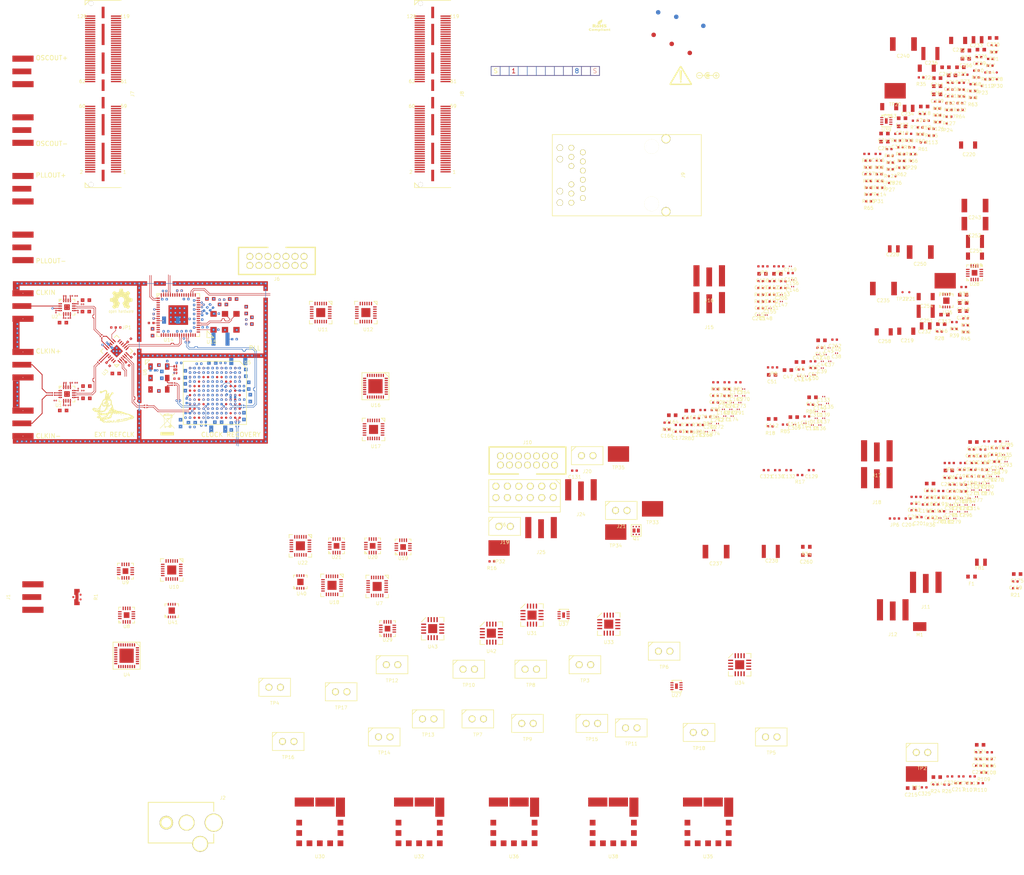
<source format=kicad_pcb>
(kicad_pcb (version 20171130) (host pcbnew "(5.1.0-34-g078320e2f)")
  (layers (0 F.Cu signal) (1 In1.Cu signal) (2 In2.Cu signal) (3 In3.Cu signal) (4 In4.Cu signal) (5 In5.Cu signal) (6 In6.Cu signal) (31 B.Cu signal) (34 B.Paste user) (35 F.Paste user) (36 B.SilkS user) (37 F.SilkS user) (38 B.Mask user) (39 F.Mask user) (44 Edge.Cuts user))
  (net 0 "")
  (net 1 /GND)
  (net 2 /3V3)
  (net 3 /1V8)
  (net 4 /3V0_N)
  (net 5 "/External reference clocks/REFCLK_DIFF_P")
  (net 6 "/External reference clocks/REFCLK_DIFF_P_AC")
  (net 7 "/External reference clocks/REFCLK_DIFF_N")
  (net 8 "/External reference clocks/REFCLK_DIFF_N_AC")
  (net 9 "/External reference clocks/BUF1_ICM")
  (net 10 "/External reference clocks/REFCLK0_P")
  (net 11 "/External reference clocks/REFCLK0_AC_P")
  (net 12 "/External reference clocks/REFCLK0_N")
  (net 13 "/External reference clocks/REFCLK0_AC_N")
  (net 14 "/External reference clocks/REFCLK1_P")
  (net 15 "/External reference clocks/REFCLK1_AC_P")
  (net 16 "/External reference clocks/REFCLK1_N")
  (net 17 "/External reference clocks/REFCLK1_AC_N")
  (net 18 /3V3_CLKBUF)
  (net 19 "Net-(C49-Pad2)")
  (net 20 "Net-(C49-Pad1)")
  (net 21 "Net-(C50-Pad2)")
  (net 22 "Net-(C50-Pad1)")
  (net 23 /CDR/CDR_DIN_P)
  (net 24 /CDR/CDR_DIN_AC_P)
  (net 25 /CDR/CDR_DIN_N)
  (net 26 /CDR/CDR_DIN_AC_N)
  (net 27 /3V3_PLL)
  (net 28 /CDR/OSC_VDD)
  (net 29 /CDR/SERDES_REFCLK0_P)
  (net 30 /CDR/SRC0_AC_P)
  (net 31 /CDR/SERDES_REFCLK0_N)
  (net 32 /CDR/SRC0_AC_N)
  (net 33 /CDR/CDR_EXTCLK_P)
  (net 34 /CDR/SRC1_AC_P)
  (net 35 /CDR/CDR_EXTCLK_N)
  (net 36 /CDR/SRC1_AC_N)
  (net 37 /PLL/CDRCLK_P)
  (net 38 /CDR/SCLKO_DC_P)
  (net 39 /PLL/CDRCLK_N)
  (net 40 /CDR/SCLKO_DC_N)
  (net 41 /1V0)
  (net 42 /CDR/A1V0_SERDES)
  (net 43 /CDR/A1V0T_SERDES)
  (net 44 /CDR/A1V8_PLL_SERDES)
  (net 45 /PLL/VCC_CP1)
  (net 46 /PLL/VCC_CP2)
  (net 47 /PLL/PLL_CP1)
  (net 48 "Net-(C116-Pad2)")
  (net 49 /PLL/PLL_CP2)
  (net 50 "Net-(C121-Pad2)")
  (net 51 "Net-(C127-Pad2)")
  (net 52 "Net-(C128-Pad2)")
  (net 53 "/SoM connectors/ETH_A_TAP")
  (net 54 "/SoM connectors/ETH_B_TAP")
  (net 55 "/SoM connectors/ETH_C_TAP")
  (net 56 "/SoM connectors/ETH_D_TAP")
  (net 57 "/Level triggering/LTRIG_SAMPOUT_P")
  (net 58 "/Sample clock muxing/LVL_CLK_AC_P")
  (net 59 "/Level triggering/LTRIG_SAMPOUT_N")
  (net 60 "/Sample clock muxing/LVL_CLK_AC_N")
  (net 61 "/Sample clock muxing/EXT_SAMPCLK_P")
  (net 62 "/Sample clock muxing/EXT_CLK_AC_P")
  (net 63 "/Sample clock muxing/EXT_SAMPCLK_N")
  (net 64 "/Sample clock muxing/EXT_CLK_AC_N")
  (net 65 "Net-(C154-Pad1)")
  (net 66 "/Sample clock muxing/MUXCLK0_P")
  (net 67 "/Sample clock muxing/MUXCLK0_AC_P")
  (net 68 "/Sample clock muxing/MUXCLK0_N")
  (net 69 "/Sample clock muxing/MUXCLK0_AC_N")
  (net 70 "Net-(C157-Pad1)")
  (net 71 /3V3_N)
  (net 72 "/Phase control/DELAY_VR")
  (net 73 "/Phase control/COARSEPHASE_P")
  (net 74 /One-Shot/CPHASE_P)
  (net 75 "/Phase control/COARSEPHASE_N")
  (net 76 /One-Shot/CPHASE_N)
  (net 77 "/Phase control/FINEPHASE_P")
  (net 78 /One-Shot/FPHASE_P)
  (net 79 "/Phase control/FINEPHASE_N")
  (net 80 /One-Shot/FPHASE_N)
  (net 81 /One-Shot/3V3)
  (net 82 "Net-(C181-Pad1)")
  (net 83 "Net-(C187-Pad1)")
  (net 84 /2V5)
  (net 85 "/Sample clock muxing/PLL_SAMPCLK_P")
  (net 86 "/Sample clock muxing/MUXCLK1_AC_P")
  (net 87 "/Sample clock muxing/PLL_SAMPCLK_N")
  (net 88 "/Sample clock muxing/MUXCLK1_AC_N")
  (net 89 /A5V0)
  (net 90 "Net-(C217-Pad2)")
  (net 91 "Net-(C218-Pad2)")
  (net 92 /12V0)
  (net 93 /5V25)
  (net 94 "Net-(C222-Pad2)")
  (net 95 /5V0_N)
  (net 96 "Net-(C224-Pad2)")
  (net 97 "Net-(C224-Pad1)")
  (net 98 "/Power supply/1V15_INT")
  (net 99 "Net-(C226-Pad1)")
  (net 100 "/Power supply/1V0_SS")
  (net 101 "/Power supply/1V0_REF")
  (net 102 "Net-(C231-Pad2)")
  (net 103 "/Power supply/3V5_INT1")
  (net 104 "Net-(C239-Pad1)")
  (net 105 "/Power supply/3V5_INT2")
  (net 106 "Net-(C244-Pad1)")
  (net 107 "Net-(C245-Pad1)")
  (net 108 "Net-(C254-Pad2)")
  (net 109 "/Power supply/2V7_INT")
  (net 110 "Net-(C257-Pad2)")
  (net 111 "Net-(C257-Pad1)")
  (net 112 "Net-(C259-Pad2)")
  (net 113 "Net-(C261-Pad2)")
  (net 114 "Net-(C261-Pad1)")
  (net 115 "Net-(C262-Pad1)")
  (net 116 /FINE_SEL0_P)
  (net 117 "/Phase control/FS0_AC_P")
  (net 118 /FINE_SEL0_N)
  (net 119 "/Phase control/FS0_AC_N")
  (net 120 /FINE_SEL2_P)
  (net 121 "/Phase control/FS2_AC_P")
  (net 122 /FINE_SEL2_N)
  (net 123 "/Phase control/FS2_AC_N")
  (net 124 /FINE_SEL4_P)
  (net 125 "/Phase control/FS4_AC_P")
  (net 126 /FINE_SEL4_N)
  (net 127 "/Phase control/FS4_AC_N")
  (net 128 "/Phase control/CLKIN0_P")
  (net 129 "/Phase control/CLKIN0_AC_P")
  (net 130 "/Phase control/CLKIN0_N")
  (net 131 "/Phase control/CLKIN0_AC_N")
  (net 132 /FINE_SEL1_P)
  (net 133 "/Phase control/FS1_AC_P")
  (net 134 /FINE_SEL1_N)
  (net 135 "/Phase control/FS1_AC_N")
  (net 136 /FINE_SEL3_P)
  (net 137 "/Phase control/FS3_AC_P")
  (net 138 /FINE_SEL3_N)
  (net 139 "/Phase control/FS3_AC_N")
  (net 140 /One-Shot/CLK0_AC_P)
  (net 141 /One-Shot/CLK0_P)
  (net 142 /One-Shot/CLK0_AC_N)
  (net 143 /One-Shot/CLK0_N)
  (net 144 /One-Shot/CLK1_AC_P)
  (net 145 /One-Shot/CLK1_P)
  (net 146 /One-Shot/CLK1_AC_N)
  (net 147 /One-Shot/CLK1_N)
  (net 148 /One-Shot/CLK2_AC_P)
  (net 149 /One-Shot/CLK2_P)
  (net 150 /One-Shot/CLK2_AC_N)
  (net 151 /One-Shot/CLK2_N)
  (net 152 /One-Shot/RST0_AC_P)
  (net 153 /One-Shot/RST0_P)
  (net 154 /One-Shot/RST0_AC_N)
  (net 155 /One-Shot/RST0_N)
  (net 156 /One-Shot/RST1_AC_P)
  (net 157 /One-Shot/RST1_P)
  (net 158 /One-Shot/RST1_AC_N)
  (net 159 /One-Shot/RST1_N)
  (net 160 /One-Shot/RST2_AC_P)
  (net 161 /One-Shot/RST2_P)
  (net 162 /One-Shot/RST2_AC_N)
  (net 163 /One-Shot/RST2_N)
  (net 164 "/Phase control/CLKIN1_P")
  (net 165 "/Phase control/CLKIN1_AC_P")
  (net 166 "/Phase control/CLKIN1_N")
  (net 167 "/Phase control/CLKIN1_AC_N")
  (net 168 /One-Shot/SHREG0_P)
  (net 169 /One-Shot/SH0_AC_P)
  (net 170 /One-Shot/SHREG0_N)
  (net 171 /One-Shot/SH0_AC_N)
  (net 172 /One-Shot/SHREG1_P)
  (net 173 /One-Shot/SH1_AC_P)
  (net 174 /One-Shot/SHREG1_N)
  (net 175 /One-Shot/SH1_AC_N)
  (net 176 /One-Shot/SHREG2_P)
  (net 177 /One-Shot/SH2_AC_P)
  (net 178 /One-Shot/SHREG2_N)
  (net 179 /One-Shot/SH2_AC_N)
  (net 180 /ONESHOT_RST_P)
  (net 181 /One-Shot/ORST_AC_P)
  (net 182 /ONESHOT_RST_N)
  (net 183 /One-Shot/ORST_AC_N)
  (net 184 /ADC/ADC_LE_N)
  (net 185 /ADC/ADC_LE_AC_N)
  (net 186 /ADC/ADC_LE_P)
  (net 187 /ADC/ADC_LE_AC_P)
  (net 188 /One-Shot/CLKOUT_AC_P)
  (net 189 /One-Shot/CLKOUT_P)
  (net 190 /One-Shot/CLKOUT_AC_N)
  (net 191 /One-Shot/CLKOUT_N)
  (net 192 "Net-(C315-Pad1)")
  (net 193 "Net-(C316-Pad1)")
  (net 194 "/SoM connectors/ETH_GND")
  (net 195 "Net-(F1-Pad2)")
  (net 196 /12V0_RAW)
  (net 197 /VIN)
  (net 198 "/External reference clocks/REFCLK_SINGLE")
  (net 199 /CDR/SERDES_TDI)
  (net 200 /CDR/SERDES_TDO)
  (net 201 /CDR/SERDES_TCK)
  (net 202 /CDR/SERDES_TMS)
  (net 203 /DAC_MOSI)
  (net 204 /DAC_SCK)
  (net 205 /EXT_CLK_SEL)
  (net 206 /OSC_OE)
  (net 207 /DAC_CS_N)
  (net 208 /LDAC_N)
  (net 209 /D3V3)
  (net 210 /OSC_FS0)
  (net 211 /PLL_SYNC)
  (net 212 /PLL_CLKIN1)
  (net 213 /SAMP_MUXSEL0)
  (net 214 /SAMP_MUXSEL1)
  (net 215 /RANGE_SEL)
  (net 216 "/SoM connectors/D1V8")
  (net 217 /DAC_MISO)
  (net 218 /PLL_DATA)
  (net 219 /PLL_CLKIN0)
  (net 220 /DAC_RST_N)
  (net 221 /FPGACLK_P)
  (net 222 /FPGACLK_N)
  (net 223 /COARSE_SDIN)
  (net 224 /COARSE_SCLK)
  (net 225 /COARSE_EN)
  (net 226 /COARSE_SLOAD)
  (net 227 /OSC_OS)
  (net 228 /OSC_FS1)
  (net 229 /OSC_PWR_EN)
  (net 230 /PLL_HOLDOVER)
  (net 231 /PLL_LD)
  (net 232 /PLL_LE)
  (net 233 /PLL_CLK)
  (net 234 /SERDES_RST_N)
  (net 235 /SERDES_MODE_SEL)
  (net 236 /SERDES_MDIO)
  (net 237 /SERDES_MDC)
  (net 238 "/SoM connectors/ETH_LED2_EN")
  (net 239 /SERDES_POWER_EN)
  (net 240 "/SoM connectors/ETH_LED1_EN")
  (net 241 "/SoM connectors/D2V5")
  (net 242 /TRIGGERED_P)
  (net 243 /ADC_OUT_P)
  (net 244 /TRIGGERED_N)
  (net 245 /ADC_OUT_N)
  (net 246 "/SoM connectors/SMA_GPIO_P")
  (net 247 "/SoM connectors/SMA_GPIO_N")
  (net 248 "/SoM connectors/JTAG_TDI")
  (net 249 "/SoM connectors/JTAG_TMS")
  (net 250 "/SoM connectors/JTAG_TCK")
  (net 251 "/SoM connectors/JTAG_TDO")
  (net 252 "/SoM connectors/FPGA_RST_N")
  (net 253 /DAC_MUXOUT)
  (net 254 "/SoM connectors/MCU_BOOT0")
  (net 255 "/SoM connectors/MCU_RST_N")
  (net 256 "/SoM connectors/ETH_D_N")
  (net 257 "/SoM connectors/ETH_D_P")
  (net 258 "/SoM connectors/ETH_C_N")
  (net 259 "/SoM connectors/ETH_C_P")
  (net 260 "/SoM connectors/ETH_B_N")
  (net 261 "/SoM connectors/ETH_B_P")
  (net 262 "/SoM connectors/ETH_A_N")
  (net 263 "/SoM connectors/ETH_A_P")
  (net 264 "Net-(J9-Pad16)")
  (net 265 "/SoM connectors/ETH_LED2_N")
  (net 266 "Net-(J9-Pad14)")
  (net 267 "/SoM connectors/ETH_LED1_N")
  (net 268 /PLL/PLLOUT_P)
  (net 269 /PLL/PLLOUT_N)
  (net 270 "/Sample clock muxing/CLKOUT2_P")
  (net 271 "/Sample clock muxing/CLKOUT2_N")
  (net 272 /One-Shot/TRG_P)
  (net 273 /One-Shot/TRG_N)
  (net 274 /PLL/OSCOUT_P)
  (net 275 /PLL/OSCOUT_N)
  (net 276 "/External reference clocks/BUF1_IN_SEL")
  (net 277 "/Sample clock muxing/BUF2_IN_SEL")
  (net 278 "/Sample clock muxing/BUF3_IN_SEL")
  (net 279 /One-Shot/BUF4_IN_SEL)
  (net 280 /One-Shot/BUF5_IN_SEL)
  (net 281 /One-Shot/BUF6_IN_SEL)
  (net 282 "/Level triggering/BUF8_IN_SEL")
  (net 283 "Net-(R2-Pad1)")
  (net 284 "Net-(R3-Pad1)")
  (net 285 "Net-(R4-Pad1)")
  (net 286 "Net-(R5-Pad1)")
  (net 287 "Net-(R6-Pad1)")
  (net 288 "Net-(R7-Pad1)")
  (net 289 "Net-(R8-Pad1)")
  (net 290 "Net-(R9-Pad1)")
  (net 291 "Net-(R10-Pad1)")
  (net 292 "Net-(R11-Pad1)")
  (net 293 "Net-(R12-Pad1)")
  (net 294 "Net-(R13-Pad1)")
  (net 295 "Net-(R18-Pad1)")
  (net 296 "Net-(R22-Pad1)")
  (net 297 "Net-(R24-Pad2)")
  (net 298 "Net-(R25-Pad2)")
  (net 299 "Net-(R26-Pad2)")
  (net 300 "Net-(R27-Pad2)")
  (net 301 "/Power supply/1V0_PGOOD")
  (net 302 "/Power supply/1V0_SENSE")
  (net 303 /One-Shot/RST_1V9)
  (net 304 "/Power supply/1V1_PGOOD")
  (net 305 "/Power supply/3V3_CLKBUF_SENSE")
  (net 306 "/Power supply/3V3_CLKBUF_PGOOD")
  (net 307 "/Power supply/5V0_PGOOD")
  (net 308 "/Power supply/5V0_SENSE")
  (net 309 "/Power supply/3V3_PLL_SENSE")
  (net 310 "/Power supply/3V3_SENSE")
  (net 311 "/Power supply/3V3_PLL_PGOOD")
  (net 312 "/Power supply/3V3_PGOOD")
  (net 313 "/Power supply/1V1_SENSE")
  (net 314 "/Power supply/3V5_SENSE")
  (net 315 "/Power supply/3V5_SENSE2")
  (net 316 "/Power supply/2V7_PGOOD")
  (net 317 "/Power supply/2V7_SENSE")
  (net 318 "Net-(R100-Pad2)")
  (net 319 "Net-(R101-Pad2)")
  (net 320 "Net-(R81-Pad1)")
  (net 321 "/Power supply/2V5_SENSE")
  (net 322 "/Power supply/1V8_SENSE")
  (net 323 "/Power supply/2V5_PGOOD")
  (net 324 "/Power supply/1V8_PGOOD")
  (net 325 /DAC/VOUT3)
  (net 326 /REFCLK_SINGLE_VT)
  (net 327 /PLL/EXTCLK_N)
  (net 328 /PLL/EXTCLK_P)
  (net 329 /DAC/VOUT2)
  (net 330 /DAC/VOUT0)
  (net 331 /DAC/VOUT1)
  (net 332 /VIN_1)
  (net 333 /ADC_VT)
  (net 334 /ADC/ADC_CML_N)
  (net 335 /ADC/ADC_CML_P)
  (net 336 /VIN_0)
  (net 337 /LTRIG_VT)
  (net 338 /PLL/PLL1_CLK_N)
  (net 339 /PLL/PLL1_CLK_P)
  (net 340 /One-Shot/TRIG_N)
  (net 341 /One-Shot/TRIG_P)
  (net 342 "Net-(R37-Pad2)")
  (net 343 "Net-(R38-Pad1)")
  (net 344 "Net-(R41-Pad2)")
  (net 345 "Net-(R42-Pad1)")
  (net 346 "Net-(R58-Pad2)")
  (net 347 "/Power supply/3V5_PGOOD")
  (net 348 "Net-(R59-Pad1)")
  (net 349 "Net-(R62-Pad2)")
  (net 350 "/Power supply/3V5_PGOOD2")
  (net 351 "Net-(R63-Pad1)")
  (net 352 "Net-(R68-Pad2)")
  (net 353 "Net-(R69-Pad1)")
  (net 354 "Net-(R21-Pad2)")
  (net 355 "/Power supply/5V0_N_FB")
  (net 356 "/Power supply/1V0_VADJ")
  (net 357 "Net-(R33-Pad2)")
  (net 358 "Net-(R34-Pad2)")
  (net 359 "Net-(R44-Pad2)")
  (net 360 "Net-(R51-Pad2)")
  (net 361 "Net-(R52-Pad2)")
  (net 362 "/Power supply/3V0_N_FB")
  (net 363 "/Power supply/3V3_N_FB")
  (net 364 "Net-(R89-Pad2)")
  (net 365 "Net-(R90-Pad2)")
  (net 366 "/SoM connectors/GPIO6")
  (net 367 "/SoM connectors/GPIO5")
  (net 368 "/SoM connectors/GPIO3")
  (net 369 "/SoM connectors/GPIO4")
  (net 370 "/SoM connectors/GPIO0")
  (net 371 "/SoM connectors/GPIO7")
  (net 372 "/SoM connectors/GPIO1")
  (net 373 "/SoM connectors/GPIO2")
  (net 374 "Net-(R112-Pad1)")
  (net 375 "Net-(R113-Pad1)")
  (net 376 "Net-(R114-Pad1)")
  (net 377 "Net-(R115-Pad1)")
  (net 378 "Net-(R116-Pad1)")
  (net 379 "Net-(R117-Pad1)")
  (net 380 "Net-(R118-Pad1)")
  (net 381 "Net-(R119-Pad1)")
  (net 382 "Net-(R120-Pad1)")
  (net 383 "Net-(R121-Pad1)")
  (net 384 "Net-(R122-Pad1)")
  (net 385 "Net-(R123-Pad1)")
  (net 386 "Net-(R124-Pad1)")
  (net 387 "Net-(R125-Pad1)")
  (net 388 "Net-(R126-Pad1)")
  (net 389 "Net-(R127-Pad1)")
  (module azonenberg_pcb:QFN_8_5x7MM_TI_SIA (layer F.Cu) (at 48.35 140.95)
    (fp_text reference U6 (at -3.1 -1.3 90) (layer F.SilkS) (effects (font (size 0.75 0.75) (thickness 0.1))))
    (fp_text value LMK61PD0A2)
    (pad 8 smd rect (at 0 2.865) (size 0.8 0.8) (layers F.Cu F.Paste F.Mask) (net 210 /OSC_FS0))
    (pad 7 smd rect (at 0 -2.865) (size 0.8 0.8) (layers F.Cu F.Paste F.Mask) (net 228 /OSC_FS1))
    (pad 6 smd rect (at 1.85 -2.54) (size 1 1.4) (layers F.Cu F.Paste F.Mask) (net 28 /CDR/OSC_VDD))
    (pad 5 smd rect (at 1.85 0) (size 1 1.4) (layers F.Cu F.Paste F.Mask) (net 29 /CDR/SERDES_REFCLK0_P))
    (pad 4 smd rect (at 1.85 2.54) (size 1 1.4) (layers F.Cu F.Paste F.Mask) (net 31 /CDR/SERDES_REFCLK0_N))
    (pad 3 smd rect (at -1.85 2.54) (size 1 1.4) (layers F.Cu F.Paste F.Mask) (net 1 /GND))
    (pad 2 smd rect (at -1.85 0) (size 1 1.4) (layers F.Cu F.Paste F.Mask) (net 227 /OSC_OS))
    (pad 1 smd rect (at -1.85 -2.54) (size 1 1.4) (layers F.Cu F.Paste F.Mask) (net 206 /OSC_OE))
  )
  (module azonenberg_pcb:EIA_0201_CAP_NOSILK (layer F.Cu) (at 35.55 131.9 135)
    (fp_text reference C29 hide)
    (fp_text value 530Z104KT10T hide)
    (pad 2 smd rect (at 0.22 0 135) (size 0.21 0.3) (layers F.Cu F.Paste F.Mask) (net 12 "/External reference clocks/REFCLK0_N"))
    (pad 1 smd rect (at -0.22 0 135) (size 0.21 0.3) (layers F.Cu F.Paste F.Mask) (net 13 "/External reference clocks/REFCLK0_AC_N"))
  )
  (module azonenberg_pcb:QFN_16_0.65MM_4x4MM (layer F.Cu) (at 109 196.5)
    (fp_text reference U43 (at 0 4) (layer F.SilkS) (effects (font (size 0.75 0.75) (thickness 0.1))))
    (fp_text value ADP1741)
    (pad PAD smd rect (at 0 0) (size 2 2) (layers F.Cu F.Paste F.Mask) (net 1 /GND))
    (pad 4 smd rect (at -2 0.975 90) (size 0.3 1.1) (layers F.Cu F.Paste F.Mask) (net 109 "/Power supply/2V7_INT"))
    (pad 3 smd rect (at -2 0.325 90) (size 0.3 1.1) (layers F.Cu F.Paste F.Mask) (net 109 "/Power supply/2V7_INT"))
    (pad 2 smd rect (at -2 -0.325 90) (size 0.3 1.1) (layers F.Cu F.Paste F.Mask) (net 109 "/Power supply/2V7_INT"))
    (pad 1 smd rect (at -2 -0.975 90) (size 0.3 1.1) (layers F.Cu F.Paste F.Mask) (net 109 "/Power supply/2V7_INT"))
    (pad 13 smd rect (at 0.975 -2) (size 0.3 1.1) (layers F.Cu F.Paste F.Mask) (net 3 /1V8))
    (pad 16 smd rect (at -0.975 -2) (size 0.3 1.1) (layers F.Cu F.Paste F.Mask) (net 109 "/Power supply/2V7_INT"))
    (pad 14 smd rect (at 0.325 -2) (size 0.3 1.1) (layers F.Cu F.Paste F.Mask) (net 3 /1V8))
    (pad 15 smd rect (at -0.325 -2) (size 0.3 1.1) (layers F.Cu F.Paste F.Mask) (net 109 "/Power supply/2V7_INT"))
    (pad 12 smd rect (at 2 -0.975 90) (size 0.3 1.1) (layers F.Cu F.Paste F.Mask) (net 3 /1V8))
    (pad 9 smd rect (at 2 0.975 90) (size 0.3 1.1) (layers F.Cu F.Paste F.Mask) (net 365 "Net-(R90-Pad2)"))
    (pad 11 smd rect (at 2 -0.325 90) (size 0.3 1.1) (layers F.Cu F.Paste F.Mask) (net 3 /1V8))
    (pad 10 smd rect (at 2 0.325 90) (size 0.3 1.1) (layers F.Cu F.Paste F.Mask) (net 3 /1V8))
    (pad 8 smd rect (at 0.975 2) (size 0.3 1.1) (layers F.Cu F.Paste F.Mask))
    (pad 7 smd rect (at 0.325 2) (size 0.3 1.1) (layers F.Cu F.Paste F.Mask) (net 193 "Net-(C316-Pad1)"))
    (pad 5 smd rect (at -0.975 2) (size 0.3 1.1) (layers F.Cu F.Paste F.Mask) (net 324 "/Power supply/1V8_PGOOD"))
    (pad 6 smd rect (at -0.325 2) (size 0.3 1.1) (layers F.Cu F.Paste F.Mask) (net 1 /GND))
  )
  (module azonenberg_pcb:QFN_16_0.65MM_4x4MM (layer F.Cu) (at 122 197.5)
    (fp_text reference U42 (at 0 4) (layer F.SilkS) (effects (font (size 0.75 0.75) (thickness 0.1))))
    (fp_text value ADP1741)
    (pad PAD smd rect (at 0 0) (size 2 2) (layers F.Cu F.Paste F.Mask) (net 1 /GND))
    (pad 4 smd rect (at -2 0.975 90) (size 0.3 1.1) (layers F.Cu F.Paste F.Mask) (net 109 "/Power supply/2V7_INT"))
    (pad 3 smd rect (at -2 0.325 90) (size 0.3 1.1) (layers F.Cu F.Paste F.Mask) (net 109 "/Power supply/2V7_INT"))
    (pad 2 smd rect (at -2 -0.325 90) (size 0.3 1.1) (layers F.Cu F.Paste F.Mask) (net 109 "/Power supply/2V7_INT"))
    (pad 1 smd rect (at -2 -0.975 90) (size 0.3 1.1) (layers F.Cu F.Paste F.Mask) (net 109 "/Power supply/2V7_INT"))
    (pad 13 smd rect (at 0.975 -2) (size 0.3 1.1) (layers F.Cu F.Paste F.Mask) (net 84 /2V5))
    (pad 16 smd rect (at -0.975 -2) (size 0.3 1.1) (layers F.Cu F.Paste F.Mask) (net 109 "/Power supply/2V7_INT"))
    (pad 14 smd rect (at 0.325 -2) (size 0.3 1.1) (layers F.Cu F.Paste F.Mask) (net 84 /2V5))
    (pad 15 smd rect (at -0.325 -2) (size 0.3 1.1) (layers F.Cu F.Paste F.Mask) (net 109 "/Power supply/2V7_INT"))
    (pad 12 smd rect (at 2 -0.975 90) (size 0.3 1.1) (layers F.Cu F.Paste F.Mask) (net 84 /2V5))
    (pad 9 smd rect (at 2 0.975 90) (size 0.3 1.1) (layers F.Cu F.Paste F.Mask) (net 364 "Net-(R89-Pad2)"))
    (pad 11 smd rect (at 2 -0.325 90) (size 0.3 1.1) (layers F.Cu F.Paste F.Mask) (net 84 /2V5))
    (pad 10 smd rect (at 2 0.325 90) (size 0.3 1.1) (layers F.Cu F.Paste F.Mask) (net 84 /2V5))
    (pad 8 smd rect (at 0.975 2) (size 0.3 1.1) (layers F.Cu F.Paste F.Mask))
    (pad 7 smd rect (at 0.325 2) (size 0.3 1.1) (layers F.Cu F.Paste F.Mask) (net 192 "Net-(C315-Pad1)"))
    (pad 5 smd rect (at -0.975 2) (size 0.3 1.1) (layers F.Cu F.Paste F.Mask) (net 323 "/Power supply/2V5_PGOOD"))
    (pad 6 smd rect (at -0.325 2) (size 0.3 1.1) (layers F.Cu F.Paste F.Mask) (net 1 /GND))
  )
  (module azonenberg_pcb:DFN_8_0.5MM_3x3MM (layer F.Cu) (at 51.2 192.5)
    (fp_text reference U41 (at 0.25 2.6) (layer F.SilkS) (effects (font (size 0.75 0.75) (thickness 0.1))))
    (fp_text value DS25BR150 hide)
    (pad PAD smd rect (at -0.25 0.25) (size 0.5 0.5) (layers F.Cu F.Paste) (net 1 /GND))
    (pad PAD smd rect (at 0.25 0.25) (size 0.5 0.5) (layers F.Cu F.Paste) (net 1 /GND))
    (pad PAD smd rect (at 0.25 -0.25) (size 0.5 0.5) (layers F.Cu F.Paste) (net 1 /GND))
    (pad PAD smd rect (at -0.25 -0.25) (size 0.5 0.5) (layers F.Cu F.Paste) (net 1 /GND))
    (pad PAD smd rect (at 0 0) (size 1.4 1.4) (layers F.Cu F.Mask) (net 1 /GND))
    (pad 1 smd rect (at -0.75 1.4) (size 0.25 0.6) (layers F.Cu F.Paste F.Mask))
    (pad 2 smd rect (at -0.25 1.4) (size 0.25 0.6) (layers F.Cu F.Paste F.Mask) (net 335 /ADC/ADC_CML_P))
    (pad 3 smd rect (at 0.25 1.4) (size 0.25 0.6) (layers F.Cu F.Paste F.Mask) (net 334 /ADC/ADC_CML_N))
    (pad 4 smd rect (at 0.75 1.4) (size 0.25 0.6) (layers F.Cu F.Paste F.Mask))
    (pad 5 smd rect (at 0.75 -1.4) (size 0.25 0.6) (layers F.Cu F.Paste F.Mask))
    (pad 6 smd rect (at 0.25 -1.4) (size 0.25 0.6) (layers F.Cu F.Paste F.Mask) (net 245 /ADC_OUT_N))
    (pad 7 smd rect (at -0.25 -1.4) (size 0.25 0.6) (layers F.Cu F.Paste F.Mask) (net 243 /ADC_OUT_P))
    (pad 8 smd rect (at -0.75 -1.4) (size 0.25 0.6) (layers F.Cu F.Paste F.Mask) (net 2 /3V3))
  )
  (module azonenberg_pcb:DFN_8_0.5MM_3x3MM (layer F.Cu) (at 79.7 186.15)
    (fp_text reference U40 (at 0.25 2.6) (layer F.SilkS) (effects (font (size 0.75 0.75) (thickness 0.1))))
    (fp_text value DS25BR150 hide)
    (pad PAD smd rect (at -0.25 0.25) (size 0.5 0.5) (layers F.Cu F.Paste) (net 1 /GND))
    (pad PAD smd rect (at 0.25 0.25) (size 0.5 0.5) (layers F.Cu F.Paste) (net 1 /GND))
    (pad PAD smd rect (at 0.25 -0.25) (size 0.5 0.5) (layers F.Cu F.Paste) (net 1 /GND))
    (pad PAD smd rect (at -0.25 -0.25) (size 0.5 0.5) (layers F.Cu F.Paste) (net 1 /GND))
    (pad PAD smd rect (at 0 0) (size 1.4 1.4) (layers F.Cu F.Mask) (net 1 /GND))
    (pad 1 smd rect (at -0.75 1.4) (size 0.25 0.6) (layers F.Cu F.Paste F.Mask))
    (pad 2 smd rect (at -0.25 1.4) (size 0.25 0.6) (layers F.Cu F.Paste F.Mask) (net 341 /One-Shot/TRIG_P))
    (pad 3 smd rect (at 0.25 1.4) (size 0.25 0.6) (layers F.Cu F.Paste F.Mask) (net 340 /One-Shot/TRIG_N))
    (pad 4 smd rect (at 0.75 1.4) (size 0.25 0.6) (layers F.Cu F.Paste F.Mask))
    (pad 5 smd rect (at 0.75 -1.4) (size 0.25 0.6) (layers F.Cu F.Paste F.Mask))
    (pad 6 smd rect (at 0.25 -1.4) (size 0.25 0.6) (layers F.Cu F.Paste F.Mask) (net 244 /TRIGGERED_N))
    (pad 7 smd rect (at -0.25 -1.4) (size 0.25 0.6) (layers F.Cu F.Paste F.Mask) (net 242 /TRIGGERED_P))
    (pad 8 smd rect (at -0.75 -1.4) (size 0.25 0.6) (layers F.Cu F.Paste F.Mask) (net 18 /3V3_CLKBUF))
  )
  (module azonenberg_pcb:DFN_8_0.5MM_2x2MM (layer F.Cu) (at 209.475 83.985001)
    (fp_text reference U39 (at 0 2) (layer F.SilkS) (effects (font (size 0.75 0.75) (thickness 0.1))))
    (fp_text value LM27761 hide)
    (pad PAD smd rect (at 0 0) (size 0.6 1.2) (layers F.Cu F.Paste F.Mask) (net 1 /GND))
    (pad 8 smd rect (at 1 -0.75) (size 0.7 0.25) (layers F.Cu F.Paste F.Mask) (net 113 "Net-(C261-Pad2)"))
    (pad 7 smd rect (at 1 -0.25) (size 0.7 0.25) (layers F.Cu F.Paste F.Mask) (net 114 "Net-(C261-Pad1)"))
    (pad 6 smd rect (at 1 0.25) (size 0.7 0.25) (layers F.Cu F.Paste F.Mask) (net 103 "/Power supply/3V5_INT1"))
    (pad 5 smd rect (at 1 0.75) (size 0.7 0.25) (layers F.Cu F.Paste F.Mask) (net 363 "/Power supply/3V3_N_FB"))
    (pad 4 smd rect (at -1 0.75) (size 0.7 0.25) (layers F.Cu F.Paste F.Mask) (net 71 /3V3_N))
    (pad 3 smd rect (at -1 0.25) (size 0.7 0.25) (layers F.Cu F.Paste F.Mask) (net 112 "Net-(C259-Pad2)"))
    (pad 2 smd rect (at -1 -0.25) (size 0.7 0.25) (layers F.Cu F.Paste F.Mask) (net 1 /GND))
    (pad 1 smd rect (at -1 -0.75) (size 0.7 0.25) (layers F.Cu F.Paste F.Mask) (net 103 "/Power supply/3V5_INT1"))
  )
  (module azonenberg_pcb:MODULE_MURATA_OKL-T3-W12 (layer F.Cu) (at 149 239.5)
    (fp_text reference U38 (at 0 7.5) (layer F.SilkS) (effects (font (size 0.75 0.75) (thickness 0.1))))
    (fp_text value OKL-T/3-W12P-C)
    (pad 2 smd rect (at -3.43 -4.57 90) (size 2 4.25) (layers F.Cu F.Paste F.Mask) (net 92 /12V0))
    (pad 3 smd rect (at 1.14 -4.57 90) (size 2 4.25) (layers F.Cu F.Paste F.Mask) (net 1 /GND))
    (pad 4 smd rect (at 4.57 -3.43) (size 2 4.25) (layers F.Cu F.Paste F.Mask) (net 109 "/Power supply/2V7_INT"))
    (pad 5 smd rect (at 4.57 0) (size 1.27 1.27) (layers F.Cu F.Paste F.Mask) (net 317 "/Power supply/2V7_SENSE"))
    (pad 11 smd rect (at 4.57 2.29) (size 1.27 1.27) (layers F.Cu F.Paste F.Mask))
    (pad 6 smd rect (at 4.57 4.57) (size 1.27 1.27) (layers F.Cu F.Paste F.Mask) (net 352 "Net-(R68-Pad2)"))
    (pad 12 smd rect (at 2.29 4.57) (size 1.27 1.27) (layers F.Cu F.Paste F.Mask))
    (pad 7 smd rect (at 0 4.57) (size 1.27 1.27) (layers F.Cu F.Paste F.Mask) (net 1 /GND))
    (pad 8 smd rect (at -2.29 4.57) (size 1.27 1.27) (layers F.Cu F.Paste F.Mask))
    (pad 9 smd rect (at -4.57 4.57) (size 1.27 1.27) (layers F.Cu F.Paste F.Mask))
    (pad 10 smd rect (at -4.57 2.29) (size 1.27 1.27) (layers F.Cu F.Paste F.Mask) (net 316 "/Power supply/2V7_PGOOD"))
    (pad 1 smd rect (at -4.57 0) (size 1.27 1.27) (layers F.Cu F.Paste F.Mask) (net 353 "Net-(R69-Pad1)"))
  )
  (module azonenberg_pcb:DFN_8_0.5MM_2x2MM (layer F.Cu) (at 138 193.5)
    (fp_text reference U37 (at 0 2) (layer F.SilkS) (effects (font (size 0.75 0.75) (thickness 0.1))))
    (fp_text value LM27761 hide)
    (pad PAD smd rect (at 0 0) (size 0.6 1.2) (layers F.Cu F.Paste F.Mask) (net 1 /GND))
    (pad 8 smd rect (at 1 -0.75) (size 0.7 0.25) (layers F.Cu F.Paste F.Mask) (net 110 "Net-(C257-Pad2)"))
    (pad 7 smd rect (at 1 -0.25) (size 0.7 0.25) (layers F.Cu F.Paste F.Mask) (net 111 "Net-(C257-Pad1)"))
    (pad 6 smd rect (at 1 0.25) (size 0.7 0.25) (layers F.Cu F.Paste F.Mask) (net 103 "/Power supply/3V5_INT1"))
    (pad 5 smd rect (at 1 0.75) (size 0.7 0.25) (layers F.Cu F.Paste F.Mask) (net 362 "/Power supply/3V0_N_FB"))
    (pad 4 smd rect (at -1 0.75) (size 0.7 0.25) (layers F.Cu F.Paste F.Mask) (net 4 /3V0_N))
    (pad 3 smd rect (at -1 0.25) (size 0.7 0.25) (layers F.Cu F.Paste F.Mask) (net 108 "Net-(C254-Pad2)"))
    (pad 2 smd rect (at -1 -0.25) (size 0.7 0.25) (layers F.Cu F.Paste F.Mask) (net 1 /GND))
    (pad 1 smd rect (at -1 -0.75) (size 0.7 0.25) (layers F.Cu F.Paste F.Mask) (net 103 "/Power supply/3V5_INT1"))
  )
  (module azonenberg_pcb:MODULE_MURATA_OKL-T3-W12 (layer F.Cu) (at 127 239.5)
    (fp_text reference U36 (at 0 7.5) (layer F.SilkS) (effects (font (size 0.75 0.75) (thickness 0.1))))
    (fp_text value OKL-T/3-W12P-C)
    (pad 2 smd rect (at -3.43 -4.57 90) (size 2 4.25) (layers F.Cu F.Paste F.Mask) (net 92 /12V0))
    (pad 3 smd rect (at 1.14 -4.57 90) (size 2 4.25) (layers F.Cu F.Paste F.Mask) (net 1 /GND))
    (pad 4 smd rect (at 4.57 -3.43) (size 2 4.25) (layers F.Cu F.Paste F.Mask) (net 105 "/Power supply/3V5_INT2"))
    (pad 5 smd rect (at 4.57 0) (size 1.27 1.27) (layers F.Cu F.Paste F.Mask) (net 315 "/Power supply/3V5_SENSE2"))
    (pad 11 smd rect (at 4.57 2.29) (size 1.27 1.27) (layers F.Cu F.Paste F.Mask))
    (pad 6 smd rect (at 4.57 4.57) (size 1.27 1.27) (layers F.Cu F.Paste F.Mask) (net 349 "Net-(R62-Pad2)"))
    (pad 12 smd rect (at 2.29 4.57) (size 1.27 1.27) (layers F.Cu F.Paste F.Mask))
    (pad 7 smd rect (at 0 4.57) (size 1.27 1.27) (layers F.Cu F.Paste F.Mask) (net 1 /GND))
    (pad 8 smd rect (at -2.29 4.57) (size 1.27 1.27) (layers F.Cu F.Paste F.Mask))
    (pad 9 smd rect (at -4.57 4.57) (size 1.27 1.27) (layers F.Cu F.Paste F.Mask))
    (pad 10 smd rect (at -4.57 2.29) (size 1.27 1.27) (layers F.Cu F.Paste F.Mask) (net 350 "/Power supply/3V5_PGOOD2"))
    (pad 1 smd rect (at -4.57 0) (size 1.27 1.27) (layers F.Cu F.Paste F.Mask) (net 351 "Net-(R63-Pad1)"))
  )
  (module azonenberg_pcb:MODULE_MURATA_OKL-T3-W12 (layer F.Cu) (at 170 239.5)
    (fp_text reference U35 (at 0 7.5) (layer F.SilkS) (effects (font (size 0.75 0.75) (thickness 0.1))))
    (fp_text value OKL-T/3-W12P-C)
    (pad 2 smd rect (at -3.43 -4.57 90) (size 2 4.25) (layers F.Cu F.Paste F.Mask) (net 92 /12V0))
    (pad 3 smd rect (at 1.14 -4.57 90) (size 2 4.25) (layers F.Cu F.Paste F.Mask) (net 1 /GND))
    (pad 4 smd rect (at 4.57 -3.43) (size 2 4.25) (layers F.Cu F.Paste F.Mask) (net 103 "/Power supply/3V5_INT1"))
    (pad 5 smd rect (at 4.57 0) (size 1.27 1.27) (layers F.Cu F.Paste F.Mask) (net 314 "/Power supply/3V5_SENSE"))
    (pad 11 smd rect (at 4.57 2.29) (size 1.27 1.27) (layers F.Cu F.Paste F.Mask))
    (pad 6 smd rect (at 4.57 4.57) (size 1.27 1.27) (layers F.Cu F.Paste F.Mask) (net 346 "Net-(R58-Pad2)"))
    (pad 12 smd rect (at 2.29 4.57) (size 1.27 1.27) (layers F.Cu F.Paste F.Mask))
    (pad 7 smd rect (at 0 4.57) (size 1.27 1.27) (layers F.Cu F.Paste F.Mask) (net 1 /GND))
    (pad 8 smd rect (at -2.29 4.57) (size 1.27 1.27) (layers F.Cu F.Paste F.Mask))
    (pad 9 smd rect (at -4.57 4.57) (size 1.27 1.27) (layers F.Cu F.Paste F.Mask))
    (pad 10 smd rect (at -4.57 2.29) (size 1.27 1.27) (layers F.Cu F.Paste F.Mask) (net 347 "/Power supply/3V5_PGOOD"))
    (pad 1 smd rect (at -4.57 0) (size 1.27 1.27) (layers F.Cu F.Paste F.Mask) (net 348 "Net-(R59-Pad1)"))
  )
  (module azonenberg_pcb:QFN_16_0.65MM_4x4MM (layer F.Cu) (at 177 204.5)
    (fp_text reference U34 (at 0 4) (layer F.SilkS) (effects (font (size 0.75 0.75) (thickness 0.1))))
    (fp_text value ADP1741)
    (pad PAD smd rect (at 0 0) (size 2 2) (layers F.Cu F.Paste F.Mask) (net 1 /GND))
    (pad 4 smd rect (at -2 0.975 90) (size 0.3 1.1) (layers F.Cu F.Paste F.Mask) (net 103 "/Power supply/3V5_INT1"))
    (pad 3 smd rect (at -2 0.325 90) (size 0.3 1.1) (layers F.Cu F.Paste F.Mask) (net 103 "/Power supply/3V5_INT1"))
    (pad 2 smd rect (at -2 -0.325 90) (size 0.3 1.1) (layers F.Cu F.Paste F.Mask) (net 103 "/Power supply/3V5_INT1"))
    (pad 1 smd rect (at -2 -0.975 90) (size 0.3 1.1) (layers F.Cu F.Paste F.Mask) (net 103 "/Power supply/3V5_INT1"))
    (pad 13 smd rect (at 0.975 -2) (size 0.3 1.1) (layers F.Cu F.Paste F.Mask) (net 2 /3V3))
    (pad 16 smd rect (at -0.975 -2) (size 0.3 1.1) (layers F.Cu F.Paste F.Mask) (net 103 "/Power supply/3V5_INT1"))
    (pad 14 smd rect (at 0.325 -2) (size 0.3 1.1) (layers F.Cu F.Paste F.Mask) (net 2 /3V3))
    (pad 15 smd rect (at -0.325 -2) (size 0.3 1.1) (layers F.Cu F.Paste F.Mask) (net 103 "/Power supply/3V5_INT1"))
    (pad 12 smd rect (at 2 -0.975 90) (size 0.3 1.1) (layers F.Cu F.Paste F.Mask) (net 2 /3V3))
    (pad 9 smd rect (at 2 0.975 90) (size 0.3 1.1) (layers F.Cu F.Paste F.Mask) (net 361 "Net-(R52-Pad2)"))
    (pad 11 smd rect (at 2 -0.325 90) (size 0.3 1.1) (layers F.Cu F.Paste F.Mask) (net 2 /3V3))
    (pad 10 smd rect (at 2 0.325 90) (size 0.3 1.1) (layers F.Cu F.Paste F.Mask) (net 2 /3V3))
    (pad 8 smd rect (at 0.975 2) (size 0.3 1.1) (layers F.Cu F.Paste F.Mask))
    (pad 7 smd rect (at 0.325 2) (size 0.3 1.1) (layers F.Cu F.Paste F.Mask) (net 107 "Net-(C245-Pad1)"))
    (pad 5 smd rect (at -0.975 2) (size 0.3 1.1) (layers F.Cu F.Paste F.Mask) (net 312 "/Power supply/3V3_PGOOD"))
    (pad 6 smd rect (at -0.325 2) (size 0.3 1.1) (layers F.Cu F.Paste F.Mask) (net 1 /GND))
  )
  (module azonenberg_pcb:QFN_16_0.65MM_4x4MM (layer F.Cu) (at 148 195.5)
    (fp_text reference U33 (at 0 4) (layer F.SilkS) (effects (font (size 0.75 0.75) (thickness 0.1))))
    (fp_text value ADP1741)
    (pad PAD smd rect (at 0 0) (size 2 2) (layers F.Cu F.Paste F.Mask) (net 1 /GND))
    (pad 4 smd rect (at -2 0.975 90) (size 0.3 1.1) (layers F.Cu F.Paste F.Mask) (net 103 "/Power supply/3V5_INT1"))
    (pad 3 smd rect (at -2 0.325 90) (size 0.3 1.1) (layers F.Cu F.Paste F.Mask) (net 103 "/Power supply/3V5_INT1"))
    (pad 2 smd rect (at -2 -0.325 90) (size 0.3 1.1) (layers F.Cu F.Paste F.Mask) (net 103 "/Power supply/3V5_INT1"))
    (pad 1 smd rect (at -2 -0.975 90) (size 0.3 1.1) (layers F.Cu F.Paste F.Mask) (net 103 "/Power supply/3V5_INT1"))
    (pad 13 smd rect (at 0.975 -2) (size 0.3 1.1) (layers F.Cu F.Paste F.Mask) (net 27 /3V3_PLL))
    (pad 16 smd rect (at -0.975 -2) (size 0.3 1.1) (layers F.Cu F.Paste F.Mask) (net 103 "/Power supply/3V5_INT1"))
    (pad 14 smd rect (at 0.325 -2) (size 0.3 1.1) (layers F.Cu F.Paste F.Mask) (net 27 /3V3_PLL))
    (pad 15 smd rect (at -0.325 -2) (size 0.3 1.1) (layers F.Cu F.Paste F.Mask) (net 103 "/Power supply/3V5_INT1"))
    (pad 12 smd rect (at 2 -0.975 90) (size 0.3 1.1) (layers F.Cu F.Paste F.Mask) (net 27 /3V3_PLL))
    (pad 9 smd rect (at 2 0.975 90) (size 0.3 1.1) (layers F.Cu F.Paste F.Mask) (net 360 "Net-(R51-Pad2)"))
    (pad 11 smd rect (at 2 -0.325 90) (size 0.3 1.1) (layers F.Cu F.Paste F.Mask) (net 27 /3V3_PLL))
    (pad 10 smd rect (at 2 0.325 90) (size 0.3 1.1) (layers F.Cu F.Paste F.Mask) (net 27 /3V3_PLL))
    (pad 8 smd rect (at 0.975 2) (size 0.3 1.1) (layers F.Cu F.Paste F.Mask))
    (pad 7 smd rect (at 0.325 2) (size 0.3 1.1) (layers F.Cu F.Paste F.Mask) (net 106 "Net-(C244-Pad1)"))
    (pad 5 smd rect (at -0.975 2) (size 0.3 1.1) (layers F.Cu F.Paste F.Mask) (net 311 "/Power supply/3V3_PLL_PGOOD"))
    (pad 6 smd rect (at -0.325 2) (size 0.3 1.1) (layers F.Cu F.Paste F.Mask) (net 1 /GND))
  )
  (module azonenberg_pcb:MODULE_MURATA_OKL-T3-W12 (layer F.Cu) (at 106 239.5)
    (fp_text reference U32 (at 0 7.5) (layer F.SilkS) (effects (font (size 0.75 0.75) (thickness 0.1))))
    (fp_text value OKL-T/3-W12P-C)
    (pad 2 smd rect (at -3.43 -4.57 90) (size 2 4.25) (layers F.Cu F.Paste F.Mask) (net 92 /12V0))
    (pad 3 smd rect (at 1.14 -4.57 90) (size 2 4.25) (layers F.Cu F.Paste F.Mask) (net 1 /GND))
    (pad 4 smd rect (at 4.57 -3.43) (size 2 4.25) (layers F.Cu F.Paste F.Mask) (net 93 /5V25))
    (pad 5 smd rect (at 4.57 0) (size 1.27 1.27) (layers F.Cu F.Paste F.Mask) (net 308 "/Power supply/5V0_SENSE"))
    (pad 11 smd rect (at 4.57 2.29) (size 1.27 1.27) (layers F.Cu F.Paste F.Mask))
    (pad 6 smd rect (at 4.57 4.57) (size 1.27 1.27) (layers F.Cu F.Paste F.Mask) (net 344 "Net-(R41-Pad2)"))
    (pad 12 smd rect (at 2.29 4.57) (size 1.27 1.27) (layers F.Cu F.Paste F.Mask))
    (pad 7 smd rect (at 0 4.57) (size 1.27 1.27) (layers F.Cu F.Paste F.Mask) (net 1 /GND))
    (pad 8 smd rect (at -2.29 4.57) (size 1.27 1.27) (layers F.Cu F.Paste F.Mask))
    (pad 9 smd rect (at -4.57 4.57) (size 1.27 1.27) (layers F.Cu F.Paste F.Mask))
    (pad 10 smd rect (at -4.57 2.29) (size 1.27 1.27) (layers F.Cu F.Paste F.Mask) (net 307 "/Power supply/5V0_PGOOD"))
    (pad 1 smd rect (at -4.57 0) (size 1.27 1.27) (layers F.Cu F.Paste F.Mask) (net 345 "Net-(R42-Pad1)"))
  )
  (module azonenberg_pcb:QFN_16_0.65MM_4x4MM (layer F.Cu) (at 131 193.5)
    (fp_text reference U31 (at 0 4) (layer F.SilkS) (effects (font (size 0.75 0.75) (thickness 0.1))))
    (fp_text value ADP1741)
    (pad PAD smd rect (at 0 0) (size 2 2) (layers F.Cu F.Paste F.Mask) (net 1 /GND))
    (pad 4 smd rect (at -2 0.975 90) (size 0.3 1.1) (layers F.Cu F.Paste F.Mask) (net 103 "/Power supply/3V5_INT1"))
    (pad 3 smd rect (at -2 0.325 90) (size 0.3 1.1) (layers F.Cu F.Paste F.Mask) (net 105 "/Power supply/3V5_INT2"))
    (pad 2 smd rect (at -2 -0.325 90) (size 0.3 1.1) (layers F.Cu F.Paste F.Mask) (net 105 "/Power supply/3V5_INT2"))
    (pad 1 smd rect (at -2 -0.975 90) (size 0.3 1.1) (layers F.Cu F.Paste F.Mask) (net 105 "/Power supply/3V5_INT2"))
    (pad 13 smd rect (at 0.975 -2) (size 0.3 1.1) (layers F.Cu F.Paste F.Mask) (net 18 /3V3_CLKBUF))
    (pad 16 smd rect (at -0.975 -2) (size 0.3 1.1) (layers F.Cu F.Paste F.Mask) (net 105 "/Power supply/3V5_INT2"))
    (pad 14 smd rect (at 0.325 -2) (size 0.3 1.1) (layers F.Cu F.Paste F.Mask) (net 18 /3V3_CLKBUF))
    (pad 15 smd rect (at -0.325 -2) (size 0.3 1.1) (layers F.Cu F.Paste F.Mask) (net 105 "/Power supply/3V5_INT2"))
    (pad 12 smd rect (at 2 -0.975 90) (size 0.3 1.1) (layers F.Cu F.Paste F.Mask) (net 18 /3V3_CLKBUF))
    (pad 9 smd rect (at 2 0.975 90) (size 0.3 1.1) (layers F.Cu F.Paste F.Mask) (net 359 "Net-(R44-Pad2)"))
    (pad 11 smd rect (at 2 -0.325 90) (size 0.3 1.1) (layers F.Cu F.Paste F.Mask) (net 18 /3V3_CLKBUF))
    (pad 10 smd rect (at 2 0.325 90) (size 0.3 1.1) (layers F.Cu F.Paste F.Mask) (net 18 /3V3_CLKBUF))
    (pad 8 smd rect (at 0.975 2) (size 0.3 1.1) (layers F.Cu F.Paste F.Mask))
    (pad 7 smd rect (at 0.325 2) (size 0.3 1.1) (layers F.Cu F.Paste F.Mask) (net 104 "Net-(C239-Pad1)"))
    (pad 5 smd rect (at -0.975 2) (size 0.3 1.1) (layers F.Cu F.Paste F.Mask) (net 306 "/Power supply/3V3_CLKBUF_PGOOD"))
    (pad 6 smd rect (at -0.325 2) (size 0.3 1.1) (layers F.Cu F.Paste F.Mask) (net 1 /GND))
  )
  (module azonenberg_pcb:MODULE_MURATA_OKL-T3-W12 (layer F.Cu) (at 84 239.5)
    (fp_text reference U30 (at 0 7.5) (layer F.SilkS) (effects (font (size 0.75 0.75) (thickness 0.1))))
    (fp_text value OKL-T/3-W12P-C)
    (pad 2 smd rect (at -3.43 -4.57 90) (size 2 4.25) (layers F.Cu F.Paste F.Mask) (net 92 /12V0))
    (pad 3 smd rect (at 1.14 -4.57 90) (size 2 4.25) (layers F.Cu F.Paste F.Mask) (net 1 /GND))
    (pad 4 smd rect (at 4.57 -3.43) (size 2 4.25) (layers F.Cu F.Paste F.Mask) (net 98 "/Power supply/1V15_INT"))
    (pad 5 smd rect (at 4.57 0) (size 1.27 1.27) (layers F.Cu F.Paste F.Mask) (net 313 "/Power supply/1V1_SENSE"))
    (pad 11 smd rect (at 4.57 2.29) (size 1.27 1.27) (layers F.Cu F.Paste F.Mask))
    (pad 6 smd rect (at 4.57 4.57) (size 1.27 1.27) (layers F.Cu F.Paste F.Mask) (net 342 "Net-(R37-Pad2)"))
    (pad 12 smd rect (at 2.29 4.57) (size 1.27 1.27) (layers F.Cu F.Paste F.Mask))
    (pad 7 smd rect (at 0 4.57) (size 1.27 1.27) (layers F.Cu F.Paste F.Mask) (net 1 /GND))
    (pad 8 smd rect (at -2.29 4.57) (size 1.27 1.27) (layers F.Cu F.Paste F.Mask))
    (pad 9 smd rect (at -4.57 4.57) (size 1.27 1.27) (layers F.Cu F.Paste F.Mask))
    (pad 10 smd rect (at -4.57 2.29) (size 1.27 1.27) (layers F.Cu F.Paste F.Mask) (net 304 "/Power supply/1V1_PGOOD"))
    (pad 1 smd rect (at -4.57 0) (size 1.27 1.27) (layers F.Cu F.Paste F.Mask) (net 343 "Net-(R38-Pad1)"))
  )
  (module azonenberg_pcb:QFN_16_0.5MM_3x3MM (layer F.Cu) (at 99 196.5)
    (fp_text reference U29 (at 0 2.5) (layer F.SilkS) (effects (font (size 0.75 0.75) (thickness 0.1))))
    (fp_text value ADP1763Z-1.0 hide)
    (pad PAD smd rect (at -0.25 0.25) (size 0.5 0.5) (layers F.Cu F.Paste) (net 1 /GND))
    (pad PAD smd rect (at 0.25 0.25) (size 0.5 0.5) (layers F.Cu F.Paste) (net 1 /GND))
    (pad PAD smd rect (at 0.25 -0.25) (size 0.5 0.5) (layers F.Cu F.Paste) (net 1 /GND))
    (pad PAD smd rect (at -0.25 -0.25) (size 0.5 0.5) (layers F.Cu F.Paste) (net 1 /GND))
    (pad PAD smd rect (at 0 0) (size 1.25 1.25) (layers F.Cu F.Mask) (net 1 /GND))
    (pad 13 smd rect (at -1.5 -0.75 90) (size 0.25 0.8) (layers F.Cu F.Paste F.Mask) (net 302 "/Power supply/1V0_SENSE"))
    (pad 14 smd rect (at -1.5 -0.25 90) (size 0.25 0.8) (layers F.Cu F.Paste F.Mask) (net 100 "/Power supply/1V0_SS"))
    (pad 15 smd rect (at -1.5 0.25 90) (size 0.25 0.8) (layers F.Cu F.Paste F.Mask) (net 301 "/Power supply/1V0_PGOOD"))
    (pad 16 smd rect (at -1.5 0.75 90) (size 0.25 0.8) (layers F.Cu F.Paste F.Mask) (net 98 "/Power supply/1V15_INT"))
    (pad 1 smd rect (at -0.75 1.5) (size 0.25 0.8) (layers F.Cu F.Paste F.Mask) (net 98 "/Power supply/1V15_INT"))
    (pad 2 smd rect (at -0.25 1.5) (size 0.25 0.8) (layers F.Cu F.Paste F.Mask) (net 98 "/Power supply/1V15_INT"))
    (pad 3 smd rect (at 0.25 1.5) (size 0.25 0.8) (layers F.Cu F.Paste F.Mask) (net 98 "/Power supply/1V15_INT"))
    (pad 4 smd rect (at 0.75 1.5) (size 0.25 0.8) (layers F.Cu F.Paste F.Mask) (net 98 "/Power supply/1V15_INT"))
    (pad 5 smd rect (at 1.5 0.75 90) (size 0.25 0.8) (layers F.Cu F.Paste F.Mask) (net 101 "/Power supply/1V0_REF"))
    (pad 6 smd rect (at 1.5 0.25 90) (size 0.25 0.8) (layers F.Cu F.Paste F.Mask) (net 102 "Net-(C231-Pad2)"))
    (pad 7 smd rect (at 1.5 -0.25 90) (size 0.25 0.8) (layers F.Cu F.Paste F.Mask) (net 1 /GND))
    (pad 8 smd rect (at 1.5 -0.75 270) (size 0.25 0.8) (layers F.Cu F.Paste F.Mask) (net 356 "/Power supply/1V0_VADJ"))
    (pad 9 smd rect (at 0.75 -1.5) (size 0.25 0.8) (layers F.Cu F.Paste F.Mask) (net 358 "Net-(R34-Pad2)"))
    (pad 10 smd rect (at 0.25 -1.5) (size 0.25 0.8) (layers F.Cu F.Paste F.Mask) (net 358 "Net-(R34-Pad2)"))
    (pad 11 smd rect (at -0.25 -1.5) (size 0.25 0.8) (layers F.Cu F.Paste F.Mask) (net 358 "Net-(R34-Pad2)"))
    (pad 12 smd rect (at -0.75 -1.5) (size 0.25 0.8) (layers F.Cu F.Paste F.Mask) (net 358 "Net-(R34-Pad2)"))
  )
  (module azonenberg_pcb:QFN_16_0.5MM_3x3MM (layer F.Cu) (at 229.025 117.63)
    (fp_text reference U28 (at 0 2.5) (layer F.SilkS) (effects (font (size 0.75 0.75) (thickness 0.1))))
    (fp_text value ADP1763Z-1.0 hide)
    (pad PAD smd rect (at -0.25 0.25) (size 0.5 0.5) (layers F.Cu F.Paste) (net 1 /GND))
    (pad PAD smd rect (at 0.25 0.25) (size 0.5 0.5) (layers F.Cu F.Paste) (net 1 /GND))
    (pad PAD smd rect (at 0.25 -0.25) (size 0.5 0.5) (layers F.Cu F.Paste) (net 1 /GND))
    (pad PAD smd rect (at -0.25 -0.25) (size 0.5 0.5) (layers F.Cu F.Paste) (net 1 /GND))
    (pad PAD smd rect (at 0 0) (size 1.25 1.25) (layers F.Cu F.Mask) (net 1 /GND))
    (pad 13 smd rect (at -1.5 -0.75 90) (size 0.25 0.8) (layers F.Cu F.Paste F.Mask) (net 302 "/Power supply/1V0_SENSE"))
    (pad 14 smd rect (at -1.5 -0.25 90) (size 0.25 0.8) (layers F.Cu F.Paste F.Mask) (net 100 "/Power supply/1V0_SS"))
    (pad 15 smd rect (at -1.5 0.25 90) (size 0.25 0.8) (layers F.Cu F.Paste F.Mask) (net 301 "/Power supply/1V0_PGOOD"))
    (pad 16 smd rect (at -1.5 0.75 90) (size 0.25 0.8) (layers F.Cu F.Paste F.Mask) (net 98 "/Power supply/1V15_INT"))
    (pad 1 smd rect (at -0.75 1.5) (size 0.25 0.8) (layers F.Cu F.Paste F.Mask) (net 98 "/Power supply/1V15_INT"))
    (pad 2 smd rect (at -0.25 1.5) (size 0.25 0.8) (layers F.Cu F.Paste F.Mask) (net 98 "/Power supply/1V15_INT"))
    (pad 3 smd rect (at 0.25 1.5) (size 0.25 0.8) (layers F.Cu F.Paste F.Mask) (net 98 "/Power supply/1V15_INT"))
    (pad 4 smd rect (at 0.75 1.5) (size 0.25 0.8) (layers F.Cu F.Paste F.Mask) (net 98 "/Power supply/1V15_INT"))
    (pad 5 smd rect (at 1.5 0.75 90) (size 0.25 0.8) (layers F.Cu F.Paste F.Mask) (net 101 "/Power supply/1V0_REF"))
    (pad 6 smd rect (at 1.5 0.25 90) (size 0.25 0.8) (layers F.Cu F.Paste F.Mask) (net 99 "Net-(C226-Pad1)"))
    (pad 7 smd rect (at 1.5 -0.25 90) (size 0.25 0.8) (layers F.Cu F.Paste F.Mask) (net 1 /GND))
    (pad 8 smd rect (at 1.5 -0.75 270) (size 0.25 0.8) (layers F.Cu F.Paste F.Mask) (net 356 "/Power supply/1V0_VADJ"))
    (pad 9 smd rect (at 0.75 -1.5) (size 0.25 0.8) (layers F.Cu F.Paste F.Mask) (net 357 "Net-(R33-Pad2)"))
    (pad 10 smd rect (at 0.25 -1.5) (size 0.25 0.8) (layers F.Cu F.Paste F.Mask) (net 357 "Net-(R33-Pad2)"))
    (pad 11 smd rect (at -0.25 -1.5) (size 0.25 0.8) (layers F.Cu F.Paste F.Mask) (net 357 "Net-(R33-Pad2)"))
    (pad 12 smd rect (at -0.75 -1.5) (size 0.25 0.8) (layers F.Cu F.Paste F.Mask) (net 357 "Net-(R33-Pad2)"))
  )
  (module azonenberg_pcb:DFN_8_0.5MM_2x2MM (layer F.Cu) (at 163 209.25)
    (fp_text reference U27 (at 0 2) (layer F.SilkS) (effects (font (size 0.75 0.75) (thickness 0.1))))
    (fp_text value LM27761 hide)
    (pad PAD smd rect (at 0 0) (size 0.6 1.2) (layers F.Cu F.Paste F.Mask) (net 1 /GND))
    (pad 8 smd rect (at 1 -0.75) (size 0.7 0.25) (layers F.Cu F.Paste F.Mask) (net 96 "Net-(C224-Pad2)"))
    (pad 7 smd rect (at 1 -0.25) (size 0.7 0.25) (layers F.Cu F.Paste F.Mask) (net 97 "Net-(C224-Pad1)"))
    (pad 6 smd rect (at 1 0.25) (size 0.7 0.25) (layers F.Cu F.Paste F.Mask) (net 93 /5V25))
    (pad 5 smd rect (at 1 0.75) (size 0.7 0.25) (layers F.Cu F.Paste F.Mask) (net 355 "/Power supply/5V0_N_FB"))
    (pad 4 smd rect (at -1 0.75) (size 0.7 0.25) (layers F.Cu F.Paste F.Mask) (net 95 /5V0_N))
    (pad 3 smd rect (at -1 0.25) (size 0.7 0.25) (layers F.Cu F.Paste F.Mask) (net 94 "Net-(C222-Pad2)"))
    (pad 2 smd rect (at -1 -0.25) (size 0.7 0.25) (layers F.Cu F.Paste F.Mask) (net 1 /GND))
    (pad 1 smd rect (at -1 -0.75) (size 0.7 0.25) (layers F.Cu F.Paste F.Mask) (net 93 /5V25))
  )
  (module azonenberg_pcb:DFN_8_0.5MM_3x3MM (layer F.Cu) (at 222.780001 123.81)
    (fp_text reference U26 (at 0.25 2.6) (layer F.SilkS) (effects (font (size 0.75 0.75) (thickness 0.1))))
    (fp_text value MCP1755ST-5002E/MC hide)
    (pad PAD smd rect (at -0.25 0.25) (size 0.5 0.5) (layers F.Cu F.Paste) (net 1 /GND))
    (pad PAD smd rect (at 0.25 0.25) (size 0.5 0.5) (layers F.Cu F.Paste) (net 1 /GND))
    (pad PAD smd rect (at 0.25 -0.25) (size 0.5 0.5) (layers F.Cu F.Paste) (net 1 /GND))
    (pad PAD smd rect (at -0.25 -0.25) (size 0.5 0.5) (layers F.Cu F.Paste) (net 1 /GND))
    (pad PAD smd rect (at 0 0) (size 1.4 1.4) (layers F.Cu F.Mask) (net 1 /GND))
    (pad 1 smd rect (at -0.75 1.4) (size 0.25 0.6) (layers F.Cu F.Paste F.Mask) (net 89 /A5V0))
    (pad 2 smd rect (at -0.25 1.4) (size 0.25 0.6) (layers F.Cu F.Paste F.Mask))
    (pad 3 smd rect (at 0.25 1.4) (size 0.25 0.6) (layers F.Cu F.Paste F.Mask))
    (pad 4 smd rect (at 0.75 1.4) (size 0.25 0.6) (layers F.Cu F.Paste F.Mask) (net 1 /GND))
    (pad 5 smd rect (at 0.75 -1.4) (size 0.25 0.6) (layers F.Cu F.Paste F.Mask))
    (pad 6 smd rect (at 0.25 -1.4) (size 0.25 0.6) (layers F.Cu F.Paste F.Mask))
    (pad 7 smd rect (at -0.25 -1.4) (size 0.25 0.6) (layers F.Cu F.Paste F.Mask))
    (pad 8 smd rect (at -0.75 -1.4) (size 0.25 0.6) (layers F.Cu F.Paste F.Mask) (net 92 /12V0))
  )
  (module azonenberg_pcb:QFN_24_0.5MM_4x4MM (layer F.Cu) (at 79.7 178.15)
    (fp_text reference U22 (at 0.5 3.75) (layer F.SilkS) (effects (font (size 0.75 0.75) (thickness 0.1))))
    (fp_text value PI6C59S6005 hide)
    (pad PAD smd rect (at 0 0) (size 0.5 0.5) (layers F.Cu F.Paste) (net 1 /GND))
    (pad PAD smd rect (at -0.5 0.5) (size 0.5 0.5) (layers F.Cu F.Paste) (net 1 /GND))
    (pad PAD smd rect (at 0.5 0.5) (size 0.5 0.5) (layers F.Cu F.Paste) (net 1 /GND))
    (pad PAD smd rect (at 0.5 -0.5) (size 0.5 0.5) (layers F.Cu F.Paste) (net 1 /GND))
    (pad PAD smd rect (at -0.5 -0.5) (size 0.5 0.5) (layers F.Cu F.Paste) (net 1 /GND))
    (pad PAD smd rect (at 0 0) (size 2 2) (layers F.Cu F.Mask) (net 1 /GND))
    (pad 24 smd rect (at 2 -1.25 90) (size 0.25 0.8) (layers F.Cu F.Paste F.Mask) (net 273 /One-Shot/TRG_N))
    (pad 23 smd rect (at 2 -0.75 90) (size 0.25 0.8) (layers F.Cu F.Paste F.Mask) (net 272 /One-Shot/TRG_P))
    (pad 22 smd rect (at 2 -0.25 90) (size 0.25 0.8) (layers F.Cu F.Paste F.Mask) (net 18 /3V3_CLKBUF))
    (pad 21 smd rect (at 2 0.25 90) (size 0.25 0.8) (layers F.Cu F.Paste F.Mask) (net 1 /GND))
    (pad 20 smd rect (at 2 0.75 90) (size 0.25 0.8) (layers F.Cu F.Paste F.Mask))
    (pad 19 smd rect (at 2 1.25 90) (size 0.25 0.8) (layers F.Cu F.Paste F.Mask))
    (pad 18 smd rect (at 1.25 2) (size 0.25 0.8) (layers F.Cu F.Paste F.Mask) (net 1 /GND))
    (pad 17 smd rect (at 0.75 2) (size 0.25 0.8) (layers F.Cu F.Paste F.Mask) (net 177 /One-Shot/SH2_AC_P))
    (pad 16 smd rect (at 0.25 2) (size 0.25 0.8) (layers F.Cu F.Paste F.Mask) (net 84 /2V5))
    (pad 15 smd rect (at -0.25 2) (size 0.25 0.8) (layers F.Cu F.Paste F.Mask))
    (pad 14 smd rect (at -0.75 2) (size 0.25 0.8) (layers F.Cu F.Paste F.Mask) (net 179 /One-Shot/SH2_AC_N))
    (pad 13 smd rect (at -1.25 2 180) (size 0.25 0.8) (layers F.Cu F.Paste F.Mask) (net 281 /One-Shot/BUF6_IN_SEL))
    (pad 12 smd rect (at -2 1.25 90) (size 0.25 0.8) (layers F.Cu F.Paste F.Mask) (net 81 /One-Shot/3V3))
    (pad 11 smd rect (at -2 0.75 90) (size 0.25 0.8) (layers F.Cu F.Paste F.Mask) (net 184 /ADC/ADC_LE_N))
    (pad 10 smd rect (at -2 0.25 90) (size 0.25 0.8) (layers F.Cu F.Paste F.Mask) (net 186 /ADC/ADC_LE_P))
    (pad 9 smd rect (at -2 -0.25 90) (size 0.25 0.8) (layers F.Cu F.Paste F.Mask) (net 18 /3V3_CLKBUF))
    (pad 8 smd rect (at -2 -0.75 90) (size 0.25 0.8) (layers F.Cu F.Paste F.Mask))
    (pad 7 smd rect (at -2 -1.25 270) (size 0.25 0.8) (layers F.Cu F.Paste F.Mask))
    (pad 6 smd rect (at -1.25 -2) (size 0.25 0.8) (layers F.Cu F.Paste F.Mask) (net 18 /3V3_CLKBUF))
    (pad 5 smd rect (at -0.75 -2) (size 0.25 0.8) (layers F.Cu F.Paste F.Mask))
    (pad 4 smd rect (at -0.25 -2) (size 0.25 0.8) (layers F.Cu F.Paste F.Mask))
    (pad 3 smd rect (at 0.25 -2) (size 0.25 0.8) (layers F.Cu F.Paste F.Mask) (net 18 /3V3_CLKBUF))
    (pad 2 smd rect (at 0.75 -2) (size 0.25 0.8) (layers F.Cu F.Paste F.Mask) (net 340 /One-Shot/TRIG_N))
    (pad 1 smd rect (at 1.25 -2) (size 0.25 0.8) (layers F.Cu F.Paste F.Mask) (net 341 /One-Shot/TRIG_P))
  )
  (module azonenberg_pcb:QFN_16_0.5MM_3x3MM (layer F.Cu) (at 87.7 178.15)
    (fp_text reference U21 (at 0 2.5) (layer F.SilkS) (effects (font (size 0.75 0.75) (thickness 0.1))))
    (fp_text value NB7V52MMNG hide)
    (pad PAD smd rect (at -0.25 0.25) (size 0.5 0.5) (layers F.Cu F.Paste) (net 1 /GND))
    (pad PAD smd rect (at 0.25 0.25) (size 0.5 0.5) (layers F.Cu F.Paste) (net 1 /GND))
    (pad PAD smd rect (at 0.25 -0.25) (size 0.5 0.5) (layers F.Cu F.Paste) (net 1 /GND))
    (pad PAD smd rect (at -0.25 -0.25) (size 0.5 0.5) (layers F.Cu F.Paste) (net 1 /GND))
    (pad PAD smd rect (at 0 0) (size 1.25 1.25) (layers F.Cu F.Mask) (net 1 /GND))
    (pad 13 smd rect (at -1.5 -0.75 90) (size 0.25 0.8) (layers F.Cu F.Paste F.Mask) (net 3 /1V8))
    (pad 14 smd rect (at -1.5 -0.25 90) (size 0.25 0.8) (layers F.Cu F.Paste F.Mask) (net 161 /One-Shot/RST2_P))
    (pad 15 smd rect (at -1.5 0.25 90) (size 0.25 0.8) (layers F.Cu F.Paste F.Mask) (net 163 /One-Shot/RST2_N))
    (pad 16 smd rect (at -1.5 0.75 90) (size 0.25 0.8) (layers F.Cu F.Paste F.Mask) (net 3 /1V8))
    (pad 1 smd rect (at -0.75 1.5) (size 0.25 0.8) (layers F.Cu F.Paste F.Mask) (net 3 /1V8))
    (pad 2 smd rect (at -0.25 1.5) (size 0.25 0.8) (layers F.Cu F.Paste F.Mask) (net 173 /One-Shot/SH1_AC_P))
    (pad 3 smd rect (at 0.25 1.5) (size 0.25 0.8) (layers F.Cu F.Paste F.Mask) (net 175 /One-Shot/SH1_AC_N))
    (pad 4 smd rect (at 0.75 1.5) (size 0.25 0.8) (layers F.Cu F.Paste F.Mask) (net 3 /1V8))
    (pad 5 smd rect (at 1.5 0.75 90) (size 0.25 0.8) (layers F.Cu F.Paste F.Mask) (net 3 /1V8))
    (pad 6 smd rect (at 1.5 0.25 90) (size 0.25 0.8) (layers F.Cu F.Paste F.Mask) (net 149 /One-Shot/CLK2_P))
    (pad 7 smd rect (at 1.5 -0.25 90) (size 0.25 0.8) (layers F.Cu F.Paste F.Mask) (net 151 /One-Shot/CLK2_N))
    (pad 8 smd rect (at 1.5 -0.75 270) (size 0.25 0.8) (layers F.Cu F.Paste F.Mask) (net 3 /1V8))
    (pad 9 smd rect (at 0.75 -1.5) (size 0.25 0.8) (layers F.Cu F.Paste F.Mask) (net 1 /GND))
    (pad 10 smd rect (at 0.25 -1.5) (size 0.25 0.8) (layers F.Cu F.Paste F.Mask) (net 178 /One-Shot/SHREG2_N))
    (pad 11 smd rect (at -0.25 -1.5) (size 0.25 0.8) (layers F.Cu F.Paste F.Mask) (net 176 /One-Shot/SHREG2_P))
    (pad 12 smd rect (at -0.75 -1.5) (size 0.25 0.8) (layers F.Cu F.Paste F.Mask) (net 84 /2V5))
  )
  (module azonenberg_pcb:QFN_16_0.5MM_3x3MM (layer F.Cu) (at 95.7 178.15)
    (fp_text reference U20 (at 0 2.5) (layer F.SilkS) (effects (font (size 0.75 0.75) (thickness 0.1))))
    (fp_text value NB7V52MMNG hide)
    (pad PAD smd rect (at -0.25 0.25) (size 0.5 0.5) (layers F.Cu F.Paste) (net 1 /GND))
    (pad PAD smd rect (at 0.25 0.25) (size 0.5 0.5) (layers F.Cu F.Paste) (net 1 /GND))
    (pad PAD smd rect (at 0.25 -0.25) (size 0.5 0.5) (layers F.Cu F.Paste) (net 1 /GND))
    (pad PAD smd rect (at -0.25 -0.25) (size 0.5 0.5) (layers F.Cu F.Paste) (net 1 /GND))
    (pad PAD smd rect (at 0 0) (size 1.25 1.25) (layers F.Cu F.Mask) (net 1 /GND))
    (pad 13 smd rect (at -1.5 -0.75 90) (size 0.25 0.8) (layers F.Cu F.Paste F.Mask) (net 3 /1V8))
    (pad 14 smd rect (at -1.5 -0.25 90) (size 0.25 0.8) (layers F.Cu F.Paste F.Mask) (net 157 /One-Shot/RST1_P))
    (pad 15 smd rect (at -1.5 0.25 90) (size 0.25 0.8) (layers F.Cu F.Paste F.Mask) (net 159 /One-Shot/RST1_N))
    (pad 16 smd rect (at -1.5 0.75 90) (size 0.25 0.8) (layers F.Cu F.Paste F.Mask) (net 3 /1V8))
    (pad 1 smd rect (at -0.75 1.5) (size 0.25 0.8) (layers F.Cu F.Paste F.Mask) (net 3 /1V8))
    (pad 2 smd rect (at -0.25 1.5) (size 0.25 0.8) (layers F.Cu F.Paste F.Mask) (net 169 /One-Shot/SH0_AC_P))
    (pad 3 smd rect (at 0.25 1.5) (size 0.25 0.8) (layers F.Cu F.Paste F.Mask) (net 171 /One-Shot/SH0_AC_N))
    (pad 4 smd rect (at 0.75 1.5) (size 0.25 0.8) (layers F.Cu F.Paste F.Mask) (net 3 /1V8))
    (pad 5 smd rect (at 1.5 0.75 90) (size 0.25 0.8) (layers F.Cu F.Paste F.Mask) (net 3 /1V8))
    (pad 6 smd rect (at 1.5 0.25 90) (size 0.25 0.8) (layers F.Cu F.Paste F.Mask) (net 145 /One-Shot/CLK1_P))
    (pad 7 smd rect (at 1.5 -0.25 90) (size 0.25 0.8) (layers F.Cu F.Paste F.Mask) (net 147 /One-Shot/CLK1_N))
    (pad 8 smd rect (at 1.5 -0.75 270) (size 0.25 0.8) (layers F.Cu F.Paste F.Mask) (net 3 /1V8))
    (pad 9 smd rect (at 0.75 -1.5) (size 0.25 0.8) (layers F.Cu F.Paste F.Mask) (net 1 /GND))
    (pad 10 smd rect (at 0.25 -1.5) (size 0.25 0.8) (layers F.Cu F.Paste F.Mask) (net 174 /One-Shot/SHREG1_N))
    (pad 11 smd rect (at -0.25 -1.5) (size 0.25 0.8) (layers F.Cu F.Paste F.Mask) (net 172 /One-Shot/SHREG1_P))
    (pad 12 smd rect (at -0.75 -1.5) (size 0.25 0.8) (layers F.Cu F.Paste F.Mask) (net 84 /2V5))
  )
  (module azonenberg_pcb:QFN_16_0.5MM_3x3MM (layer F.Cu) (at 102.45 178.4)
    (fp_text reference U19 (at 0 2.5) (layer F.SilkS) (effects (font (size 0.75 0.75) (thickness 0.1))))
    (fp_text value NB7V52MMNG hide)
    (pad PAD smd rect (at -0.25 0.25) (size 0.5 0.5) (layers F.Cu F.Paste) (net 1 /GND))
    (pad PAD smd rect (at 0.25 0.25) (size 0.5 0.5) (layers F.Cu F.Paste) (net 1 /GND))
    (pad PAD smd rect (at 0.25 -0.25) (size 0.5 0.5) (layers F.Cu F.Paste) (net 1 /GND))
    (pad PAD smd rect (at -0.25 -0.25) (size 0.5 0.5) (layers F.Cu F.Paste) (net 1 /GND))
    (pad PAD smd rect (at 0 0) (size 1.25 1.25) (layers F.Cu F.Mask) (net 1 /GND))
    (pad 13 smd rect (at -1.5 -0.75 90) (size 0.25 0.8) (layers F.Cu F.Paste F.Mask) (net 3 /1V8))
    (pad 14 smd rect (at -1.5 -0.25 90) (size 0.25 0.8) (layers F.Cu F.Paste F.Mask) (net 153 /One-Shot/RST0_P))
    (pad 15 smd rect (at -1.5 0.25 90) (size 0.25 0.8) (layers F.Cu F.Paste F.Mask) (net 155 /One-Shot/RST0_N))
    (pad 16 smd rect (at -1.5 0.75 90) (size 0.25 0.8) (layers F.Cu F.Paste F.Mask) (net 3 /1V8))
    (pad 1 smd rect (at -0.75 1.5) (size 0.25 0.8) (layers F.Cu F.Paste F.Mask))
    (pad 2 smd rect (at -0.25 1.5) (size 0.25 0.8) (layers F.Cu F.Paste F.Mask) (net 84 /2V5))
    (pad 3 smd rect (at 0.25 1.5) (size 0.25 0.8) (layers F.Cu F.Paste F.Mask) (net 303 /One-Shot/RST_1V9))
    (pad 4 smd rect (at 0.75 1.5) (size 0.25 0.8) (layers F.Cu F.Paste F.Mask))
    (pad 5 smd rect (at 1.5 0.75 90) (size 0.25 0.8) (layers F.Cu F.Paste F.Mask) (net 3 /1V8))
    (pad 6 smd rect (at 1.5 0.25 90) (size 0.25 0.8) (layers F.Cu F.Paste F.Mask) (net 141 /One-Shot/CLK0_P))
    (pad 7 smd rect (at 1.5 -0.25 90) (size 0.25 0.8) (layers F.Cu F.Paste F.Mask) (net 143 /One-Shot/CLK0_N))
    (pad 8 smd rect (at 1.5 -0.75 270) (size 0.25 0.8) (layers F.Cu F.Paste F.Mask) (net 3 /1V8))
    (pad 9 smd rect (at 0.75 -1.5) (size 0.25 0.8) (layers F.Cu F.Paste F.Mask) (net 1 /GND))
    (pad 10 smd rect (at 0.25 -1.5) (size 0.25 0.8) (layers F.Cu F.Paste F.Mask) (net 170 /One-Shot/SHREG0_N))
    (pad 11 smd rect (at -0.25 -1.5) (size 0.25 0.8) (layers F.Cu F.Paste F.Mask) (net 168 /One-Shot/SHREG0_P))
    (pad 12 smd rect (at -0.75 -1.5) (size 0.25 0.8) (layers F.Cu F.Paste F.Mask) (net 84 /2V5))
  )
  (module azonenberg_pcb:QFN_24_0.5MM_4x4MM (layer F.Cu) (at 86.7 186.9)
    (fp_text reference U18 (at 0.5 3.75) (layer F.SilkS) (effects (font (size 0.75 0.75) (thickness 0.1))))
    (fp_text value PI6C59S6005 hide)
    (pad PAD smd rect (at 0 0) (size 0.5 0.5) (layers F.Cu F.Paste) (net 1 /GND))
    (pad PAD smd rect (at -0.5 0.5) (size 0.5 0.5) (layers F.Cu F.Paste) (net 1 /GND))
    (pad PAD smd rect (at 0.5 0.5) (size 0.5 0.5) (layers F.Cu F.Paste) (net 1 /GND))
    (pad PAD smd rect (at 0.5 -0.5) (size 0.5 0.5) (layers F.Cu F.Paste) (net 1 /GND))
    (pad PAD smd rect (at -0.5 -0.5) (size 0.5 0.5) (layers F.Cu F.Paste) (net 1 /GND))
    (pad PAD smd rect (at 0 0) (size 2 2) (layers F.Cu F.Mask) (net 1 /GND))
    (pad 24 smd rect (at 2 -1.25 90) (size 0.25 0.8) (layers F.Cu F.Paste F.Mask) (net 154 /One-Shot/RST0_AC_N))
    (pad 23 smd rect (at 2 -0.75 90) (size 0.25 0.8) (layers F.Cu F.Paste F.Mask) (net 152 /One-Shot/RST0_AC_P))
    (pad 22 smd rect (at 2 -0.25 90) (size 0.25 0.8) (layers F.Cu F.Paste F.Mask) (net 18 /3V3_CLKBUF))
    (pad 21 smd rect (at 2 0.25 90) (size 0.25 0.8) (layers F.Cu F.Paste F.Mask) (net 1 /GND))
    (pad 20 smd rect (at 2 0.75 90) (size 0.25 0.8) (layers F.Cu F.Paste F.Mask))
    (pad 19 smd rect (at 2 1.25 90) (size 0.25 0.8) (layers F.Cu F.Paste F.Mask))
    (pad 18 smd rect (at 1.25 2) (size 0.25 0.8) (layers F.Cu F.Paste F.Mask) (net 296 "Net-(R22-Pad1)"))
    (pad 17 smd rect (at 0.75 2) (size 0.25 0.8) (layers F.Cu F.Paste F.Mask) (net 181 /One-Shot/ORST_AC_P))
    (pad 16 smd rect (at 0.25 2) (size 0.25 0.8) (layers F.Cu F.Paste F.Mask) (net 83 "Net-(C187-Pad1)"))
    (pad 15 smd rect (at -0.25 2) (size 0.25 0.8) (layers F.Cu F.Paste F.Mask) (net 83 "Net-(C187-Pad1)"))
    (pad 14 smd rect (at -0.75 2) (size 0.25 0.8) (layers F.Cu F.Paste F.Mask) (net 183 /One-Shot/ORST_AC_N))
    (pad 13 smd rect (at -1.25 2 180) (size 0.25 0.8) (layers F.Cu F.Paste F.Mask) (net 280 /One-Shot/BUF5_IN_SEL))
    (pad 12 smd rect (at -2 1.25 90) (size 0.25 0.8) (layers F.Cu F.Paste F.Mask) (net 81 /One-Shot/3V3))
    (pad 11 smd rect (at -2 0.75 90) (size 0.25 0.8) (layers F.Cu F.Paste F.Mask))
    (pad 10 smd rect (at -2 0.25 90) (size 0.25 0.8) (layers F.Cu F.Paste F.Mask))
    (pad 9 smd rect (at -2 -0.25 90) (size 0.25 0.8) (layers F.Cu F.Paste F.Mask) (net 18 /3V3_CLKBUF))
    (pad 8 smd rect (at -2 -0.75 90) (size 0.25 0.8) (layers F.Cu F.Paste F.Mask))
    (pad 7 smd rect (at -2 -1.25 270) (size 0.25 0.8) (layers F.Cu F.Paste F.Mask))
    (pad 6 smd rect (at -1.25 -2) (size 0.25 0.8) (layers F.Cu F.Paste F.Mask) (net 18 /3V3_CLKBUF))
    (pad 5 smd rect (at -0.75 -2) (size 0.25 0.8) (layers F.Cu F.Paste F.Mask) (net 162 /One-Shot/RST2_AC_N))
    (pad 4 smd rect (at -0.25 -2) (size 0.25 0.8) (layers F.Cu F.Paste F.Mask) (net 160 /One-Shot/RST2_AC_P))
    (pad 3 smd rect (at 0.25 -2) (size 0.25 0.8) (layers F.Cu F.Paste F.Mask) (net 18 /3V3_CLKBUF))
    (pad 2 smd rect (at 0.75 -2) (size 0.25 0.8) (layers F.Cu F.Paste F.Mask) (net 158 /One-Shot/RST1_AC_N))
    (pad 1 smd rect (at 1.25 -2) (size 0.25 0.8) (layers F.Cu F.Paste F.Mask) (net 156 /One-Shot/RST1_AC_P))
  )
  (module azonenberg_pcb:QFN_24_0.5MM_4x4MM (layer F.Cu) (at 95.9 152.35)
    (fp_text reference U17 (at 0.5 3.75) (layer F.SilkS) (effects (font (size 0.75 0.75) (thickness 0.1))))
    (fp_text value NB6L295 hide)
    (pad PAD smd rect (at 0 0) (size 0.5 0.5) (layers F.Cu F.Paste) (net 1 /GND))
    (pad PAD smd rect (at -0.5 0.5) (size 0.5 0.5) (layers F.Cu F.Paste) (net 1 /GND))
    (pad PAD smd rect (at 0.5 0.5) (size 0.5 0.5) (layers F.Cu F.Paste) (net 1 /GND))
    (pad PAD smd rect (at 0.5 -0.5) (size 0.5 0.5) (layers F.Cu F.Paste) (net 1 /GND))
    (pad PAD smd rect (at -0.5 -0.5) (size 0.5 0.5) (layers F.Cu F.Paste) (net 1 /GND))
    (pad PAD smd rect (at 0 0) (size 2 2) (layers F.Cu F.Mask) (net 1 /GND))
    (pad 24 smd rect (at 2 -1.25 90) (size 0.25 0.8) (layers F.Cu F.Paste F.Mask) (net 1 /GND))
    (pad 23 smd rect (at 2 -0.75 90) (size 0.25 0.8) (layers F.Cu F.Paste F.Mask) (net 165 "/Phase control/CLKIN1_AC_P"))
    (pad 22 smd rect (at 2 -0.25 90) (size 0.25 0.8) (layers F.Cu F.Paste F.Mask) (net 167 "/Phase control/CLKIN1_AC_N"))
    (pad 21 smd rect (at 2 0.25 90) (size 0.25 0.8) (layers F.Cu F.Paste F.Mask) (net 1 /GND))
    (pad 20 smd rect (at 2 0.75 90) (size 0.25 0.8) (layers F.Cu F.Paste F.Mask) (net 1 /GND))
    (pad 19 smd rect (at 2 1.25 90) (size 0.25 0.8) (layers F.Cu F.Paste F.Mask) (net 2 /3V3))
    (pad 18 smd rect (at 1.25 2) (size 0.25 0.8) (layers F.Cu F.Paste F.Mask) (net 73 "/Phase control/COARSEPHASE_P"))
    (pad 17 smd rect (at 0.75 2) (size 0.25 0.8) (layers F.Cu F.Paste F.Mask) (net 75 "/Phase control/COARSEPHASE_N"))
    (pad 16 smd rect (at 0.25 2) (size 0.25 0.8) (layers F.Cu F.Paste F.Mask) (net 2 /3V3))
    (pad 15 smd rect (at -0.25 2) (size 0.25 0.8) (layers F.Cu F.Paste F.Mask) (net 2 /3V3))
    (pad 14 smd rect (at -0.75 2) (size 0.25 0.8) (layers F.Cu F.Paste F.Mask))
    (pad 13 smd rect (at -1.25 2 180) (size 0.25 0.8) (layers F.Cu F.Paste F.Mask))
    (pad 12 smd rect (at -2 1.25 90) (size 0.25 0.8) (layers F.Cu F.Paste F.Mask) (net 2 /3V3))
    (pad 11 smd rect (at -2 0.75 90) (size 0.25 0.8) (layers F.Cu F.Paste F.Mask) (net 1 /GND))
    (pad 10 smd rect (at -2 0.25 90) (size 0.25 0.8) (layers F.Cu F.Paste F.Mask))
    (pad 9 smd rect (at -2 -0.25 90) (size 0.25 0.8) (layers F.Cu F.Paste F.Mask) (net 320 "Net-(R81-Pad1)"))
    (pad 8 smd rect (at -2 -0.75 90) (size 0.25 0.8) (layers F.Cu F.Paste F.Mask) (net 2 /3V3))
    (pad 7 smd rect (at -2 -1.25 270) (size 0.25 0.8) (layers F.Cu F.Paste F.Mask))
    (pad 6 smd rect (at -1.25 -2) (size 0.25 0.8) (layers F.Cu F.Paste F.Mask) (net 2 /3V3))
    (pad 5 smd rect (at -0.75 -2) (size 0.25 0.8) (layers F.Cu F.Paste F.Mask) (net 224 /COARSE_SCLK))
    (pad 4 smd rect (at -0.25 -2) (size 0.25 0.8) (layers F.Cu F.Paste F.Mask) (net 223 /COARSE_SDIN))
    (pad 3 smd rect (at 0.25 -2) (size 0.25 0.8) (layers F.Cu F.Paste F.Mask) (net 226 /COARSE_SLOAD))
    (pad 2 smd rect (at 0.75 -2) (size 0.25 0.8) (layers F.Cu F.Paste F.Mask) (net 225 /COARSE_EN))
    (pad 1 smd rect (at 1.25 -2) (size 0.25 0.8) (layers F.Cu F.Paste F.Mask) (net 2 /3V3))
  )
  (module azonenberg_pcb:QFN_32_0.5MM_5x5MM (layer F.Cu) (at 96.325 142.775)
    (fp_text reference U16 (at 0.05 4.2) (layer F.SilkS) (effects (font (size 0.75 0.75) (thickness 0.1))))
    (fp_text value HMC856)
    (pad PAD smd rect (at 0 0 90) (size 3.15 3.15) (layers F.Cu F.Mask) (net 71 /3V3_N))
    (pad 24 smd rect (at 1.75 2.4 90) (size 0.7 0.28) (layers F.Cu F.Paste F.Mask) (net 1 /GND))
    (pad 23 smd rect (at 1.25 2.4 90) (size 0.7 0.28) (layers F.Cu F.Paste F.Mask) (net 77 "/Phase control/FINEPHASE_P"))
    (pad 22 smd rect (at 0.75 2.4 90) (size 0.7 0.28) (layers F.Cu F.Paste F.Mask) (net 79 "/Phase control/FINEPHASE_N"))
    (pad 21 smd rect (at 0.25 2.4 90) (size 0.7 0.28) (layers F.Cu F.Paste F.Mask) (net 1 /GND))
    (pad 20 smd rect (at -0.25 2.4 90) (size 0.7 0.28) (layers F.Cu F.Paste F.Mask) (net 1 /GND))
    (pad 19 smd rect (at -0.75 2.4 90) (size 0.7 0.28) (layers F.Cu F.Paste F.Mask) (net 125 "/Phase control/FS4_AC_P"))
    (pad 18 smd rect (at -1.25 2.4 90) (size 0.7 0.28) (layers F.Cu F.Paste F.Mask) (net 127 "/Phase control/FS4_AC_N"))
    (pad 17 smd rect (at -1.75 2.4 90) (size 0.7 0.28) (layers F.Cu F.Paste F.Mask))
    (pad 1 smd rect (at 1.75 -2.4 90) (size 0.7 0.28) (layers F.Cu F.Paste F.Mask) (net 1 /GND))
    (pad 2 smd rect (at 1.25 -2.4 90) (size 0.7 0.28) (layers F.Cu F.Paste F.Mask) (net 129 "/Phase control/CLKIN0_AC_P"))
    (pad 3 smd rect (at 0.75 -2.4 90) (size 0.7 0.28) (layers F.Cu F.Paste F.Mask) (net 131 "/Phase control/CLKIN0_AC_N"))
    (pad 4 smd rect (at 0.25 -2.4 90) (size 0.7 0.28) (layers F.Cu F.Paste F.Mask) (net 1 /GND))
    (pad 5 smd rect (at -0.25 -2.4 90) (size 0.7 0.28) (layers F.Cu F.Paste F.Mask) (net 1 /GND))
    (pad 6 smd rect (at -0.75 -2.4 90) (size 0.7 0.28) (layers F.Cu F.Paste F.Mask) (net 117 "/Phase control/FS0_AC_P"))
    (pad 7 smd rect (at -1.25 -2.4 90) (size 0.7 0.28) (layers F.Cu F.Paste F.Mask) (net 119 "/Phase control/FS0_AC_N"))
    (pad 8 smd rect (at -1.75 -2.4 90) (size 0.7 0.28) (layers F.Cu F.Paste F.Mask))
    (pad 25 smd rect (at 2.4 1.75) (size 0.7 0.28) (layers F.Cu F.Paste F.Mask))
    (pad 26 smd rect (at 2.4 1.25) (size 0.7 0.28) (layers F.Cu F.Paste F.Mask) (net 1 /GND))
    (pad 27 smd rect (at 2.4 0.75) (size 0.7 0.28) (layers F.Cu F.Paste F.Mask) (net 71 /3V3_N))
    (pad 28 smd rect (at 2.4 0.25) (size 0.7 0.28) (layers F.Cu F.Paste F.Mask) (net 72 "/Phase control/DELAY_VR"))
    (pad 29 smd rect (at 2.4 -0.25) (size 0.7 0.28) (layers F.Cu F.Paste F.Mask) (net 354 "Net-(R21-Pad2)"))
    (pad 30 smd rect (at 2.4 -0.75) (size 0.7 0.28) (layers F.Cu F.Paste F.Mask) (net 71 /3V3_N))
    (pad 31 smd rect (at 2.4 -1.25) (size 0.7 0.28) (layers F.Cu F.Paste F.Mask) (net 1 /GND))
    (pad 32 smd rect (at 2.4 -1.75) (size 0.7 0.28) (layers F.Cu F.Paste F.Mask))
    (pad 16 smd rect (at -2.4 1.75) (size 0.7 0.28) (layers F.Cu F.Paste F.Mask) (net 139 "/Phase control/FS3_AC_N"))
    (pad 15 smd rect (at -2.4 1.25) (size 0.7 0.28) (layers F.Cu F.Paste F.Mask) (net 137 "/Phase control/FS3_AC_P"))
    (pad 14 smd rect (at -2.4 0.75) (size 0.7 0.28) (layers F.Cu F.Paste F.Mask) (net 1 /GND))
    (pad 13 smd rect (at -2.4 0.25) (size 0.7 0.28) (layers F.Cu F.Paste F.Mask) (net 123 "/Phase control/FS2_AC_N"))
    (pad 12 smd rect (at -2.4 -0.25) (size 0.7 0.28) (layers F.Cu F.Paste F.Mask) (net 121 "/Phase control/FS2_AC_P"))
    (pad 11 smd rect (at -2.4 -0.75) (size 0.7 0.28) (layers F.Cu F.Paste F.Mask) (net 1 /GND))
    (pad 10 smd rect (at -2.4 -1.25) (size 0.7 0.28) (layers F.Cu F.Paste F.Mask) (net 135 "/Phase control/FS1_AC_N"))
    (pad 9 smd rect (at -2.4 -1.75) (size 0.7 0.28) (layers F.Cu F.Paste F.Mask) (net 133 "/Phase control/FS1_AC_P"))
  )
  (module azonenberg_pcb:VCXO_5x7MM_ASG_D (layer F.Cu) (at 63 128.5)
    (fp_text reference U15 (at -3 4.45) (layer F.SilkS) (effects (font (size 0.75 0.75) (thickness 0.1))))
    (fp_text value ASG-D-V-A-125.000MHZ)
    (pad 6 smd rect (at -2.54 -1.765) (size 1.4 1.27) (layers F.Cu F.Paste F.Mask) (net 27 /3V3_PLL))
    (pad 5 smd rect (at 0 -1.765) (size 1.4 1.27) (layers F.Cu F.Paste F.Mask) (net 338 /PLL/PLL1_CLK_N))
    (pad 4 smd rect (at 2.54 -1.765) (size 1.4 1.27) (layers F.Cu F.Paste F.Mask) (net 339 /PLL/PLL1_CLK_P))
    (pad 3 smd rect (at 2.54 1.765) (size 1.4 1.27) (layers F.Cu F.Paste F.Mask) (net 1 /GND))
    (pad 2 smd rect (at 0 1.765) (size 1.4 1.27) (layers F.Cu F.Paste F.Mask) (net 27 /3V3_PLL))
    (pad 1 smd rect (at -2.54 1.765) (size 1.4 1.27) (layers F.Cu F.Paste F.Mask) (net 47 /PLL/PLL_CP1))
  )
  (module azonenberg_pcb:QFN_64_0.5MM_9x9MM (layer F.Cu) (at 52.65 127)
    (fp_text reference U14 (at -2.15 5.5 180) (layer F.SilkS) (effects (font (size 0.75 0.75) (thickness 0.1))))
    (fp_text value LMK04806 hide)
    (pad 64 smd rect (at -3.75 -4.45 270) (size 0.75 0.25) (layers F.Cu F.Paste F.Mask) (net 27 /3V3_PLL))
    (pad 63 smd rect (at -3.25 -4.45 270) (size 0.75 0.25) (layers F.Cu F.Paste F.Mask) (net 212 /PLL_CLKIN1))
    (pad 62 smd rect (at -2.75 -4.45 270) (size 0.75 0.25) (layers F.Cu F.Paste F.Mask) (net 219 /PLL_CLKIN0))
    (pad 61 smd rect (at -2.25 -4.45 270) (size 0.75 0.25) (layers F.Cu F.Paste F.Mask) (net 221 /FPGACLK_P))
    (pad 60 smd rect (at -1.75 -4.45 270) (size 0.75 0.25) (layers F.Cu F.Paste F.Mask) (net 222 /FPGACLK_N))
    (pad 59 smd rect (at -1.25 -4.45 270) (size 0.75 0.25) (layers F.Cu F.Paste F.Mask))
    (pad 58 smd rect (at -0.75 -4.45 270) (size 0.75 0.25) (layers F.Cu F.Paste F.Mask))
    (pad 57 smd rect (at -0.25 -4.45 270) (size 0.75 0.25) (layers F.Cu F.Paste F.Mask) (net 27 /3V3_PLL))
    (pad 56 smd rect (at 0.25 -4.45 270) (size 0.75 0.25) (layers F.Cu F.Paste F.Mask))
    (pad 55 smd rect (at 0.75 -4.45 270) (size 0.75 0.25) (layers F.Cu F.Paste F.Mask))
    (pad 54 smd rect (at 1.25 -4.45 270) (size 0.75 0.25) (layers F.Cu F.Paste F.Mask))
    (pad 53 smd rect (at 1.75 -4.45 270) (size 0.75 0.25) (layers F.Cu F.Paste F.Mask))
    (pad 52 smd rect (at 2.25 -4.45 270) (size 0.75 0.25) (layers F.Cu F.Paste F.Mask) (net 27 /3V3_PLL))
    (pad 51 smd rect (at 2.75 -4.45 270) (size 0.75 0.25) (layers F.Cu F.Paste F.Mask) (net 85 "/Sample clock muxing/PLL_SAMPCLK_P"))
    (pad 50 smd rect (at 3.25 -4.45 270) (size 0.75 0.25) (layers F.Cu F.Paste F.Mask) (net 87 "/Sample clock muxing/PLL_SAMPCLK_N"))
    (pad 49 smd rect (at 3.75 -4.45 270) (size 0.75 0.25) (layers F.Cu F.Paste F.Mask))
    (pad 48 smd rect (at 4.45 -3.75 180) (size 0.75 0.25) (layers F.Cu F.Paste F.Mask))
    (pad 47 smd rect (at 4.45 -3.25 180) (size 0.75 0.25) (layers F.Cu F.Paste F.Mask) (net 27 /3V3_PLL))
    (pad 46 smd rect (at 4.45 -2.75 180) (size 0.75 0.25) (layers F.Cu F.Paste F.Mask) (net 218 /PLL_DATA))
    (pad 45 smd rect (at 4.45 -2.25 180) (size 0.75 0.25) (layers F.Cu F.Paste F.Mask) (net 233 /PLL_CLK))
    (pad 44 smd rect (at 4.45 -1.75 180) (size 0.75 0.25) (layers F.Cu F.Paste F.Mask) (net 232 /PLL_LE))
    (pad 43 smd rect (at 4.45 -1.25 180) (size 0.75 0.25) (layers F.Cu F.Paste F.Mask) (net 27 /3V3_PLL))
    (pad 42 smd rect (at 4.45 -0.75 180) (size 0.75 0.25) (layers F.Cu F.Paste F.Mask) (net 49 /PLL/PLL_CP2))
    (pad 41 smd rect (at 4.45 -0.25 180) (size 0.75 0.25) (layers F.Cu F.Paste F.Mask) (net 46 /PLL/VCC_CP2))
    (pad 40 smd rect (at 4.45 0.25 180) (size 0.75 0.25) (layers F.Cu F.Paste F.Mask))
    (pad 39 smd rect (at 4.45 0.75 180) (size 0.75 0.25) (layers F.Cu F.Paste F.Mask))
    (pad 38 smd rect (at 4.45 1.25 180) (size 0.75 0.25) (layers F.Cu F.Paste F.Mask) (net 27 /3V3_PLL))
    (pad 37 smd rect (at 4.45 1.75 180) (size 0.75 0.25) (layers F.Cu F.Paste F.Mask) (net 338 /PLL/PLL1_CLK_N))
    (pad 36 smd rect (at 4.45 2.25 180) (size 0.75 0.25) (layers F.Cu F.Paste F.Mask) (net 339 /PLL/PLL1_CLK_P))
    (pad 35 smd rect (at 4.45 2.75 180) (size 0.75 0.25) (layers F.Cu F.Paste F.Mask) (net 45 /PLL/VCC_CP1))
    (pad 34 smd rect (at 4.45 3.25 180) (size 0.75 0.25) (layers F.Cu F.Paste F.Mask) (net 47 /PLL/PLL_CP1))
    (pad 33 smd rect (at 4.45 3.75 180) (size 0.75 0.25) (layers F.Cu F.Paste F.Mask) (net 231 /PLL_LD))
    (pad 32 smd rect (at 3.75 4.45 90) (size 0.75 0.25) (layers F.Cu F.Paste F.Mask) (net 275 /PLL/OSCOUT_N))
    (pad 31 smd rect (at 3.25 4.45 90) (size 0.75 0.25) (layers F.Cu F.Paste F.Mask) (net 274 /PLL/OSCOUT_P))
    (pad 30 smd rect (at 2.75 4.45 90) (size 0.75 0.25) (layers F.Cu F.Paste F.Mask) (net 27 /3V3_PLL))
    (pad 29 smd rect (at 2.25 4.45 90) (size 0.75 0.25) (layers F.Cu F.Paste F.Mask) (net 39 /PLL/CDRCLK_N))
    (pad 28 smd rect (at 1.75 4.45 90) (size 0.75 0.25) (layers F.Cu F.Paste F.Mask) (net 37 /PLL/CDRCLK_P))
    (pad 27 smd rect (at 1.25 4.45 90) (size 0.75 0.25) (layers F.Cu F.Paste F.Mask) (net 230 /PLL_HOLDOVER))
    (pad 26 smd rect (at 0.75 4.45 90) (size 0.75 0.25) (layers F.Cu F.Paste F.Mask) (net 327 /PLL/EXTCLK_N))
    (pad 25 smd rect (at 0.25 4.45 90) (size 0.75 0.25) (layers F.Cu F.Paste F.Mask) (net 328 /PLL/EXTCLK_P))
    (pad 24 smd rect (at -0.25 4.45 90) (size 0.75 0.25) (layers F.Cu F.Paste F.Mask) (net 27 /3V3_PLL))
    (pad 23 smd rect (at -0.75 4.45 90) (size 0.75 0.25) (layers F.Cu F.Paste F.Mask) (net 1 /GND))
    (pad 22 smd rect (at -1.25 4.45 90) (size 0.75 0.25) (layers F.Cu F.Paste F.Mask))
    (pad 21 smd rect (at -1.75 4.45 90) (size 0.75 0.25) (layers F.Cu F.Paste F.Mask))
    (pad 20 smd rect (at -2.25 4.45 90) (size 0.75 0.25) (layers F.Cu F.Paste F.Mask))
    (pad 19 smd rect (at -2.75 4.45 90) (size 0.75 0.25) (layers F.Cu F.Paste F.Mask))
    (pad 18 smd rect (at -3.25 4.45 90) (size 0.75 0.25) (layers F.Cu F.Paste F.Mask) (net 27 /3V3_PLL))
    (pad 17 smd rect (at -3.75 4.45 90) (size 0.75 0.25) (layers F.Cu F.Paste F.Mask) (net 27 /3V3_PLL))
    (pad 16 smd rect (at -4.45 3.75) (size 0.75 0.25) (layers F.Cu F.Paste F.Mask))
    (pad 15 smd rect (at -4.45 3.25) (size 0.75 0.25) (layers F.Cu F.Paste F.Mask))
    (pad 14 smd rect (at -4.45 2.75) (size 0.75 0.25) (layers F.Cu F.Paste F.Mask))
    (pad 13 smd rect (at -4.45 2.25) (size 0.75 0.25) (layers F.Cu F.Paste F.Mask))
    (pad 12 smd rect (at -4.45 1.75) (size 0.75 0.25) (layers F.Cu F.Paste F.Mask) (net 52 "Net-(C128-Pad2)"))
    (pad 11 smd rect (at -4.45 1.25) (size 0.75 0.25) (layers F.Cu F.Paste F.Mask) (net 51 "Net-(C127-Pad2)"))
    (pad 10 smd rect (at -4.45 0.766914) (size 0.75 0.25) (layers F.Cu F.Paste F.Mask) (net 27 /3V3_PLL))
    (pad 9 smd rect (at -4.45 0.266914) (size 0.75 0.25) (layers F.Cu F.Paste F.Mask))
    (pad 8 smd rect (at -4.45 -0.25) (size 0.75 0.25) (layers F.Cu F.Paste F.Mask))
    (pad 7 smd rect (at -4.45 -0.75) (size 0.75 0.25) (layers F.Cu F.Paste F.Mask))
    (pad 6 smd rect (at -4.45 -1.25) (size 0.75 0.25) (layers F.Cu F.Paste F.Mask) (net 211 /PLL_SYNC))
    (pad 5 smd rect (at -4.45 -1.75) (size 0.75 0.25) (layers F.Cu F.Paste F.Mask))
    (pad 4 smd rect (at -4.45 -2.233086) (size 0.75 0.25) (layers F.Cu F.Paste F.Mask))
    (pad 3 smd rect (at -4.45 -2.75) (size 0.75 0.25) (layers F.Cu F.Paste F.Mask))
    (pad 2 smd rect (at -4.45 -3.233086) (size 0.75 0.25) (layers F.Cu F.Paste F.Mask) (net 269 /PLL/PLLOUT_N))
    (pad 1 smd rect (at -4.45 -3.733086) (size 0.75 0.25) (layers F.Cu F.Paste F.Mask) (net 268 /PLL/PLLOUT_P))
    (pad PAD smd rect (at 0 0) (size 4.35 4.35) (layers F.Cu F.Paste F.Mask) (net 1 /GND))
  )
  (module azonenberg_pcb:DFN_4_0.5MM_1.6x1.2MM (layer F.Cu) (at 52 139.1)
    (fp_text reference U13 hide)
    (fp_text value SIP32408 hide)
    (pad PAD smd rect (at 0 0) (size 0.86 0.5) (layers F.Cu F.Paste F.Mask) (net 1 /GND))
    (pad 1 smd rect (at -0.25 0.725) (size 0.3 0.55) (layers F.Cu F.Paste F.Mask) (net 27 /3V3_PLL))
    (pad 2 smd rect (at 0.25 0.725) (size 0.3 0.55) (layers F.Cu F.Paste F.Mask) (net 1 /GND))
    (pad 3 smd rect (at 0.25 -0.725) (size 0.3 0.55) (layers F.Cu F.Paste F.Mask) (net 229 /OSC_PWR_EN))
    (pad 4 smd rect (at -0.25 -0.725) (size 0.3 0.55) (layers F.Cu F.Paste F.Mask) (net 28 /CDR/OSC_VDD))
  )
  (module azonenberg_pcb:QFN_24_0.5MM_4x4MM (layer F.Cu) (at 94.2 126.45)
    (fp_text reference U12 (at 0.5 3.75) (layer F.SilkS) (effects (font (size 0.75 0.75) (thickness 0.1))))
    (fp_text value PI6C59S6005 hide)
    (pad PAD smd rect (at 0 0) (size 0.5 0.5) (layers F.Cu F.Paste) (net 1 /GND))
    (pad PAD smd rect (at -0.5 0.5) (size 0.5 0.5) (layers F.Cu F.Paste) (net 1 /GND))
    (pad PAD smd rect (at 0.5 0.5) (size 0.5 0.5) (layers F.Cu F.Paste) (net 1 /GND))
    (pad PAD smd rect (at 0.5 -0.5) (size 0.5 0.5) (layers F.Cu F.Paste) (net 1 /GND))
    (pad PAD smd rect (at -0.5 -0.5) (size 0.5 0.5) (layers F.Cu F.Paste) (net 1 /GND))
    (pad PAD smd rect (at 0 0) (size 2 2) (layers F.Cu F.Mask) (net 1 /GND))
    (pad 24 smd rect (at 2 -1.25 90) (size 0.25 0.8) (layers F.Cu F.Paste F.Mask) (net 130 "/Phase control/CLKIN0_N"))
    (pad 23 smd rect (at 2 -0.75 90) (size 0.25 0.8) (layers F.Cu F.Paste F.Mask) (net 128 "/Phase control/CLKIN0_P"))
    (pad 22 smd rect (at 2 -0.25 90) (size 0.25 0.8) (layers F.Cu F.Paste F.Mask) (net 18 /3V3_CLKBUF))
    (pad 21 smd rect (at 2 0.25 90) (size 0.25 0.8) (layers F.Cu F.Paste F.Mask) (net 1 /GND))
    (pad 20 smd rect (at 2 0.75 90) (size 0.25 0.8) (layers F.Cu F.Paste F.Mask) (net 86 "/Sample clock muxing/MUXCLK1_AC_P"))
    (pad 19 smd rect (at 2 1.25 90) (size 0.25 0.8) (layers F.Cu F.Paste F.Mask) (net 88 "/Sample clock muxing/MUXCLK1_AC_N"))
    (pad 18 smd rect (at 1.25 2) (size 0.25 0.8) (layers F.Cu F.Paste F.Mask) (net 214 /SAMP_MUXSEL1))
    (pad 17 smd rect (at 0.75 2) (size 0.25 0.8) (layers F.Cu F.Paste F.Mask) (net 67 "/Sample clock muxing/MUXCLK0_AC_P"))
    (pad 16 smd rect (at 0.25 2) (size 0.25 0.8) (layers F.Cu F.Paste F.Mask) (net 70 "Net-(C157-Pad1)"))
    (pad 15 smd rect (at -0.25 2) (size 0.25 0.8) (layers F.Cu F.Paste F.Mask) (net 70 "Net-(C157-Pad1)"))
    (pad 14 smd rect (at -0.75 2) (size 0.25 0.8) (layers F.Cu F.Paste F.Mask) (net 69 "/Sample clock muxing/MUXCLK0_AC_N"))
    (pad 13 smd rect (at -1.25 2 180) (size 0.25 0.8) (layers F.Cu F.Paste F.Mask) (net 278 "/Sample clock muxing/BUF3_IN_SEL"))
    (pad 12 smd rect (at -2 1.25 90) (size 0.25 0.8) (layers F.Cu F.Paste F.Mask) (net 18 /3V3_CLKBUF))
    (pad 11 smd rect (at -2 0.75 90) (size 0.25 0.8) (layers F.Cu F.Paste F.Mask))
    (pad 10 smd rect (at -2 0.25 90) (size 0.25 0.8) (layers F.Cu F.Paste F.Mask))
    (pad 9 smd rect (at -2 -0.25 90) (size 0.25 0.8) (layers F.Cu F.Paste F.Mask) (net 18 /3V3_CLKBUF))
    (pad 8 smd rect (at -2 -0.75 90) (size 0.25 0.8) (layers F.Cu F.Paste F.Mask))
    (pad 7 smd rect (at -2 -1.25 270) (size 0.25 0.8) (layers F.Cu F.Paste F.Mask))
    (pad 6 smd rect (at -1.25 -2) (size 0.25 0.8) (layers F.Cu F.Paste F.Mask) (net 18 /3V3_CLKBUF))
    (pad 5 smd rect (at -0.75 -2) (size 0.25 0.8) (layers F.Cu F.Paste F.Mask) (net 271 "/Sample clock muxing/CLKOUT2_N"))
    (pad 4 smd rect (at -0.25 -2) (size 0.25 0.8) (layers F.Cu F.Paste F.Mask) (net 270 "/Sample clock muxing/CLKOUT2_P"))
    (pad 3 smd rect (at 0.25 -2) (size 0.25 0.8) (layers F.Cu F.Paste F.Mask) (net 18 /3V3_CLKBUF))
    (pad 2 smd rect (at 0.75 -2) (size 0.25 0.8) (layers F.Cu F.Paste F.Mask) (net 166 "/Phase control/CLKIN1_N"))
    (pad 1 smd rect (at 1.25 -2) (size 0.25 0.8) (layers F.Cu F.Paste F.Mask) (net 164 "/Phase control/CLKIN1_P"))
  )
  (module azonenberg_pcb:QFN_24_0.5MM_4x4MM (layer F.Cu) (at 84.2 126.45)
    (fp_text reference U11 (at 0.5 3.75) (layer F.SilkS) (effects (font (size 0.75 0.75) (thickness 0.1))))
    (fp_text value PI6C59S6005 hide)
    (pad PAD smd rect (at 0 0) (size 0.5 0.5) (layers F.Cu F.Paste) (net 1 /GND))
    (pad PAD smd rect (at -0.5 0.5) (size 0.5 0.5) (layers F.Cu F.Paste) (net 1 /GND))
    (pad PAD smd rect (at 0.5 0.5) (size 0.5 0.5) (layers F.Cu F.Paste) (net 1 /GND))
    (pad PAD smd rect (at 0.5 -0.5) (size 0.5 0.5) (layers F.Cu F.Paste) (net 1 /GND))
    (pad PAD smd rect (at -0.5 -0.5) (size 0.5 0.5) (layers F.Cu F.Paste) (net 1 /GND))
    (pad PAD smd rect (at 0 0) (size 2 2) (layers F.Cu F.Mask) (net 1 /GND))
    (pad 24 smd rect (at 2 -1.25 90) (size 0.25 0.8) (layers F.Cu F.Paste F.Mask) (net 68 "/Sample clock muxing/MUXCLK0_N"))
    (pad 23 smd rect (at 2 -0.75 90) (size 0.25 0.8) (layers F.Cu F.Paste F.Mask) (net 66 "/Sample clock muxing/MUXCLK0_P"))
    (pad 22 smd rect (at 2 -0.25 90) (size 0.25 0.8) (layers F.Cu F.Paste F.Mask) (net 18 /3V3_CLKBUF))
    (pad 21 smd rect (at 2 0.25 90) (size 0.25 0.8) (layers F.Cu F.Paste F.Mask) (net 1 /GND))
    (pad 20 smd rect (at 2 0.75 90) (size 0.25 0.8) (layers F.Cu F.Paste F.Mask) (net 62 "/Sample clock muxing/EXT_CLK_AC_P"))
    (pad 19 smd rect (at 2 1.25 90) (size 0.25 0.8) (layers F.Cu F.Paste F.Mask) (net 64 "/Sample clock muxing/EXT_CLK_AC_N"))
    (pad 18 smd rect (at 1.25 2) (size 0.25 0.8) (layers F.Cu F.Paste F.Mask) (net 213 /SAMP_MUXSEL0))
    (pad 17 smd rect (at 0.75 2) (size 0.25 0.8) (layers F.Cu F.Paste F.Mask) (net 58 "/Sample clock muxing/LVL_CLK_AC_P"))
    (pad 16 smd rect (at 0.25 2) (size 0.25 0.8) (layers F.Cu F.Paste F.Mask) (net 65 "Net-(C154-Pad1)"))
    (pad 15 smd rect (at -0.25 2) (size 0.25 0.8) (layers F.Cu F.Paste F.Mask) (net 65 "Net-(C154-Pad1)"))
    (pad 14 smd rect (at -0.75 2) (size 0.25 0.8) (layers F.Cu F.Paste F.Mask) (net 60 "/Sample clock muxing/LVL_CLK_AC_N"))
    (pad 13 smd rect (at -1.25 2 180) (size 0.25 0.8) (layers F.Cu F.Paste F.Mask) (net 277 "/Sample clock muxing/BUF2_IN_SEL"))
    (pad 12 smd rect (at -2 1.25 90) (size 0.25 0.8) (layers F.Cu F.Paste F.Mask) (net 18 /3V3_CLKBUF))
    (pad 11 smd rect (at -2 0.75 90) (size 0.25 0.8) (layers F.Cu F.Paste F.Mask))
    (pad 10 smd rect (at -2 0.25 90) (size 0.25 0.8) (layers F.Cu F.Paste F.Mask))
    (pad 9 smd rect (at -2 -0.25 90) (size 0.25 0.8) (layers F.Cu F.Paste F.Mask) (net 18 /3V3_CLKBUF))
    (pad 8 smd rect (at -2 -0.75 90) (size 0.25 0.8) (layers F.Cu F.Paste F.Mask))
    (pad 7 smd rect (at -2 -1.25 270) (size 0.25 0.8) (layers F.Cu F.Paste F.Mask))
    (pad 6 smd rect (at -1.25 -2) (size 0.25 0.8) (layers F.Cu F.Paste F.Mask) (net 18 /3V3_CLKBUF))
    (pad 5 smd rect (at -0.75 -2) (size 0.25 0.8) (layers F.Cu F.Paste F.Mask))
    (pad 4 smd rect (at -0.25 -2) (size 0.25 0.8) (layers F.Cu F.Paste F.Mask))
    (pad 3 smd rect (at 0.25 -2) (size 0.25 0.8) (layers F.Cu F.Paste F.Mask) (net 18 /3V3_CLKBUF))
    (pad 2 smd rect (at 0.75 -2) (size 0.25 0.8) (layers F.Cu F.Paste F.Mask))
    (pad 1 smd rect (at 1.25 -2) (size 0.25 0.8) (layers F.Cu F.Paste F.Mask))
  )
  (module azonenberg_pcb:QFN_24_0.5MM_4x4MM (layer F.Cu) (at 51.2 183.5)
    (fp_text reference U10 (at 0.5 3.75) (layer F.SilkS) (effects (font (size 0.75 0.75) (thickness 0.1))))
    (fp_text value PI6C59S6005 hide)
    (pad PAD smd rect (at 0 0) (size 0.5 0.5) (layers F.Cu F.Paste) (net 1 /GND))
    (pad PAD smd rect (at -0.5 0.5) (size 0.5 0.5) (layers F.Cu F.Paste) (net 1 /GND))
    (pad PAD smd rect (at 0.5 0.5) (size 0.5 0.5) (layers F.Cu F.Paste) (net 1 /GND))
    (pad PAD smd rect (at 0.5 -0.5) (size 0.5 0.5) (layers F.Cu F.Paste) (net 1 /GND))
    (pad PAD smd rect (at -0.5 -0.5) (size 0.5 0.5) (layers F.Cu F.Paste) (net 1 /GND))
    (pad PAD smd rect (at 0 0) (size 2 2) (layers F.Cu F.Mask) (net 1 /GND))
    (pad 24 smd rect (at 2 -1.25 90) (size 0.25 0.8) (layers F.Cu F.Paste F.Mask) (net 59 "/Level triggering/LTRIG_SAMPOUT_N"))
    (pad 23 smd rect (at 2 -0.75 90) (size 0.25 0.8) (layers F.Cu F.Paste F.Mask) (net 57 "/Level triggering/LTRIG_SAMPOUT_P"))
    (pad 22 smd rect (at 2 -0.25 90) (size 0.25 0.8) (layers F.Cu F.Paste F.Mask) (net 18 /3V3_CLKBUF))
    (pad 21 smd rect (at 2 0.25 90) (size 0.25 0.8) (layers F.Cu F.Paste F.Mask) (net 1 /GND))
    (pad 20 smd rect (at 2 0.75 90) (size 0.25 0.8) (layers F.Cu F.Paste F.Mask))
    (pad 19 smd rect (at 2 1.25 90) (size 0.25 0.8) (layers F.Cu F.Paste F.Mask))
    (pad 18 smd rect (at 1.25 2) (size 0.25 0.8) (layers F.Cu F.Paste F.Mask) (net 1 /GND))
    (pad 17 smd rect (at 0.75 2) (size 0.25 0.8) (layers F.Cu F.Paste F.Mask) (net 20 "Net-(C49-Pad1)"))
    (pad 16 smd rect (at 0.25 2) (size 0.25 0.8) (layers F.Cu F.Paste F.Mask) (net 115 "Net-(C262-Pad1)"))
    (pad 15 smd rect (at -0.25 2) (size 0.25 0.8) (layers F.Cu F.Paste F.Mask) (net 115 "Net-(C262-Pad1)"))
    (pad 14 smd rect (at -0.75 2) (size 0.25 0.8) (layers F.Cu F.Paste F.Mask) (net 22 "Net-(C50-Pad1)"))
    (pad 13 smd rect (at -1.25 2 180) (size 0.25 0.8) (layers F.Cu F.Paste F.Mask) (net 282 "/Level triggering/BUF8_IN_SEL"))
    (pad 12 smd rect (at -2 1.25 90) (size 0.25 0.8) (layers F.Cu F.Paste F.Mask) (net 18 /3V3_CLKBUF))
    (pad 11 smd rect (at -2 0.75 90) (size 0.25 0.8) (layers F.Cu F.Paste F.Mask))
    (pad 10 smd rect (at -2 0.25 90) (size 0.25 0.8) (layers F.Cu F.Paste F.Mask))
    (pad 9 smd rect (at -2 -0.25 90) (size 0.25 0.8) (layers F.Cu F.Paste F.Mask) (net 18 /3V3_CLKBUF))
    (pad 8 smd rect (at -2 -0.75 90) (size 0.25 0.8) (layers F.Cu F.Paste F.Mask))
    (pad 7 smd rect (at -2 -1.25 270) (size 0.25 0.8) (layers F.Cu F.Paste F.Mask))
    (pad 6 smd rect (at -1.25 -2) (size 0.25 0.8) (layers F.Cu F.Paste F.Mask) (net 18 /3V3_CLKBUF))
    (pad 5 smd rect (at -0.75 -2) (size 0.25 0.8) (layers F.Cu F.Paste F.Mask))
    (pad 4 smd rect (at -0.25 -2) (size 0.25 0.8) (layers F.Cu F.Paste F.Mask))
    (pad 3 smd rect (at 0.25 -2) (size 0.25 0.8) (layers F.Cu F.Paste F.Mask) (net 18 /3V3_CLKBUF))
    (pad 2 smd rect (at 0.75 -2) (size 0.25 0.8) (layers F.Cu F.Paste F.Mask) (net 25 /CDR/CDR_DIN_N))
    (pad 1 smd rect (at 1.25 -2) (size 0.25 0.8) (layers F.Cu F.Paste F.Mask) (net 23 /CDR/CDR_DIN_P))
  )
  (module azonenberg_pcb:QFN_16_0.5MM_3x3MM (layer F.Cu) (at 40.95 183.75)
    (fp_text reference U9 (at 0 2.5) (layer F.SilkS) (effects (font (size 0.75 0.75) (thickness 0.1))))
    (fp_text value HMC675LP3E hide)
    (pad PAD smd rect (at -0.25 0.25) (size 0.5 0.5) (layers F.Cu F.Paste) (net 4 /3V0_N))
    (pad PAD smd rect (at 0.25 0.25) (size 0.5 0.5) (layers F.Cu F.Paste) (net 4 /3V0_N))
    (pad PAD smd rect (at 0.25 -0.25) (size 0.5 0.5) (layers F.Cu F.Paste) (net 4 /3V0_N))
    (pad PAD smd rect (at -0.25 -0.25) (size 0.5 0.5) (layers F.Cu F.Paste) (net 4 /3V0_N))
    (pad PAD smd rect (at 0 0) (size 1.25 1.25) (layers F.Cu F.Mask) (net 4 /3V0_N))
    (pad 13 smd rect (at -1.5 -0.75 90) (size 0.25 0.8) (layers F.Cu F.Paste F.Mask) (net 4 /3V0_N))
    (pad 14 smd rect (at -1.5 -0.25 90) (size 0.25 0.8) (layers F.Cu F.Paste F.Mask))
    (pad 15 smd rect (at -1.5 0.25 90) (size 0.25 0.8) (layers F.Cu F.Paste F.Mask) (net 1 /GND))
    (pad 16 smd rect (at -1.5 0.75 90) (size 0.25 0.8) (layers F.Cu F.Paste F.Mask) (net 2 /3V3))
    (pad 1 smd rect (at -0.75 1.5) (size 0.25 0.8) (layers F.Cu F.Paste F.Mask) (net 1 /GND))
    (pad 2 smd rect (at -0.25 1.5) (size 0.25 0.8) (layers F.Cu F.Paste F.Mask) (net 336 /VIN_0))
    (pad 3 smd rect (at 0.25 1.5) (size 0.25 0.8) (layers F.Cu F.Paste F.Mask) (net 337 /LTRIG_VT))
    (pad 4 smd rect (at 0.75 1.5) (size 0.25 0.8) (layers F.Cu F.Paste F.Mask))
    (pad 5 smd rect (at 1.5 0.75 90) (size 0.25 0.8) (layers F.Cu F.Paste F.Mask) (net 2 /3V3))
    (pad 6 smd rect (at 1.5 0.25 90) (size 0.25 0.8) (layers F.Cu F.Paste F.Mask))
    (pad 7 smd rect (at 1.5 -0.25 90) (size 0.25 0.8) (layers F.Cu F.Paste F.Mask))
    (pad 8 smd rect (at 1.5 -0.75 270) (size 0.25 0.8) (layers F.Cu F.Paste F.Mask) (net 1 /GND))
    (pad 9 smd rect (at 0.75 -1.5) (size 0.25 0.8) (layers F.Cu F.Paste F.Mask) (net 3 /1V8))
    (pad 10 smd rect (at 0.25 -1.5) (size 0.25 0.8) (layers F.Cu F.Paste F.Mask) (net 21 "Net-(C50-Pad2)"))
    (pad 11 smd rect (at -0.25 -1.5) (size 0.25 0.8) (layers F.Cu F.Paste F.Mask) (net 19 "Net-(C49-Pad2)"))
    (pad 12 smd rect (at -0.75 -1.5) (size 0.25 0.8) (layers F.Cu F.Paste F.Mask) (net 3 /1V8))
  )
  (module azonenberg_pcb:QFN_16_0.5MM_3x3MM (layer F.Cu) (at 41.2 193.5)
    (fp_text reference U8 (at 0 2.5) (layer F.SilkS) (effects (font (size 0.75 0.75) (thickness 0.1))))
    (fp_text value HMC675LP3E hide)
    (pad PAD smd rect (at -0.25 0.25) (size 0.5 0.5) (layers F.Cu F.Paste) (net 4 /3V0_N))
    (pad PAD smd rect (at 0.25 0.25) (size 0.5 0.5) (layers F.Cu F.Paste) (net 4 /3V0_N))
    (pad PAD smd rect (at 0.25 -0.25) (size 0.5 0.5) (layers F.Cu F.Paste) (net 4 /3V0_N))
    (pad PAD smd rect (at -0.25 -0.25) (size 0.5 0.5) (layers F.Cu F.Paste) (net 4 /3V0_N))
    (pad PAD smd rect (at 0 0) (size 1.25 1.25) (layers F.Cu F.Mask) (net 4 /3V0_N))
    (pad 13 smd rect (at -1.5 -0.75 90) (size 0.25 0.8) (layers F.Cu F.Paste F.Mask) (net 4 /3V0_N))
    (pad 14 smd rect (at -1.5 -0.25 90) (size 0.25 0.8) (layers F.Cu F.Paste F.Mask))
    (pad 15 smd rect (at -1.5 0.25 90) (size 0.25 0.8) (layers F.Cu F.Paste F.Mask) (net 1 /GND))
    (pad 16 smd rect (at -1.5 0.75 90) (size 0.25 0.8) (layers F.Cu F.Paste F.Mask) (net 2 /3V3))
    (pad 1 smd rect (at -0.75 1.5) (size 0.25 0.8) (layers F.Cu F.Paste F.Mask) (net 1 /GND))
    (pad 2 smd rect (at -0.25 1.5) (size 0.25 0.8) (layers F.Cu F.Paste F.Mask) (net 332 /VIN_1))
    (pad 3 smd rect (at 0.25 1.5) (size 0.25 0.8) (layers F.Cu F.Paste F.Mask) (net 333 /ADC_VT))
    (pad 4 smd rect (at 0.75 1.5) (size 0.25 0.8) (layers F.Cu F.Paste F.Mask) (net 295 "Net-(R18-Pad1)"))
    (pad 5 smd rect (at 1.5 0.75 90) (size 0.25 0.8) (layers F.Cu F.Paste F.Mask) (net 2 /3V3))
    (pad 6 smd rect (at 1.5 0.25 90) (size 0.25 0.8) (layers F.Cu F.Paste F.Mask) (net 185 /ADC/ADC_LE_AC_N))
    (pad 7 smd rect (at 1.5 -0.25 90) (size 0.25 0.8) (layers F.Cu F.Paste F.Mask) (net 187 /ADC/ADC_LE_AC_P))
    (pad 8 smd rect (at 1.5 -0.75 270) (size 0.25 0.8) (layers F.Cu F.Paste F.Mask) (net 1 /GND))
    (pad 9 smd rect (at 0.75 -1.5) (size 0.25 0.8) (layers F.Cu F.Paste F.Mask) (net 3 /1V8))
    (pad 10 smd rect (at 0.25 -1.5) (size 0.25 0.8) (layers F.Cu F.Paste F.Mask) (net 334 /ADC/ADC_CML_N))
    (pad 11 smd rect (at -0.25 -1.5) (size 0.25 0.8) (layers F.Cu F.Paste F.Mask) (net 335 /ADC/ADC_CML_P))
    (pad 12 smd rect (at -0.75 -1.5) (size 0.25 0.8) (layers F.Cu F.Paste F.Mask) (net 3 /1V8))
  )
  (module azonenberg_pcb:QFN_24_0.5MM_4x4MM (layer F.Cu) (at 96.7 187.15)
    (fp_text reference U7 (at 0.5 3.75) (layer F.SilkS) (effects (font (size 0.75 0.75) (thickness 0.1))))
    (fp_text value PI6C59S6005 hide)
    (pad PAD smd rect (at 0 0) (size 0.5 0.5) (layers F.Cu F.Paste) (net 1 /GND))
    (pad PAD smd rect (at -0.5 0.5) (size 0.5 0.5) (layers F.Cu F.Paste) (net 1 /GND))
    (pad PAD smd rect (at 0.5 0.5) (size 0.5 0.5) (layers F.Cu F.Paste) (net 1 /GND))
    (pad PAD smd rect (at 0.5 -0.5) (size 0.5 0.5) (layers F.Cu F.Paste) (net 1 /GND))
    (pad PAD smd rect (at -0.5 -0.5) (size 0.5 0.5) (layers F.Cu F.Paste) (net 1 /GND))
    (pad PAD smd rect (at 0 0) (size 2 2) (layers F.Cu F.Mask) (net 1 /GND))
    (pad 24 smd rect (at 2 -1.25 90) (size 0.25 0.8) (layers F.Cu F.Paste F.Mask) (net 142 /One-Shot/CLK0_AC_N))
    (pad 23 smd rect (at 2 -0.75 90) (size 0.25 0.8) (layers F.Cu F.Paste F.Mask) (net 140 /One-Shot/CLK0_AC_P))
    (pad 22 smd rect (at 2 -0.25 90) (size 0.25 0.8) (layers F.Cu F.Paste F.Mask) (net 18 /3V3_CLKBUF))
    (pad 21 smd rect (at 2 0.25 90) (size 0.25 0.8) (layers F.Cu F.Paste F.Mask) (net 1 /GND))
    (pad 20 smd rect (at 2 0.75 90) (size 0.25 0.8) (layers F.Cu F.Paste F.Mask) (net 78 /One-Shot/FPHASE_P))
    (pad 19 smd rect (at 2 1.25 90) (size 0.25 0.8) (layers F.Cu F.Paste F.Mask) (net 80 /One-Shot/FPHASE_N))
    (pad 18 smd rect (at 1.25 2) (size 0.25 0.8) (layers F.Cu F.Paste F.Mask) (net 215 /RANGE_SEL))
    (pad 17 smd rect (at 0.75 2) (size 0.25 0.8) (layers F.Cu F.Paste F.Mask) (net 74 /One-Shot/CPHASE_P))
    (pad 16 smd rect (at 0.25 2) (size 0.25 0.8) (layers F.Cu F.Paste F.Mask) (net 82 "Net-(C181-Pad1)"))
    (pad 15 smd rect (at -0.25 2) (size 0.25 0.8) (layers F.Cu F.Paste F.Mask) (net 82 "Net-(C181-Pad1)"))
    (pad 14 smd rect (at -0.75 2) (size 0.25 0.8) (layers F.Cu F.Paste F.Mask) (net 76 /One-Shot/CPHASE_N))
    (pad 13 smd rect (at -1.25 2 180) (size 0.25 0.8) (layers F.Cu F.Paste F.Mask) (net 279 /One-Shot/BUF4_IN_SEL))
    (pad 12 smd rect (at -2 1.25 90) (size 0.25 0.8) (layers F.Cu F.Paste F.Mask) (net 81 /One-Shot/3V3))
    (pad 11 smd rect (at -2 0.75 90) (size 0.25 0.8) (layers F.Cu F.Paste F.Mask) (net 190 /One-Shot/CLKOUT_AC_N))
    (pad 10 smd rect (at -2 0.25 90) (size 0.25 0.8) (layers F.Cu F.Paste F.Mask) (net 188 /One-Shot/CLKOUT_AC_P))
    (pad 9 smd rect (at -2 -0.25 90) (size 0.25 0.8) (layers F.Cu F.Paste F.Mask) (net 18 /3V3_CLKBUF))
    (pad 8 smd rect (at -2 -0.75 90) (size 0.25 0.8) (layers F.Cu F.Paste F.Mask))
    (pad 7 smd rect (at -2 -1.25 270) (size 0.25 0.8) (layers F.Cu F.Paste F.Mask))
    (pad 6 smd rect (at -1.25 -2) (size 0.25 0.8) (layers F.Cu F.Paste F.Mask) (net 18 /3V3_CLKBUF))
    (pad 5 smd rect (at -0.75 -2) (size 0.25 0.8) (layers F.Cu F.Paste F.Mask) (net 150 /One-Shot/CLK2_AC_N))
    (pad 4 smd rect (at -0.25 -2) (size 0.25 0.8) (layers F.Cu F.Paste F.Mask) (net 148 /One-Shot/CLK2_AC_P))
    (pad 3 smd rect (at 0.25 -2) (size 0.25 0.8) (layers F.Cu F.Paste F.Mask) (net 18 /3V3_CLKBUF))
    (pad 2 smd rect (at 0.75 -2) (size 0.25 0.8) (layers F.Cu F.Paste F.Mask) (net 146 /One-Shot/CLK1_AC_N))
    (pad 1 smd rect (at 1.25 -2) (size 0.25 0.8) (layers F.Cu F.Paste F.Mask) (net 144 /One-Shot/CLK1_AC_P))
  )
  (module azonenberg_pcb:BGA_144_13x13_FULLARRAY_1MM (layer F.Cu) (at 60.75 144.25 270)
    (fp_text reference U5 (at -6.75 -7.25) (layer F.SilkS) (effects (font (size 0.75 0.75) (thickness 0.1))))
    (fp_text value TLK10232)
    (pad M7 smd circle (at 0.5 5.5 270) (size 0.53 0.53) (layers F.Cu F.Paste F.Mask))
    (pad L5 smd circle (at -1.5 4.5 270) (size 0.53 0.53) (layers F.Cu F.Paste F.Mask))
    (pad L7 smd circle (at 0.5 4.5 270) (size 0.53 0.53) (layers F.Cu F.Paste F.Mask) (net 1 /GND))
    (pad L6 smd circle (at -0.5 4.5 270) (size 0.53 0.53) (layers F.Cu F.Paste F.Mask))
    (pad M6 smd circle (at -0.5 5.5 270) (size 0.53 0.53) (layers F.Cu F.Paste F.Mask))
    (pad M5 smd circle (at -1.5 5.5 270) (size 0.53 0.53) (layers F.Cu F.Paste F.Mask) (net 1 /GND))
    (pad L4 smd circle (at -2.5 4.5 270) (size 0.53 0.53) (layers F.Cu F.Paste F.Mask) (net 1 /GND))
    (pad L3 smd circle (at -3.5 4.5 270) (size 0.53 0.53) (layers F.Cu F.Paste F.Mask) (net 1 /GND))
    (pad K4 smd circle (at -2.5 3.5 270) (size 0.53 0.53) (layers F.Cu F.Paste F.Mask))
    (pad J3 smd circle (at -3.5 2.5 270) (size 0.53 0.53) (layers F.Cu F.Paste F.Mask))
    (pad J5 smd circle (at -1.5 2.5 270) (size 0.53 0.53) (layers F.Cu F.Paste F.Mask) (net 1 /GND))
    (pad K5 smd circle (at -1.5 3.5 270) (size 0.53 0.53) (layers F.Cu F.Paste F.Mask))
    (pad K3 smd circle (at -3.5 3.5 270) (size 0.53 0.53) (layers F.Cu F.Paste F.Mask) (net 44 /CDR/A1V8_PLL_SERDES))
    (pad J4 smd circle (at -2.5 2.5 270) (size 0.53 0.53) (layers F.Cu F.Paste F.Mask) (net 1 /GND))
    (pad M3 smd circle (at -3.5 5.5 270) (size 0.53 0.53) (layers F.Cu F.Paste F.Mask) (net 287 "Net-(R6-Pad1)"))
    (pad L1 smd circle (at -5.5 4.5 270) (size 0.53 0.53) (layers F.Cu F.Paste F.Mask) (net 286 "Net-(R5-Pad1)"))
    (pad L2 smd circle (at -4.5 4.5 270) (size 0.53 0.53) (layers F.Cu F.Paste F.Mask) (net 285 "Net-(R4-Pad1)"))
    (pad M4 smd circle (at -2.5 5.5 270) (size 0.53 0.53) (layers F.Cu F.Paste F.Mask) (net 287 "Net-(R6-Pad1)"))
    (pad M1 smd circle (at -5.5 5.5 270) (size 0.53 0.53) (layers F.Cu F.Paste F.Mask) (net 286 "Net-(R5-Pad1)"))
    (pad M2 smd circle (at -4.5 5.5 270) (size 0.53 0.53) (layers F.Cu F.Paste F.Mask) (net 1 /GND))
    (pad K1 smd circle (at -5.5 3.5 270) (size 0.53 0.53) (layers F.Cu F.Paste F.Mask) (net 1 /GND))
    (pad J1 smd circle (at -5.5 2.5 270) (size 0.53 0.53) (layers F.Cu F.Paste F.Mask) (net 284 "Net-(R3-Pad1)"))
    (pad J2 smd circle (at -4.5 2.5 270) (size 0.53 0.53) (layers F.Cu F.Paste F.Mask) (net 42 /CDR/A1V0_SERDES))
    (pad K2 smd circle (at -4.5 3.5 270) (size 0.53 0.53) (layers F.Cu F.Paste F.Mask) (net 285 "Net-(R4-Pad1)"))
    (pad K6 smd circle (at -0.5 3.5 270) (size 0.53 0.53) (layers F.Cu F.Paste F.Mask) (net 1 /GND))
    (pad J6 smd circle (at -0.5 2.5 270) (size 0.53 0.53) (layers F.Cu F.Paste F.Mask) (net 1 /GND))
    (pad J7 smd circle (at 0.5 2.5 270) (size 0.53 0.53) (layers F.Cu F.Paste F.Mask) (net 236 /SERDES_MDIO))
    (pad K7 smd circle (at 0.5 3.5 270) (size 0.53 0.53) (layers F.Cu F.Paste F.Mask) (net 3 /1V8))
    (pad M12 smd circle (at 5.5 5.5 270) (size 0.53 0.53) (layers F.Cu F.Paste F.Mask) (net 1 /GND))
    (pad L11 smd circle (at 4.5 4.5 270) (size 0.53 0.53) (layers F.Cu F.Paste F.Mask) (net 1 /GND))
    (pad J10 smd circle (at 3.5 2.5 270) (size 0.53 0.53) (layers F.Cu F.Paste F.Mask) (net 318 "Net-(R100-Pad2)"))
    (pad M11 smd circle (at 4.5 5.5 270) (size 0.53 0.53) (layers F.Cu F.Paste F.Mask) (net 36 /CDR/SRC1_AC_N))
    (pad L12 smd circle (at 5.5 4.5 270) (size 0.53 0.53) (layers F.Cu F.Paste F.Mask))
    (pad J9 smd circle (at 2.5 2.5 270) (size 0.53 0.53) (layers F.Cu F.Paste F.Mask))
    (pad K8 smd circle (at 1.5 3.5 270) (size 0.53 0.53) (layers F.Cu F.Paste F.Mask))
    (pad K9 smd circle (at 2.5 3.5 270) (size 0.53 0.53) (layers F.Cu F.Paste F.Mask) (net 30 /CDR/SRC0_AC_P))
    (pad J8 smd circle (at 1.5 2.5 270) (size 0.53 0.53) (layers F.Cu F.Paste F.Mask) (net 237 /SERDES_MDC))
    (pad L8 smd circle (at 1.5 4.5 270) (size 0.53 0.53) (layers F.Cu F.Paste F.Mask) (net 1 /GND))
    (pad L9 smd circle (at 2.5 4.5 270) (size 0.53 0.53) (layers F.Cu F.Paste F.Mask) (net 1 /GND))
    (pad M8 smd circle (at 1.5 5.5 270) (size 0.53 0.53) (layers F.Cu F.Paste F.Mask) (net 1 /GND))
    (pad M9 smd circle (at 2.5 5.5 270) (size 0.53 0.53) (layers F.Cu F.Paste F.Mask) (net 292 "Net-(R11-Pad1)"))
    (pad L10 smd circle (at 3.5 4.5 270) (size 0.53 0.53) (layers F.Cu F.Paste F.Mask) (net 319 "Net-(R101-Pad2)"))
    (pad M10 smd circle (at 3.5 5.5 270) (size 0.53 0.53) (layers F.Cu F.Paste F.Mask) (net 34 /CDR/SRC1_AC_P))
    (pad K10 smd circle (at 3.5 3.5 270) (size 0.53 0.53) (layers F.Cu F.Paste F.Mask) (net 32 /CDR/SRC0_AC_N))
    (pad J12 smd circle (at 5.5 2.5 270) (size 0.53 0.53) (layers F.Cu F.Paste F.Mask) (net 1 /GND))
    (pad K11 smd circle (at 4.5 3.5 270) (size 0.53 0.53) (layers F.Cu F.Paste F.Mask) (net 1 /GND))
    (pad K12 smd circle (at 5.5 3.5 270) (size 0.53 0.53) (layers F.Cu F.Paste F.Mask))
    (pad J11 smd circle (at 4.5 2.5 270) (size 0.53 0.53) (layers F.Cu F.Paste F.Mask) (net 44 /CDR/A1V8_PLL_SERDES))
    (pad H7 smd circle (at 0.5 1.5 270) (size 0.53 0.53) (layers F.Cu F.Paste F.Mask) (net 41 /1V0))
    (pad G5 smd circle (at -1.5 0.5 270) (size 0.53 0.53) (layers F.Cu F.Paste F.Mask) (net 1 /GND))
    (pad G7 smd circle (at 0.5 0.5 270) (size 0.53 0.53) (layers F.Cu F.Paste F.Mask) (net 1 /GND))
    (pad G6 smd circle (at -0.5 0.5 270) (size 0.53 0.53) (layers F.Cu F.Paste F.Mask) (net 41 /1V0))
    (pad H6 smd circle (at -0.5 1.5 270) (size 0.53 0.53) (layers F.Cu F.Paste F.Mask) (net 41 /1V0))
    (pad H5 smd circle (at -1.5 1.5 270) (size 0.53 0.53) (layers F.Cu F.Paste F.Mask) (net 234 /SERDES_RST_N))
    (pad G4 smd circle (at -2.5 0.5 270) (size 0.53 0.53) (layers F.Cu F.Paste F.Mask) (net 43 /CDR/A1V0T_SERDES))
    (pad G3 smd circle (at -3.5 0.5 270) (size 0.53 0.53) (layers F.Cu F.Paste F.Mask) (net 1 /GND))
    (pad F4 smd circle (at -2.5 -0.5 270) (size 0.53 0.53) (layers F.Cu F.Paste F.Mask) (net 43 /CDR/A1V0T_SERDES))
    (pad E3 smd circle (at -3.5 -1.5 270) (size 0.53 0.53) (layers F.Cu F.Paste F.Mask))
    (pad E5 smd circle (at -1.5 -1.5 270) (size 0.53 0.53) (layers F.Cu F.Paste F.Mask) (net 294 "Net-(R13-Pad1)"))
    (pad F5 smd circle (at -1.5 -0.5 270) (size 0.53 0.53) (layers F.Cu F.Paste F.Mask) (net 1 /GND))
    (pad F3 smd circle (at -3.5 -0.5 270) (size 0.53 0.53) (layers F.Cu F.Paste F.Mask))
    (pad E4 smd circle (at -2.5 -1.5 270) (size 0.53 0.53) (layers F.Cu F.Paste F.Mask) (net 1 /GND))
    (pad H3 smd circle (at -3.5 1.5 270) (size 0.53 0.53) (layers F.Cu F.Paste F.Mask))
    (pad G1 smd circle (at -5.5 0.5 270) (size 0.53 0.53) (layers F.Cu F.Paste F.Mask) (net 1 /GND))
    (pad G2 smd circle (at -4.5 0.5 270) (size 0.53 0.53) (layers F.Cu F.Paste F.Mask) (net 42 /CDR/A1V0_SERDES))
    (pad H4 smd circle (at -2.5 1.5 270) (size 0.53 0.53) (layers F.Cu F.Paste F.Mask) (net 1 /GND))
    (pad H1 smd circle (at -5.5 1.5 270) (size 0.53 0.53) (layers F.Cu F.Paste F.Mask) (net 284 "Net-(R3-Pad1)"))
    (pad H2 smd circle (at -4.5 1.5 270) (size 0.53 0.53) (layers F.Cu F.Paste F.Mask) (net 1 /GND))
    (pad F1 smd circle (at -5.5 -0.5 270) (size 0.53 0.53) (layers F.Cu F.Paste F.Mask) (net 1 /GND))
    (pad E1 smd circle (at -5.5 -1.5 270) (size 0.53 0.53) (layers F.Cu F.Paste F.Mask) (net 291 "Net-(R10-Pad1)"))
    (pad E2 smd circle (at -4.5 -1.5 270) (size 0.53 0.53) (layers F.Cu F.Paste F.Mask) (net 1 /GND))
    (pad F2 smd circle (at -4.5 -0.5 270) (size 0.53 0.53) (layers F.Cu F.Paste F.Mask) (net 42 /CDR/A1V0_SERDES))
    (pad F6 smd circle (at -0.5 -0.5 270) (size 0.53 0.53) (layers F.Cu F.Paste F.Mask) (net 41 /1V0))
    (pad E6 smd circle (at -0.5 -1.5 270) (size 0.53 0.53) (layers F.Cu F.Paste F.Mask) (net 41 /1V0))
    (pad E7 smd circle (at 0.5 -1.5 270) (size 0.53 0.53) (layers F.Cu F.Paste F.Mask) (net 41 /1V0))
    (pad F7 smd circle (at 0.5 -0.5 270) (size 0.53 0.53) (layers F.Cu F.Paste F.Mask) (net 41 /1V0))
    (pad H12 smd circle (at 5.5 1.5 270) (size 0.53 0.53) (layers F.Cu F.Paste F.Mask) (net 283 "Net-(R2-Pad1)"))
    (pad G11 smd circle (at 4.5 0.5 270) (size 0.53 0.53) (layers F.Cu F.Paste F.Mask) (net 1 /GND))
    (pad E10 smd circle (at 3.5 -1.5 270) (size 0.53 0.53) (layers F.Cu F.Paste F.Mask) (net 1 /GND))
    (pad H11 smd circle (at 4.5 1.5 270) (size 0.53 0.53) (layers F.Cu F.Paste F.Mask) (net 1 /GND))
    (pad G12 smd circle (at 5.5 0.5 270) (size 0.53 0.53) (layers F.Cu F.Paste F.Mask) (net 283 "Net-(R2-Pad1)"))
    (pad E9 smd circle (at 2.5 -1.5 270) (size 0.53 0.53) (layers F.Cu F.Paste F.Mask))
    (pad F8 smd circle (at 1.5 -0.5 270) (size 0.53 0.53) (layers F.Cu F.Paste F.Mask) (net 1 /GND))
    (pad F9 smd circle (at 2.5 -0.5 270) (size 0.53 0.53) (layers F.Cu F.Paste F.Mask) (net 43 /CDR/A1V0T_SERDES))
    (pad E8 smd circle (at 1.5 -1.5 270) (size 0.53 0.53) (layers F.Cu F.Paste F.Mask) (net 41 /1V0))
    (pad G8 smd circle (at 1.5 0.5 270) (size 0.53 0.53) (layers F.Cu F.Paste F.Mask) (net 41 /1V0))
    (pad G9 smd circle (at 2.5 0.5 270) (size 0.53 0.53) (layers F.Cu F.Paste F.Mask) (net 1 /GND))
    (pad H8 smd circle (at 1.5 1.5 270) (size 0.53 0.53) (layers F.Cu F.Paste F.Mask) (net 41 /1V0))
    (pad H9 smd circle (at 2.5 1.5 270) (size 0.53 0.53) (layers F.Cu F.Paste F.Mask))
    (pad G10 smd circle (at 3.5 0.5 270) (size 0.53 0.53) (layers F.Cu F.Paste F.Mask) (net 42 /CDR/A1V0_SERDES))
    (pad H10 smd circle (at 3.5 1.5 270) (size 0.53 0.53) (layers F.Cu F.Paste F.Mask) (net 235 /SERDES_MODE_SEL))
    (pad F10 smd circle (at 3.5 -0.5 270) (size 0.53 0.53) (layers F.Cu F.Paste F.Mask) (net 1 /GND))
    (pad E12 smd circle (at 5.5 -1.5 270) (size 0.53 0.53) (layers F.Cu F.Paste F.Mask))
    (pad F11 smd circle (at 4.5 -0.5 270) (size 0.53 0.53) (layers F.Cu F.Paste F.Mask) (net 42 /CDR/A1V0_SERDES))
    (pad F12 smd circle (at 5.5 -0.5 270) (size 0.53 0.53) (layers F.Cu F.Paste F.Mask) (net 1 /GND))
    (pad E11 smd circle (at 4.5 -1.5 270) (size 0.53 0.53) (layers F.Cu F.Paste F.Mask) (net 44 /CDR/A1V8_PLL_SERDES))
    (pad D7 smd circle (at 0.5 -2.5 270) (size 0.53 0.53) (layers F.Cu F.Paste F.Mask) (net 41 /1V0))
    (pad C5 smd circle (at -1.5 -3.5 270) (size 0.53 0.53) (layers F.Cu F.Paste F.Mask))
    (pad C8 smd circle (at 1.5 -3.5 270) (size 0.53 0.53) (layers F.Cu F.Paste F.Mask) (net 199 /CDR/SERDES_TDI))
    (pad C7 smd circle (at 0.5 -3.5 270) (size 0.53 0.53) (layers F.Cu F.Paste F.Mask) (net 3 /1V8))
    (pad C6 smd circle (at -0.5 -3.5 270) (size 0.53 0.53) (layers F.Cu F.Paste F.Mask) (net 1 /GND))
    (pad D5 smd circle (at -1.5 -2.5 270) (size 0.53 0.53) (layers F.Cu F.Paste F.Mask) (net 1 /GND))
    (pad D6 smd circle (at -0.5 -2.5 270) (size 0.53 0.53) (layers F.Cu F.Paste F.Mask) (net 293 "Net-(R12-Pad1)"))
    (pad D8 smd circle (at 1.5 -2.5 270) (size 0.53 0.53) (layers F.Cu F.Paste F.Mask) (net 201 /CDR/SERDES_TCK))
    (pad D10 smd circle (at 3.5 -2.5 270) (size 0.53 0.53) (layers F.Cu F.Paste F.Mask) (net 1 /GND))
    (pad C11 smd circle (at 4.5 -3.5 270) (size 0.53 0.53) (layers F.Cu F.Paste F.Mask))
    (pad C10 smd circle (at 3.5 -3.5 270) (size 0.53 0.53) (layers F.Cu F.Paste F.Mask) (net 40 /CDR/SCLKO_DC_N))
    (pad C9 smd circle (at 2.5 -3.5 270) (size 0.53 0.53) (layers F.Cu F.Paste F.Mask) (net 38 /CDR/SCLKO_DC_P))
    (pad D12 smd circle (at 5.5 -2.5 270) (size 0.53 0.53) (layers F.Cu F.Paste F.Mask))
    (pad D11 smd circle (at 4.5 -2.5 270) (size 0.53 0.53) (layers F.Cu F.Paste F.Mask) (net 1 /GND))
    (pad D9 smd circle (at 2.5 -2.5 270) (size 0.53 0.53) (layers F.Cu F.Paste F.Mask))
    (pad C12 smd circle (at 5.5 -3.5 270) (size 0.53 0.53) (layers F.Cu F.Paste F.Mask) (net 1 /GND))
    (pad D2 smd circle (at -4.5 -2.5 270) (size 0.53 0.53) (layers F.Cu F.Paste F.Mask) (net 42 /CDR/A1V0_SERDES))
    (pad C4 smd circle (at -2.5 -3.5 270) (size 0.53 0.53) (layers F.Cu F.Paste F.Mask))
    (pad D3 smd circle (at -3.5 -2.5 270) (size 0.53 0.53) (layers F.Cu F.Paste F.Mask) (net 1 /GND))
    (pad D1 smd circle (at -5.5 -2.5 270) (size 0.53 0.53) (layers F.Cu F.Paste F.Mask) (net 291 "Net-(R10-Pad1)"))
    (pad C1 smd circle (at -5.5 -3.5 270) (size 0.53 0.53) (layers F.Cu F.Paste F.Mask) (net 1 /GND))
    (pad D4 smd circle (at -2.5 -2.5 270) (size 0.53 0.53) (layers F.Cu F.Paste F.Mask))
    (pad C2 smd circle (at -4.5 -3.5 270) (size 0.53 0.53) (layers F.Cu F.Paste F.Mask) (net 290 "Net-(R9-Pad1)"))
    (pad C3 smd circle (at -3.5 -3.5 270) (size 0.53 0.53) (layers F.Cu F.Paste F.Mask) (net 44 /CDR/A1V8_PLL_SERDES))
    (pad B12 smd circle (at 5.5 -4.5 270) (size 0.53 0.53) (layers F.Cu F.Paste F.Mask) (net 24 /CDR/CDR_DIN_AC_P))
    (pad B11 smd circle (at 4.5 -4.5 270) (size 0.53 0.53) (layers F.Cu F.Paste F.Mask) (net 1 /GND))
    (pad B10 smd circle (at 3.5 -4.5 270) (size 0.53 0.53) (layers F.Cu F.Paste F.Mask) (net 3 /1V8))
    (pad B9 smd circle (at 2.5 -4.5 270) (size 0.53 0.53) (layers F.Cu F.Paste F.Mask) (net 1 /GND))
    (pad B8 smd circle (at 1.5 -4.5 270) (size 0.53 0.53) (layers F.Cu F.Paste F.Mask) (net 202 /CDR/SERDES_TMS))
    (pad B7 smd circle (at 0.5 -4.5 270) (size 0.53 0.53) (layers F.Cu F.Paste F.Mask) (net 1 /GND))
    (pad B6 smd circle (at -0.5 -4.5 270) (size 0.53 0.53) (layers F.Cu F.Paste F.Mask))
    (pad B5 smd circle (at -1.5 -4.5 270) (size 0.53 0.53) (layers F.Cu F.Paste F.Mask))
    (pad B4 smd circle (at -2.5 -4.5 270) (size 0.53 0.53) (layers F.Cu F.Paste F.Mask) (net 1 /GND))
    (pad B3 smd circle (at -3.5 -4.5 270) (size 0.53 0.53) (layers F.Cu F.Paste F.Mask) (net 1 /GND))
    (pad B2 smd circle (at -4.5 -4.5 270) (size 0.53 0.53) (layers F.Cu F.Paste F.Mask) (net 290 "Net-(R9-Pad1)"))
    (pad B1 smd circle (at -5.5 -4.5 270) (size 0.53 0.53) (layers F.Cu F.Paste F.Mask) (net 289 "Net-(R8-Pad1)"))
    (pad A12 smd circle (at 5.5 -5.5 270) (size 0.53 0.53) (layers F.Cu F.Paste F.Mask) (net 26 /CDR/CDR_DIN_AC_N))
    (pad A11 smd circle (at 4.5 -5.5 270) (size 0.53 0.53) (layers F.Cu F.Paste F.Mask) (net 1 /GND))
    (pad A10 smd circle (at 3.5 -5.5 270) (size 0.53 0.53) (layers F.Cu F.Paste F.Mask))
    (pad A9 smd circle (at 2.5 -5.5 270) (size 0.53 0.53) (layers F.Cu F.Paste F.Mask))
    (pad A8 smd circle (at 1.5 -5.5 270) (size 0.53 0.53) (layers F.Cu F.Paste F.Mask) (net 239 /SERDES_POWER_EN))
    (pad A7 smd circle (at 0.5 -5.5 270) (size 0.53 0.53) (layers F.Cu F.Paste F.Mask))
    (pad A6 smd circle (at -0.5 -5.5 270) (size 0.53 0.53) (layers F.Cu F.Paste F.Mask))
    (pad A5 smd circle (at -1.5 -5.5 270) (size 0.53 0.53) (layers F.Cu F.Paste F.Mask) (net 1 /GND))
    (pad A4 smd circle (at -2.5 -5.5 270) (size 0.53 0.53) (layers F.Cu F.Paste F.Mask) (net 288 "Net-(R7-Pad1)"))
    (pad A3 smd circle (at -3.5 -5.5 270) (size 0.53 0.53) (layers F.Cu F.Paste F.Mask) (net 288 "Net-(R7-Pad1)"))
    (pad A2 smd circle (at -4.5 -5.5 270) (size 0.53 0.53) (layers F.Cu F.Paste F.Mask) (net 1 /GND))
    (pad A1 smd circle (at -5.5 -5.5 270) (size 0.53 0.53) (layers F.Cu F.Paste F.Mask) (net 289 "Net-(R8-Pad1)"))
  )
  (module azonenberg_pcb:QFN_32_0.5MM_5x5MM (layer F.Cu) (at 41.2 202.5)
    (fp_text reference U4 (at 0.05 4.2) (layer F.SilkS) (effects (font (size 0.75 0.75) (thickness 0.1))))
    (fp_text value LTC2664CUH-16#PBF)
    (pad PAD smd rect (at 0 0 90) (size 3.15 3.15) (layers F.Cu F.Mask) (net 95 /5V0_N))
    (pad 24 smd rect (at 1.75 2.4 90) (size 0.7 0.28) (layers F.Cu F.Paste F.Mask) (net 220 /DAC_RST_N))
    (pad 23 smd rect (at 1.25 2.4 90) (size 0.7 0.28) (layers F.Cu F.Paste F.Mask) (net 1 /GND))
    (pad 22 smd rect (at 0.75 2.4 90) (size 0.7 0.28) (layers F.Cu F.Paste F.Mask) (net 325 /DAC/VOUT3))
    (pad 21 smd rect (at 0.25 2.4 90) (size 0.7 0.28) (layers F.Cu F.Paste F.Mask) (net 329 /DAC/VOUT2))
    (pad 20 smd rect (at -0.25 2.4 90) (size 0.7 0.28) (layers F.Cu F.Paste F.Mask) (net 1 /GND))
    (pad 19 smd rect (at -0.75 2.4 90) (size 0.7 0.28) (layers F.Cu F.Paste F.Mask))
    (pad 18 smd rect (at -1.25 2.4 90) (size 0.7 0.28) (layers F.Cu F.Paste F.Mask) (net 3 /1V8))
    (pad 17 smd rect (at -1.75 2.4 90) (size 0.7 0.28) (layers F.Cu F.Paste F.Mask) (net 1 /GND))
    (pad 1 smd rect (at 1.75 -2.4 90) (size 0.7 0.28) (layers F.Cu F.Paste F.Mask) (net 299 "Net-(R26-Pad2)"))
    (pad 2 smd rect (at 1.25 -2.4 90) (size 0.7 0.28) (layers F.Cu F.Paste F.Mask) (net 1 /GND))
    (pad 3 smd rect (at 0.75 -2.4 90) (size 0.7 0.28) (layers F.Cu F.Paste F.Mask) (net 330 /DAC/VOUT0))
    (pad 4 smd rect (at 0.25 -2.4 90) (size 0.7 0.28) (layers F.Cu F.Paste F.Mask) (net 331 /DAC/VOUT1))
    (pad 5 smd rect (at -0.25 -2.4 90) (size 0.7 0.28) (layers F.Cu F.Paste F.Mask) (net 1 /GND))
    (pad 6 smd rect (at -0.75 -2.4 90) (size 0.7 0.28) (layers F.Cu F.Paste F.Mask))
    (pad 7 smd rect (at -1.25 -2.4 90) (size 0.7 0.28) (layers F.Cu F.Paste F.Mask) (net 89 /A5V0))
    (pad 8 smd rect (at -1.75 -2.4 90) (size 0.7 0.28) (layers F.Cu F.Paste F.Mask) (net 95 /5V0_N))
    (pad 25 smd rect (at 2.4 1.75) (size 0.7 0.28) (layers F.Cu F.Paste F.Mask) (net 90 "Net-(C217-Pad2)"))
    (pad 26 smd rect (at 2.4 1.25) (size 0.7 0.28) (layers F.Cu F.Paste F.Mask) (net 91 "Net-(C218-Pad2)"))
    (pad 27 smd rect (at 2.4 0.75) (size 0.7 0.28) (layers F.Cu F.Paste F.Mask) (net 1 /GND))
    (pad 28 smd rect (at 2.4 0.25) (size 0.7 0.28) (layers F.Cu F.Paste F.Mask) (net 89 /A5V0))
    (pad 29 smd rect (at 2.4 -0.25) (size 0.7 0.28) (layers F.Cu F.Paste F.Mask) (net 1 /GND))
    (pad 30 smd rect (at 2.4 -0.75) (size 0.7 0.28) (layers F.Cu F.Paste F.Mask) (net 300 "Net-(R27-Pad2)"))
    (pad 31 smd rect (at 2.4 -1.25) (size 0.7 0.28) (layers F.Cu F.Paste F.Mask) (net 297 "Net-(R24-Pad2)"))
    (pad 32 smd rect (at 2.4 -1.75) (size 0.7 0.28) (layers F.Cu F.Paste F.Mask) (net 298 "Net-(R25-Pad2)"))
    (pad 16 smd rect (at -2.4 1.75) (size 0.7 0.28) (layers F.Cu F.Paste F.Mask) (net 203 /DAC_MOSI))
    (pad 15 smd rect (at -2.4 1.25) (size 0.7 0.28) (layers F.Cu F.Paste F.Mask) (net 217 /DAC_MISO))
    (pad 14 smd rect (at -2.4 0.75) (size 0.7 0.28) (layers F.Cu F.Paste F.Mask) (net 204 /DAC_SCK))
    (pad 13 smd rect (at -2.4 0.25) (size 0.7 0.28) (layers F.Cu F.Paste F.Mask) (net 207 /DAC_CS_N))
    (pad 12 smd rect (at -2.4 -0.25) (size 0.7 0.28) (layers F.Cu F.Paste F.Mask) (net 208 /LDAC_N))
    (pad 11 smd rect (at -2.4 -0.75) (size 0.7 0.28) (layers F.Cu F.Paste F.Mask) (net 1 /GND))
    (pad 10 smd rect (at -2.4 -1.25) (size 0.7 0.28) (layers F.Cu F.Paste F.Mask) (net 1 /GND))
    (pad 9 smd rect (at -2.4 -1.75) (size 0.7 0.28) (layers F.Cu F.Paste F.Mask) (net 253 /DAC_MUXOUT))
  )
  (module azonenberg_pcb:QFN_24_0.5MM_4x4MM (layer F.Cu) (at 39 135 225)
    (fp_text reference U3 (at 5.126524 -1.52028 225) (layer F.SilkS) (effects (font (size 0.75 0.75) (thickness 0.1))))
    (fp_text value PI6C59S6005 hide)
    (pad PAD smd rect (at 0 0 225) (size 0.5 0.5) (layers F.Cu F.Paste) (net 1 /GND))
    (pad PAD smd rect (at -0.5 0.5 225) (size 0.5 0.5) (layers F.Cu F.Paste) (net 1 /GND))
    (pad PAD smd rect (at 0.5 0.5 225) (size 0.5 0.5) (layers F.Cu F.Paste) (net 1 /GND))
    (pad PAD smd rect (at 0.5 -0.5 225) (size 0.5 0.5) (layers F.Cu F.Paste) (net 1 /GND))
    (pad PAD smd rect (at -0.5 -0.5 225) (size 0.5 0.5) (layers F.Cu F.Paste) (net 1 /GND))
    (pad PAD smd rect (at 0 0 225) (size 2 2) (layers F.Cu F.Mask) (net 1 /GND))
    (pad 24 smd rect (at 2 -1.25 315) (size 0.25 0.8) (layers F.Cu F.Paste F.Mask))
    (pad 23 smd rect (at 2 -0.75 315) (size 0.25 0.8) (layers F.Cu F.Paste F.Mask))
    (pad 22 smd rect (at 2 -0.25 315) (size 0.25 0.8) (layers F.Cu F.Paste F.Mask) (net 18 /3V3_CLKBUF))
    (pad 21 smd rect (at 2 0.25 315) (size 0.25 0.8) (layers F.Cu F.Paste F.Mask) (net 1 /GND))
    (pad 20 smd rect (at 2 0.75 315) (size 0.25 0.8) (layers F.Cu F.Paste F.Mask) (net 17 "/External reference clocks/REFCLK1_AC_N"))
    (pad 19 smd rect (at 2 1.25 315) (size 0.25 0.8) (layers F.Cu F.Paste F.Mask) (net 15 "/External reference clocks/REFCLK1_AC_P"))
    (pad 18 smd rect (at 1.25 2 225) (size 0.25 0.8) (layers F.Cu F.Paste F.Mask) (net 205 /EXT_CLK_SEL))
    (pad 17 smd rect (at 0.75 2 225) (size 0.25 0.8) (layers F.Cu F.Paste F.Mask) (net 13 "/External reference clocks/REFCLK0_AC_N"))
    (pad 16 smd rect (at 0.25 2 225) (size 0.25 0.8) (layers F.Cu F.Paste F.Mask) (net 9 "/External reference clocks/BUF1_ICM"))
    (pad 15 smd rect (at -0.25 2 225) (size 0.25 0.8) (layers F.Cu F.Paste F.Mask) (net 9 "/External reference clocks/BUF1_ICM"))
    (pad 14 smd rect (at -0.75 2 225) (size 0.25 0.8) (layers F.Cu F.Paste F.Mask) (net 11 "/External reference clocks/REFCLK0_AC_P"))
    (pad 13 smd rect (at -1.25 2 45) (size 0.25 0.8) (layers F.Cu F.Paste F.Mask) (net 276 "/External reference clocks/BUF1_IN_SEL"))
    (pad 12 smd rect (at -2 1.25 315) (size 0.25 0.8) (layers F.Cu F.Paste F.Mask) (net 18 /3V3_CLKBUF))
    (pad 11 smd rect (at -2 0.75 315) (size 0.25 0.8) (layers F.Cu F.Paste F.Mask))
    (pad 10 smd rect (at -2 0.25 315) (size 0.25 0.8) (layers F.Cu F.Paste F.Mask))
    (pad 9 smd rect (at -2 -0.25 315) (size 0.25 0.8) (layers F.Cu F.Paste F.Mask) (net 18 /3V3_CLKBUF))
    (pad 8 smd rect (at -2 -0.75 315) (size 0.25 0.8) (layers F.Cu F.Paste F.Mask) (net 328 /PLL/EXTCLK_P))
    (pad 7 smd rect (at -2 -1.25 135) (size 0.25 0.8) (layers F.Cu F.Paste F.Mask) (net 327 /PLL/EXTCLK_N))
    (pad 6 smd rect (at -1.25 -2 225) (size 0.25 0.8) (layers F.Cu F.Paste F.Mask) (net 18 /3V3_CLKBUF))
    (pad 5 smd rect (at -0.75 -2 225) (size 0.25 0.8) (layers F.Cu F.Paste F.Mask) (net 33 /CDR/CDR_EXTCLK_P))
    (pad 4 smd rect (at -0.25 -2 225) (size 0.25 0.8) (layers F.Cu F.Paste F.Mask) (net 35 /CDR/CDR_EXTCLK_N))
    (pad 3 smd rect (at 0.25 -2 225) (size 0.25 0.8) (layers F.Cu F.Paste F.Mask) (net 18 /3V3_CLKBUF))
    (pad 2 smd rect (at 0.75 -2 225) (size 0.25 0.8) (layers F.Cu F.Paste F.Mask) (net 61 "/Sample clock muxing/EXT_SAMPCLK_P"))
    (pad 1 smd rect (at 1.25 -2 225) (size 0.25 0.8) (layers F.Cu F.Paste F.Mask) (net 63 "/Sample clock muxing/EXT_SAMPCLK_N"))
  )
  (module azonenberg_pcb:QFN_16_0.5MM_3x3MM (layer F.Cu) (at 28 125.25 270)
    (fp_text reference U2 (at 2.1 2.7) (layer F.SilkS) (effects (font (size 0.75 0.75) (thickness 0.1))))
    (fp_text value HMC675LP3E hide)
    (pad PAD smd rect (at -0.25 0.25 270) (size 0.5 0.5) (layers F.Cu F.Paste) (net 4 /3V0_N))
    (pad PAD smd rect (at 0.25 0.25 270) (size 0.5 0.5) (layers F.Cu F.Paste) (net 4 /3V0_N))
    (pad PAD smd rect (at 0.25 -0.25 270) (size 0.5 0.5) (layers F.Cu F.Paste) (net 4 /3V0_N))
    (pad PAD smd rect (at -0.25 -0.25 270) (size 0.5 0.5) (layers F.Cu F.Paste) (net 4 /3V0_N))
    (pad PAD smd rect (at 0 0 270) (size 1.25 1.25) (layers F.Cu F.Mask) (net 4 /3V0_N))
    (pad 13 smd rect (at -1.5 -0.75) (size 0.25 0.8) (layers F.Cu F.Paste F.Mask) (net 4 /3V0_N))
    (pad 14 smd rect (at -1.5 -0.25) (size 0.25 0.8) (layers F.Cu F.Paste F.Mask))
    (pad 15 smd rect (at -1.5 0.25) (size 0.25 0.8) (layers F.Cu F.Paste F.Mask) (net 1 /GND))
    (pad 16 smd rect (at -1.5 0.75) (size 0.25 0.8) (layers F.Cu F.Paste F.Mask) (net 2 /3V3))
    (pad 1 smd rect (at -0.75 1.5 270) (size 0.25 0.8) (layers F.Cu F.Paste F.Mask) (net 1 /GND))
    (pad 2 smd rect (at -0.25 1.5 270) (size 0.25 0.8) (layers F.Cu F.Paste F.Mask) (net 198 "/External reference clocks/REFCLK_SINGLE"))
    (pad 3 smd rect (at 0.25 1.5 270) (size 0.25 0.8) (layers F.Cu F.Paste F.Mask) (net 326 /REFCLK_SINGLE_VT))
    (pad 4 smd rect (at 0.75 1.5 270) (size 0.25 0.8) (layers F.Cu F.Paste F.Mask) (net 1 /GND))
    (pad 5 smd rect (at 1.5 0.75) (size 0.25 0.8) (layers F.Cu F.Paste F.Mask) (net 2 /3V3))
    (pad 6 smd rect (at 1.5 0.25) (size 0.25 0.8) (layers F.Cu F.Paste F.Mask))
    (pad 7 smd rect (at 1.5 -0.25) (size 0.25 0.8) (layers F.Cu F.Paste F.Mask))
    (pad 8 smd rect (at 1.5 -0.75 180) (size 0.25 0.8) (layers F.Cu F.Paste F.Mask) (net 1 /GND))
    (pad 9 smd rect (at 0.75 -1.5 270) (size 0.25 0.8) (layers F.Cu F.Paste F.Mask) (net 3 /1V8))
    (pad 10 smd rect (at 0.25 -1.5 270) (size 0.25 0.8) (layers F.Cu F.Paste F.Mask) (net 12 "/External reference clocks/REFCLK0_N"))
    (pad 11 smd rect (at -0.25 -1.5 270) (size 0.25 0.8) (layers F.Cu F.Paste F.Mask) (net 10 "/External reference clocks/REFCLK0_P"))
    (pad 12 smd rect (at -0.75 -1.5 270) (size 0.25 0.8) (layers F.Cu F.Paste F.Mask) (net 3 /1V8))
  )
  (module azonenberg_pcb:QFN_16_0.5MM_3x3MM (layer F.Cu) (at 28 144.5 270)
    (fp_text reference U1 (at 2.5 1.85) (layer F.SilkS) (effects (font (size 0.75 0.75) (thickness 0.1))))
    (fp_text value HMC675LP3E hide)
    (pad PAD smd rect (at -0.25 0.25 270) (size 0.5 0.5) (layers F.Cu F.Paste) (net 4 /3V0_N))
    (pad PAD smd rect (at 0.25 0.25 270) (size 0.5 0.5) (layers F.Cu F.Paste) (net 4 /3V0_N))
    (pad PAD smd rect (at 0.25 -0.25 270) (size 0.5 0.5) (layers F.Cu F.Paste) (net 4 /3V0_N))
    (pad PAD smd rect (at -0.25 -0.25 270) (size 0.5 0.5) (layers F.Cu F.Paste) (net 4 /3V0_N))
    (pad PAD smd rect (at 0 0 270) (size 1.25 1.25) (layers F.Cu F.Mask) (net 4 /3V0_N))
    (pad 13 smd rect (at -1.5 -0.75) (size 0.25 0.8) (layers F.Cu F.Paste F.Mask) (net 4 /3V0_N))
    (pad 14 smd rect (at -1.5 -0.25) (size 0.25 0.8) (layers F.Cu F.Paste F.Mask))
    (pad 15 smd rect (at -1.5 0.25) (size 0.25 0.8) (layers F.Cu F.Paste F.Mask) (net 1 /GND))
    (pad 16 smd rect (at -1.5 0.75) (size 0.25 0.8) (layers F.Cu F.Paste F.Mask) (net 2 /3V3))
    (pad 1 smd rect (at -0.75 1.5 270) (size 0.25 0.8) (layers F.Cu F.Paste F.Mask) (net 1 /GND))
    (pad 2 smd rect (at -0.25 1.5 270) (size 0.25 0.8) (layers F.Cu F.Paste F.Mask) (net 6 "/External reference clocks/REFCLK_DIFF_P_AC"))
    (pad 3 smd rect (at 0.25 1.5 270) (size 0.25 0.8) (layers F.Cu F.Paste F.Mask) (net 8 "/External reference clocks/REFCLK_DIFF_N_AC"))
    (pad 4 smd rect (at 0.75 1.5 270) (size 0.25 0.8) (layers F.Cu F.Paste F.Mask) (net 1 /GND))
    (pad 5 smd rect (at 1.5 0.75) (size 0.25 0.8) (layers F.Cu F.Paste F.Mask) (net 2 /3V3))
    (pad 6 smd rect (at 1.5 0.25) (size 0.25 0.8) (layers F.Cu F.Paste F.Mask))
    (pad 7 smd rect (at 1.5 -0.25) (size 0.25 0.8) (layers F.Cu F.Paste F.Mask))
    (pad 8 smd rect (at 1.5 -0.75 180) (size 0.25 0.8) (layers F.Cu F.Paste F.Mask) (net 1 /GND))
    (pad 9 smd rect (at 0.75 -1.5 270) (size 0.25 0.8) (layers F.Cu F.Paste F.Mask) (net 3 /1V8))
    (pad 10 smd rect (at 0.25 -1.5 270) (size 0.25 0.8) (layers F.Cu F.Paste F.Mask) (net 16 "/External reference clocks/REFCLK1_N"))
    (pad 11 smd rect (at -0.25 -1.5 270) (size 0.25 0.8) (layers F.Cu F.Paste F.Mask) (net 14 "/External reference clocks/REFCLK1_P"))
    (pad 12 smd rect (at -0.75 -1.5 270) (size 0.25 0.8) (layers F.Cu F.Paste F.Mask) (net 3 /1V8))
  )
  (module azonenberg_pcb:TESTPOINT_SMT_KEYSTONE_5016 (layer F.Cu) (at 150.155 157.795)
    (fp_text reference TP35 (at 0 3) (layer F.SilkS) (effects (font (size 0.75 0.75) (thickness 0.1))))
    (fp_text value GROUNDCLIP hide)
    (pad 1 smd rect (at 0 0) (size 4.7 3.43) (layers F.Cu F.Paste F.Mask) (net 1 /GND))
  )
  (module azonenberg_pcb:TESTPOINT_SMT_KEYSTONE_5016 (layer F.Cu) (at 149.555 175.095)
    (fp_text reference TP34 (at 0 3) (layer F.SilkS) (effects (font (size 0.75 0.75) (thickness 0.1))))
    (fp_text value GROUNDCLIP hide)
    (pad 1 smd rect (at 0 0) (size 4.7 3.43) (layers F.Cu F.Paste F.Mask) (net 1 /GND))
  )
  (module azonenberg_pcb:TESTPOINT_SMT_KEYSTONE_5016 (layer F.Cu) (at 157.705 169.945)
    (fp_text reference TP33 (at 0 3) (layer F.SilkS) (effects (font (size 0.75 0.75) (thickness 0.1))))
    (fp_text value GROUNDCLIP hide)
    (pad 1 smd rect (at 0 0) (size 4.7 3.43) (layers F.Cu F.Paste F.Mask) (net 1 /GND))
  )
  (module azonenberg_pcb:TESTPOINT_SMT_KEYSTONE_5016 (layer F.Cu) (at 123.705 178.625)
    (fp_text reference TP32 (at 0 3) (layer F.SilkS) (effects (font (size 0.75 0.75) (thickness 0.1))))
    (fp_text value GROUNDCLIP hide)
    (pad 1 smd rect (at 0 0) (size 4.7 3.43) (layers F.Cu F.Paste F.Mask) (net 1 /GND))
  )
  (module azonenberg_pcb:TESTPOINT_SMT_0.5MM (layer F.Cu) (at 207.555 100.28)
    (fp_text reference TP31 (at 0 1.5) (layer F.SilkS) (effects (font (size 0.75 0.75) (thickness 0.1))))
    (fp_text value PROBEPAD hide)
    (pad 1 smd circle (at 0 0) (size 0.5 0.5) (layers F.Cu F.Mask) (net 316 "/Power supply/2V7_PGOOD"))
  )
  (module azonenberg_pcb:TESTPOINT_SMT_0.5MM (layer F.Cu) (at 233.945 74.73)
    (fp_text reference TP30 (at 0 1.5) (layer F.SilkS) (effects (font (size 0.75 0.75) (thickness 0.1))))
    (fp_text value PROBEPAD hide)
    (pad 1 smd circle (at 0 0) (size 0.5 0.5) (layers F.Cu F.Mask) (net 350 "/Power supply/3V5_PGOOD2"))
  )
  (module azonenberg_pcb:TESTPOINT_SMT_0.5MM (layer F.Cu) (at 214.905 92.83)
    (fp_text reference TP29 (at 0 1.5) (layer F.SilkS) (effects (font (size 0.75 0.75) (thickness 0.1))))
    (fp_text value PROBEPAD hide)
    (pad 1 smd circle (at 0 0) (size 0.5 0.5) (layers F.Cu F.Mask) (net 312 "/Power supply/3V3_PGOOD"))
  )
  (module azonenberg_pcb:TESTPOINT_SMT_0.5MM (layer F.Cu) (at 233.945 73.23)
    (fp_text reference TP28 (at 0 1.5) (layer F.SilkS) (effects (font (size 0.75 0.75) (thickness 0.1))))
    (fp_text value PROBEPAD hide)
    (pad 1 smd circle (at 0 0) (size 0.5 0.5) (layers F.Cu F.Mask) (net 311 "/Power supply/3V3_PLL_PGOOD"))
  )
  (module azonenberg_pcb:TESTPOINT_SMT_0.5MM (layer F.Cu) (at 210.055 97.71)
    (fp_text reference TP27 (at 0 1.5) (layer F.SilkS) (effects (font (size 0.75 0.75) (thickness 0.1))))
    (fp_text value PROBEPAD hide)
    (pad 1 smd circle (at 0 0) (size 0.5 0.5) (layers F.Cu F.Mask) (net 306 "/Power supply/3V3_CLKBUF_PGOOD"))
  )
  (module azonenberg_pcb:TESTPOINT_SMT_0.5MM (layer F.Cu) (at 211.555 96.21)
    (fp_text reference TP26 (at 0 1.5) (layer F.SilkS) (effects (font (size 0.75 0.75) (thickness 0.1))))
    (fp_text value PROBEPAD hide)
    (pad 1 smd circle (at 0 0) (size 0.5 0.5) (layers F.Cu F.Mask) (net 307 "/Power supply/5V0_PGOOD"))
  )
  (module azonenberg_pcb:TESTPOINT_SMT_0.5MM (layer F.Cu) (at 210.055 96.21)
    (fp_text reference TP25 (at 0 1.5) (layer F.SilkS) (effects (font (size 0.75 0.75) (thickness 0.1))))
    (fp_text value PROBEPAD hide)
    (pad 1 smd circle (at 0 0) (size 0.5 0.5) (layers F.Cu F.Mask) (net 323 "/Power supply/2V5_PGOOD"))
  )
  (module azonenberg_pcb:TESTPOINT_SMT_0.5MM (layer F.Cu) (at 222.875 84.53)
    (fp_text reference TP24 (at 0 1.5) (layer F.SilkS) (effects (font (size 0.75 0.75) (thickness 0.1))))
    (fp_text value PROBEPAD hide)
    (pad 1 smd circle (at 0 0) (size 0.5 0.5) (layers F.Cu F.Mask) (net 324 "/Power supply/1V8_PGOOD"))
  )
  (module azonenberg_pcb:TESTPOINT_SMT_0.5MM (layer F.Cu) (at 230.645 76.23)
    (fp_text reference TP23 (at 0 1.5) (layer F.SilkS) (effects (font (size 0.75 0.75) (thickness 0.1))))
    (fp_text value PROBEPAD hide)
    (pad 1 smd circle (at 0 0) (size 0.5 0.5) (layers F.Cu F.Mask) (net 347 "/Power supply/3V5_PGOOD"))
  )
  (module azonenberg_pcb:TESTPOINT_SMT_0.5MM (layer F.Cu) (at 213.075 121.93)
    (fp_text reference TP22 (at 0 1.5) (layer F.SilkS) (effects (font (size 0.75 0.75) (thickness 0.1))))
    (fp_text value PROBEPAD hide)
    (pad 1 smd circle (at 0 0) (size 0.5 0.5) (layers F.Cu F.Mask) (net 301 "/Power supply/1V0_PGOOD"))
  )
  (module azonenberg_pcb:TESTPOINT_SMT_0.5MM (layer F.Cu) (at 214.575 121.93)
    (fp_text reference TP21 (at 0 1.5) (layer F.SilkS) (effects (font (size 0.75 0.75) (thickness 0.1))))
    (fp_text value PROBEPAD hide)
    (pad 1 smd circle (at 0 0) (size 0.5 0.5) (layers F.Cu F.Mask) (net 304 "/Power supply/1V1_PGOOD"))
  )
  (module azonenberg_pcb:TESTPOINT_SMT_KEYSTONE_5016 (layer F.Cu) (at 211.445 77.295)
    (fp_text reference TP20 (at 0 3) (layer F.SilkS) (effects (font (size 0.75 0.75) (thickness 0.1))))
    (fp_text value TESTCLIP hide)
    (pad 1 smd rect (at 0 0) (size 4.7 3.43) (layers F.Cu F.Paste F.Mask) (net 1 /GND))
  )
  (module azonenberg_pcb:TESTPOINT_SMT_KEYSTONE_5016 (layer F.Cu) (at 222.525 119.395)
    (fp_text reference TP19 (at 0 3) (layer F.SilkS) (effects (font (size 0.75 0.75) (thickness 0.1))))
    (fp_text value TESTCLIP hide)
    (pad 1 smd rect (at 0 0) (size 4.7 3.43) (layers F.Cu F.Paste F.Mask) (net 1 /GND))
  )
  (module azonenberg_pcb:CONN_HEADER_2.54MM_1x2 (layer F.Cu) (at 168 219.5)
    (fp_text reference TP18 (at 0 3.5) (layer F.SilkS) (effects (font (size 0.75 0.75) (thickness 0.1))))
    (fp_text value HEADER)
    (pad 2 thru_hole circle (at 1.27 0) (size 1.524 1.524) (drill 1) (layers *.Cu *.Mask F.SilkS) (net 1 /GND))
    (pad 1 thru_hole circle (at -1.27 0) (size 1.524 1.524) (drill 1) (layers *.Cu *.Mask F.SilkS) (net 389 "Net-(R127-Pad1)"))
  )
  (module azonenberg_pcb:CONN_HEADER_2.54MM_1x2 (layer F.Cu) (at 88.73 210.5)
    (fp_text reference TP17 (at 0 3.5) (layer F.SilkS) (effects (font (size 0.75 0.75) (thickness 0.1))))
    (fp_text value HEADER)
    (pad 2 thru_hole circle (at 1.27 0) (size 1.524 1.524) (drill 1) (layers *.Cu *.Mask F.SilkS) (net 1 /GND))
    (pad 1 thru_hole circle (at -1.27 0) (size 1.524 1.524) (drill 1) (layers *.Cu *.Mask F.SilkS) (net 388 "Net-(R126-Pad1)"))
  )
  (module azonenberg_pcb:CONN_HEADER_2.54MM_1x2 (layer F.Cu) (at 77 221.5)
    (fp_text reference TP16 (at 0 3.5) (layer F.SilkS) (effects (font (size 0.75 0.75) (thickness 0.1))))
    (fp_text value HEADER)
    (pad 2 thru_hole circle (at 1.27 0) (size 1.524 1.524) (drill 1) (layers *.Cu *.Mask F.SilkS) (net 1 /GND))
    (pad 1 thru_hole circle (at -1.27 0) (size 1.524 1.524) (drill 1) (layers *.Cu *.Mask F.SilkS) (net 387 "Net-(R125-Pad1)"))
  )
  (module azonenberg_pcb:CONN_HEADER_2.54MM_1x2 (layer F.Cu) (at 144.27 217.5)
    (fp_text reference TP15 (at 0 3.5) (layer F.SilkS) (effects (font (size 0.75 0.75) (thickness 0.1))))
    (fp_text value HEADER)
    (pad 2 thru_hole circle (at 1.27 0) (size 1.524 1.524) (drill 1) (layers *.Cu *.Mask F.SilkS) (net 1 /GND))
    (pad 1 thru_hole circle (at -1.27 0) (size 1.524 1.524) (drill 1) (layers *.Cu *.Mask F.SilkS) (net 386 "Net-(R124-Pad1)"))
  )
  (module azonenberg_pcb:CONN_HEADER_2.54MM_1x2 (layer F.Cu) (at 98.27 220.5)
    (fp_text reference TP14 (at 0 3.5) (layer F.SilkS) (effects (font (size 0.75 0.75) (thickness 0.1))))
    (fp_text value HEADER)
    (pad 2 thru_hole circle (at 1.27 0) (size 1.524 1.524) (drill 1) (layers *.Cu *.Mask F.SilkS) (net 1 /GND))
    (pad 1 thru_hole circle (at -1.27 0) (size 1.524 1.524) (drill 1) (layers *.Cu *.Mask F.SilkS) (net 385 "Net-(R123-Pad1)"))
  )
  (module azonenberg_pcb:CONN_HEADER_2.54MM_1x2 (layer F.Cu) (at 108 216.5)
    (fp_text reference TP13 (at 0 3.5) (layer F.SilkS) (effects (font (size 0.75 0.75) (thickness 0.1))))
    (fp_text value HEADER)
    (pad 2 thru_hole circle (at 1.27 0) (size 1.524 1.524) (drill 1) (layers *.Cu *.Mask F.SilkS) (net 1 /GND))
    (pad 1 thru_hole circle (at -1.27 0) (size 1.524 1.524) (drill 1) (layers *.Cu *.Mask F.SilkS) (net 384 "Net-(R122-Pad1)"))
  )
  (module azonenberg_pcb:CONN_HEADER_2.54MM_1x2 (layer F.Cu) (at 100 204.5)
    (fp_text reference TP12 (at 0 3.5) (layer F.SilkS) (effects (font (size 0.75 0.75) (thickness 0.1))))
    (fp_text value HEADER)
    (pad 2 thru_hole circle (at 1.27 0) (size 1.524 1.524) (drill 1) (layers *.Cu *.Mask F.SilkS) (net 1 /GND))
    (pad 1 thru_hole circle (at -1.27 0) (size 1.524 1.524) (drill 1) (layers *.Cu *.Mask F.SilkS) (net 383 "Net-(R121-Pad1)"))
  )
  (module azonenberg_pcb:CONN_HEADER_2.54MM_1x2 (layer F.Cu) (at 153 218.5)
    (fp_text reference TP11 (at 0 3.5) (layer F.SilkS) (effects (font (size 0.75 0.75) (thickness 0.1))))
    (fp_text value HEADER)
    (pad 2 thru_hole circle (at 1.27 0) (size 1.524 1.524) (drill 1) (layers *.Cu *.Mask F.SilkS) (net 1 /GND))
    (pad 1 thru_hole circle (at -1.27 0) (size 1.524 1.524) (drill 1) (layers *.Cu *.Mask F.SilkS) (net 382 "Net-(R120-Pad1)"))
  )
  (module azonenberg_pcb:CONN_HEADER_2.54MM_1x2 (layer F.Cu) (at 117 205.5)
    (fp_text reference TP10 (at 0 3.5) (layer F.SilkS) (effects (font (size 0.75 0.75) (thickness 0.1))))
    (fp_text value HEADER)
    (pad 2 thru_hole circle (at 1.27 0) (size 1.524 1.524) (drill 1) (layers *.Cu *.Mask F.SilkS) (net 1 /GND))
    (pad 1 thru_hole circle (at -1.27 0) (size 1.524 1.524) (drill 1) (layers *.Cu *.Mask F.SilkS) (net 381 "Net-(R119-Pad1)"))
  )
  (module azonenberg_pcb:CONN_HEADER_2.54MM_1x2 (layer F.Cu) (at 130 217.5)
    (fp_text reference TP9 (at 0 3.5) (layer F.SilkS) (effects (font (size 0.75 0.75) (thickness 0.1))))
    (fp_text value HEADER)
    (pad 2 thru_hole circle (at 1.27 0) (size 1.524 1.524) (drill 1) (layers *.Cu *.Mask F.SilkS) (net 1 /GND))
    (pad 1 thru_hole circle (at -1.27 0) (size 1.524 1.524) (drill 1) (layers *.Cu *.Mask F.SilkS) (net 380 "Net-(R118-Pad1)"))
  )
  (module azonenberg_pcb:CONN_HEADER_2.54MM_1x2 (layer F.Cu) (at 130.73 205.5)
    (fp_text reference TP8 (at 0 3.5) (layer F.SilkS) (effects (font (size 0.75 0.75) (thickness 0.1))))
    (fp_text value HEADER)
    (pad 2 thru_hole circle (at 1.27 0) (size 1.524 1.524) (drill 1) (layers *.Cu *.Mask F.SilkS) (net 1 /GND))
    (pad 1 thru_hole circle (at -1.27 0) (size 1.524 1.524) (drill 1) (layers *.Cu *.Mask F.SilkS) (net 379 "Net-(R117-Pad1)"))
  )
  (module azonenberg_pcb:CONN_HEADER_2.54MM_1x2 (layer F.Cu) (at 119 216.5)
    (fp_text reference TP7 (at 0 3.5) (layer F.SilkS) (effects (font (size 0.75 0.75) (thickness 0.1))))
    (fp_text value HEADER)
    (pad 2 thru_hole circle (at 1.27 0) (size 1.524 1.524) (drill 1) (layers *.Cu *.Mask F.SilkS) (net 1 /GND))
    (pad 1 thru_hole circle (at -1.27 0) (size 1.524 1.524) (drill 1) (layers *.Cu *.Mask F.SilkS) (net 378 "Net-(R116-Pad1)"))
  )
  (module azonenberg_pcb:CONN_HEADER_2.54MM_1x2 (layer F.Cu) (at 160.27 201.5)
    (fp_text reference TP6 (at 0 3.5) (layer F.SilkS) (effects (font (size 0.75 0.75) (thickness 0.1))))
    (fp_text value HEADER)
    (pad 2 thru_hole circle (at 1.27 0) (size 1.524 1.524) (drill 1) (layers *.Cu *.Mask F.SilkS) (net 1 /GND))
    (pad 1 thru_hole circle (at -1.27 0) (size 1.524 1.524) (drill 1) (layers *.Cu *.Mask F.SilkS) (net 377 "Net-(R115-Pad1)"))
  )
  (module azonenberg_pcb:CONN_HEADER_2.54MM_1x2 (layer F.Cu) (at 184 220.5)
    (fp_text reference TP5 (at 0 3.5) (layer F.SilkS) (effects (font (size 0.75 0.75) (thickness 0.1))))
    (fp_text value HEADER)
    (pad 2 thru_hole circle (at 1.27 0) (size 1.524 1.524) (drill 1) (layers *.Cu *.Mask F.SilkS) (net 1 /GND))
    (pad 1 thru_hole circle (at -1.27 0) (size 1.524 1.524) (drill 1) (layers *.Cu *.Mask F.SilkS) (net 376 "Net-(R114-Pad1)"))
  )
  (module azonenberg_pcb:CONN_HEADER_2.54MM_1x2 (layer F.Cu) (at 74 209.5)
    (fp_text reference TP4 (at 0 3.5) (layer F.SilkS) (effects (font (size 0.75 0.75) (thickness 0.1))))
    (fp_text value HEADER)
    (pad 2 thru_hole circle (at 1.27 0) (size 1.524 1.524) (drill 1) (layers *.Cu *.Mask F.SilkS) (net 1 /GND))
    (pad 1 thru_hole circle (at -1.27 0) (size 1.524 1.524) (drill 1) (layers *.Cu *.Mask F.SilkS) (net 375 "Net-(R113-Pad1)"))
  )
  (module azonenberg_pcb:CONN_HEADER_2.54MM_1x2 (layer F.Cu) (at 142.73 204.5)
    (fp_text reference TP3 (at 0 3.5) (layer F.SilkS) (effects (font (size 0.75 0.75) (thickness 0.1))))
    (fp_text value HEADER)
    (pad 2 thru_hole circle (at 1.27 0) (size 1.524 1.524) (drill 1) (layers *.Cu *.Mask F.SilkS) (net 1 /GND))
    (pad 1 thru_hole circle (at -1.27 0) (size 1.524 1.524) (drill 1) (layers *.Cu *.Mask F.SilkS) (net 374 "Net-(R112-Pad1)"))
  )
  (module azonenberg_pcb:CONN_HEADER_2.54MM_1x2 (layer F.Cu) (at 217.390001 223.925001)
    (fp_text reference TP2 (at 0 3.5) (layer F.SilkS) (effects (font (size 0.75 0.75) (thickness 0.1))))
    (fp_text value HEADER)
    (pad 2 thru_hole circle (at 1.27 0) (size 1.524 1.524) (drill 1) (layers *.Cu *.Mask F.SilkS) (net 1 /GND))
    (pad 1 thru_hole circle (at -1.27 0) (size 1.524 1.524) (drill 1) (layers *.Cu *.Mask F.SilkS) (net 325 /DAC/VOUT3))
  )
  (module azonenberg_pcb:TESTPOINT_SMT_KEYSTONE_5016 (layer F.Cu) (at 216.165 228.715)
    (fp_text reference TP1 (at 0 3) (layer F.SilkS) (effects (font (size 0.75 0.75) (thickness 0.1))))
    (fp_text value TESTPOINT hide)
    (pad 1 smd rect (at 0 0) (size 4.7 3.43) (layers F.Cu F.Paste F.Mask) (net 253 /DAC_MUXOUT))
  )
  (module azonenberg_pcb:EIA_0402_RES_NOSILK (layer F.Cu) (at 232.365 223.9)
    (fp_text reference R137 (at 0 1.5) (layer F.SilkS) (effects (font (size 0.75 0.75) (thickness 0.1))))
    (fp_text value 10K hide)
    (pad 2 smd rect (at 0.5 0) (size 0.5 0.5) (layers F.Cu F.Paste F.Mask) (net 1 /GND))
    (pad 1 smd rect (at -0.5 0) (size 0.5 0.5) (layers F.Cu F.Paste F.Mask) (net 220 /DAC_RST_N))
  )
  (module azonenberg_pcb:EIA_0402_RES_NOSILK (layer F.Cu) (at 226.585 166.09)
    (fp_text reference R136 (at 0 1.5) (layer F.SilkS) (effects (font (size 0.75 0.75) (thickness 0.1))))
    (fp_text value 909 hide)
    (pad 2 smd rect (at 0.5 0) (size 0.5 0.5) (layers F.Cu F.Paste F.Mask) (net 161 /One-Shot/RST2_P))
    (pad 1 smd rect (at -0.5 0) (size 0.5 0.5) (layers F.Cu F.Paste F.Mask) (net 3 /1V8))
  )
  (module azonenberg_pcb:EIA_0402_RES_NOSILK (layer F.Cu) (at 235.885 156.49)
    (fp_text reference R135 (at 0 1.5) (layer F.SilkS) (effects (font (size 0.75 0.75) (thickness 0.1))))
    (fp_text value 909 hide)
    (pad 2 smd rect (at 0.5 0) (size 0.5 0.5) (layers F.Cu F.Paste F.Mask) (net 163 /One-Shot/RST2_N))
    (pad 1 smd rect (at -0.5 0) (size 0.5 0.5) (layers F.Cu F.Paste F.Mask) (net 1 /GND))
  )
  (module azonenberg_pcb:EIA_0402_RES_NOSILK (layer F.Cu) (at 221.785 170.49)
    (fp_text reference R134 (at 0 1.5) (layer F.SilkS) (effects (font (size 0.75 0.75) (thickness 0.1))))
    (fp_text value 909 hide)
    (pad 2 smd rect (at 0.5 0) (size 0.5 0.5) (layers F.Cu F.Paste F.Mask) (net 157 /One-Shot/RST1_P))
    (pad 1 smd rect (at -0.5 0) (size 0.5 0.5) (layers F.Cu F.Paste F.Mask) (net 3 /1V8))
  )
  (module azonenberg_pcb:EIA_0402_RES_NOSILK (layer F.Cu) (at 224.085 167.59)
    (fp_text reference R133 (at 0 1.5) (layer F.SilkS) (effects (font (size 0.75 0.75) (thickness 0.1))))
    (fp_text value 909 hide)
    (pad 2 smd rect (at 0.5 0) (size 0.5 0.5) (layers F.Cu F.Paste F.Mask) (net 159 /One-Shot/RST1_N))
    (pad 1 smd rect (at -0.5 0) (size 0.5 0.5) (layers F.Cu F.Paste F.Mask) (net 1 /GND))
  )
  (module azonenberg_pcb:EIA_0402_RES_NOSILK (layer F.Cu) (at 231.235 161.29)
    (fp_text reference R132 (at 0 1.5) (layer F.SilkS) (effects (font (size 0.75 0.75) (thickness 0.1))))
    (fp_text value 909 hide)
    (pad 2 smd rect (at 0.5 0) (size 0.5 0.5) (layers F.Cu F.Paste F.Mask) (net 153 /One-Shot/RST0_P))
    (pad 1 smd rect (at -0.5 0) (size 0.5 0.5) (layers F.Cu F.Paste F.Mask) (net 3 /1V8))
  )
  (module azonenberg_pcb:EIA_0402_RES_NOSILK (layer F.Cu) (at 230.435 162.79)
    (fp_text reference R131 (at 0 1.5) (layer F.SilkS) (effects (font (size 0.75 0.75) (thickness 0.1))))
    (fp_text value 909 hide)
    (pad 2 smd rect (at 0.5 0) (size 0.5 0.5) (layers F.Cu F.Paste F.Mask) (net 155 /One-Shot/RST0_N))
    (pad 1 smd rect (at -0.5 0) (size 0.5 0.5) (layers F.Cu F.Paste F.Mask) (net 1 /GND))
  )
  (module azonenberg_pcb:EIA_0402_RES_NOSILK (layer F.Cu) (at 233.385 157.99)
    (fp_text reference R130 (at 0 1.5) (layer F.SilkS) (effects (font (size 0.75 0.75) (thickness 0.1))))
    (fp_text value 10K hide)
    (pad 2 smd rect (at 0.5 0) (size 0.5 0.5) (layers F.Cu F.Paste F.Mask) (net 215 /RANGE_SEL))
    (pad 1 smd rect (at -0.5 0) (size 0.5 0.5) (layers F.Cu F.Paste F.Mask) (net 1 /GND))
  )
  (module azonenberg_pcb:EIA_0402_RES_NOSILK (layer F.Cu) (at 181.655 121)
    (fp_text reference R129 (at 0 1.5) (layer F.SilkS) (effects (font (size 0.75 0.75) (thickness 0.1))))
    (fp_text value 10K hide)
    (pad 2 smd rect (at 0.5 0) (size 0.5 0.5) (layers F.Cu F.Paste F.Mask) (net 1 /GND))
    (pad 1 smd rect (at -0.5 0) (size 0.5 0.5) (layers F.Cu F.Paste F.Mask) (net 213 /SAMP_MUXSEL0))
  )
  (module azonenberg_pcb:EIA_0402_RES_NOSILK (layer F.Cu) (at 181.655 122.5)
    (fp_text reference R128 (at 0 1.5) (layer F.SilkS) (effects (font (size 0.75 0.75) (thickness 0.1))))
    (fp_text value 10K hide)
    (pad 2 smd rect (at 0.5 0) (size 0.5 0.5) (layers F.Cu F.Paste F.Mask) (net 1 /GND))
    (pad 1 smd rect (at -0.5 0) (size 0.5 0.5) (layers F.Cu F.Paste F.Mask) (net 214 /SAMP_MUXSEL1))
  )
  (module azonenberg_pcb:EIA_0402_RES_NOSILK (layer F.Cu) (at 223.375 83.03)
    (fp_text reference R127 (at 0 1.5) (layer F.SilkS) (effects (font (size 0.75 0.75) (thickness 0.1))))
    (fp_text value 453 hide)
    (pad 2 smd rect (at 0.5 0) (size 0.5 0.5) (layers F.Cu F.Paste F.Mask) (net 92 /12V0))
    (pad 1 smd rect (at -0.5 0) (size 0.5 0.5) (layers F.Cu F.Paste F.Mask) (net 389 "Net-(R127-Pad1)"))
  )
  (module azonenberg_pcb:EIA_0402_RES_NOSILK (layer F.Cu) (at 220.875 84.23)
    (fp_text reference R126 (at 0 1.5) (layer F.SilkS) (effects (font (size 0.75 0.75) (thickness 0.1))))
    (fp_text value 453 hide)
    (pad 2 smd rect (at 0.5 0) (size 0.5 0.5) (layers F.Cu F.Paste F.Mask) (net 109 "/Power supply/2V7_INT"))
    (pad 1 smd rect (at -0.5 0) (size 0.5 0.5) (layers F.Cu F.Paste F.Mask) (net 388 "Net-(R126-Pad1)"))
  )
  (module azonenberg_pcb:EIA_0402_RES_NOSILK (layer F.Cu) (at 228.645 75.83)
    (fp_text reference R125 (at 0 1.5) (layer F.SilkS) (effects (font (size 0.75 0.75) (thickness 0.1))))
    (fp_text value 453 hide)
    (pad 2 smd rect (at 0.5 0) (size 0.5 0.5) (layers F.Cu F.Paste F.Mask) (net 3 /1V8))
    (pad 1 smd rect (at -0.5 0) (size 0.5 0.5) (layers F.Cu F.Paste F.Mask) (net 387 "Net-(R125-Pad1)"))
  )
  (module azonenberg_pcb:EIA_0402_RES_NOSILK (layer F.Cu) (at 215.125 89.83)
    (fp_text reference R124 (at 0 1.5) (layer F.SilkS) (effects (font (size 0.75 0.75) (thickness 0.1))))
    (fp_text value 453 hide)
    (pad 2 smd rect (at 0.5 0) (size 0.5 0.5) (layers F.Cu F.Paste F.Mask) (net 84 /2V5))
    (pad 1 smd rect (at -0.5 0) (size 0.5 0.5) (layers F.Cu F.Paste F.Mask) (net 386 "Net-(R124-Pad1)"))
  )
  (module azonenberg_pcb:EIA_0402_RES_NOSILK (layer F.Cu) (at 210.405 94.71)
    (fp_text reference R123 (at 0 1.5) (layer F.SilkS) (effects (font (size 0.75 0.75) (thickness 0.1))))
    (fp_text value 453 hide)
    (pad 2 smd rect (at 0.5 0) (size 0.5 0.5) (layers F.Cu F.Paste F.Mask) (net 71 /3V3_N))
    (pad 1 smd rect (at -0.5 0) (size 0.5 0.5) (layers F.Cu F.Paste F.Mask) (net 385 "Net-(R123-Pad1)"))
  )
  (module azonenberg_pcb:EIA_0402_RES_NOSILK (layer F.Cu) (at 225.775 80.03)
    (fp_text reference R122 (at 0 1.5) (layer F.SilkS) (effects (font (size 0.75 0.75) (thickness 0.1))))
    (fp_text value 453 hide)
    (pad 2 smd rect (at 0.5 0) (size 0.5 0.5) (layers F.Cu F.Paste F.Mask) (net 4 /3V0_N))
    (pad 1 smd rect (at -0.5 0) (size 0.5 0.5) (layers F.Cu F.Paste F.Mask) (net 384 "Net-(R122-Pad1)"))
  )
  (module azonenberg_pcb:EIA_0402_RES_NOSILK (layer F.Cu) (at 212.905 92.83)
    (fp_text reference R121 (at 0 1.5) (layer F.SilkS) (effects (font (size 0.75 0.75) (thickness 0.1))))
    (fp_text value 453 hide)
    (pad 2 smd rect (at 0.5 0) (size 0.5 0.5) (layers F.Cu F.Paste F.Mask) (net 105 "/Power supply/3V5_INT2"))
    (pad 1 smd rect (at -0.5 0) (size 0.5 0.5) (layers F.Cu F.Paste F.Mask) (net 383 "Net-(R121-Pad1)"))
  )
  (module azonenberg_pcb:EIA_0402_RES_NOSILK (layer F.Cu) (at 231.945 73.23)
    (fp_text reference R120 (at 0 1.5) (layer F.SilkS) (effects (font (size 0.75 0.75) (thickness 0.1))))
    (fp_text value 453 hide)
    (pad 2 smd rect (at 0.5 0) (size 0.5 0.5) (layers F.Cu F.Paste F.Mask) (net 103 "/Power supply/3V5_INT1"))
    (pad 1 smd rect (at -0.5 0) (size 0.5 0.5) (layers F.Cu F.Paste F.Mask) (net 382 "Net-(R120-Pad1)"))
  )
  (module azonenberg_pcb:EIA_0402_RES_NOSILK (layer F.Cu) (at 208.055 97.28)
    (fp_text reference R119 (at 0 1.5) (layer F.SilkS) (effects (font (size 0.75 0.75) (thickness 0.1))))
    (fp_text value 453 hide)
    (pad 2 smd rect (at 0.5 0) (size 0.5 0.5) (layers F.Cu F.Paste F.Mask) (net 2 /3V3))
    (pad 1 smd rect (at -0.5 0) (size 0.5 0.5) (layers F.Cu F.Paste F.Mask) (net 381 "Net-(R119-Pad1)"))
  )
  (module azonenberg_pcb:EIA_0402_RES_NOSILK (layer F.Cu) (at 211.975 86.83)
    (fp_text reference R118 (at 0 1.5) (layer F.SilkS) (effects (font (size 0.75 0.75) (thickness 0.1))))
    (fp_text value 453 hide)
    (pad 2 smd rect (at 0.5 0) (size 0.5 0.5) (layers F.Cu F.Paste F.Mask) (net 27 /3V3_PLL))
    (pad 1 smd rect (at -0.5 0) (size 0.5 0.5) (layers F.Cu F.Paste F.Mask) (net 380 "Net-(R118-Pad1)"))
  )
  (module azonenberg_pcb:EIA_0402_RES_NOSILK (layer F.Cu) (at 223.375 81.53)
    (fp_text reference R117 (at 0 1.5) (layer F.SilkS) (effects (font (size 0.75 0.75) (thickness 0.1))))
    (fp_text value 453 hide)
    (pad 2 smd rect (at 0.5 0) (size 0.5 0.5) (layers F.Cu F.Paste F.Mask) (net 18 /3V3_CLKBUF))
    (pad 1 smd rect (at -0.5 0) (size 0.5 0.5) (layers F.Cu F.Paste F.Mask) (net 379 "Net-(R117-Pad1)"))
  )
  (module azonenberg_pcb:EIA_0402_RES_NOSILK (layer F.Cu) (at 205.555 100.28)
    (fp_text reference R116 (at 0 1.5) (layer F.SilkS) (effects (font (size 0.75 0.75) (thickness 0.1))))
    (fp_text value 453 hide)
    (pad 2 smd rect (at 0.5 0) (size 0.5 0.5) (layers F.Cu F.Paste F.Mask) (net 93 /5V25))
    (pad 1 smd rect (at -0.5 0) (size 0.5 0.5) (layers F.Cu F.Paste F.Mask) (net 378 "Net-(R116-Pad1)"))
  )
  (module azonenberg_pcb:EIA_0402_RES_NOSILK (layer F.Cu) (at 219.475 85.73)
    (fp_text reference R115 (at 0 1.5) (layer F.SilkS) (effects (font (size 0.75 0.75) (thickness 0.1))))
    (fp_text value 453 hide)
    (pad 2 smd rect (at 0.5 0) (size 0.5 0.5) (layers F.Cu F.Paste F.Mask) (net 41 /1V0))
    (pad 1 smd rect (at -0.5 0) (size 0.5 0.5) (layers F.Cu F.Paste F.Mask) (net 377 "Net-(R115-Pad1)"))
  )
  (module azonenberg_pcb:EIA_0402_RES_NOSILK (layer F.Cu) (at 208.055 98.78)
    (fp_text reference R114 (at 0 1.5) (layer F.SilkS) (effects (font (size 0.75 0.75) (thickness 0.1))))
    (fp_text value 453 hide)
    (pad 2 smd rect (at 0.5 0) (size 0.5 0.5) (layers F.Cu F.Paste F.Mask) (net 98 "/Power supply/1V15_INT"))
    (pad 1 smd rect (at -0.5 0) (size 0.5 0.5) (layers F.Cu F.Paste F.Mask) (net 376 "Net-(R114-Pad1)"))
  )
  (module azonenberg_pcb:EIA_0402_RES_NOSILK (layer F.Cu) (at 219.475 87.23)
    (fp_text reference R113 (at 0 1.5) (layer F.SilkS) (effects (font (size 0.75 0.75) (thickness 0.1))))
    (fp_text value 953 hide)
    (pad 2 smd rect (at 0.5 0) (size 0.5 0.5) (layers F.Cu F.Paste F.Mask) (net 95 /5V0_N))
    (pad 1 smd rect (at -0.5 0) (size 0.5 0.5) (layers F.Cu F.Paste F.Mask) (net 375 "Net-(R113-Pad1)"))
  )
  (module azonenberg_pcb:EIA_0402_RES_NOSILK (layer F.Cu) (at 231.945 74.73)
    (fp_text reference R112 (at 0 1.5) (layer F.SilkS) (effects (font (size 0.75 0.75) (thickness 0.1))))
    (fp_text value 953 hide)
    (pad 2 smd rect (at 0.5 0) (size 0.5 0.5) (layers F.Cu F.Paste F.Mask) (net 89 /A5V0))
    (pad 1 smd rect (at -0.5 0) (size 0.5 0.5) (layers F.Cu F.Paste F.Mask) (net 374 "Net-(R112-Pad1)"))
  )
  (module azonenberg_pcb:EIA_0402_RES_NOSILK (layer F.Cu) (at 228.565 229.25)
    (fp_text reference R111 (at 0 1.5) (layer F.SilkS) (effects (font (size 0.75 0.75) (thickness 0.1))))
    (fp_text value "20K 0.1%" hide)
    (pad 2 smd rect (at 0.5 0) (size 0.5 0.5) (layers F.Cu F.Paste F.Mask) (net 333 /ADC_VT))
    (pad 1 smd rect (at -0.5 0) (size 0.5 0.5) (layers F.Cu F.Paste F.Mask) (net 1 /GND))
  )
  (module azonenberg_pcb:EIA_0402_RES_NOSILK (layer F.Cu) (at 230.365 230.75)
    (fp_text reference R110 (at 0 1.5) (layer F.SilkS) (effects (font (size 0.75 0.75) (thickness 0.1))))
    (fp_text value "20K 0.1%" hide)
    (pad 2 smd rect (at 0.5 0) (size 0.5 0.5) (layers F.Cu F.Paste F.Mask) (net 326 /REFCLK_SINGLE_VT))
    (pad 1 smd rect (at -0.5 0) (size 0.5 0.5) (layers F.Cu F.Paste F.Mask) (net 1 /GND))
  )
  (module azonenberg_pcb:EIA_0402_RES_NOSILK (layer F.Cu) (at 231.065 228.4)
    (fp_text reference R109 (at 0 1.5) (layer F.SilkS) (effects (font (size 0.75 0.75) (thickness 0.1))))
    (fp_text value "20K 0.1%" hide)
    (pad 2 smd rect (at 0.5 0) (size 0.5 0.5) (layers F.Cu F.Paste F.Mask) (net 337 /LTRIG_VT))
    (pad 1 smd rect (at -0.5 0) (size 0.5 0.5) (layers F.Cu F.Paste F.Mask) (net 1 /GND))
  )
  (module azonenberg_pcb:EIA_0402_RES_NOSILK (layer F.Cu) (at 232.365 226.9)
    (fp_text reference R108 (at 0 1.5) (layer F.SilkS) (effects (font (size 0.75 0.75) (thickness 0.1))))
    (fp_text value "5K 0.1%" hide)
    (pad 2 smd rect (at 0.5 0) (size 0.5 0.5) (layers F.Cu F.Paste F.Mask) (net 329 /DAC/VOUT2))
    (pad 1 smd rect (at -0.5 0) (size 0.5 0.5) (layers F.Cu F.Paste F.Mask) (net 333 /ADC_VT))
  )
  (module azonenberg_pcb:EIA_0402_RES_NOSILK (layer F.Cu) (at 227.865 230.75)
    (fp_text reference R107 (at 0 1.5) (layer F.SilkS) (effects (font (size 0.75 0.75) (thickness 0.1))))
    (fp_text value "5K 0.1%" hide)
    (pad 2 smd rect (at 0.5 0) (size 0.5 0.5) (layers F.Cu F.Paste F.Mask) (net 331 /DAC/VOUT1))
    (pad 1 smd rect (at -0.5 0) (size 0.5 0.5) (layers F.Cu F.Paste F.Mask) (net 326 /REFCLK_SINGLE_VT))
  )
  (module azonenberg_pcb:EIA_0402_RES_NOSILK (layer F.Cu) (at 232.365 225.4)
    (fp_text reference R106 (at 0 1.5) (layer F.SilkS) (effects (font (size 0.75 0.75) (thickness 0.1))))
    (fp_text value "5K 0.1%" hide)
    (pad 2 smd rect (at 0.5 0) (size 0.5 0.5) (layers F.Cu F.Paste F.Mask) (net 330 /DAC/VOUT0))
    (pad 1 smd rect (at -0.5 0) (size 0.5 0.5) (layers F.Cu F.Paste F.Mask) (net 337 /LTRIG_VT))
  )
  (module azonenberg_pcb:EIA_0402_RES_NOSILK (layer F.Cu) (at 174.165 143.4)
    (fp_text reference R105 (at 0 1.5) (layer F.SilkS) (effects (font (size 0.75 0.75) (thickness 0.1))))
    (fp_text value 10K hide)
    (pad 2 smd rect (at 0.5 0) (size 0.5 0.5) (layers F.Cu F.Paste F.Mask) (net 1 /GND))
    (pad 1 smd rect (at -0.5 0) (size 0.5 0.5) (layers F.Cu F.Paste F.Mask) (net 226 /COARSE_SLOAD))
  )
  (module azonenberg_pcb:EIA_0402_RES_NOSILK (layer F.Cu) (at 165.865 151.35)
    (fp_text reference R104 (at 0 1.5) (layer F.SilkS) (effects (font (size 0.75 0.75) (thickness 0.1))))
    (fp_text value 10K hide)
    (pad 2 smd rect (at 0.5 0) (size 0.5 0.5) (layers F.Cu F.Paste F.Mask) (net 1 /GND))
    (pad 1 smd rect (at -0.5 0) (size 0.5 0.5) (layers F.Cu F.Paste F.Mask) (net 225 /COARSE_EN))
  )
  (module azonenberg_pcb:EIA_0402_RES_NOSILK (layer B.Cu) (at 47 139.25)
    (fp_text reference R103 hide)
    (fp_text value 10K hide)
    (pad 2 smd rect (at 0.5 0) (size 0.5 0.5) (layers B.Cu B.Paste B.Mask) (net 28 /CDR/OSC_VDD))
    (pad 1 smd rect (at -0.5 0) (size 0.5 0.5) (layers B.Cu B.Paste B.Mask) (net 206 /OSC_OE))
  )
  (module azonenberg_pcb:EIA_0402_RES_NOSILK (layer B.Cu) (at 52.8 137.6)
    (fp_text reference R102 hide)
    (fp_text value 10K hide)
    (pad 2 smd rect (at 0.5 0) (size 0.5 0.5) (layers B.Cu B.Paste B.Mask) (net 1 /GND))
    (pad 1 smd rect (at -0.5 0) (size 0.5 0.5) (layers B.Cu B.Paste B.Mask) (net 229 /OSC_PWR_EN))
  )
  (module azonenberg_pcb:EIA_0402_RES_NOSILK (layer B.Cu) (at 54.25 149.25 90)
    (fp_text reference R101 hide)
    (fp_text value DNP hide)
    (pad 2 smd rect (at 0.5 0 90) (size 0.5 0.5) (layers B.Cu B.Paste B.Mask) (net 319 "Net-(R101-Pad2)"))
    (pad 1 smd rect (at -0.5 0 90) (size 0.5 0.5) (layers B.Cu B.Paste B.Mask) (net 3 /1V8))
  )
  (module azonenberg_pcb:EIA_0402_RES_NOSILK (layer B.Cu) (at 58.25 151.45)
    (fp_text reference R100 hide)
    (fp_text value DNP hide)
    (pad 2 smd rect (at 0.5 0) (size 0.5 0.5) (layers B.Cu B.Paste B.Mask) (net 318 "Net-(R100-Pad2)"))
    (pad 1 smd rect (at -0.5 0) (size 0.5 0.5) (layers B.Cu B.Paste B.Mask) (net 3 /1V8))
  )
  (module azonenberg_pcb:EIA_0402_RES_NOSILK (layer B.Cu) (at 66.25 143.25 90)
    (fp_text reference R99 hide)
    (fp_text value 10K hide)
    (pad 2 smd rect (at 0.5 0 90) (size 0.5 0.5) (layers B.Cu B.Paste B.Mask) (net 1 /GND))
    (pad 1 smd rect (at -0.5 0 90) (size 0.5 0.5) (layers B.Cu B.Paste B.Mask) (net 294 "Net-(R13-Pad1)"))
  )
  (module azonenberg_pcb:EIA_0402_RES_NOSILK (layer B.Cu) (at 57.25 137.8 180)
    (fp_text reference R98 hide)
    (fp_text value 2K hide)
    (pad 2 smd rect (at 0.5 0 180) (size 0.5 0.5) (layers B.Cu B.Paste B.Mask) (net 3 /1V8))
    (pad 1 smd rect (at -0.5 0 180) (size 0.5 0.5) (layers B.Cu B.Paste B.Mask) (net 236 /SERDES_MDIO))
  )
  (module azonenberg_pcb:EIA_0402_RES_NOSILK (layer B.Cu) (at 58.75 142.75 180)
    (fp_text reference R97 hide)
    (fp_text value 10K hide)
    (pad 2 smd rect (at 0.5 0 180) (size 0.5 0.5) (layers B.Cu B.Paste B.Mask) (net 1 /GND))
    (pad 1 smd rect (at -0.5 0 180) (size 0.5 0.5) (layers B.Cu B.Paste B.Mask) (net 234 /SERDES_RST_N))
  )
  (module azonenberg_pcb:EIA_0402_RES_NOSILK (layer F.Cu) (at 171.665 146.4)
    (fp_text reference R96 (at 0 1.5) (layer F.SilkS) (effects (font (size 0.75 0.75) (thickness 0.1))))
    (fp_text value 82 hide)
    (pad 2 smd rect (at 0.5 0) (size 0.5 0.5) (layers F.Cu F.Paste F.Mask) (net 1 /GND))
    (pad 1 smd rect (at -0.5 0) (size 0.5 0.5) (layers F.Cu F.Paste F.Mask) (net 75 "/Phase control/COARSEPHASE_N"))
  )
  (module azonenberg_pcb:EIA_0402_RES_NOSILK (layer F.Cu) (at 171.315 148.05)
    (fp_text reference R95 (at 0 1.5) (layer F.SilkS) (effects (font (size 0.75 0.75) (thickness 0.1))))
    (fp_text value 127 hide)
    (pad 2 smd rect (at 0.5 0) (size 0.5 0.5) (layers F.Cu F.Paste F.Mask) (net 2 /3V3))
    (pad 1 smd rect (at -0.5 0) (size 0.5 0.5) (layers F.Cu F.Paste F.Mask) (net 75 "/Phase control/COARSEPHASE_N"))
  )
  (module azonenberg_pcb:EIA_0402_RES_NOSILK (layer F.Cu) (at 214.475 88.33)
    (fp_text reference R94 (at 0 1.5) (layer F.SilkS) (effects (font (size 0.75 0.75) (thickness 0.1))))
    (fp_text value "20K 1%" hide)
    (pad 2 smd rect (at 0.5 0) (size 0.5 0.5) (layers F.Cu F.Paste F.Mask) (net 365 "Net-(R90-Pad2)"))
    (pad 1 smd rect (at -0.5 0) (size 0.5 0.5) (layers F.Cu F.Paste F.Mask) (net 1 /GND))
  )
  (module azonenberg_pcb:EIA_0402_RES_NOSILK (layer F.Cu) (at 205.405 95.78)
    (fp_text reference R93 (at 0 1.5) (layer F.SilkS) (effects (font (size 0.75 0.75) (thickness 0.1))))
    (fp_text value "20K 1%" hide)
    (pad 2 smd rect (at 0.5 0) (size 0.5 0.5) (layers F.Cu F.Paste F.Mask) (net 364 "Net-(R89-Pad2)"))
    (pad 1 smd rect (at -0.5 0) (size 0.5 0.5) (layers F.Cu F.Paste F.Mask) (net 1 /GND))
  )
  (module azonenberg_pcb:EIA_0402_RES_NOSILK (layer F.Cu) (at 223.645 78.53)
    (fp_text reference R92 (at 0 1.5) (layer F.SilkS) (effects (font (size 0.75 0.75) (thickness 0.1))))
    (fp_text value 100K hide)
    (pad 2 smd rect (at 0.5 0) (size 0.5 0.5) (layers F.Cu F.Paste F.Mask) (net 324 "/Power supply/1V8_PGOOD"))
    (pad 1 smd rect (at -0.5 0) (size 0.5 0.5) (layers F.Cu F.Paste F.Mask) (net 209 /D3V3))
  )
  (module azonenberg_pcb:EIA_0402_RES_NOSILK (layer F.Cu) (at 233.325 68.73)
    (fp_text reference R91 (at 0 1.5) (layer F.SilkS) (effects (font (size 0.75 0.75) (thickness 0.1))))
    (fp_text value 100K hide)
    (pad 2 smd rect (at 0.5 0) (size 0.5 0.5) (layers F.Cu F.Paste F.Mask) (net 323 "/Power supply/2V5_PGOOD"))
    (pad 1 smd rect (at -0.5 0) (size 0.5 0.5) (layers F.Cu F.Paste F.Mask) (net 209 /D3V3))
  )
  (module azonenberg_pcb:EIA_0402_RES_NOSILK (layer F.Cu) (at 220.775 81.23)
    (fp_text reference R90 (at 0 1.5) (layer F.SilkS) (effects (font (size 0.75 0.75) (thickness 0.1))))
    (fp_text value 52.3K hide)
    (pad 2 smd rect (at 0.5 0) (size 0.5 0.5) (layers F.Cu F.Paste F.Mask) (net 365 "Net-(R90-Pad2)"))
    (pad 1 smd rect (at -0.5 0) (size 0.5 0.5) (layers F.Cu F.Paste F.Mask) (net 322 "/Power supply/1V8_SENSE"))
  )
  (module azonenberg_pcb:EIA_0402_RES_NOSILK (layer F.Cu) (at 220.775 79.73)
    (fp_text reference R89 (at 0 1.5) (layer F.SilkS) (effects (font (size 0.75 0.75) (thickness 0.1))))
    (fp_text value 80.6K hide)
    (pad 2 smd rect (at 0.5 0) (size 0.5 0.5) (layers F.Cu F.Paste F.Mask) (net 364 "Net-(R89-Pad2)"))
    (pad 1 smd rect (at -0.5 0) (size 0.5 0.5) (layers F.Cu F.Paste F.Mask) (net 321 "/Power supply/2V5_SENSE"))
  )
  (module azonenberg_pcb:EIA_0402_RES_NOSILK (layer F.Cu) (at 207.905 92.78)
    (fp_text reference R88 (at 0 1.5) (layer F.SilkS) (effects (font (size 0.75 0.75) (thickness 0.1))))
    (fp_text value 0 hide)
    (pad 2 smd rect (at 0.5 0) (size 0.5 0.5) (layers F.Cu F.Paste F.Mask) (net 3 /1V8))
    (pad 1 smd rect (at -0.5 0) (size 0.5 0.5) (layers F.Cu F.Paste F.Mask) (net 322 "/Power supply/1V8_SENSE"))
  )
  (module azonenberg_pcb:EIA_0402_RES_NOSILK (layer F.Cu) (at 233.325 67.23)
    (fp_text reference R87 (at 0 1.5) (layer F.SilkS) (effects (font (size 0.75 0.75) (thickness 0.1))))
    (fp_text value 0 hide)
    (pad 2 smd rect (at 0.5 0) (size 0.5 0.5) (layers F.Cu F.Paste F.Mask) (net 84 /2V5))
    (pad 1 smd rect (at -0.5 0) (size 0.5 0.5) (layers F.Cu F.Paste F.Mask) (net 321 "/Power supply/2V5_SENSE"))
  )
  (module azonenberg_pcb:EIA_0402_RES_NOSILK (layer F.Cu) (at 192.735 146.87)
    (fp_text reference R86 (at 0 1.5) (layer F.SilkS) (effects (font (size 0.75 0.75) (thickness 0.1))))
    (fp_text value 49.9 hide)
    (pad 2 smd rect (at 0.5 0) (size 0.5 0.5) (layers F.Cu F.Paste F.Mask) (net 1 /GND))
    (pad 1 smd rect (at -0.5 0) (size 0.5 0.5) (layers F.Cu F.Paste F.Mask) (net 187 /ADC/ADC_LE_AC_P))
  )
  (module azonenberg_pcb:EIA_0402_RES_NOSILK (layer F.Cu) (at 187.085 151.27)
    (fp_text reference R85 (at 0 1.5) (layer F.SilkS) (effects (font (size 0.75 0.75) (thickness 0.1))))
    (fp_text value 49.9 hide)
    (pad 2 smd rect (at 0.5 0) (size 0.5 0.5) (layers F.Cu F.Paste F.Mask) (net 185 /ADC/ADC_LE_AC_N))
    (pad 1 smd rect (at -0.5 0) (size 0.5 0.5) (layers F.Cu F.Paste F.Mask) (net 1 /GND))
  )
  (module azonenberg_pcb:EIA_0402_RES_NOSILK (layer F.Cu) (at 168.365 151.35)
    (fp_text reference R84 (at 0 1.5) (layer F.SilkS) (effects (font (size 0.75 0.75) (thickness 0.1))))
    (fp_text value 82 hide)
    (pad 2 smd rect (at 0.5 0) (size 0.5 0.5) (layers F.Cu F.Paste F.Mask) (net 1 /GND))
    (pad 1 smd rect (at -0.5 0) (size 0.5 0.5) (layers F.Cu F.Paste F.Mask) (net 73 "/Phase control/COARSEPHASE_P"))
  )
  (module azonenberg_pcb:EIA_0402_RES_NOSILK (layer F.Cu) (at 174.165 141.9)
    (fp_text reference R83 (at 0 1.5) (layer F.SilkS) (effects (font (size 0.75 0.75) (thickness 0.1))))
    (fp_text value 127 hide)
    (pad 2 smd rect (at 0.5 0) (size 0.5 0.5) (layers F.Cu F.Paste F.Mask) (net 2 /3V3))
    (pad 1 smd rect (at -0.5 0) (size 0.5 0.5) (layers F.Cu F.Paste F.Mask) (net 73 "/Phase control/COARSEPHASE_P"))
  )
  (module azonenberg_pcb:EIA_0402_RES_NOSILK (layer F.Cu) (at 169.965 149.55)
    (fp_text reference R82 (at 0 1.5) (layer F.SilkS) (effects (font (size 0.75 0.75) (thickness 0.1))))
    (fp_text value 10K hide)
    (pad 2 smd rect (at 0.5 0) (size 0.5 0.5) (layers F.Cu F.Paste F.Mask) (net 1 /GND))
    (pad 1 smd rect (at -0.5 0) (size 0.5 0.5) (layers F.Cu F.Paste F.Mask) (net 320 "Net-(R81-Pad1)"))
  )
  (module azonenberg_pcb:EIA_0402_RES_NOSILK (layer F.Cu) (at 176.665 141.9)
    (fp_text reference R81 (at 0 1.5) (layer F.SilkS) (effects (font (size 0.75 0.75) (thickness 0.1))))
    (fp_text value 10K hide)
    (pad 2 smd rect (at 0.5 0) (size 0.5 0.5) (layers F.Cu F.Paste F.Mask) (net 2 /3V3))
    (pad 1 smd rect (at -0.5 0) (size 0.5 0.5) (layers F.Cu F.Paste F.Mask) (net 320 "Net-(R81-Pad1)"))
  )
  (module azonenberg_pcb:EIA_0402_RES_NOSILK (layer F.Cu) (at 165.865 152.85)
    (fp_text reference R80 (at 0 1.5) (layer F.SilkS) (effects (font (size 0.75 0.75) (thickness 0.1))))
    (fp_text value 10K hide)
    (pad 2 smd rect (at 0.5 0) (size 0.5 0.5) (layers F.Cu F.Paste F.Mask) (net 127 "/Phase control/FS4_AC_N"))
    (pad 1 smd rect (at -0.5 0) (size 0.5 0.5) (layers F.Cu F.Paste F.Mask) (net 71 /3V3_N))
  )
  (module azonenberg_pcb:EIA_0402_RES_NOSILK (layer F.Cu) (at 174.165 144.9)
    (fp_text reference R79 (at 0 1.5) (layer F.SilkS) (effects (font (size 0.75 0.75) (thickness 0.1))))
    (fp_text value 10K hide)
    (pad 2 smd rect (at 0.5 0) (size 0.5 0.5) (layers F.Cu F.Paste F.Mask) (net 139 "/Phase control/FS3_AC_N"))
    (pad 1 smd rect (at -0.5 0) (size 0.5 0.5) (layers F.Cu F.Paste F.Mask) (net 71 /3V3_N))
  )
  (module azonenberg_pcb:EIA_0402_RES_NOSILK (layer F.Cu) (at 167.465 149.85)
    (fp_text reference R78 (at 0 1.5) (layer F.SilkS) (effects (font (size 0.75 0.75) (thickness 0.1))))
    (fp_text value 10K hide)
    (pad 2 smd rect (at 0.5 0) (size 0.5 0.5) (layers F.Cu F.Paste F.Mask) (net 123 "/Phase control/FS2_AC_N"))
    (pad 1 smd rect (at -0.5 0) (size 0.5 0.5) (layers F.Cu F.Paste F.Mask) (net 71 /3V3_N))
  )
  (module azonenberg_pcb:EIA_0402_RES_NOSILK (layer F.Cu) (at 164.965 149.85)
    (fp_text reference R77 (at 0 1.5) (layer F.SilkS) (effects (font (size 0.75 0.75) (thickness 0.1))))
    (fp_text value 10K hide)
    (pad 2 smd rect (at 0.5 0) (size 0.5 0.5) (layers F.Cu F.Paste F.Mask) (net 135 "/Phase control/FS1_AC_N"))
    (pad 1 smd rect (at -0.5 0) (size 0.5 0.5) (layers F.Cu F.Paste F.Mask) (net 71 /3V3_N))
  )
  (module azonenberg_pcb:EIA_0402_RES_NOSILK (layer F.Cu) (at 168.815 148.05)
    (fp_text reference R76 (at 0 1.5) (layer F.SilkS) (effects (font (size 0.75 0.75) (thickness 0.1))))
    (fp_text value 10K hide)
    (pad 2 smd rect (at 0.5 0) (size 0.5 0.5) (layers F.Cu F.Paste F.Mask) (net 119 "/Phase control/FS0_AC_N"))
    (pad 1 smd rect (at -0.5 0) (size 0.5 0.5) (layers F.Cu F.Paste F.Mask) (net 71 /3V3_N))
  )
  (module azonenberg_pcb:EIA_0402_RES_NOSILK (layer B.Cu) (at 55.25 149.25 90)
    (fp_text reference R75 hide)
    (fp_text value 10K hide)
    (pad 2 smd rect (at 0.5 0 90) (size 0.5 0.5) (layers B.Cu B.Paste B.Mask) (net 319 "Net-(R101-Pad2)"))
    (pad 1 smd rect (at -0.5 0 90) (size 0.5 0.5) (layers B.Cu B.Paste B.Mask) (net 1 /GND))
  )
  (module azonenberg_pcb:EIA_0402_RES_NOSILK (layer B.Cu) (at 58.25 150.7)
    (fp_text reference R74 hide)
    (fp_text value 10K hide)
    (pad 2 smd rect (at 0.5 0) (size 0.5 0.5) (layers B.Cu B.Paste B.Mask) (net 318 "Net-(R100-Pad2)"))
    (pad 1 smd rect (at -0.5 0) (size 0.5 0.5) (layers B.Cu B.Paste B.Mask) (net 1 /GND))
  )
  (module azonenberg_pcb:EIA_0402_RES_NOSILK (layer F.Cu) (at 226.945 73.73)
    (fp_text reference R73 (at 0 1.5) (layer F.SilkS) (effects (font (size 0.75 0.75) (thickness 0.1))))
    (fp_text value "100K 1%" hide)
    (pad 2 smd rect (at 0.5 0) (size 0.5 0.5) (layers F.Cu F.Paste F.Mask) (net 363 "/Power supply/3V3_N_FB"))
    (pad 1 smd rect (at -0.5 0) (size 0.5 0.5) (layers F.Cu F.Paste F.Mask) (net 1 /GND))
  )
  (module azonenberg_pcb:EIA_0402_RES_NOSILK (layer F.Cu) (at 215.875 83.93)
    (fp_text reference R72 (at 0 1.5) (layer F.SilkS) (effects (font (size 0.75 0.75) (thickness 0.1))))
    (fp_text value "174k 1%" hide)
    (pad 2 smd rect (at 0.5 0) (size 0.5 0.5) (layers F.Cu F.Paste F.Mask) (net 363 "/Power supply/3V3_N_FB"))
    (pad 1 smd rect (at -0.5 0) (size 0.5 0.5) (layers F.Cu F.Paste F.Mask) (net 95 /5V0_N))
  )
  (module azonenberg_pcb:EIA_0402_RES_NOSILK (layer F.Cu) (at 227.055 127.76)
    (fp_text reference R71 (at 0 1.5) (layer F.SilkS) (effects (font (size 0.75 0.75) (thickness 0.1))))
    (fp_text value 0 hide)
    (pad 2 smd rect (at 0.5 0) (size 0.5 0.5) (layers F.Cu F.Paste F.Mask) (net 317 "/Power supply/2V7_SENSE"))
    (pad 1 smd rect (at -0.5 0) (size 0.5 0.5) (layers F.Cu F.Paste F.Mask) (net 109 "/Power supply/2V7_INT"))
  )
  (module azonenberg_pcb:EIA_0402_RES_NOSILK (layer F.Cu) (at 207.905 94.28)
    (fp_text reference R70 (at 0 1.5) (layer F.SilkS) (effects (font (size 0.75 0.75) (thickness 0.1))))
    (fp_text value 10K hide)
    (pad 2 smd rect (at 0.5 0) (size 0.5 0.5) (layers F.Cu F.Paste F.Mask) (net 316 "/Power supply/2V7_PGOOD"))
    (pad 1 smd rect (at -0.5 0) (size 0.5 0.5) (layers F.Cu F.Paste F.Mask) (net 209 /D3V3))
  )
  (module azonenberg_pcb:EIA_0402_RES_NOSILK (layer F.Cu) (at 216.975 85.43)
    (fp_text reference R69 (at 0 1.5) (layer F.SilkS) (effects (font (size 0.75 0.75) (thickness 0.1))))
    (fp_text value 20K hide)
    (pad 2 smd rect (at 0.5 0) (size 0.5 0.5) (layers F.Cu F.Paste F.Mask) (net 92 /12V0))
    (pad 1 smd rect (at -0.5 0) (size 0.5 0.5) (layers F.Cu F.Paste F.Mask) (net 353 "Net-(R69-Pad1)"))
  )
  (module azonenberg_pcb:EIA_0402_RES_NOSILK (layer F.Cu) (at 229.445 74.33)
    (fp_text reference R68 (at 0 1.5) (layer F.SilkS) (effects (font (size 0.75 0.75) (thickness 0.1))))
    (fp_text value 2.8K hide)
    (pad 2 smd rect (at 0.5 0) (size 0.5 0.5) (layers F.Cu F.Paste F.Mask) (net 352 "Net-(R68-Pad2)"))
    (pad 1 smd rect (at -0.5 0) (size 0.5 0.5) (layers F.Cu F.Paste F.Mask) (net 1 /GND))
  )
  (module azonenberg_pcb:EIA_0402_RES_NOSILK (layer F.Cu) (at 220.875 82.73)
    (fp_text reference R67 (at 0 1.5) (layer F.SilkS) (effects (font (size 0.75 0.75) (thickness 0.1))))
    (fp_text value "100K 1%" hide)
    (pad 2 smd rect (at 0.5 0) (size 0.5 0.5) (layers F.Cu F.Paste F.Mask) (net 362 "/Power supply/3V0_N_FB"))
    (pad 1 smd rect (at -0.5 0) (size 0.5 0.5) (layers F.Cu F.Paste F.Mask) (net 1 /GND))
  )
  (module azonenberg_pcb:EIA_0402_RES_NOSILK (layer F.Cu) (at 215.405 91.33)
    (fp_text reference R66 (at 0 1.5) (layer F.SilkS) (effects (font (size 0.75 0.75) (thickness 0.1))))
    (fp_text value "147K 1%" hide)
    (pad 2 smd rect (at 0.5 0) (size 0.5 0.5) (layers F.Cu F.Paste F.Mask) (net 362 "/Power supply/3V0_N_FB"))
    (pad 1 smd rect (at -0.5 0) (size 0.5 0.5) (layers F.Cu F.Paste F.Mask) (net 95 /5V0_N))
  )
  (module azonenberg_pcb:EIA_0402_RES_NOSILK (layer F.Cu) (at 205.555 101.78)
    (fp_text reference R65 (at 0 1.5) (layer F.SilkS) (effects (font (size 0.75 0.75) (thickness 0.1))))
    (fp_text value 0 hide)
    (pad 2 smd rect (at 0.5 0) (size 0.5 0.5) (layers F.Cu F.Paste F.Mask) (net 315 "/Power supply/3V5_SENSE2"))
    (pad 1 smd rect (at -0.5 0) (size 0.5 0.5) (layers F.Cu F.Paste F.Mask) (net 105 "/Power supply/3V5_INT2"))
  )
  (module azonenberg_pcb:EIA_0402_RES_NOSILK (layer F.Cu) (at 225.875 81.53)
    (fp_text reference R64 (at 0 1.5) (layer F.SilkS) (effects (font (size 0.75 0.75) (thickness 0.1))))
    (fp_text value 10K hide)
    (pad 2 smd rect (at 0.5 0) (size 0.5 0.5) (layers F.Cu F.Paste F.Mask) (net 350 "/Power supply/3V5_PGOOD2"))
    (pad 1 smd rect (at -0.5 0) (size 0.5 0.5) (layers F.Cu F.Paste F.Mask) (net 209 /D3V3))
  )
  (module azonenberg_pcb:EIA_0402_RES_NOSILK (layer F.Cu) (at 228.645 78.83)
    (fp_text reference R63 (at 0 1.5) (layer F.SilkS) (effects (font (size 0.75 0.75) (thickness 0.1))))
    (fp_text value 20K hide)
    (pad 2 smd rect (at 0.5 0) (size 0.5 0.5) (layers F.Cu F.Paste F.Mask) (net 92 /12V0))
    (pad 1 smd rect (at -0.5 0) (size 0.5 0.5) (layers F.Cu F.Paste F.Mask) (net 351 "Net-(R63-Pad1)"))
  )
  (module azonenberg_pcb:EIA_0402_RES_NOSILK (layer F.Cu) (at 212.905 94.33)
    (fp_text reference R62 (at 0 1.5) (layer F.SilkS) (effects (font (size 0.75 0.75) (thickness 0.1))))
    (fp_text value 2.05K hide)
    (pad 2 smd rect (at 0.5 0) (size 0.5 0.5) (layers F.Cu F.Paste F.Mask) (net 349 "Net-(R62-Pad2)"))
    (pad 1 smd rect (at -0.5 0) (size 0.5 0.5) (layers F.Cu F.Paste F.Mask) (net 1 /GND))
  )
  (module azonenberg_pcb:EIA_0402_RES_NOSILK (layer F.Cu) (at 217.625 88.73)
    (fp_text reference R61 (at 0 1.5) (layer F.SilkS) (effects (font (size 0.75 0.75) (thickness 0.1))))
    (fp_text value 0 hide)
    (pad 2 smd rect (at 0.5 0) (size 0.5 0.5) (layers F.Cu F.Paste F.Mask) (net 314 "/Power supply/3V5_SENSE"))
    (pad 1 smd rect (at -0.5 0) (size 0.5 0.5) (layers F.Cu F.Paste F.Mask) (net 103 "/Power supply/3V5_INT1"))
  )
  (module azonenberg_pcb:EIA_0402_RES_NOSILK (layer F.Cu) (at 216.975 86.93)
    (fp_text reference R60 (at 0 1.5) (layer F.SilkS) (effects (font (size 0.75 0.75) (thickness 0.1))))
    (fp_text value 10K hide)
    (pad 2 smd rect (at 0.5 0) (size 0.5 0.5) (layers F.Cu F.Paste F.Mask) (net 347 "/Power supply/3V5_PGOOD"))
    (pad 1 smd rect (at -0.5 0) (size 0.5 0.5) (layers F.Cu F.Paste F.Mask) (net 209 /D3V3))
  )
  (module azonenberg_pcb:EIA_0402_RES_NOSILK (layer F.Cu) (at 218.375 83.93)
    (fp_text reference R59 (at 0 1.5) (layer F.SilkS) (effects (font (size 0.75 0.75) (thickness 0.1))))
    (fp_text value 20K hide)
    (pad 2 smd rect (at 0.5 0) (size 0.5 0.5) (layers F.Cu F.Paste F.Mask) (net 92 /12V0))
    (pad 1 smd rect (at -0.5 0) (size 0.5 0.5) (layers F.Cu F.Paste F.Mask) (net 348 "Net-(R59-Pad1)"))
  )
  (module azonenberg_pcb:EIA_0402_RES_NOSILK (layer F.Cu) (at 207.905 95.78)
    (fp_text reference R58 (at 0 1.5) (layer F.SilkS) (effects (font (size 0.75 0.75) (thickness 0.1))))
    (fp_text value 2.05K hide)
    (pad 2 smd rect (at 0.5 0) (size 0.5 0.5) (layers F.Cu F.Paste F.Mask) (net 346 "Net-(R58-Pad2)"))
    (pad 1 smd rect (at -0.5 0) (size 0.5 0.5) (layers F.Cu F.Paste F.Mask) (net 1 /GND))
  )
  (module azonenberg_pcb:EIA_0402_RES_NOSILK (layer F.Cu) (at 232.525 70.23)
    (fp_text reference R57 (at 0 1.5) (layer F.SilkS) (effects (font (size 0.75 0.75) (thickness 0.1))))
    (fp_text value 0 hide)
    (pad 2 smd rect (at 0.5 0) (size 0.5 0.5) (layers F.Cu F.Paste F.Mask) (net 313 "/Power supply/1V1_SENSE"))
    (pad 1 smd rect (at -0.5 0) (size 0.5 0.5) (layers F.Cu F.Paste F.Mask) (net 98 "/Power supply/1V15_INT"))
  )
  (module azonenberg_pcb:EIA_0402_RES_NOSILK (layer F.Cu) (at 227.055 129.26)
    (fp_text reference R56 (at 0 1.5) (layer F.SilkS) (effects (font (size 0.75 0.75) (thickness 0.1))))
    (fp_text value "20K 1%" hide)
    (pad 2 smd rect (at 0.5 0) (size 0.5 0.5) (layers F.Cu F.Paste F.Mask) (net 361 "Net-(R52-Pad2)"))
    (pad 1 smd rect (at -0.5 0) (size 0.5 0.5) (layers F.Cu F.Paste F.Mask) (net 1 /GND))
  )
  (module azonenberg_pcb:EIA_0402_RES_NOSILK (layer F.Cu) (at 226.145 77.03)
    (fp_text reference R55 (at 0 1.5) (layer F.SilkS) (effects (font (size 0.75 0.75) (thickness 0.1))))
    (fp_text value "20K 1%" hide)
    (pad 2 smd rect (at 0.5 0) (size 0.5 0.5) (layers F.Cu F.Paste F.Mask) (net 360 "Net-(R51-Pad2)"))
    (pad 1 smd rect (at -0.5 0) (size 0.5 0.5) (layers F.Cu F.Paste F.Mask) (net 1 /GND))
  )
  (module azonenberg_pcb:EIA_0402_RES_NOSILK (layer F.Cu) (at 229.445 72.83)
    (fp_text reference R54 (at 0 1.5) (layer F.SilkS) (effects (font (size 0.75 0.75) (thickness 0.1))))
    (fp_text value 100K hide)
    (pad 2 smd rect (at 0.5 0) (size 0.5 0.5) (layers F.Cu F.Paste F.Mask) (net 312 "/Power supply/3V3_PGOOD"))
    (pad 1 smd rect (at -0.5 0) (size 0.5 0.5) (layers F.Cu F.Paste F.Mask) (net 209 /D3V3))
  )
  (module azonenberg_pcb:EIA_0402_RES_NOSILK (layer F.Cu) (at 210.405 91.71)
    (fp_text reference R53 (at 0 1.5) (layer F.SilkS) (effects (font (size 0.75 0.75) (thickness 0.1))))
    (fp_text value 100K hide)
    (pad 2 smd rect (at 0.5 0) (size 0.5 0.5) (layers F.Cu F.Paste F.Mask) (net 311 "/Power supply/3V3_PLL_PGOOD"))
    (pad 1 smd rect (at -0.5 0) (size 0.5 0.5) (layers F.Cu F.Paste F.Mask) (net 209 /D3V3))
  )
  (module azonenberg_pcb:EIA_0402_RES_NOSILK (layer F.Cu) (at 210.405 93.21)
    (fp_text reference R52 (at 0 1.5) (layer F.SilkS) (effects (font (size 0.75 0.75) (thickness 0.1))))
    (fp_text value 113K hide)
    (pad 2 smd rect (at 0.5 0) (size 0.5 0.5) (layers F.Cu F.Paste F.Mask) (net 361 "Net-(R52-Pad2)"))
    (pad 1 smd rect (at -0.5 0) (size 0.5 0.5) (layers F.Cu F.Paste F.Mask) (net 310 "/Power supply/3V3_SENSE"))
  )
  (module azonenberg_pcb:EIA_0402_RES_NOSILK (layer F.Cu) (at 212.625 89.83)
    (fp_text reference R51 (at 0 1.5) (layer F.SilkS) (effects (font (size 0.75 0.75) (thickness 0.1))))
    (fp_text value 113K hide)
    (pad 2 smd rect (at 0.5 0) (size 0.5 0.5) (layers F.Cu F.Paste F.Mask) (net 360 "Net-(R51-Pad2)"))
    (pad 1 smd rect (at -0.5 0) (size 0.5 0.5) (layers F.Cu F.Paste F.Mask) (net 309 "/Power supply/3V3_PLL_SENSE"))
  )
  (module azonenberg_pcb:EIA_0402_RES_NOSILK (layer F.Cu) (at 223.275 80.03)
    (fp_text reference R50 (at 0 1.5) (layer F.SilkS) (effects (font (size 0.75 0.75) (thickness 0.1))))
    (fp_text value 0 hide)
    (pad 2 smd rect (at 0.5 0) (size 0.5 0.5) (layers F.Cu F.Paste F.Mask) (net 2 /3V3))
    (pad 1 smd rect (at -0.5 0) (size 0.5 0.5) (layers F.Cu F.Paste F.Mask) (net 310 "/Power supply/3V3_SENSE"))
  )
  (module azonenberg_pcb:EIA_0402_RES_NOSILK (layer F.Cu) (at 205.555 97.28)
    (fp_text reference R49 (at 0 1.5) (layer F.SilkS) (effects (font (size 0.75 0.75) (thickness 0.1))))
    (fp_text value 0 hide)
    (pad 2 smd rect (at 0.5 0) (size 0.5 0.5) (layers F.Cu F.Paste F.Mask) (net 27 /3V3_PLL))
    (pad 1 smd rect (at -0.5 0) (size 0.5 0.5) (layers F.Cu F.Paste F.Mask) (net 309 "/Power supply/3V3_PLL_SENSE"))
  )
  (module azonenberg_pcb:EIA_0402_RES_NOSILK (layer F.Cu) (at 228.645 77.33)
    (fp_text reference R48 (at 0 1.5) (layer F.SilkS) (effects (font (size 0.75 0.75) (thickness 0.1))))
    (fp_text value "20K 0.1%" hide)
    (pad 2 smd rect (at 0.5 0) (size 0.5 0.5) (layers F.Cu F.Paste F.Mask) (net 359 "Net-(R44-Pad2)"))
    (pad 1 smd rect (at -0.5 0) (size 0.5 0.5) (layers F.Cu F.Paste F.Mask) (net 1 /GND))
  )
  (module azonenberg_pcb:EIA_0402_RES_NOSILK (layer F.Cu) (at 205.555 98.78)
    (fp_text reference R47 (at 0 1.5) (layer F.SilkS) (effects (font (size 0.75 0.75) (thickness 0.1))))
    (fp_text value 0 hide)
    (pad 2 smd rect (at 0.5 0) (size 0.5 0.5) (layers F.Cu F.Paste F.Mask) (net 308 "/Power supply/5V0_SENSE"))
    (pad 1 smd rect (at -0.5 0) (size 0.5 0.5) (layers F.Cu F.Paste F.Mask) (net 93 /5V25))
  )
  (module azonenberg_pcb:EIA_0402_RES_NOSILK (layer F.Cu) (at 210.125 90.21)
    (fp_text reference R46 (at 0 1.5) (layer F.SilkS) (effects (font (size 0.75 0.75) (thickness 0.1))))
    (fp_text value 10K hide)
    (pad 2 smd rect (at 0.5 0) (size 0.5 0.5) (layers F.Cu F.Paste F.Mask) (net 307 "/Power supply/5V0_PGOOD"))
    (pad 1 smd rect (at -0.5 0) (size 0.5 0.5) (layers F.Cu F.Paste F.Mask) (net 209 /D3V3))
  )
  (module azonenberg_pcb:EIA_0402_RES_NOSILK (layer F.Cu) (at 227.055 130.76)
    (fp_text reference R45 (at 0 1.5) (layer F.SilkS) (effects (font (size 0.75 0.75) (thickness 0.1))))
    (fp_text value 100K hide)
    (pad 2 smd rect (at 0.5 0) (size 0.5 0.5) (layers F.Cu F.Paste F.Mask) (net 306 "/Power supply/3V3_CLKBUF_PGOOD"))
    (pad 1 smd rect (at -0.5 0) (size 0.5 0.5) (layers F.Cu F.Paste F.Mask) (net 209 /D3V3))
  )
  (module azonenberg_pcb:EIA_0402_RES_NOSILK (layer F.Cu) (at 232.495 71.73)
    (fp_text reference R44 (at 0 1.5) (layer F.SilkS) (effects (font (size 0.75 0.75) (thickness 0.1))))
    (fp_text value 113K hide)
    (pad 2 smd rect (at 0.5 0) (size 0.5 0.5) (layers F.Cu F.Paste F.Mask) (net 359 "Net-(R44-Pad2)"))
    (pad 1 smd rect (at -0.5 0) (size 0.5 0.5) (layers F.Cu F.Paste F.Mask) (net 305 "/Power supply/3V3_CLKBUF_SENSE"))
  )
  (module azonenberg_pcb:EIA_0402_RES_NOSILK (layer F.Cu) (at 212.905 91.33)
    (fp_text reference R43 (at 0 1.5) (layer F.SilkS) (effects (font (size 0.75 0.75) (thickness 0.1))))
    (fp_text value 0 hide)
    (pad 2 smd rect (at 0.5 0) (size 0.5 0.5) (layers F.Cu F.Paste F.Mask) (net 18 /3V3_CLKBUF))
    (pad 1 smd rect (at -0.5 0) (size 0.5 0.5) (layers F.Cu F.Paste F.Mask) (net 305 "/Power supply/3V3_CLKBUF_SENSE"))
  )
  (module azonenberg_pcb:EIA_0402_RES_NOSILK (layer F.Cu) (at 226.145 78.53)
    (fp_text reference R42 (at 0 1.5) (layer F.SilkS) (effects (font (size 0.75 0.75) (thickness 0.1))))
    (fp_text value 20K hide)
    (pad 2 smd rect (at 0.5 0) (size 0.5 0.5) (layers F.Cu F.Paste F.Mask) (net 92 /12V0))
    (pad 1 smd rect (at -0.5 0) (size 0.5 0.5) (layers F.Cu F.Paste F.Mask) (net 345 "Net-(R42-Pad1)"))
  )
  (module azonenberg_pcb:EIA_0402_RES_NOSILK (layer F.Cu) (at 226.145 75.53)
    (fp_text reference R41 (at 0 1.5) (layer F.SilkS) (effects (font (size 0.75 0.75) (thickness 0.1))))
    (fp_text value 1.27K hide)
    (pad 2 smd rect (at 0.5 0) (size 0.5 0.5) (layers F.Cu F.Paste F.Mask) (net 344 "Net-(R41-Pad2)"))
    (pad 1 smd rect (at -0.5 0) (size 0.5 0.5) (layers F.Cu F.Paste F.Mask) (net 1 /GND))
  )
  (module azonenberg_pcb:EIA_0402_RES_NOSILK (layer F.Cu) (at 229.995 71.33)
    (fp_text reference R40 (at 0 1.5) (layer F.SilkS) (effects (font (size 0.75 0.75) (thickness 0.1))))
    (fp_text value DNP hide)
    (pad 2 smd rect (at 0.5 0) (size 0.5 0.5) (layers F.Cu F.Paste F.Mask) (net 1 /GND))
    (pad 1 smd rect (at -0.5 0) (size 0.5 0.5) (layers F.Cu F.Paste F.Mask) (net 356 "/Power supply/1V0_VADJ"))
  )
  (module azonenberg_pcb:EIA_0402_RES_NOSILK (layer F.Cu) (at 224.555 130.06)
    (fp_text reference R39 (at 0 1.5) (layer F.SilkS) (effects (font (size 0.75 0.75) (thickness 0.1))))
    (fp_text value 10K hide)
    (pad 2 smd rect (at 0.5 0) (size 0.5 0.5) (layers F.Cu F.Paste F.Mask) (net 304 "/Power supply/1V1_PGOOD"))
    (pad 1 smd rect (at -0.5 0) (size 0.5 0.5) (layers F.Cu F.Paste F.Mask) (net 209 /D3V3))
  )
  (module azonenberg_pcb:EIA_0402_RES_NOSILK (layer F.Cu) (at 214.475 86.83)
    (fp_text reference R38 (at 0 1.5) (layer F.SilkS) (effects (font (size 0.75 0.75) (thickness 0.1))))
    (fp_text value 20K hide)
    (pad 2 smd rect (at 0.5 0) (size 0.5 0.5) (layers F.Cu F.Paste F.Mask) (net 92 /12V0))
    (pad 1 smd rect (at -0.5 0) (size 0.5 0.5) (layers F.Cu F.Paste F.Mask) (net 343 "Net-(R38-Pad1)"))
  )
  (module azonenberg_pcb:EIA_0402_RES_NOSILK (layer F.Cu) (at 205.125 91.28)
    (fp_text reference R37 (at 0 1.5) (layer F.SilkS) (effects (font (size 0.75 0.75) (thickness 0.1))))
    (fp_text value 10.5K hide)
    (pad 2 smd rect (at 0.5 0) (size 0.5 0.5) (layers F.Cu F.Paste F.Mask) (net 342 "Net-(R37-Pad2)"))
    (pad 1 smd rect (at -0.5 0) (size 0.5 0.5) (layers F.Cu F.Paste F.Mask) (net 1 /GND))
  )
  (module azonenberg_pcb:EIA_0402_RES_NOSILK (layer F.Cu) (at 219.285 171.99)
    (fp_text reference R36 (at 0 1.5) (layer F.SilkS) (effects (font (size 0.75 0.75) (thickness 0.1))))
    (fp_text value 33K hide)
    (pad 2 smd rect (at 0.5 0) (size 0.5 0.5) (layers F.Cu F.Paste F.Mask) (net 1 /GND))
    (pad 1 smd rect (at -0.5 0) (size 0.5 0.5) (layers F.Cu F.Paste F.Mask) (net 303 /One-Shot/RST_1V9))
  )
  (module azonenberg_pcb:EIA_0402_RES_NOSILK (layer F.Cu) (at 217.195 74.33)
    (fp_text reference R35 (at 0 1.5) (layer F.SilkS) (effects (font (size 0.75 0.75) (thickness 0.1))))
    (fp_text value 0 hide)
    (pad 2 smd rect (at 0.5 0) (size 0.5 0.5) (layers F.Cu F.Paste F.Mask) (net 302 "/Power supply/1V0_SENSE"))
    (pad 1 smd rect (at -0.5 0) (size 0.5 0.5) (layers F.Cu F.Paste F.Mask) (net 41 /1V0))
  )
  (module azonenberg_pcb:EIA_0603_RES_NOSILK (layer F.Cu) (at 191.7635 178.362)
    (fp_text reference R34 (at 0 1.6) (layer F.SilkS) (effects (font (size 0.75 0.75) (thickness 0.1))))
    (fp_text value "5 mR" hide)
    (pad 2 smd rect (at 0.775 0) (size 0.787 0.864) (layers F.Cu F.Paste F.Mask) (net 358 "Net-(R34-Pad2)"))
    (pad 1 smd rect (at -0.775 0) (size 0.787 0.864) (layers F.Cu F.Paste F.Mask) (net 41 /1V0))
  )
  (module azonenberg_pcb:EIA_0603_RES_NOSILK (layer F.Cu) (at 227.1135 68.362)
    (fp_text reference R33 (at 0 1.6) (layer F.SilkS) (effects (font (size 0.75 0.75) (thickness 0.1))))
    (fp_text value "5 mR" hide)
    (pad 2 smd rect (at 0.775 0) (size 0.787 0.864) (layers F.Cu F.Paste F.Mask) (net 357 "Net-(R33-Pad2)"))
    (pad 1 smd rect (at -0.775 0) (size 0.787 0.864) (layers F.Cu F.Paste F.Mask) (net 41 /1V0))
  )
  (module azonenberg_pcb:EIA_0402_RES_NOSILK (layer F.Cu) (at 226.585 164.59)
    (fp_text reference R32 (at 0 1.5) (layer F.SilkS) (effects (font (size 0.75 0.75) (thickness 0.1))))
    (fp_text value 10K hide)
    (pad 2 smd rect (at 0.5 0) (size 0.5 0.5) (layers F.Cu F.Paste F.Mask) (net 84 /2V5))
    (pad 1 smd rect (at -0.5 0) (size 0.5 0.5) (layers F.Cu F.Paste F.Mask) (net 303 /One-Shot/RST_1V9))
  )
  (module azonenberg_pcb:EIA_0402_RES_NOSILK (layer F.Cu) (at 224.555 128.56)
    (fp_text reference R31 (at 0 1.5) (layer F.SilkS) (effects (font (size 0.75 0.75) (thickness 0.1))))
    (fp_text value 0 hide)
    (pad 2 smd rect (at 0.5 0) (size 0.5 0.5) (layers F.Cu F.Paste F.Mask) (net 302 "/Power supply/1V0_SENSE"))
    (pad 1 smd rect (at -0.5 0) (size 0.5 0.5) (layers F.Cu F.Paste F.Mask) (net 41 /1V0))
  )
  (module azonenberg_pcb:EIA_0402_RES_NOSILK (layer F.Cu) (at 226.625 120.78)
    (fp_text reference R30 (at 0 1.5) (layer F.SilkS) (effects (font (size 0.75 0.75) (thickness 0.1))))
    (fp_text value 1K hide)
    (pad 2 smd rect (at 0.5 0) (size 0.5 0.5) (layers F.Cu F.Paste F.Mask) (net 209 /D3V3))
    (pad 1 smd rect (at -0.5 0) (size 0.5 0.5) (layers F.Cu F.Paste F.Mask) (net 301 "/Power supply/1V0_PGOOD"))
  )
  (module azonenberg_pcb:EIA_0402_RES_NOSILK (layer F.Cu) (at 205.405 92.78)
    (fp_text reference R29 (at 0 1.5) (layer F.SilkS) (effects (font (size 0.75 0.75) (thickness 0.1))))
    (fp_text value "100K 1%" hide)
    (pad 2 smd rect (at 0.5 0) (size 0.5 0.5) (layers F.Cu F.Paste F.Mask) (net 355 "/Power supply/5V0_N_FB"))
    (pad 1 smd rect (at -0.5 0) (size 0.5 0.5) (layers F.Cu F.Paste F.Mask) (net 1 /GND))
  )
  (module azonenberg_pcb:EIA_0402_RES_NOSILK (layer F.Cu) (at 221.255 130.66)
    (fp_text reference R28 (at 0 1.5) (layer F.SilkS) (effects (font (size 0.75 0.75) (thickness 0.1))))
    (fp_text value "309K 1%" hide)
    (pad 2 smd rect (at 0.5 0) (size 0.5 0.5) (layers F.Cu F.Paste F.Mask) (net 355 "/Power supply/5V0_N_FB"))
    (pad 1 smd rect (at -0.5 0) (size 0.5 0.5) (layers F.Cu F.Paste F.Mask) (net 95 /5V0_N))
  )
  (module azonenberg_pcb:EIA_0402_RES_NOSILK (layer F.Cu) (at 226.065 229.25)
    (fp_text reference R27 (at 0 1.5) (layer F.SilkS) (effects (font (size 0.75 0.75) (thickness 0.1))))
    (fp_text value 10K hide)
    (pad 2 smd rect (at 0.5 0) (size 0.5 0.5) (layers F.Cu F.Paste F.Mask) (net 300 "Net-(R27-Pad2)"))
    (pad 1 smd rect (at -0.5 0) (size 0.5 0.5) (layers F.Cu F.Paste F.Mask) (net 3 /1V8))
  )
  (module azonenberg_pcb:EIA_0402_RES_NOSILK (layer F.Cu) (at 222.865 231.05)
    (fp_text reference R26 (at 0 1.5) (layer F.SilkS) (effects (font (size 0.75 0.75) (thickness 0.1))))
    (fp_text value 10K hide)
    (pad 2 smd rect (at 0.5 0) (size 0.5 0.5) (layers F.Cu F.Paste F.Mask) (net 299 "Net-(R26-Pad2)"))
    (pad 1 smd rect (at -0.5 0) (size 0.5 0.5) (layers F.Cu F.Paste F.Mask) (net 1 /GND))
  )
  (module azonenberg_pcb:EIA_0402_RES_NOSILK (layer F.Cu) (at 229.865 223.9)
    (fp_text reference R25 (at 0 1.5) (layer F.SilkS) (effects (font (size 0.75 0.75) (thickness 0.1))))
    (fp_text value 10K hide)
    (pad 2 smd rect (at 0.5 0) (size 0.5 0.5) (layers F.Cu F.Paste F.Mask) (net 298 "Net-(R25-Pad2)"))
    (pad 1 smd rect (at -0.5 0) (size 0.5 0.5) (layers F.Cu F.Paste F.Mask) (net 89 /A5V0))
  )
  (module azonenberg_pcb:EIA_0402_RES_NOSILK (layer F.Cu) (at 220.365 231.05)
    (fp_text reference R24 (at 0 1.5) (layer F.SilkS) (effects (font (size 0.75 0.75) (thickness 0.1))))
    (fp_text value 10K hide)
    (pad 2 smd rect (at 0.5 0) (size 0.5 0.5) (layers F.Cu F.Paste F.Mask) (net 297 "Net-(R24-Pad2)"))
    (pad 1 smd rect (at -0.5 0) (size 0.5 0.5) (layers F.Cu F.Paste F.Mask) (net 1 /GND))
  )
  (module azonenberg_pcb:EIA_0402_RES_NOSILK (layer B.Cu) (at 66.75 145.75 180)
    (fp_text reference R23 hide)
    (fp_text value 10K hide)
    (pad 2 smd rect (at 0.5 0 180) (size 0.5 0.5) (layers B.Cu B.Paste B.Mask) (net 239 /SERDES_POWER_EN))
    (pad 1 smd rect (at -0.5 0 180) (size 0.5 0.5) (layers B.Cu B.Paste B.Mask) (net 1 /GND))
  )
  (module azonenberg_pcb:EIA_0402_RES_NOSILK (layer F.Cu) (at 231.435 159.79)
    (fp_text reference R22 (at 0 1.5) (layer F.SilkS) (effects (font (size 0.75 0.75) (thickness 0.1))))
    (fp_text value 1K hide)
    (pad 2 smd rect (at 0.5 0) (size 0.5 0.5) (layers F.Cu F.Paste F.Mask) (net 1 /GND))
    (pad 1 smd rect (at -0.5 0) (size 0.5 0.5) (layers F.Cu F.Paste F.Mask) (net 296 "Net-(R22-Pad1)"))
  )
  (module azonenberg_pcb:EIA_0402_RES_NOSILK (layer F.Cu) (at 238.065 187.55)
    (fp_text reference R21 (at 0 1.5) (layer F.SilkS) (effects (font (size 0.75 0.75) (thickness 0.1))))
    (fp_text value 10 hide)
    (pad 2 smd rect (at 0.5 0) (size 0.5 0.5) (layers F.Cu F.Paste F.Mask) (net 354 "Net-(R21-Pad2)"))
    (pad 1 smd rect (at -0.5 0) (size 0.5 0.5) (layers F.Cu F.Paste F.Mask) (net 1 /GND))
  )
  (module azonenberg_pcb:EIA_0402_RES_NOSILK (layer F.Cu) (at 160.865 150.85)
    (fp_text reference R20 (at 0 1.5) (layer F.SilkS) (effects (font (size 0.75 0.75) (thickness 0.1))))
    (fp_text value 100K hide)
    (pad 2 smd rect (at 0.5 0) (size 0.5 0.5) (layers F.Cu F.Paste F.Mask) (net 72 "/Phase control/DELAY_VR"))
    (pad 1 smd rect (at -0.5 0) (size 0.5 0.5) (layers F.Cu F.Paste F.Mask) (net 71 /3V3_N))
  )
  (module azonenberg_pcb:EIA_0402_RES_NOSILK (layer F.Cu) (at 171.665 141.9)
    (fp_text reference R19 (at 0 1.5) (layer F.SilkS) (effects (font (size 0.75 0.75) (thickness 0.1))))
    (fp_text value 165K hide)
    (pad 2 smd rect (at 0.5 0) (size 0.5 0.5) (layers F.Cu F.Paste F.Mask) (net 2 /3V3))
    (pad 1 smd rect (at -0.5 0) (size 0.5 0.5) (layers F.Cu F.Paste F.Mask) (net 72 "/Phase control/DELAY_VR"))
  )
  (module azonenberg_pcb:EIA_0402_RES_NOSILK (layer F.Cu) (at 183.785 151.67)
    (fp_text reference R18 (at 0 1.5) (layer F.SilkS) (effects (font (size 0.75 0.75) (thickness 0.1))))
    (fp_text value DNP hide)
    (pad 2 smd rect (at 0.5 0) (size 0.5 0.5) (layers F.Cu F.Paste F.Mask) (net 1 /GND))
    (pad 1 smd rect (at -0.5 0) (size 0.5 0.5) (layers F.Cu F.Paste F.Mask) (net 295 "Net-(R18-Pad1)"))
  )
  (module azonenberg_pcb:EIA_0402_RES_NOSILK (layer F.Cu) (at 190.355 162.46)
    (fp_text reference R17 (at 0 1.5) (layer F.SilkS) (effects (font (size 0.75 0.75) (thickness 0.1))))
    (fp_text value 470 hide)
    (pad 2 smd rect (at 0.5 0) (size 0.5 0.5) (layers F.Cu F.Paste F.Mask) (net 209 /D3V3))
    (pad 1 smd rect (at -0.5 0) (size 0.5 0.5) (layers F.Cu F.Paste F.Mask) (net 264 "Net-(J9-Pad16)"))
  )
  (module azonenberg_pcb:EIA_0402_RES_NOSILK (layer F.Cu) (at 122.105 181.59)
    (fp_text reference R16 (at 0 1.5) (layer F.SilkS) (effects (font (size 0.75 0.75) (thickness 0.1))))
    (fp_text value 470 hide)
    (pad 2 smd rect (at 0.5 0) (size 0.5 0.5) (layers F.Cu F.Paste F.Mask) (net 209 /D3V3))
    (pad 1 smd rect (at -0.5 0) (size 0.5 0.5) (layers F.Cu F.Paste F.Mask) (net 266 "Net-(J9-Pad14)"))
  )
  (module azonenberg_pcb:EIA_0402_RES_NOSILK (layer B.Cu) (at 60 125 135)
    (fp_text reference R15 hide)
    (fp_text value "1K 1%" hide)
    (pad 2 smd rect (at 0.5 0 135) (size 0.5 0.5) (layers B.Cu B.Paste B.Mask) (net 1 /GND))
    (pad 1 smd rect (at -0.5 0 135) (size 0.5 0.5) (layers B.Cu B.Paste B.Mask) (net 50 "Net-(C121-Pad2)"))
  )
  (module azonenberg_pcb:EIA_0402_RES_NOSILK (layer B.Cu) (at 65.1 132.35)
    (fp_text reference R14 hide)
    (fp_text value 150 hide)
    (pad 2 smd rect (at 0.5 0) (size 0.5 0.5) (layers B.Cu B.Paste B.Mask) (net 1 /GND))
    (pad 1 smd rect (at -0.5 0) (size 0.5 0.5) (layers B.Cu B.Paste B.Mask) (net 48 "Net-(C116-Pad2)"))
  )
  (module azonenberg_pcb:EIA_0402_RES_NOSILK (layer B.Cu) (at 67.2 143.25 90)
    (fp_text reference R13 hide)
    (fp_text value DNP hide)
    (pad 2 smd rect (at 0.5 0 90) (size 0.5 0.5) (layers B.Cu B.Paste B.Mask) (net 3 /1V8))
    (pad 1 smd rect (at -0.5 0 90) (size 0.5 0.5) (layers B.Cu B.Paste B.Mask) (net 294 "Net-(R13-Pad1)"))
  )
  (module azonenberg_pcb:EIA_0402_RES_NOSILK (layer B.Cu) (at 62.55 137.6 180)
    (fp_text reference R12 hide)
    (fp_text value 33 hide)
    (pad 2 smd rect (at 0.5 0 180) (size 0.5 0.5) (layers B.Cu B.Paste B.Mask) (net 200 /CDR/SERDES_TDO))
    (pad 1 smd rect (at -0.5 0 180) (size 0.5 0.5) (layers B.Cu B.Paste B.Mask) (net 293 "Net-(R12-Pad1)"))
  )
  (module azonenberg_pcb:EIA_0402_RES_NOSILK (layer B.Cu) (at 54.5 146 90)
    (fp_text reference R11 hide)
    (fp_text value 1K hide)
    (pad 2 smd rect (at 0.5 0 90) (size 0.5 0.5) (layers B.Cu B.Paste B.Mask) (net 3 /1V8))
    (pad 1 smd rect (at -0.5 0 90) (size 0.5 0.5) (layers B.Cu B.Paste B.Mask) (net 292 "Net-(R11-Pad1)"))
  )
  (module azonenberg_pcb:EIA_0402_RES_NOSILK (layer B.Cu) (at 63.75 138.75)
    (fp_text reference R10 hide)
    (fp_text value 100 hide)
    (pad 2 smd rect (at 0.5 0) (size 0.5 0.5) (layers B.Cu B.Paste B.Mask) (net 1 /GND))
    (pad 1 smd rect (at -0.5 0) (size 0.5 0.5) (layers B.Cu B.Paste B.Mask) (net 291 "Net-(R10-Pad1)"))
  )
  (module azonenberg_pcb:EIA_0402_RES_NOSILK (layer B.Cu) (at 65.25 140.25 270)
    (fp_text reference R9 hide)
    (fp_text value 100 hide)
    (pad 2 smd rect (at 0.5 0 270) (size 0.5 0.5) (layers B.Cu B.Paste B.Mask) (net 1 /GND))
    (pad 1 smd rect (at -0.5 0 270) (size 0.5 0.5) (layers B.Cu B.Paste B.Mask) (net 290 "Net-(R9-Pad1)"))
  )
  (module azonenberg_pcb:EIA_0402_RES_NOSILK (layer B.Cu) (at 66.25 139.25 270)
    (fp_text reference R8 hide)
    (fp_text value 100 hide)
    (pad 2 smd rect (at 0.5 0 270) (size 0.5 0.5) (layers B.Cu B.Paste B.Mask) (net 1 /GND))
    (pad 1 smd rect (at -0.5 0 270) (size 0.5 0.5) (layers B.Cu B.Paste B.Mask) (net 289 "Net-(R8-Pad1)"))
  )
  (module azonenberg_pcb:EIA_0402_RES_NOSILK (layer B.Cu) (at 65.75 141.75 180)
    (fp_text reference R7 hide)
    (fp_text value 100 hide)
    (pad 2 smd rect (at 0.5 0 180) (size 0.5 0.5) (layers B.Cu B.Paste B.Mask) (net 1 /GND))
    (pad 1 smd rect (at -0.5 0 180) (size 0.5 0.5) (layers B.Cu B.Paste B.Mask) (net 288 "Net-(R7-Pad1)"))
  )
  (module azonenberg_pcb:EIA_0402_RES_NOSILK (layer B.Cu) (at 55.75 141.75)
    (fp_text reference R6 hide)
    (fp_text value 100 hide)
    (pad 2 smd rect (at 0.5 0) (size 0.5 0.5) (layers B.Cu B.Paste B.Mask) (net 1 /GND))
    (pad 1 smd rect (at -0.5 0) (size 0.5 0.5) (layers B.Cu B.Paste B.Mask) (net 287 "Net-(R6-Pad1)"))
  )
  (module azonenberg_pcb:EIA_0402_RES_NOSILK (layer B.Cu) (at 56.75 138.75)
    (fp_text reference R5 hide)
    (fp_text value 100 hide)
    (pad 2 smd rect (at 0.5 0) (size 0.5 0.5) (layers B.Cu B.Paste B.Mask) (net 1 /GND))
    (pad 1 smd rect (at -0.5 0) (size 0.5 0.5) (layers B.Cu B.Paste B.Mask) (net 286 "Net-(R5-Pad1)"))
  )
  (module azonenberg_pcb:EIA_0402_RES_NOSILK (layer B.Cu) (at 55.75 139.75 180)
    (fp_text reference R4 hide)
    (fp_text value 100 hide)
    (pad 2 smd rect (at 0.5 0 180) (size 0.5 0.5) (layers B.Cu B.Paste B.Mask) (net 1 /GND))
    (pad 1 smd rect (at -0.5 0 180) (size 0.5 0.5) (layers B.Cu B.Paste B.Mask) (net 285 "Net-(R4-Pad1)"))
  )
  (module azonenberg_pcb:EIA_0402_RES_NOSILK (layer B.Cu) (at 59.75 138.75)
    (fp_text reference R3 hide)
    (fp_text value 100 hide)
    (pad 2 smd rect (at 0.5 0) (size 0.5 0.5) (layers B.Cu B.Paste B.Mask) (net 1 /GND))
    (pad 1 smd rect (at -0.5 0) (size 0.5 0.5) (layers B.Cu B.Paste B.Mask) (net 284 "Net-(R3-Pad1)"))
  )
  (module azonenberg_pcb:EIA_0402_RES_NOSILK (layer B.Cu) (at 59.25 149.25 90)
    (fp_text reference R2 hide)
    (fp_text value 100 hide)
    (pad 2 smd rect (at 0.5 0 90) (size 0.5 0.5) (layers B.Cu B.Paste B.Mask) (net 1 /GND))
    (pad 1 smd rect (at -0.5 0 90) (size 0.5 0.5) (layers B.Cu B.Paste B.Mask) (net 283 "Net-(R2-Pad1)"))
  )
  (module azonenberg_pcb:SPLITTER_SUSUMU_PS3216G (layer F.Cu) (at 30.999999 189.5 90)
    (fp_text reference R1 (at 0 3.4 90) (layer F.SilkS) (effects (font (size 0.75 0.75) (thickness 0.1))))
    (fp_text value PS3216GT2-R50-T1‎)
    (pad 4 smd custom (at 0 -0.8 90) (size 0.4 0.4) (layers F.Cu F.Paste F.Mask) (net 1 /GND) (options (clearance outline) (anchor rect)) (primitives (gr_poly (pts (xy 1.8 -0.6) (xy 1.8 0.6) (xy 1.025 0.6) (xy 1.025 0.35) (xy -1.025 0.35) (xy -1.025 0.6) (xy -1.8 0.6) (xy -1.8 -0.6) (xy -0.475 -0.6) (xy -0.475 -0.35) (xy 0.475 -0.35) (xy 0.475 -0.6)) (width 0))))
    (pad 1 smd rect (at 0 -1.6 90) (size 0.4 0.4) (layers F.Cu F.Paste F.Mask) (net 197 /VIN))
    (pad 3 smd rect (at 0.525 0 90) (size 0.4 0.4) (layers F.Cu F.Paste F.Mask) (net 332 /VIN_1))
    (pad 2 smd rect (at -0.525 0 90) (size 0.4 0.4) (layers F.Cu F.Paste F.Mask) (net 336 /VIN_0))
  )
  (module azonenberg_pcb:DFN_6_0.65MM_2x2MM_GDS (layer F.Cu) (at 154.080001 174.755001)
    (fp_text reference Q1 (at 0 1.75) (layer F.SilkS) (effects (font (size 0.75 0.75) (thickness 0.1))))
    (fp_text value SSM6N58NU hide)
    (pad D1 smd rect (at -0.475 0) (size 0.65 0.9) (layers F.Cu F.Paste F.Mask) (net 265 "/SoM connectors/ETH_LED2_N"))
    (pad D2 smd rect (at 0.475 0) (size 0.65 0.9) (layers F.Cu F.Paste F.Mask) (net 267 "/SoM connectors/ETH_LED1_N"))
    (pad D1 smd rect (at -0.65 -0.86) (size 0.3 0.3) (layers F.Cu F.Paste F.Mask) (net 265 "/SoM connectors/ETH_LED2_N"))
    (pad G2 smd rect (at 0 -0.86) (size 0.3 0.3) (layers F.Cu F.Paste F.Mask) (net 240 "/SoM connectors/ETH_LED1_EN"))
    (pad S2 smd rect (at 0.65 -0.86) (size 0.3 0.3) (layers F.Cu F.Paste F.Mask) (net 1 /GND))
    (pad D2 smd rect (at 0.65 0.86) (size 0.3 0.3) (layers F.Cu F.Paste F.Mask) (net 267 "/SoM connectors/ETH_LED1_N"))
    (pad G1 smd rect (at 0 0.86) (size 0.3 0.3) (layers F.Cu F.Paste F.Mask) (net 238 "/SoM connectors/ETH_LED2_EN"))
    (pad S1 smd rect (at -0.65 0.86) (size 0.3 0.3) (layers F.Cu F.Paste F.Mask) (net 1 /GND))
  )
  (module w_logo:Logo_silk_WEEE_3.4x5mm (layer F.Cu) (at 50.2 151.2)
    (fp_text reference M7 hide)
    (fp_text value LOGO6 hide)
  )
  (module w_logo:Logo_silk_warning_5x4.2mm (layer F.Cu) (at 163.95 73.9)
    (fp_text reference M6 hide)
    (fp_text value LOGO5 hide)
  )
  (module w_logo:Logo_silk_ROHS_5x2.8mm (layer F.Cu) (at 146 62.8)
    (fp_text reference M5 hide)
    (fp_text value LOGO4 hide)
  )
  (module w_logo:Logo_silk_polarity_center_5x1.4mm (layer F.Cu) (at 169.95 73.9)
    (fp_text reference M4 hide)
    (fp_text value LOGO3 hide)
  )
  (module w_logo:Logo_silk_OSHW_6x6mm (layer F.Cu) (at 40 123.4)
    (fp_text reference M3 hide)
    (fp_text value LOGO2 hide)
  )
  (module azonenberg_pcb:LONGTHING-1200DPI (layer F.Cu) (at 38.8 147.6)
    (fp_text reference M2 hide)
    (fp_text value LOGO1 hide)
  )
  (module azonenberg_pcb:SERIALNUM_MOLEX_0916580020 (layer F.Cu) (at 216.88 196.045)
    (fp_text reference M1 (at 0 1.8) (layer F.SilkS) (effects (font (size 0.75 0.75) (thickness 0.1))))
    (fp_text value TRACEPAD)
    (pad 1 smd rect (at 0 0) (size 2.95 1.95) (layers F.Cu F.Paste F.Mask))
  )
  (module azonenberg_pcb:EIA_0402_JUMPER (layer F.Cu) (at 184.285 138.6)
    (fp_text reference JP8 (at 0.05 1.4) (layer F.SilkS) (effects (font (size 0.75 0.75) (thickness 0.1))))
    (fp_text value JUMPER_0402 hide)
    (pad 3 smd rect (at 1 0) (size 0.5 0.5) (layers F.Cu F.Paste F.Mask) (net 1 /GND))
    (pad 2 smd rect (at 0 0) (size 0.5 0.5) (layers F.Cu F.Paste F.Mask) (net 282 "/Level triggering/BUF8_IN_SEL"))
    (pad 1 smd rect (at -1 0) (size 0.5 0.5) (layers F.Cu F.Paste F.Mask) (net 18 /3V3_CLKBUF))
  )
  (module azonenberg_pcb:EIA_0402_JUMPER (layer F.Cu) (at 211.285 172.09)
    (fp_text reference JP6 (at 0.05 1.4) (layer F.SilkS) (effects (font (size 0.75 0.75) (thickness 0.1))))
    (fp_text value JUMPER_0402 hide)
    (pad 3 smd rect (at 1 0) (size 0.5 0.5) (layers F.Cu F.Paste F.Mask) (net 1 /GND))
    (pad 2 smd rect (at 0 0) (size 0.5 0.5) (layers F.Cu F.Paste F.Mask) (net 281 /One-Shot/BUF6_IN_SEL))
    (pad 1 smd rect (at -1 0) (size 0.5 0.5) (layers F.Cu F.Paste F.Mask) (net 81 /One-Shot/3V3))
  )
  (module azonenberg_pcb:EIA_0402_JUMPER (layer F.Cu) (at 216.085 167.29)
    (fp_text reference JP5 (at 0.05 1.4) (layer F.SilkS) (effects (font (size 0.75 0.75) (thickness 0.1))))
    (fp_text value JUMPER_0402 hide)
    (pad 3 smd rect (at 1 0) (size 0.5 0.5) (layers F.Cu F.Paste F.Mask) (net 1 /GND))
    (pad 2 smd rect (at 0 0) (size 0.5 0.5) (layers F.Cu F.Paste F.Mask) (net 280 /One-Shot/BUF5_IN_SEL))
    (pad 1 smd rect (at -1 0) (size 0.5 0.5) (layers F.Cu F.Paste F.Mask) (net 81 /One-Shot/3V3))
  )
  (module azonenberg_pcb:EIA_0402_JUMPER (layer F.Cu) (at 223.435 159.79)
    (fp_text reference JP4 (at 0.05 1.4) (layer F.SilkS) (effects (font (size 0.75 0.75) (thickness 0.1))))
    (fp_text value JUMPER_0402 hide)
    (pad 3 smd rect (at 1 0) (size 0.5 0.5) (layers F.Cu F.Paste F.Mask) (net 1 /GND))
    (pad 2 smd rect (at 0 0) (size 0.5 0.5) (layers F.Cu F.Paste F.Mask) (net 279 /One-Shot/BUF4_IN_SEL))
    (pad 1 smd rect (at -1 0) (size 0.5 0.5) (layers F.Cu F.Paste F.Mask) (net 81 /One-Shot/3V3))
  )
  (module azonenberg_pcb:EIA_0402_JUMPER (layer F.Cu) (at 185.655 116.2)
    (fp_text reference JP3 (at 0.05 1.4) (layer F.SilkS) (effects (font (size 0.75 0.75) (thickness 0.1))))
    (fp_text value JUMPER_0402 hide)
    (pad 3 smd rect (at 1 0) (size 0.5 0.5) (layers F.Cu F.Paste F.Mask) (net 1 /GND))
    (pad 2 smd rect (at 0 0) (size 0.5 0.5) (layers F.Cu F.Paste F.Mask) (net 278 "/Sample clock muxing/BUF3_IN_SEL"))
    (pad 1 smd rect (at -1 0) (size 0.5 0.5) (layers F.Cu F.Paste F.Mask) (net 18 /3V3_CLKBUF))
  )
  (module azonenberg_pcb:EIA_0402_JUMPER (layer F.Cu) (at 182.155 116.2)
    (fp_text reference JP2 (at 0.05 1.4) (layer F.SilkS) (effects (font (size 0.75 0.75) (thickness 0.1))))
    (fp_text value JUMPER_0402 hide)
    (pad 3 smd rect (at 1 0) (size 0.5 0.5) (layers F.Cu F.Paste F.Mask) (net 1 /GND))
    (pad 2 smd rect (at 0 0) (size 0.5 0.5) (layers F.Cu F.Paste F.Mask) (net 277 "/Sample clock muxing/BUF2_IN_SEL"))
    (pad 1 smd rect (at -1 0) (size 0.5 0.5) (layers F.Cu F.Paste F.Mask) (net 18 /3V3_CLKBUF))
  )
  (module azonenberg_pcb:EIA_0402_JUMPER (layer F.Cu) (at 38.8 129.75)
    (fp_text reference JP1 (at 2.45 0) (layer F.SilkS) (effects (font (size 0.75 0.75) (thickness 0.1))))
    (fp_text value JUMPER_0402 hide)
    (pad 3 smd rect (at 1 0) (size 0.5 0.5) (layers F.Cu F.Paste F.Mask) (net 1 /GND))
    (pad 2 smd rect (at 0 0) (size 0.5 0.5) (layers F.Cu F.Paste F.Mask) (net 276 "/External reference clocks/BUF1_IN_SEL"))
    (pad 1 smd rect (at -1 0) (size 0.5 0.5) (layers F.Cu F.Paste F.Mask) (net 18 /3V3_CLKBUF))
  )
  (module azonenberg_pcb:CONN_HEADER_2.54MM_2x6_RA_PMOD_HOST (layer F.Cu) (at 129.350001 166.185001)
    (fp_text reference J26 (at -5.08 7.27) (layer F.SilkS) (effects (font (size 0.75 0.75) (thickness 0.1))))
    (fp_text value PMOD_HOST)
    (pad 6 thru_hole circle (at -6.35 -1.27) (size 1.524 1.524) (drill 1) (layers *.Cu *.Mask F.SilkS) (net 209 /D3V3))
    (pad 5 thru_hole circle (at -3.81 -1.27) (size 1.524 1.524) (drill 1) (layers *.Cu *.Mask F.SilkS) (net 1 /GND))
    (pad 11 thru_hole circle (at -3.81 1.27) (size 1.524 1.524) (drill 1) (layers *.Cu *.Mask F.SilkS) (net 1 /GND))
    (pad 12 thru_hole circle (at -6.35 1.27) (size 1.524 1.524) (drill 1) (layers *.Cu *.Mask F.SilkS) (net 209 /D3V3))
    (pad 9 thru_hole circle (at 1.27 1.27) (size 1.524 1.524) (drill 1) (layers *.Cu *.Mask F.SilkS) (net 366 "/SoM connectors/GPIO6"))
    (pad 8 thru_hole circle (at 3.81 1.27) (size 1.524 1.524) (drill 1) (layers *.Cu *.Mask F.SilkS) (net 367 "/SoM connectors/GPIO5"))
    (pad 7 thru_hole circle (at 6.35 1.27) (size 1.524 1.524) (drill 1) (layers *.Cu *.Mask F.SilkS) (net 369 "/SoM connectors/GPIO4"))
    (pad 1 thru_hole circle (at 6.35 -1.27) (size 1.524 1.524) (drill 1) (layers *.Cu *.Mask F.SilkS) (net 370 "/SoM connectors/GPIO0"))
    (pad 2 thru_hole circle (at 3.81 -1.27) (size 1.524 1.524) (drill 1) (layers *.Cu *.Mask F.SilkS) (net 372 "/SoM connectors/GPIO1"))
    (pad 3 thru_hole circle (at 1.27 -1.27) (size 1.524 1.524) (drill 1) (layers *.Cu *.Mask F.SilkS) (net 373 "/SoM connectors/GPIO2"))
    (pad 10 thru_hole circle (at -1.27 1.27) (size 1.524 1.524) (drill 1) (layers *.Cu *.Mask F.SilkS) (net 371 "/SoM connectors/GPIO7"))
    (pad 4 thru_hole circle (at -1.27 -1.27) (size 1.524 1.524) (drill 1) (layers *.Cu *.Mask F.SilkS) (net 368 "/SoM connectors/GPIO3"))
  )
  (module azonenberg_pcb:CONN_SMA_EDGE_SAMTEC_SMA_J_P_H_ST_EM1 (layer F.Cu) (at 133.005 176.46)
    (fp_text reference J25 (at 0 3.1) (layer F.SilkS) (effects (font (size 0.75 0.75) (thickness 0.1))))
    (fp_text value SMA)
    (pad 2 smd rect (at -2.825 -2.35) (size 1.35 4.7) (layers F.Cu F.Paste F.Mask) (net 1 /GND))
    (pad 2 smd rect (at 2.825 -2.35) (size 1.35 4.7) (layers F.Cu F.Paste F.Mask) (net 1 /GND))
    (pad 1 smd rect (at 0 -2.1) (size 1.27 4.2) (layers F.Cu F.Paste F.Mask) (net 247 "/SoM connectors/SMA_GPIO_N"))
  )
  (module azonenberg_pcb:CONN_SMA_EDGE_SAMTEC_SMA_J_P_H_ST_EM1 (layer F.Cu) (at 141.845 168.08)
    (fp_text reference J24 (at 0 3.1) (layer F.SilkS) (effects (font (size 0.75 0.75) (thickness 0.1))))
    (fp_text value SMA)
    (pad 2 smd rect (at -2.825 -2.35) (size 1.35 4.7) (layers F.Cu F.Paste F.Mask) (net 1 /GND))
    (pad 2 smd rect (at 2.825 -2.35) (size 1.35 4.7) (layers F.Cu F.Paste F.Mask) (net 1 /GND))
    (pad 1 smd rect (at 0 -2.1) (size 1.27 4.2) (layers F.Cu F.Paste F.Mask) (net 246 "/SoM connectors/SMA_GPIO_P"))
  )
  (module azonenberg_pcb:CONN_SMA_EDGE_SAMTEC_SMA_J_P_H_ST_EM1 (layer F.Cu) (at 15.9 86 270)
    (fp_text reference J23 hide)
    (fp_text value SMA)
    (pad 2 smd rect (at -2.825 -2.35 270) (size 1.35 4.7) (layers F.Cu F.Paste F.Mask) (net 1 /GND))
    (pad 2 smd rect (at 2.825 -2.35 270) (size 1.35 4.7) (layers F.Cu F.Paste F.Mask) (net 1 /GND))
    (pad 1 smd rect (at 0 -2.1 270) (size 1.27 4.2) (layers F.Cu F.Paste F.Mask) (net 275 /PLL/OSCOUT_N))
  )
  (module azonenberg_pcb:CONN_SMA_EDGE_SAMTEC_SMA_J_P_H_ST_EM1 (layer F.Cu) (at 15.9 73 270)
    (fp_text reference J22 hide)
    (fp_text value SMA)
    (pad 2 smd rect (at -2.825 -2.35 270) (size 1.35 4.7) (layers F.Cu F.Paste F.Mask) (net 1 /GND))
    (pad 2 smd rect (at 2.825 -2.35 270) (size 1.35 4.7) (layers F.Cu F.Paste F.Mask) (net 1 /GND))
    (pad 1 smd rect (at 0 -2.1 270) (size 1.27 4.2) (layers F.Cu F.Paste F.Mask) (net 274 /PLL/OSCOUT_P))
  )
  (module azonenberg_pcb:CONN_HEADER_2.54MM_1x2 (layer F.Cu) (at 150.780001 170.305001)
    (fp_text reference J21 (at 0 3.5) (layer F.SilkS) (effects (font (size 0.75 0.75) (thickness 0.1))))
    (fp_text value JUMPER)
    (pad 2 thru_hole circle (at 1.27 0) (size 1.524 1.524) (drill 1) (layers *.Cu *.Mask F.SilkS) (net 209 /D3V3))
    (pad 1 thru_hole circle (at -1.27 0) (size 1.524 1.524) (drill 1) (layers *.Cu *.Mask F.SilkS) (net 254 "/SoM connectors/MCU_BOOT0"))
  )
  (module azonenberg_pcb:CONN_HEADER_2.54MM_1x2 (layer F.Cu) (at 143.230001 158.155001)
    (fp_text reference J20 (at 0 3.5) (layer F.SilkS) (effects (font (size 0.75 0.75) (thickness 0.1))))
    (fp_text value JUMPER)
    (pad 2 thru_hole circle (at 1.27 0) (size 1.524 1.524) (drill 1) (layers *.Cu *.Mask F.SilkS) (net 1 /GND))
    (pad 1 thru_hole circle (at -1.27 0) (size 1.524 1.524) (drill 1) (layers *.Cu *.Mask F.SilkS) (net 255 "/SoM connectors/MCU_RST_N"))
  )
  (module azonenberg_pcb:CONN_HEADER_2.54MM_1x2 (layer F.Cu) (at 124.930001 173.835001)
    (fp_text reference J19 (at 0 3.5) (layer F.SilkS) (effects (font (size 0.75 0.75) (thickness 0.1))))
    (fp_text value JUMPER)
    (pad 2 thru_hole circle (at 1.27 0) (size 1.524 1.524) (drill 1) (layers *.Cu *.Mask F.SilkS) (net 1 /GND))
    (pad 1 thru_hole circle (at -1.27 0) (size 1.524 1.524) (drill 1) (layers *.Cu *.Mask F.SilkS) (net 252 "/SoM connectors/FPGA_RST_N"))
  )
  (module azonenberg_pcb:CONN_SMA_EDGE_SAMTEC_SMA_J_P_H_ST_EM1 (layer F.Cu) (at 207.385 165.39)
    (fp_text reference J18 (at 0 3.1) (layer F.SilkS) (effects (font (size 0.75 0.75) (thickness 0.1))))
    (fp_text value SMA)
    (pad 2 smd rect (at -2.825 -2.35) (size 1.35 4.7) (layers F.Cu F.Paste F.Mask) (net 1 /GND))
    (pad 2 smd rect (at 2.825 -2.35) (size 1.35 4.7) (layers F.Cu F.Paste F.Mask) (net 1 /GND))
    (pad 1 smd rect (at 0 -2.1) (size 1.27 4.2) (layers F.Cu F.Paste F.Mask) (net 273 /One-Shot/TRG_N))
  )
  (module azonenberg_pcb:CONN_SMA_EDGE_SAMTEC_SMA_J_P_H_ST_EM1 (layer F.Cu) (at 207.385 159.44)
    (fp_text reference J17 (at 0 3.1) (layer F.SilkS) (effects (font (size 0.75 0.75) (thickness 0.1))))
    (fp_text value SMA)
    (pad 2 smd rect (at -2.825 -2.35) (size 1.35 4.7) (layers F.Cu F.Paste F.Mask) (net 1 /GND))
    (pad 2 smd rect (at 2.825 -2.35) (size 1.35 4.7) (layers F.Cu F.Paste F.Mask) (net 1 /GND))
    (pad 1 smd rect (at 0 -2.1) (size 1.27 4.2) (layers F.Cu F.Paste F.Mask) (net 272 /One-Shot/TRG_P))
  )
  (module azonenberg_pcb:CONN_SMA_EDGE_SAMTEC_SMA_J_P_H_ST_EM1 (layer F.Cu) (at 170.255 120.65)
    (fp_text reference J16 (at 0 3.1) (layer F.SilkS) (effects (font (size 0.75 0.75) (thickness 0.1))))
    (fp_text value SMA)
    (pad 2 smd rect (at -2.825 -2.35) (size 1.35 4.7) (layers F.Cu F.Paste F.Mask) (net 1 /GND))
    (pad 2 smd rect (at 2.825 -2.35) (size 1.35 4.7) (layers F.Cu F.Paste F.Mask) (net 1 /GND))
    (pad 1 smd rect (at 0 -2.1) (size 1.27 4.2) (layers F.Cu F.Paste F.Mask) (net 271 "/Sample clock muxing/CLKOUT2_N"))
  )
  (module azonenberg_pcb:CONN_SMA_EDGE_SAMTEC_SMA_J_P_H_ST_EM1 (layer F.Cu) (at 170.255 126.6)
    (fp_text reference J15 (at 0 3.1) (layer F.SilkS) (effects (font (size 0.75 0.75) (thickness 0.1))))
    (fp_text value SMA)
    (pad 2 smd rect (at -2.825 -2.35) (size 1.35 4.7) (layers F.Cu F.Paste F.Mask) (net 1 /GND))
    (pad 2 smd rect (at 2.825 -2.35) (size 1.35 4.7) (layers F.Cu F.Paste F.Mask) (net 1 /GND))
    (pad 1 smd rect (at 0 -2.1) (size 1.27 4.2) (layers F.Cu F.Paste F.Mask) (net 270 "/Sample clock muxing/CLKOUT2_P"))
  )
  (module azonenberg_pcb:CONN_SMA_EDGE_SAMTEC_SMA_J_P_H_ST_EM1 (layer F.Cu) (at 15.9 112 270)
    (fp_text reference J14 hide)
    (fp_text value SMA)
    (pad 2 smd rect (at -2.825 -2.35 270) (size 1.35 4.7) (layers F.Cu F.Paste F.Mask) (net 1 /GND))
    (pad 2 smd rect (at 2.825 -2.35 270) (size 1.35 4.7) (layers F.Cu F.Paste F.Mask) (net 1 /GND))
    (pad 1 smd rect (at 0 -2.1 270) (size 1.27 4.2) (layers F.Cu F.Paste F.Mask) (net 269 /PLL/PLLOUT_N))
  )
  (module azonenberg_pcb:CONN_SMA_EDGE_SAMTEC_SMA_J_P_H_ST_EM1 (layer F.Cu) (at 15.9 99 270)
    (fp_text reference J13 hide)
    (fp_text value SMA)
    (pad 2 smd rect (at -2.825 -2.35 270) (size 1.35 4.7) (layers F.Cu F.Paste F.Mask) (net 1 /GND))
    (pad 2 smd rect (at 2.825 -2.35 270) (size 1.35 4.7) (layers F.Cu F.Paste F.Mask) (net 1 /GND))
    (pad 1 smd rect (at 0 -2.1 270) (size 1.27 4.2) (layers F.Cu F.Paste F.Mask) (net 268 /PLL/PLLOUT_P))
  )
  (module azonenberg_pcb:CONN_SMA_EDGE_SAMTEC_SMA_J_P_H_ST_EM1 (layer F.Cu) (at 210.905 194.68)
    (fp_text reference J12 (at 0 3.1) (layer F.SilkS) (effects (font (size 0.75 0.75) (thickness 0.1))))
    (fp_text value SMA)
    (pad 2 smd rect (at -2.825 -2.35) (size 1.35 4.7) (layers F.Cu F.Paste F.Mask) (net 1 /GND))
    (pad 2 smd rect (at 2.825 -2.35) (size 1.35 4.7) (layers F.Cu F.Paste F.Mask) (net 1 /GND))
    (pad 1 smd rect (at 0 -2.1) (size 1.27 4.2) (layers F.Cu F.Paste F.Mask) (net 191 /One-Shot/CLKOUT_N))
  )
  (module azonenberg_pcb:CONN_SMA_EDGE_SAMTEC_SMA_J_P_H_ST_EM1 (layer F.Cu) (at 218.225 188.58)
    (fp_text reference J11 (at 0 3.1) (layer F.SilkS) (effects (font (size 0.75 0.75) (thickness 0.1))))
    (fp_text value SMA)
    (pad 2 smd rect (at -2.825 -2.35) (size 1.35 4.7) (layers F.Cu F.Paste F.Mask) (net 1 /GND))
    (pad 2 smd rect (at 2.825 -2.35) (size 1.35 4.7) (layers F.Cu F.Paste F.Mask) (net 1 /GND))
    (pad 1 smd rect (at 0 -2.1) (size 1.27 4.2) (layers F.Cu F.Paste F.Mask) (net 189 /One-Shot/CLKOUT_P))
  )
  (module azonenberg_pcb:XILINX_JTAG_PTH_MOLEX_0878311420 (layer F.Cu) (at 130.005001 159.230001)
    (fp_text reference J10 (at 0 -4) (layer F.SilkS) (effects (font (size 0.75 0.75) (thickness 0.1))))
    (fp_text value XILINX_JTAG hide)
    (pad 14 thru_hole circle (at 6 -1) (size 1.5 1.5) (drill 1) (layers *.Cu *.Mask F.SilkS))
    (pad 13 thru_hole circle (at 6 1) (size 1.5 1.5) (drill 1) (layers *.Cu *.Mask F.SilkS))
    (pad 12 thru_hole circle (at 4 -1) (size 1.5 1.5) (drill 1) (layers *.Cu *.Mask F.SilkS))
    (pad 11 thru_hole circle (at 4 1) (size 1.5 1.5) (drill 1) (layers *.Cu *.Mask F.SilkS) (net 1 /GND))
    (pad 10 thru_hole circle (at 2 -1) (size 1.5 1.5) (drill 1) (layers *.Cu *.Mask F.SilkS) (net 248 "/SoM connectors/JTAG_TDI"))
    (pad 9 thru_hole circle (at 2 1) (size 1.5 1.5) (drill 1) (layers *.Cu *.Mask F.SilkS) (net 1 /GND))
    (pad 8 thru_hole circle (at 0 -1) (size 1.5 1.5) (drill 1) (layers *.Cu *.Mask F.SilkS) (net 251 "/SoM connectors/JTAG_TDO"))
    (pad 7 thru_hole circle (at 0 1) (size 1.5 1.5) (drill 1) (layers *.Cu *.Mask F.SilkS) (net 1 /GND))
    (pad 6 thru_hole circle (at -2 -1) (size 1.5 1.5) (drill 1) (layers *.Cu *.Mask F.SilkS) (net 250 "/SoM connectors/JTAG_TCK"))
    (pad 5 thru_hole circle (at -2 1) (size 1.5 1.5) (drill 1) (layers *.Cu *.Mask F.SilkS) (net 1 /GND))
    (pad 4 thru_hole circle (at -4 -1) (size 1.5 1.5) (drill 1) (layers *.Cu *.Mask F.SilkS) (net 249 "/SoM connectors/JTAG_TMS"))
    (pad 3 thru_hole circle (at -4 1) (size 1.5 1.5) (drill 1) (layers *.Cu *.Mask F.SilkS) (net 1 /GND))
    (pad 2 thru_hole circle (at -6 -1) (size 1.5 1.5) (drill 1) (layers *.Cu *.Mask F.SilkS) (net 209 /D3V3))
    (pad 1 thru_hole circle (at -6 1) (size 1.5 1.5) (drill 1) (layers *.Cu *.Mask F.SilkS))
  )
  (module azonenberg_pcb:CONN_BELFUSE_0826_1G1T_23_F (layer F.Cu) (at 157.5 96 270)
    (fp_text reference J9 (at 0 -7 270) (layer F.SilkS) (effects (font (size 0.75 0.75) (thickness 0.1))))
    (fp_text value 0826-1G1T-23-F hide)
    (pad 16 thru_hole circle (at 6.095 20.32 270) (size 1.4 1.4) (drill 1.14) (layers *.Cu *.Mask F.SilkS) (net 264 "Net-(J9-Pad16)"))
    (pad 15 thru_hole circle (at 3.555 20.32 270) (size 1.4 1.4) (drill 1.14) (layers *.Cu *.Mask F.SilkS) (net 265 "/SoM connectors/ETH_LED2_N"))
    (pad 14 thru_hole circle (at -3.555 20.32 270) (size 1.4 1.4) (drill 1.14) (layers *.Cu *.Mask F.SilkS) (net 266 "Net-(J9-Pad14)"))
    (pad 13 thru_hole circle (at -6.095 20.32 270) (size 1.4 1.4) (drill 1.14) (layers *.Cu *.Mask F.SilkS) (net 267 "/SoM connectors/ETH_LED1_N"))
    (pad 12 thru_hole circle (at 6.095 17.78 270) (size 1.25 1.25) (drill 0.89) (layers *.Cu *.Mask F.SilkS) (net 53 "/SoM connectors/ETH_A_TAP"))
    (pad 11 thru_hole circle (at 4.065 17.78 270) (size 1.25 1.25) (drill 0.89) (layers *.Cu *.Mask F.SilkS) (net 263 "/SoM connectors/ETH_A_P"))
    (pad 10 thru_hole circle (at 2.035 17.78 270) (size 1.25 1.25) (drill 0.89) (layers *.Cu *.Mask F.SilkS) (net 262 "/SoM connectors/ETH_A_N"))
    (pad 9 thru_hole circle (at -2.035 17.78 270) (size 1.25 1.25) (drill 0.89) (layers *.Cu *.Mask F.SilkS) (net 256 "/SoM connectors/ETH_D_N"))
    (pad 8 thru_hole circle (at -4.065 17.78 270) (size 1.25 1.25) (drill 0.89) (layers *.Cu *.Mask F.SilkS) (net 257 "/SoM connectors/ETH_D_P"))
    (pad 7 thru_hole circle (at -6.095 17.78 270) (size 1.25 1.25) (drill 0.89) (layers *.Cu *.Mask F.SilkS) (net 56 "/SoM connectors/ETH_D_TAP"))
    (pad 6 thru_hole circle (at 5.075 15.24 270) (size 1.25 1.25) (drill 0.89) (layers *.Cu *.Mask F.SilkS) (net 54 "/SoM connectors/ETH_B_TAP"))
    (pad 5 thru_hole circle (at 3.045 15.24 270) (size 1.25 1.25) (drill 0.89) (layers *.Cu *.Mask F.SilkS) (net 260 "/SoM connectors/ETH_B_N"))
    (pad 4 thru_hole circle (at 1.015 15.24 270) (size 1.25 1.25) (drill 0.89) (layers *.Cu *.Mask F.SilkS) (net 261 "/SoM connectors/ETH_B_P"))
    (pad 3 thru_hole circle (at -1.015 15.24 270) (size 1.25 1.25) (drill 0.89) (layers *.Cu *.Mask F.SilkS) (net 259 "/SoM connectors/ETH_C_P"))
    (pad 2 thru_hole circle (at -3.045 15.24 270) (size 1.25 1.25) (drill 0.89) (layers *.Cu *.Mask F.SilkS) (net 258 "/SoM connectors/ETH_C_N"))
    (pad 1 thru_hole circle (at -5.075 15.24 270) (size 1.25 1.25) (drill 0.89) (layers *.Cu *.Mask F.SilkS) (net 55 "/SoM connectors/ETH_C_TAP"))
    (pad 17 thru_hole circle (at -8.065 -3.18 270) (size 2 2) (drill 1.57) (layers *.Cu *.Mask F.SilkS) (net 194 "/SoM connectors/ETH_GND"))
    (pad 17 thru_hole circle (at 8.065 -3.18 270) (size 2 2) (drill 1.57) (layers *.Cu *.Mask F.SilkS) (net 194 "/SoM connectors/ETH_GND"))
    (pad "" np_thru_hole circle (at 6.35 0 270) (size 3.25 3.25) (drill 3.25) (layers *.Cu *.Mask F.SilkS))
    (pad "" np_thru_hole circle (at -6.35 0 270) (size 3.25 3.25) (drill 3.25) (layers *.Cu *.Mask F.SilkS))
  )
  (module azonenberg_pcb:CONN_SAMTEC_QSH-060-01-L-D-A (layer F.Cu) (at 109 78 180)
    (fp_text reference J8 (at -6.5 0 270) (layer F.SilkS) (effects (font (size 0.75 0.75) (thickness 0.1))))
    (fp_text value CONN_INTEGRALSTICK_MCU_HOST hide)
    (fp_text user 119 (at -4.8 17.2 180) (layer F.SilkS) (effects (font (size 0.75 0.75) (thickness 0.1))))
    (fp_text user 120 (at 4.7 17.2 180) (layer F.SilkS) (effects (font (size 0.75 0.75) (thickness 0.1))))
    (fp_text user 62 (at 4.6 2.8 180) (layer F.SilkS) (effects (font (size 0.75 0.75) (thickness 0.1))))
    (fp_text user 61 (at -4.6 2.8 180) (layer F.SilkS) (effects (font (size 0.75 0.75) (thickness 0.1))))
    (fp_text user 1 (at -4.765 -17.3 180) (layer F.SilkS) (effects (font (size 0.75 0.75) (thickness 0.1))))
    (fp_text user 2 (at 4.815 -17.3 180) (layer F.SilkS) (effects (font (size 0.75 0.75) (thickness 0.1))))
    (fp_text user 60 (at 4.615 -2.7 180) (layer F.SilkS) (effects (font (size 0.75 0.75) (thickness 0.1))))
    (fp_text user 59 (at -4.565 -2.7 180) (layer F.SilkS) (effects (font (size 0.75 0.75) (thickness 0.1))))
    (pad 65 smd rect (at -2.865 3.753 180) (size 2.27 0.279) (layers F.Cu F.Paste F.Mask))
    (pad 66 smd rect (at 2.865 3.753 180) (size 2.27 0.279) (layers F.Cu F.Paste F.Mask) (net 248 "/SoM connectors/JTAG_TDI"))
    (pad 73 smd rect (at -2.865 5.753 180) (size 2.27 0.279) (layers F.Cu F.Paste F.Mask) (net 209 /D3V3))
    (pad 74 smd rect (at 2.865 5.753 180) (size 2.27 0.279) (layers F.Cu F.Paste F.Mask) (net 209 /D3V3))
    (pad 67 smd rect (at -2.865 4.253 180) (size 2.27 0.279) (layers F.Cu F.Paste F.Mask) (net 209 /D3V3))
    (pad 68 smd rect (at 2.865 4.253 180) (size 2.27 0.279) (layers F.Cu F.Paste F.Mask) (net 209 /D3V3))
    (pad 69 smd rect (at -2.865 4.753 180) (size 2.27 0.279) (layers F.Cu F.Paste F.Mask))
    (pad 70 smd rect (at 2.865 4.753 180) (size 2.27 0.279) (layers F.Cu F.Paste F.Mask) (net 249 "/SoM connectors/JTAG_TMS"))
    (pad 120 smd rect (at 2.865 17.253 180) (size 2.27 0.279) (layers F.Cu F.Paste F.Mask))
    (pad 128 smd rect (at 0 18.068 180) (size 0.64 2.54) (layers F.Cu F.Paste F.Mask) (net 1 /GND))
    (pad 125 smd rect (at 0 1.938 180) (size 0.64 2.54) (layers F.Cu F.Paste F.Mask) (net 1 /GND))
    (pad 79 smd rect (at -2.865 7.253 180) (size 2.27 0.279) (layers F.Cu F.Paste F.Mask) (net 209 /D3V3))
    (pad 80 smd rect (at 2.865 7.253 180) (size 2.27 0.279) (layers F.Cu F.Paste F.Mask) (net 209 /D3V3))
    (pad 91 smd rect (at -2.865 10.253 180) (size 2.27 0.279) (layers F.Cu F.Paste F.Mask) (net 209 /D3V3))
    (pad 92 smd rect (at 2.865 10.253 180) (size 2.27 0.279) (layers F.Cu F.Paste F.Mask) (net 209 /D3V3))
    (pad 93 smd rect (at -2.865 10.753 180) (size 2.27 0.279) (layers F.Cu F.Paste F.Mask))
    (pad 94 smd rect (at 2.865 10.753 180) (size 2.27 0.279) (layers F.Cu F.Paste F.Mask))
    (pad 119 smd rect (at -2.865 17.253 180) (size 2.27 0.279) (layers F.Cu F.Paste F.Mask))
    (pad 127 smd rect (at 0 13.194 180) (size 0.64 4.7) (layers F.Cu F.Paste F.Mask) (net 1 /GND))
    (pad 126 smd rect (at 0 6.844 180) (size 0.64 4.7) (layers F.Cu F.Paste F.Mask) (net 1 /GND))
    (pad 95 smd rect (at -2.865 11.253 180) (size 2.27 0.279) (layers F.Cu F.Paste F.Mask))
    (pad 96 smd rect (at 2.865 11.253 180) (size 2.27 0.279) (layers F.Cu F.Paste F.Mask))
    (pad 63 smd rect (at -2.865 3.253 180) (size 2.27 0.279) (layers F.Cu F.Paste F.Mask))
    (pad 64 smd rect (at 2.865 3.253 180) (size 2.27 0.279) (layers F.Cu F.Paste F.Mask) (net 250 "/SoM connectors/JTAG_TCK"))
    (pad 71 smd rect (at -2.865 5.253 180) (size 2.27 0.279) (layers F.Cu F.Paste F.Mask))
    (pad 72 smd rect (at 2.865 5.253 180) (size 2.27 0.279) (layers F.Cu F.Paste F.Mask) (net 251 "/SoM connectors/JTAG_TDO"))
    (pad 62 smd rect (at 2.865 2.753 180) (size 2.27 0.279) (layers F.Cu F.Paste F.Mask) (net 209 /D3V3))
    (pad 89 smd rect (at -2.865 9.753 180) (size 2.27 0.279) (layers F.Cu F.Paste F.Mask))
    (pad 90 smd rect (at 2.865 9.753 180) (size 2.27 0.279) (layers F.Cu F.Paste F.Mask))
    (pad 75 smd rect (at -2.865 6.253 180) (size 2.27 0.279) (layers F.Cu F.Paste F.Mask))
    (pad 76 smd rect (at 2.865 6.253 180) (size 2.27 0.279) (layers F.Cu F.Paste F.Mask) (net 252 "/SoM connectors/FPGA_RST_N"))
    (pad 115 smd rect (at -2.865 16.253 180) (size 2.27 0.279) (layers F.Cu F.Paste F.Mask) (net 209 /D3V3))
    (pad 116 smd rect (at 2.865 16.253 180) (size 2.27 0.279) (layers F.Cu F.Paste F.Mask) (net 209 /D3V3))
    (pad 87 smd rect (at -2.865 9.253 180) (size 2.27 0.279) (layers F.Cu F.Paste F.Mask))
    (pad 88 smd rect (at 2.865 9.253 180) (size 2.27 0.279) (layers F.Cu F.Paste F.Mask))
    (pad 111 smd rect (at -2.865 15.253 180) (size 2.27 0.279) (layers F.Cu F.Paste F.Mask) (net 253 /DAC_MUXOUT))
    (pad 112 smd rect (at 2.865 15.253 180) (size 2.27 0.279) (layers F.Cu F.Paste F.Mask))
    (pad 117 smd rect (at -2.865 16.753 180) (size 2.27 0.279) (layers F.Cu F.Paste F.Mask))
    (pad 118 smd rect (at 2.865 16.753 180) (size 2.27 0.279) (layers F.Cu F.Paste F.Mask))
    (pad 61 smd rect (at -2.865 2.753 180) (size 2.27 0.279) (layers F.Cu F.Paste F.Mask) (net 209 /D3V3))
    (pad 109 smd rect (at -2.865 14.753 180) (size 2.27 0.279) (layers F.Cu F.Paste F.Mask) (net 209 /D3V3))
    (pad 110 smd rect (at 2.865 14.753 180) (size 2.27 0.279) (layers F.Cu F.Paste F.Mask) (net 209 /D3V3))
    (pad 107 smd rect (at -2.865 14.253 180) (size 2.27 0.279) (layers F.Cu F.Paste F.Mask))
    (pad 108 smd rect (at 2.865 14.253 180) (size 2.27 0.279) (layers F.Cu F.Paste F.Mask))
    (pad 101 smd rect (at -2.865 12.753 180) (size 2.27 0.279) (layers F.Cu F.Paste F.Mask))
    (pad 102 smd rect (at 2.865 12.753 180) (size 2.27 0.279) (layers F.Cu F.Paste F.Mask))
    (pad 97 smd rect (at -2.865 11.753 180) (size 2.27 0.279) (layers F.Cu F.Paste F.Mask) (net 209 /D3V3))
    (pad 98 smd rect (at 2.865 11.753 180) (size 2.27 0.279) (layers F.Cu F.Paste F.Mask) (net 209 /D3V3))
    (pad 77 smd rect (at -2.865 6.753 180) (size 2.27 0.279) (layers F.Cu F.Paste F.Mask))
    (pad 78 smd rect (at 2.865 6.753 180) (size 2.27 0.279) (layers F.Cu F.Paste F.Mask) (net 254 "/SoM connectors/MCU_BOOT0"))
    (pad 103 smd rect (at -2.865 13.253 180) (size 2.27 0.279) (layers F.Cu F.Paste F.Mask) (net 209 /D3V3))
    (pad 104 smd rect (at 2.865 13.253 180) (size 2.27 0.279) (layers F.Cu F.Paste F.Mask) (net 209 /D3V3))
    (pad 83 smd rect (at -2.865 8.253 180) (size 2.27 0.279) (layers F.Cu F.Paste F.Mask))
    (pad 84 smd rect (at 2.865 8.253 180) (size 2.27 0.279) (layers F.Cu F.Paste F.Mask))
    (pad 81 smd rect (at -2.865 7.753 180) (size 2.27 0.279) (layers F.Cu F.Paste F.Mask))
    (pad 82 smd rect (at 2.865 7.753 180) (size 2.27 0.279) (layers F.Cu F.Paste F.Mask))
    (pad 105 smd rect (at -2.865 13.753 180) (size 2.27 0.279) (layers F.Cu F.Paste F.Mask))
    (pad 106 smd rect (at 2.865 13.753 180) (size 2.27 0.279) (layers F.Cu F.Paste F.Mask))
    (pad 85 smd rect (at -2.865 8.753 180) (size 2.27 0.279) (layers F.Cu F.Paste F.Mask) (net 209 /D3V3))
    (pad 86 smd rect (at 2.865 8.753 180) (size 2.27 0.279) (layers F.Cu F.Paste F.Mask) (net 209 /D3V3))
    (pad 99 smd rect (at -2.865 12.253 180) (size 2.27 0.279) (layers F.Cu F.Paste F.Mask))
    (pad 100 smd rect (at 2.865 12.253 180) (size 2.27 0.279) (layers F.Cu F.Paste F.Mask))
    (pad 113 smd rect (at -2.865 15.753 180) (size 2.27 0.279) (layers F.Cu F.Paste F.Mask) (net 255 "/SoM connectors/MCU_RST_N"))
    (pad 114 smd rect (at 2.865 15.753 180) (size 2.27 0.279) (layers F.Cu F.Paste F.Mask))
    (pad "" thru_hole circle (at 2.67 -20.065 180) (size 1.02 1.02) (drill 1.02) (layers *.Cu *.Mask F.SilkS))
    (pad 59 smd rect (at -2.865 -2.75 180) (size 2.27 0.279) (layers F.Cu F.Paste F.Mask))
    (pad 123 smd rect (at 0 -6.809 180) (size 0.64 4.7) (layers F.Cu F.Paste F.Mask) (net 1 /GND))
    (pad 122 smd rect (at 0 -13.159 180) (size 0.64 4.7) (layers F.Cu F.Paste F.Mask) (net 1 /GND))
    (pad 124 smd rect (at 0 -1.935 180) (size 0.64 2.54) (layers F.Cu F.Paste F.Mask) (net 1 /GND))
    (pad 121 smd rect (at 0 -18.065 180) (size 0.64 2.54) (layers F.Cu F.Paste F.Mask) (net 1 /GND))
    (pad "" thru_hole circle (at 2.67 20.065 180) (size 1.02 1.02) (drill 1.02) (layers *.Cu *.Mask F.SilkS))
    (pad 60 smd rect (at 2.865 -2.75 180) (size 2.27 0.279) (layers F.Cu F.Paste F.Mask))
    (pad 57 smd rect (at -2.865 -3.25 180) (size 2.27 0.279) (layers F.Cu F.Paste F.Mask))
    (pad 58 smd rect (at 2.865 -3.25 180) (size 2.27 0.279) (layers F.Cu F.Paste F.Mask))
    (pad 55 smd rect (at -2.865 -3.75 180) (size 2.27 0.279) (layers F.Cu F.Paste F.Mask) (net 209 /D3V3))
    (pad 56 smd rect (at 2.865 -3.75 180) (size 2.27 0.279) (layers F.Cu F.Paste F.Mask) (net 209 /D3V3))
    (pad 53 smd rect (at -2.865 -4.25 180) (size 2.27 0.279) (layers F.Cu F.Paste F.Mask))
    (pad 54 smd rect (at 2.865 -4.25 180) (size 2.27 0.279) (layers F.Cu F.Paste F.Mask))
    (pad 51 smd rect (at -2.865 -4.75 180) (size 2.27 0.279) (layers F.Cu F.Paste F.Mask))
    (pad 52 smd rect (at 2.865 -4.75 180) (size 2.27 0.279) (layers F.Cu F.Paste F.Mask))
    (pad 49 smd rect (at -2.865 -5.25 180) (size 2.27 0.279) (layers F.Cu F.Paste F.Mask) (net 209 /D3V3))
    (pad 50 smd rect (at 2.865 -5.25 180) (size 2.27 0.279) (layers F.Cu F.Paste F.Mask) (net 209 /D3V3))
    (pad 47 smd rect (at -2.865 -5.75 180) (size 2.27 0.279) (layers F.Cu F.Paste F.Mask))
    (pad 48 smd rect (at 2.865 -5.75 180) (size 2.27 0.279) (layers F.Cu F.Paste F.Mask))
    (pad 45 smd rect (at -2.865 -6.25 180) (size 2.27 0.279) (layers F.Cu F.Paste F.Mask))
    (pad 46 smd rect (at 2.865 -6.25 180) (size 2.27 0.279) (layers F.Cu F.Paste F.Mask))
    (pad 43 smd rect (at -2.865 -6.75 180) (size 2.27 0.279) (layers F.Cu F.Paste F.Mask) (net 209 /D3V3))
    (pad 44 smd rect (at 2.865 -6.75 180) (size 2.27 0.279) (layers F.Cu F.Paste F.Mask) (net 209 /D3V3))
    (pad 41 smd rect (at -2.865 -7.25 180) (size 2.27 0.279) (layers F.Cu F.Paste F.Mask))
    (pad 42 smd rect (at 2.865 -7.25 180) (size 2.27 0.279) (layers F.Cu F.Paste F.Mask))
    (pad 39 smd rect (at -2.865 -7.75 180) (size 2.27 0.279) (layers F.Cu F.Paste F.Mask))
    (pad 40 smd rect (at 2.865 -7.75 180) (size 2.27 0.279) (layers F.Cu F.Paste F.Mask))
    (pad 37 smd rect (at -2.865 -8.25 180) (size 2.27 0.279) (layers F.Cu F.Paste F.Mask) (net 209 /D3V3))
    (pad 38 smd rect (at 2.865 -8.25 180) (size 2.27 0.279) (layers F.Cu F.Paste F.Mask) (net 209 /D3V3))
    (pad 35 smd rect (at -2.865 -8.75 180) (size 2.27 0.279) (layers F.Cu F.Paste F.Mask))
    (pad 36 smd rect (at 2.865 -8.75 180) (size 2.27 0.279) (layers F.Cu F.Paste F.Mask))
    (pad 33 smd rect (at -2.865 -9.25 180) (size 2.27 0.279) (layers F.Cu F.Paste F.Mask))
    (pad 34 smd rect (at 2.865 -9.25 180) (size 2.27 0.279) (layers F.Cu F.Paste F.Mask))
    (pad 31 smd rect (at -2.865 -9.75 180) (size 2.27 0.279) (layers F.Cu F.Paste F.Mask) (net 209 /D3V3))
    (pad 32 smd rect (at 2.865 -9.75 180) (size 2.27 0.279) (layers F.Cu F.Paste F.Mask) (net 209 /D3V3))
    (pad 29 smd rect (at -2.865 -10.25 180) (size 2.27 0.279) (layers F.Cu F.Paste F.Mask))
    (pad 30 smd rect (at 2.865 -10.25 180) (size 2.27 0.279) (layers F.Cu F.Paste F.Mask))
    (pad 27 smd rect (at -2.865 -10.75 180) (size 2.27 0.279) (layers F.Cu F.Paste F.Mask))
    (pad 28 smd rect (at 2.865 -10.75 180) (size 2.27 0.279) (layers F.Cu F.Paste F.Mask))
    (pad 25 smd rect (at -2.865 -11.25 180) (size 2.27 0.279) (layers F.Cu F.Paste F.Mask) (net 209 /D3V3))
    (pad 26 smd rect (at 2.865 -11.25 180) (size 2.27 0.279) (layers F.Cu F.Paste F.Mask) (net 1 /GND))
    (pad 23 smd rect (at -2.865 -11.75 180) (size 2.27 0.279) (layers F.Cu F.Paste F.Mask))
    (pad 24 smd rect (at 2.865 -11.75 180) (size 2.27 0.279) (layers F.Cu F.Paste F.Mask) (net 256 "/SoM connectors/ETH_D_N"))
    (pad 21 smd rect (at -2.865 -12.25 180) (size 2.27 0.279) (layers F.Cu F.Paste F.Mask))
    (pad 22 smd rect (at 2.865 -12.25 180) (size 2.27 0.279) (layers F.Cu F.Paste F.Mask) (net 257 "/SoM connectors/ETH_D_P"))
    (pad 19 smd rect (at -2.865 -12.75 180) (size 2.27 0.279) (layers F.Cu F.Paste F.Mask) (net 209 /D3V3))
    (pad 20 smd rect (at 2.865 -12.75 180) (size 2.27 0.279) (layers F.Cu F.Paste F.Mask) (net 1 /GND))
    (pad 17 smd rect (at -2.865 -13.25 180) (size 2.27 0.279) (layers F.Cu F.Paste F.Mask))
    (pad 18 smd rect (at 2.865 -13.25 180) (size 2.27 0.279) (layers F.Cu F.Paste F.Mask) (net 258 "/SoM connectors/ETH_C_N"))
    (pad 15 smd rect (at -2.865 -13.75 180) (size 2.27 0.279) (layers F.Cu F.Paste F.Mask))
    (pad 16 smd rect (at 2.865 -13.75 180) (size 2.27 0.279) (layers F.Cu F.Paste F.Mask) (net 259 "/SoM connectors/ETH_C_P"))
    (pad 13 smd rect (at -2.865 -14.25 180) (size 2.27 0.279) (layers F.Cu F.Paste F.Mask) (net 209 /D3V3))
    (pad 14 smd rect (at 2.865 -14.25 180) (size 2.27 0.279) (layers F.Cu F.Paste F.Mask) (net 1 /GND))
    (pad 11 smd rect (at -2.865 -14.75 180) (size 2.27 0.279) (layers F.Cu F.Paste F.Mask))
    (pad 12 smd rect (at 2.865 -14.75 180) (size 2.27 0.279) (layers F.Cu F.Paste F.Mask) (net 260 "/SoM connectors/ETH_B_N"))
    (pad 9 smd rect (at -2.865 -15.25 180) (size 2.27 0.279) (layers F.Cu F.Paste F.Mask))
    (pad 10 smd rect (at 2.865 -15.25 180) (size 2.27 0.279) (layers F.Cu F.Paste F.Mask) (net 261 "/SoM connectors/ETH_B_P"))
    (pad 7 smd rect (at -2.865 -15.75 180) (size 2.27 0.279) (layers F.Cu F.Paste F.Mask) (net 209 /D3V3))
    (pad 8 smd rect (at 2.865 -15.75 180) (size 2.27 0.279) (layers F.Cu F.Paste F.Mask) (net 1 /GND))
    (pad 5 smd rect (at -2.865 -16.25 180) (size 2.27 0.279) (layers F.Cu F.Paste F.Mask))
    (pad 6 smd rect (at 2.865 -16.25 180) (size 2.27 0.279) (layers F.Cu F.Paste F.Mask) (net 262 "/SoM connectors/ETH_A_N"))
    (pad 3 smd rect (at -2.865 -16.75 180) (size 2.27 0.279) (layers F.Cu F.Paste F.Mask))
    (pad 4 smd rect (at 2.865 -16.75 180) (size 2.27 0.279) (layers F.Cu F.Paste F.Mask) (net 263 "/SoM connectors/ETH_A_P"))
    (pad 1 smd rect (at -2.865 -17.25 180) (size 2.27 0.279) (layers F.Cu F.Paste F.Mask) (net 209 /D3V3))
    (pad 2 smd rect (at 2.865 -17.25 180) (size 2.27 0.279) (layers F.Cu F.Paste F.Mask) (net 1 /GND))
  )
  (module azonenberg_pcb:CONN_SAMTEC_QSH-060-01-L-D-A (layer F.Cu) (at 36 78 180)
    (fp_text reference J7 (at -6.5 0 270) (layer F.SilkS) (effects (font (size 0.75 0.75) (thickness 0.1))))
    (fp_text value CONN_INTEGRALSTICK_FPGA_HOST hide)
    (fp_text user 119 (at -4.8 17.2 180) (layer F.SilkS) (effects (font (size 0.75 0.75) (thickness 0.1))))
    (fp_text user 120 (at 4.7 17.2 180) (layer F.SilkS) (effects (font (size 0.75 0.75) (thickness 0.1))))
    (fp_text user 62 (at 4.6 2.8 180) (layer F.SilkS) (effects (font (size 0.75 0.75) (thickness 0.1))))
    (fp_text user 61 (at -4.6 2.8 180) (layer F.SilkS) (effects (font (size 0.75 0.75) (thickness 0.1))))
    (fp_text user 1 (at -4.765 -17.3 180) (layer F.SilkS) (effects (font (size 0.75 0.75) (thickness 0.1))))
    (fp_text user 2 (at 4.815 -17.3 180) (layer F.SilkS) (effects (font (size 0.75 0.75) (thickness 0.1))))
    (fp_text user 60 (at 4.615 -2.7 180) (layer F.SilkS) (effects (font (size 0.75 0.75) (thickness 0.1))))
    (fp_text user 59 (at -4.565 -2.7 180) (layer F.SilkS) (effects (font (size 0.75 0.75) (thickness 0.1))))
    (pad 65 smd rect (at -2.865 3.753 180) (size 2.27 0.279) (layers F.Cu F.Paste F.Mask) (net 203 /DAC_MOSI))
    (pad 66 smd rect (at 2.865 3.753 180) (size 2.27 0.279) (layers F.Cu F.Paste F.Mask) (net 204 /DAC_SCK))
    (pad 73 smd rect (at -2.865 5.753 180) (size 2.27 0.279) (layers F.Cu F.Paste F.Mask) (net 205 /EXT_CLK_SEL))
    (pad 74 smd rect (at 2.865 5.753 180) (size 2.27 0.279) (layers F.Cu F.Paste F.Mask) (net 206 /OSC_OE))
    (pad 67 smd rect (at -2.865 4.253 180) (size 2.27 0.279) (layers F.Cu F.Paste F.Mask) (net 207 /DAC_CS_N))
    (pad 68 smd rect (at 2.865 4.253 180) (size 2.27 0.279) (layers F.Cu F.Paste F.Mask) (net 208 /LDAC_N))
    (pad 69 smd rect (at -2.865 4.753 180) (size 2.27 0.279) (layers F.Cu F.Paste F.Mask) (net 209 /D3V3))
    (pad 70 smd rect (at 2.865 4.753 180) (size 2.27 0.279) (layers F.Cu F.Paste F.Mask) (net 209 /D3V3))
    (pad 120 smd rect (at 2.865 17.253 180) (size 2.27 0.279) (layers F.Cu F.Paste F.Mask) (net 366 "/SoM connectors/GPIO6"))
    (pad 128 smd rect (at 0 18.068 180) (size 0.64 2.54) (layers F.Cu F.Paste F.Mask) (net 1 /GND))
    (pad 125 smd rect (at 0 1.938 180) (size 0.64 2.54) (layers F.Cu F.Paste F.Mask) (net 1 /GND))
    (pad 79 smd rect (at -2.865 7.253 180) (size 2.27 0.279) (layers F.Cu F.Paste F.Mask) (net 210 /OSC_FS0))
    (pad 80 smd rect (at 2.865 7.253 180) (size 2.27 0.279) (layers F.Cu F.Paste F.Mask) (net 211 /PLL_SYNC))
    (pad 91 smd rect (at -2.865 10.253 180) (size 2.27 0.279) (layers F.Cu F.Paste F.Mask) (net 212 /PLL_CLKIN1))
    (pad 92 smd rect (at 2.865 10.253 180) (size 2.27 0.279) (layers F.Cu F.Paste F.Mask) (net 213 /SAMP_MUXSEL0))
    (pad 93 smd rect (at -2.865 10.753 180) (size 2.27 0.279) (layers F.Cu F.Paste F.Mask) (net 209 /D3V3))
    (pad 94 smd rect (at 2.865 10.753 180) (size 2.27 0.279) (layers F.Cu F.Paste F.Mask) (net 209 /D3V3))
    (pad 119 smd rect (at -2.865 17.253 180) (size 2.27 0.279) (layers F.Cu F.Paste F.Mask) (net 367 "/SoM connectors/GPIO5"))
    (pad 127 smd rect (at 0 13.194 180) (size 0.64 4.7) (layers F.Cu F.Paste F.Mask) (net 1 /GND))
    (pad 126 smd rect (at 0 6.844 180) (size 0.64 4.7) (layers F.Cu F.Paste F.Mask) (net 1 /GND))
    (pad 95 smd rect (at -2.865 11.253 180) (size 2.27 0.279) (layers F.Cu F.Paste F.Mask) (net 214 /SAMP_MUXSEL1))
    (pad 96 smd rect (at 2.865 11.253 180) (size 2.27 0.279) (layers F.Cu F.Paste F.Mask) (net 215 /RANGE_SEL))
    (pad 63 smd rect (at -2.865 3.253 180) (size 2.27 0.279) (layers F.Cu F.Paste F.Mask) (net 216 "/SoM connectors/D1V8"))
    (pad 64 smd rect (at 2.865 3.253 180) (size 2.27 0.279) (layers F.Cu F.Paste F.Mask) (net 216 "/SoM connectors/D1V8"))
    (pad 71 smd rect (at -2.865 5.253 180) (size 2.27 0.279) (layers F.Cu F.Paste F.Mask))
    (pad 72 smd rect (at 2.865 5.253 180) (size 2.27 0.279) (layers F.Cu F.Paste F.Mask))
    (pad 62 smd rect (at 2.865 2.753 180) (size 2.27 0.279) (layers F.Cu F.Paste F.Mask) (net 217 /DAC_MISO))
    (pad 89 smd rect (at -2.865 9.753 180) (size 2.27 0.279) (layers F.Cu F.Paste F.Mask) (net 218 /PLL_DATA))
    (pad 90 smd rect (at 2.865 9.753 180) (size 2.27 0.279) (layers F.Cu F.Paste F.Mask) (net 219 /PLL_CLKIN0))
    (pad 75 smd rect (at -2.865 6.253 180) (size 2.27 0.279) (layers F.Cu F.Paste F.Mask) (net 209 /D3V3))
    (pad 76 smd rect (at 2.865 6.253 180) (size 2.27 0.279) (layers F.Cu F.Paste F.Mask) (net 209 /D3V3))
    (pad 115 smd rect (at -2.865 16.253 180) (size 2.27 0.279) (layers F.Cu F.Paste F.Mask) (net 368 "/SoM connectors/GPIO3"))
    (pad 116 smd rect (at 2.865 16.253 180) (size 2.27 0.279) (layers F.Cu F.Paste F.Mask) (net 369 "/SoM connectors/GPIO4"))
    (pad 87 smd rect (at -2.865 9.253 180) (size 2.27 0.279) (layers F.Cu F.Paste F.Mask) (net 209 /D3V3))
    (pad 88 smd rect (at 2.865 9.253 180) (size 2.27 0.279) (layers F.Cu F.Paste F.Mask) (net 209 /D3V3))
    (pad 111 smd rect (at -2.865 15.253 180) (size 2.27 0.279) (layers F.Cu F.Paste F.Mask) (net 209 /D3V3))
    (pad 112 smd rect (at 2.865 15.253 180) (size 2.27 0.279) (layers F.Cu F.Paste F.Mask) (net 209 /D3V3))
    (pad 117 smd rect (at -2.865 16.753 180) (size 2.27 0.279) (layers F.Cu F.Paste F.Mask) (net 209 /D3V3))
    (pad 118 smd rect (at 2.865 16.753 180) (size 2.27 0.279) (layers F.Cu F.Paste F.Mask) (net 209 /D3V3))
    (pad 61 smd rect (at -2.865 2.753 180) (size 2.27 0.279) (layers F.Cu F.Paste F.Mask) (net 220 /DAC_RST_N))
    (pad 109 smd rect (at -2.865 14.753 180) (size 2.27 0.279) (layers F.Cu F.Paste F.Mask) (net 221 /FPGACLK_P))
    (pad 110 smd rect (at 2.865 14.753 180) (size 2.27 0.279) (layers F.Cu F.Paste F.Mask) (net 370 "/SoM connectors/GPIO0"))
    (pad 107 smd rect (at -2.865 14.253 180) (size 2.27 0.279) (layers F.Cu F.Paste F.Mask) (net 222 /FPGACLK_N))
    (pad 108 smd rect (at 2.865 14.253 180) (size 2.27 0.279) (layers F.Cu F.Paste F.Mask))
    (pad 101 smd rect (at -2.865 12.753 180) (size 2.27 0.279) (layers F.Cu F.Paste F.Mask) (net 223 /COARSE_SDIN))
    (pad 102 smd rect (at 2.865 12.753 180) (size 2.27 0.279) (layers F.Cu F.Paste F.Mask) (net 224 /COARSE_SCLK))
    (pad 97 smd rect (at -2.865 11.753 180) (size 2.27 0.279) (layers F.Cu F.Paste F.Mask) (net 225 /COARSE_EN))
    (pad 98 smd rect (at 2.865 11.753 180) (size 2.27 0.279) (layers F.Cu F.Paste F.Mask) (net 226 /COARSE_SLOAD))
    (pad 77 smd rect (at -2.865 6.753 180) (size 2.27 0.279) (layers F.Cu F.Paste F.Mask) (net 227 /OSC_OS))
    (pad 78 smd rect (at 2.865 6.753 180) (size 2.27 0.279) (layers F.Cu F.Paste F.Mask) (net 228 /OSC_FS1))
    (pad 103 smd rect (at -2.865 13.253 180) (size 2.27 0.279) (layers F.Cu F.Paste F.Mask) (net 229 /OSC_PWR_EN))
    (pad 104 smd rect (at 2.865 13.253 180) (size 2.27 0.279) (layers F.Cu F.Paste F.Mask) (net 371 "/SoM connectors/GPIO7"))
    (pad 83 smd rect (at -2.865 8.253 180) (size 2.27 0.279) (layers F.Cu F.Paste F.Mask) (net 230 /PLL_HOLDOVER))
    (pad 84 smd rect (at 2.865 8.253 180) (size 2.27 0.279) (layers F.Cu F.Paste F.Mask) (net 231 /PLL_LD))
    (pad 81 smd rect (at -2.865 7.753 180) (size 2.27 0.279) (layers F.Cu F.Paste F.Mask) (net 209 /D3V3))
    (pad 82 smd rect (at 2.865 7.753 180) (size 2.27 0.279) (layers F.Cu F.Paste F.Mask) (net 209 /D3V3))
    (pad 105 smd rect (at -2.865 13.753 180) (size 2.27 0.279) (layers F.Cu F.Paste F.Mask) (net 209 /D3V3))
    (pad 106 smd rect (at 2.865 13.753 180) (size 2.27 0.279) (layers F.Cu F.Paste F.Mask) (net 209 /D3V3))
    (pad 85 smd rect (at -2.865 8.753 180) (size 2.27 0.279) (layers F.Cu F.Paste F.Mask) (net 232 /PLL_LE))
    (pad 86 smd rect (at 2.865 8.753 180) (size 2.27 0.279) (layers F.Cu F.Paste F.Mask) (net 233 /PLL_CLK))
    (pad 99 smd rect (at -2.865 12.253 180) (size 2.27 0.279) (layers F.Cu F.Paste F.Mask) (net 209 /D3V3))
    (pad 100 smd rect (at 2.865 12.253 180) (size 2.27 0.279) (layers F.Cu F.Paste F.Mask) (net 209 /D3V3))
    (pad 113 smd rect (at -2.865 15.753 180) (size 2.27 0.279) (layers F.Cu F.Paste F.Mask) (net 372 "/SoM connectors/GPIO1"))
    (pad 114 smd rect (at 2.865 15.753 180) (size 2.27 0.279) (layers F.Cu F.Paste F.Mask) (net 373 "/SoM connectors/GPIO2"))
    (pad "" thru_hole circle (at 2.67 -20.065 180) (size 1.02 1.02) (drill 1.02) (layers *.Cu *.Mask F.SilkS))
    (pad 59 smd rect (at -2.865 -2.75 180) (size 2.27 0.279) (layers F.Cu F.Paste F.Mask) (net 234 /SERDES_RST_N))
    (pad 123 smd rect (at 0 -6.809 180) (size 0.64 4.7) (layers F.Cu F.Paste F.Mask) (net 1 /GND))
    (pad 122 smd rect (at 0 -13.159 180) (size 0.64 4.7) (layers F.Cu F.Paste F.Mask) (net 1 /GND))
    (pad 124 smd rect (at 0 -1.935 180) (size 0.64 2.54) (layers F.Cu F.Paste F.Mask) (net 1 /GND))
    (pad 121 smd rect (at 0 -18.065 180) (size 0.64 2.54) (layers F.Cu F.Paste F.Mask) (net 1 /GND))
    (pad "" thru_hole circle (at 2.67 20.065 180) (size 1.02 1.02) (drill 1.02) (layers *.Cu *.Mask F.SilkS))
    (pad 60 smd rect (at 2.865 -2.75 180) (size 2.27 0.279) (layers F.Cu F.Paste F.Mask) (net 235 /SERDES_MODE_SEL))
    (pad 57 smd rect (at -2.865 -3.25 180) (size 2.27 0.279) (layers F.Cu F.Paste F.Mask) (net 216 "/SoM connectors/D1V8"))
    (pad 58 smd rect (at 2.865 -3.25 180) (size 2.27 0.279) (layers F.Cu F.Paste F.Mask) (net 216 "/SoM connectors/D1V8"))
    (pad 55 smd rect (at -2.865 -3.75 180) (size 2.27 0.279) (layers F.Cu F.Paste F.Mask) (net 236 /SERDES_MDIO))
    (pad 56 smd rect (at 2.865 -3.75 180) (size 2.27 0.279) (layers F.Cu F.Paste F.Mask) (net 237 /SERDES_MDC))
    (pad 53 smd rect (at -2.865 -4.25 180) (size 2.27 0.279) (layers F.Cu F.Paste F.Mask) (net 238 "/SoM connectors/ETH_LED2_EN"))
    (pad 54 smd rect (at 2.865 -4.25 180) (size 2.27 0.279) (layers F.Cu F.Paste F.Mask) (net 239 /SERDES_POWER_EN))
    (pad 51 smd rect (at -2.865 -4.75 180) (size 2.27 0.279) (layers F.Cu F.Paste F.Mask) (net 216 "/SoM connectors/D1V8"))
    (pad 52 smd rect (at 2.865 -4.75 180) (size 2.27 0.279) (layers F.Cu F.Paste F.Mask) (net 216 "/SoM connectors/D1V8"))
    (pad 49 smd rect (at -2.865 -5.25 180) (size 2.27 0.279) (layers F.Cu F.Paste F.Mask))
    (pad 50 smd rect (at 2.865 -5.25 180) (size 2.27 0.279) (layers F.Cu F.Paste F.Mask) (net 240 "/SoM connectors/ETH_LED1_EN"))
    (pad 47 smd rect (at -2.865 -5.75 180) (size 2.27 0.279) (layers F.Cu F.Paste F.Mask))
    (pad 48 smd rect (at 2.865 -5.75 180) (size 2.27 0.279) (layers F.Cu F.Paste F.Mask))
    (pad 45 smd rect (at -2.865 -6.25 180) (size 2.27 0.279) (layers F.Cu F.Paste F.Mask) (net 216 "/SoM connectors/D1V8"))
    (pad 46 smd rect (at 2.865 -6.25 180) (size 2.27 0.279) (layers F.Cu F.Paste F.Mask) (net 216 "/SoM connectors/D1V8"))
    (pad 43 smd rect (at -2.865 -6.75 180) (size 2.27 0.279) (layers F.Cu F.Paste F.Mask))
    (pad 44 smd rect (at 2.865 -6.75 180) (size 2.27 0.279) (layers F.Cu F.Paste F.Mask))
    (pad 41 smd rect (at -2.865 -7.25 180) (size 2.27 0.279) (layers F.Cu F.Paste F.Mask))
    (pad 42 smd rect (at 2.865 -7.25 180) (size 2.27 0.279) (layers F.Cu F.Paste F.Mask))
    (pad 39 smd rect (at -2.865 -7.75 180) (size 2.27 0.279) (layers F.Cu F.Paste F.Mask) (net 216 "/SoM connectors/D1V8"))
    (pad 40 smd rect (at 2.865 -7.75 180) (size 2.27 0.279) (layers F.Cu F.Paste F.Mask) (net 216 "/SoM connectors/D1V8"))
    (pad 37 smd rect (at -2.865 -8.25 180) (size 2.27 0.279) (layers F.Cu F.Paste F.Mask) (net 241 "/SoM connectors/D2V5"))
    (pad 38 smd rect (at 2.865 -8.25 180) (size 2.27 0.279) (layers F.Cu F.Paste F.Mask) (net 241 "/SoM connectors/D2V5"))
    (pad 35 smd rect (at -2.865 -8.75 180) (size 2.27 0.279) (layers F.Cu F.Paste F.Mask) (net 132 /FINE_SEL1_P))
    (pad 36 smd rect (at 2.865 -8.75 180) (size 2.27 0.279) (layers F.Cu F.Paste F.Mask) (net 116 /FINE_SEL0_P))
    (pad 33 smd rect (at -2.865 -9.25 180) (size 2.27 0.279) (layers F.Cu F.Paste F.Mask) (net 134 /FINE_SEL1_N))
    (pad 34 smd rect (at 2.865 -9.25 180) (size 2.27 0.279) (layers F.Cu F.Paste F.Mask) (net 118 /FINE_SEL0_N))
    (pad 31 smd rect (at -2.865 -9.75 180) (size 2.27 0.279) (layers F.Cu F.Paste F.Mask) (net 241 "/SoM connectors/D2V5"))
    (pad 32 smd rect (at 2.865 -9.75 180) (size 2.27 0.279) (layers F.Cu F.Paste F.Mask) (net 241 "/SoM connectors/D2V5"))
    (pad 29 smd rect (at -2.865 -10.25 180) (size 2.27 0.279) (layers F.Cu F.Paste F.Mask) (net 136 /FINE_SEL3_P))
    (pad 30 smd rect (at 2.865 -10.25 180) (size 2.27 0.279) (layers F.Cu F.Paste F.Mask) (net 120 /FINE_SEL2_P))
    (pad 27 smd rect (at -2.865 -10.75 180) (size 2.27 0.279) (layers F.Cu F.Paste F.Mask) (net 138 /FINE_SEL3_N))
    (pad 28 smd rect (at 2.865 -10.75 180) (size 2.27 0.279) (layers F.Cu F.Paste F.Mask) (net 122 /FINE_SEL2_N))
    (pad 25 smd rect (at -2.865 -11.25 180) (size 2.27 0.279) (layers F.Cu F.Paste F.Mask) (net 241 "/SoM connectors/D2V5"))
    (pad 26 smd rect (at 2.865 -11.25 180) (size 2.27 0.279) (layers F.Cu F.Paste F.Mask) (net 241 "/SoM connectors/D2V5"))
    (pad 23 smd rect (at -2.865 -11.75 180) (size 2.27 0.279) (layers F.Cu F.Paste F.Mask) (net 180 /ONESHOT_RST_P))
    (pad 24 smd rect (at 2.865 -11.75 180) (size 2.27 0.279) (layers F.Cu F.Paste F.Mask) (net 124 /FINE_SEL4_P))
    (pad 21 smd rect (at -2.865 -12.25 180) (size 2.27 0.279) (layers F.Cu F.Paste F.Mask) (net 182 /ONESHOT_RST_N))
    (pad 22 smd rect (at 2.865 -12.25 180) (size 2.27 0.279) (layers F.Cu F.Paste F.Mask) (net 126 /FINE_SEL4_N))
    (pad 19 smd rect (at -2.865 -12.75 180) (size 2.27 0.279) (layers F.Cu F.Paste F.Mask) (net 241 "/SoM connectors/D2V5"))
    (pad 20 smd rect (at 2.865 -12.75 180) (size 2.27 0.279) (layers F.Cu F.Paste F.Mask) (net 241 "/SoM connectors/D2V5"))
    (pad 17 smd rect (at -2.865 -13.25 180) (size 2.27 0.279) (layers F.Cu F.Paste F.Mask) (net 242 /TRIGGERED_P))
    (pad 18 smd rect (at 2.865 -13.25 180) (size 2.27 0.279) (layers F.Cu F.Paste F.Mask) (net 243 /ADC_OUT_P))
    (pad 15 smd rect (at -2.865 -13.75 180) (size 2.27 0.279) (layers F.Cu F.Paste F.Mask) (net 244 /TRIGGERED_N))
    (pad 16 smd rect (at 2.865 -13.75 180) (size 2.27 0.279) (layers F.Cu F.Paste F.Mask) (net 245 /ADC_OUT_N))
    (pad 13 smd rect (at -2.865 -14.25 180) (size 2.27 0.279) (layers F.Cu F.Paste F.Mask) (net 241 "/SoM connectors/D2V5"))
    (pad 14 smd rect (at 2.865 -14.25 180) (size 2.27 0.279) (layers F.Cu F.Paste F.Mask) (net 241 "/SoM connectors/D2V5"))
    (pad 11 smd rect (at -2.865 -14.75 180) (size 2.27 0.279) (layers F.Cu F.Paste F.Mask))
    (pad 12 smd rect (at 2.865 -14.75 180) (size 2.27 0.279) (layers F.Cu F.Paste F.Mask) (net 246 "/SoM connectors/SMA_GPIO_P"))
    (pad 9 smd rect (at -2.865 -15.25 180) (size 2.27 0.279) (layers F.Cu F.Paste F.Mask))
    (pad 10 smd rect (at 2.865 -15.25 180) (size 2.27 0.279) (layers F.Cu F.Paste F.Mask) (net 247 "/SoM connectors/SMA_GPIO_N"))
    (pad 7 smd rect (at -2.865 -15.75 180) (size 2.27 0.279) (layers F.Cu F.Paste F.Mask) (net 241 "/SoM connectors/D2V5"))
    (pad 8 smd rect (at 2.865 -15.75 180) (size 2.27 0.279) (layers F.Cu F.Paste F.Mask) (net 241 "/SoM connectors/D2V5"))
    (pad 5 smd rect (at -2.865 -16.25 180) (size 2.27 0.279) (layers F.Cu F.Paste F.Mask) (net 93 /5V25))
    (pad 6 smd rect (at 2.865 -16.25 180) (size 2.27 0.279) (layers F.Cu F.Paste F.Mask) (net 93 /5V25))
    (pad 3 smd rect (at -2.865 -16.75 180) (size 2.27 0.279) (layers F.Cu F.Paste F.Mask) (net 93 /5V25))
    (pad 4 smd rect (at 2.865 -16.75 180) (size 2.27 0.279) (layers F.Cu F.Paste F.Mask) (net 93 /5V25))
    (pad 1 smd rect (at -2.865 -17.25 180) (size 2.27 0.279) (layers F.Cu F.Paste F.Mask) (net 93 /5V25))
    (pad 2 smd rect (at 2.865 -17.25 180) (size 2.27 0.279) (layers F.Cu F.Paste F.Mask) (net 93 /5V25))
  )
  (module azonenberg_pcb:XILINX_JTAG_PTH_MOLEX_0878311420 (layer F.Cu) (at 74.5 115 180)
    (fp_text reference J6 (at 0 -4 180) (layer F.SilkS) (effects (font (size 0.75 0.75) (thickness 0.1))))
    (fp_text value XILINX_JTAG hide)
    (pad 14 thru_hole circle (at 6 -1 180) (size 1.5 1.5) (drill 1) (layers *.Cu *.Mask F.SilkS))
    (pad 13 thru_hole circle (at 6 1 180) (size 1.5 1.5) (drill 1) (layers *.Cu *.Mask F.SilkS))
    (pad 12 thru_hole circle (at 4 -1 180) (size 1.5 1.5) (drill 1) (layers *.Cu *.Mask F.SilkS))
    (pad 11 thru_hole circle (at 4 1 180) (size 1.5 1.5) (drill 1) (layers *.Cu *.Mask F.SilkS) (net 1 /GND))
    (pad 10 thru_hole circle (at 2 -1 180) (size 1.5 1.5) (drill 1) (layers *.Cu *.Mask F.SilkS) (net 199 /CDR/SERDES_TDI))
    (pad 9 thru_hole circle (at 2 1 180) (size 1.5 1.5) (drill 1) (layers *.Cu *.Mask F.SilkS) (net 1 /GND))
    (pad 8 thru_hole circle (at 0 -1 180) (size 1.5 1.5) (drill 1) (layers *.Cu *.Mask F.SilkS) (net 200 /CDR/SERDES_TDO))
    (pad 7 thru_hole circle (at 0 1 180) (size 1.5 1.5) (drill 1) (layers *.Cu *.Mask F.SilkS) (net 1 /GND))
    (pad 6 thru_hole circle (at -2 -1 180) (size 1.5 1.5) (drill 1) (layers *.Cu *.Mask F.SilkS) (net 201 /CDR/SERDES_TCK))
    (pad 5 thru_hole circle (at -2 1 180) (size 1.5 1.5) (drill 1) (layers *.Cu *.Mask F.SilkS) (net 1 /GND))
    (pad 4 thru_hole circle (at -4 -1 180) (size 1.5 1.5) (drill 1) (layers *.Cu *.Mask F.SilkS) (net 202 /CDR/SERDES_TMS))
    (pad 3 thru_hole circle (at -4 1 180) (size 1.5 1.5) (drill 1) (layers *.Cu *.Mask F.SilkS) (net 1 /GND))
    (pad 2 thru_hole circle (at -6 -1 180) (size 1.5 1.5) (drill 1) (layers *.Cu *.Mask F.SilkS) (net 3 /1V8))
    (pad 1 thru_hole circle (at -6 1 180) (size 1.5 1.5) (drill 1) (layers *.Cu *.Mask F.SilkS))
  )
  (module azonenberg_pcb:CONN_SMA_EDGE_SAMTEC_SMA_J_P_H_ST_EM1 (layer F.Cu) (at 15.9 125 270)
    (fp_text reference J5 hide)
    (fp_text value SMA)
    (pad 2 smd rect (at -2.825 -2.35 270) (size 1.35 4.7) (layers F.Cu F.Paste F.Mask) (net 1 /GND))
    (pad 2 smd rect (at 2.825 -2.35 270) (size 1.35 4.7) (layers F.Cu F.Paste F.Mask) (net 1 /GND))
    (pad 1 smd rect (at 0 -2.1 270) (size 1.27 4.2) (layers F.Cu F.Paste F.Mask) (net 198 "/External reference clocks/REFCLK_SINGLE"))
  )
  (module azonenberg_pcb:CONN_SMA_EDGE_SAMTEC_SMA_J_P_H_ST_EM1 (layer F.Cu) (at 15.9 151 270)
    (fp_text reference J4 hide)
    (fp_text value SMA)
    (pad 2 smd rect (at -2.825 -2.35 270) (size 1.35 4.7) (layers F.Cu F.Paste F.Mask) (net 1 /GND))
    (pad 2 smd rect (at 2.825 -2.35 270) (size 1.35 4.7) (layers F.Cu F.Paste F.Mask) (net 1 /GND))
    (pad 1 smd rect (at 0 -2.1 270) (size 1.27 4.2) (layers F.Cu F.Paste F.Mask) (net 7 "/External reference clocks/REFCLK_DIFF_N"))
  )
  (module azonenberg_pcb:CONN_SMA_EDGE_SAMTEC_SMA_J_P_H_ST_EM1 (layer F.Cu) (at 15.9 138 270)
    (fp_text reference J3 hide)
    (fp_text value SMA)
    (pad 2 smd rect (at -2.825 -2.35 270) (size 1.35 4.7) (layers F.Cu F.Paste F.Mask) (net 1 /GND))
    (pad 2 smd rect (at 2.825 -2.35 270) (size 1.35 4.7) (layers F.Cu F.Paste F.Mask) (net 1 /GND))
    (pad 1 smd rect (at 0 -2.1 270) (size 1.27 4.2) (layers F.Cu F.Paste F.Mask) (net 5 "/External reference clocks/REFCLK_DIFF_P"))
  )
  (module azonenberg_pcb:CONN_CUI_PJ-058BH_HIPWR_BARREL_NOSLOT (layer F.Cu) (at 54 239.5)
    (fp_text reference J2 (at 8.5 -5.5) (layer F.SilkS) (effects (font (size 0.75 0.75) (thickness 0.1))))
    (fp_text value BARREL hide)
    (pad 3 thru_hole circle (at 3.5 4.7) (size 3.5 3.5) (drill 3) (layers *.Cu *.Mask F.SilkS))
    (pad 1 thru_hole circle (at 6.5 0) (size 4 4) (drill 3.5) (layers *.Cu *.Mask F.SilkS) (net 196 /12V0_RAW))
    (pad 2 thru_hole circle (at 0.5 0) (size 3.5 3.5) (drill 3) (layers *.Cu *.Mask F.SilkS) (net 1 /GND))
    (pad "" thru_hole circle (at -4 0) (size 3 3) (drill 2.2) (layers *.Cu *.Mask F.SilkS))
  )
  (module azonenberg_pcb:CONN_SMA_EDGE_SAMTEC_SMA_J_P_H_ST_EM1 (layer F.Cu) (at 18.1 189.5 270)
    (fp_text reference J1 (at 0 3.1 270) (layer F.SilkS) (effects (font (size 0.75 0.75) (thickness 0.1))))
    (fp_text value SMA)
    (pad 2 smd rect (at -2.825 -2.35 270) (size 1.35 4.7) (layers F.Cu F.Paste F.Mask) (net 1 /GND))
    (pad 2 smd rect (at 2.825 -2.35 270) (size 1.35 4.7) (layers F.Cu F.Paste F.Mask) (net 1 /GND))
    (pad 1 smd rect (at 0 -2.1 270) (size 1.27 4.2) (layers F.Cu F.Paste F.Mask) (net 197 /VIN))
  )
  (module azonenberg_pcb:FIDUCIAL_1MM (layer B.Cu) (at 168.95 62.9)
    (fp_text reference FID6 hide)
    (fp_text value FIDUCIAL hide)
    (pad "" smd circle (at 0 0) (size 1 1) (layers B.Cu B.Mask) (clearance 1))
  )
  (module azonenberg_pcb:FIDUCIAL_1MM (layer B.Cu) (at 162.95 60.9)
    (fp_text reference FID5 hide)
    (fp_text value FIDUCIAL hide)
    (pad "" smd circle (at 0 0) (size 1 1) (layers B.Cu B.Mask) (clearance 1))
  )
  (module azonenberg_pcb:FIDUCIAL_1MM (layer F.Cu) (at 161.95 66.9)
    (fp_text reference FID4 hide)
    (fp_text value FIDUCIAL hide)
    (pad "" smd circle (at 0 0) (size 1 1) (layers F.Cu F.Mask) (clearance 1))
  )
  (module azonenberg_pcb:FIDUCIAL_1MM (layer F.Cu) (at 165.95 68.9)
    (fp_text reference FID3 hide)
    (fp_text value FIDUCIAL hide)
    (pad "" smd circle (at 0 0) (size 1 1) (layers F.Cu F.Mask) (clearance 1))
  )
  (module azonenberg_pcb:FIDUCIAL_1MM (layer B.Cu) (at 158.95 59.9)
    (fp_text reference FID2 hide)
    (fp_text value FIDUCIAL hide)
    (pad "" smd circle (at 0 0) (size 1 1) (layers B.Cu B.Mask) (clearance 1))
  )
  (module azonenberg_pcb:FIDUCIAL_1MM (layer F.Cu) (at 157.95 64.9)
    (fp_text reference FID1 hide)
    (fp_text value FIDUCIAL hide)
    (pad "" smd circle (at 0 0) (size 1 1) (layers F.Cu F.Mask) (clearance 1))
  )
  (module azonenberg_pcb:EIA_0402_CAP_NOSILK (layer F.Cu) (at 62.3 123.6)
    (fp_text reference FB6 hide)
    (fp_text value BLM15PX121SN1D hide)
    (pad 2 smd rect (at 0.5 0) (size 0.5 0.5) (layers F.Cu F.Paste F.Mask) (net 27 /3V3_PLL))
    (pad 1 smd rect (at -0.5 0) (size 0.5 0.5) (layers F.Cu F.Paste F.Mask) (net 46 /PLL/VCC_CP2))
  )
  (module azonenberg_pcb:EIA_0402_CAP_NOSILK (layer F.Cu) (at 67.7 128.5 90)
    (fp_text reference FB5 hide)
    (fp_text value BLM15PX121SN1D hide)
    (pad 2 smd rect (at 0.5 0 90) (size 0.5 0.5) (layers F.Cu F.Paste F.Mask) (net 27 /3V3_PLL))
    (pad 1 smd rect (at -0.5 0 90) (size 0.5 0.5) (layers F.Cu F.Paste F.Mask) (net 45 /PLL/VCC_CP1))
  )
  (module azonenberg_pcb:EIA_0402_CAP_NOSILK (layer B.Cu) (at 55.75 151.8 180)
    (fp_text reference FB4 hide)
    (fp_text value BLM15PX121SN1D hide)
    (pad 2 smd rect (at 0.5 0 180) (size 0.5 0.5) (layers B.Cu B.Paste B.Mask) (net 3 /1V8))
    (pad 1 smd rect (at -0.5 0 180) (size 0.5 0.5) (layers B.Cu B.Paste B.Mask) (net 44 /CDR/A1V8_PLL_SERDES))
  )
  (module azonenberg_pcb:EIA_1206_CAP_NOSILK (layer B.Cu) (at 61.5 152.3)
    (fp_text reference FB3 hide)
    (fp_text value BLM31KN121SZ1L hide)
    (pad 2 smd rect (at 1.55 -0.01493) (size 0.9 1.6) (layers B.Cu B.Paste B.Mask) (net 41 /1V0))
    (pad 1 smd rect (at -1.55 -0.01493) (size 0.9 1.6) (layers B.Cu B.Paste B.Mask) (net 43 /CDR/A1V0T_SERDES))
  )
  (module azonenberg_pcb:EIA_1206_CAP_NOSILK (layer B.Cu) (at 65.95 137.3)
    (fp_text reference FB2 hide)
    (fp_text value BLM31KN121SZ1L hide)
    (pad 2 smd rect (at 1.55 -0.01493) (size 0.9 1.6) (layers B.Cu B.Paste B.Mask) (net 41 /1V0))
    (pad 1 smd rect (at -1.55 -0.01493) (size 0.9 1.6) (layers B.Cu B.Paste B.Mask) (net 42 /CDR/A1V0_SERDES))
  )
  (module azonenberg_pcb:EIA_0805_CAP_NOSILK (layer F.Cu) (at 230.445 181.78)
    (fp_text reference FB1 (at -0.25 1.25) (layer F.SilkS) (effects (font (size 0.75 0.75) (thickness 0.1))))
    (fp_text value MPZ2012S101AT000 hide)
    (pad 2 smd rect (at 0.9 0) (size 0.8 1.6) (layers F.Cu F.Paste F.Mask) (net 195 "Net-(F1-Pad2)"))
    (pad 1 smd rect (at -0.9 0) (size 0.8 1.6) (layers F.Cu F.Paste F.Mask) (net 92 /12V0))
  )
  (module azonenberg_pcb:EIA_0603_RES_NOSILK (layer F.Cu) (at 228.3535 184.962)
    (fp_text reference F1 (at 0 1.6) (layer F.SilkS) (effects (font (size 0.75 0.75) (thickness 0.1))))
    (fp_text value 3A hide)
    (pad 2 smd rect (at 0.775 0) (size 0.787 0.864) (layers F.Cu F.Paste F.Mask) (net 195 "Net-(F1-Pad2)"))
    (pad 1 smd rect (at -0.775 0) (size 0.787 0.864) (layers F.Cu F.Paste F.Mask) (net 196 /12V0_RAW))
  )
  (module azonenberg_pcb:EIA_0402_CAP_NOSILK (layer F.Cu) (at 223.565 229.25)
    (fp_text reference C326 (at 0.05 1.4) (layer F.SilkS) (effects (font (size 0.75 0.75) (thickness 0.1))))
    (fp_text value "0.1 uF" hide)
    (pad 2 smd rect (at 0.5 0) (size 0.5 0.5) (layers F.Cu F.Paste F.Mask) (net 95 /5V0_N))
    (pad 1 smd rect (at -0.5 0) (size 0.5 0.5) (layers F.Cu F.Paste F.Mask) (net 1 /GND))
  )
  (module azonenberg_pcb:EIA_0402_CAP_NOSILK (layer F.Cu) (at 217.865 231.68)
    (fp_text reference C325 (at 0.05 1.4) (layer F.SilkS) (effects (font (size 0.75 0.75) (thickness 0.1))))
    (fp_text value "0.1 uF" hide)
    (pad 2 smd rect (at 0.5 0) (size 0.5 0.5) (layers F.Cu F.Paste F.Mask) (net 95 /5V0_N))
    (pad 1 smd rect (at -0.5 0) (size 0.5 0.5) (layers F.Cu F.Paste F.Mask) (net 1 /GND))
  )
  (module azonenberg_pcb:EIA_0603_CAP_NOSILK (layer F.Cu) (at 230.265 222.25)
    (fp_text reference C324 (at 0 1.5) (layer F.SilkS) (effects (font (size 0.75 0.75) (thickness 0.1))))
    (fp_text value "1 uF" hide)
    (pad 2 smd rect (at 0.75 0) (size 0.8 0.8) (layers F.Cu F.Paste F.Mask) (net 95 /5V0_N))
    (pad 1 smd rect (at -0.75 0) (size 0.8 0.8) (layers F.Cu F.Paste F.Mask) (net 1 /GND))
  )
  (module azonenberg_pcb:EIA_0402_CAP_NOSILK (layer F.Cu) (at 182.855 161.38)
    (fp_text reference C321 (at 0.05 1.4) (layer F.SilkS) (effects (font (size 0.75 0.75) (thickness 0.1))))
    (fp_text value "0.1 uF" hide)
    (pad 2 smd rect (at 0.5 0) (size 0.5 0.5) (layers F.Cu F.Paste F.Mask) (net 1 /GND))
    (pad 1 smd rect (at -0.5 0) (size 0.5 0.5) (layers F.Cu F.Paste F.Mask) (net 194 "/SoM connectors/ETH_GND"))
  )
  (module azonenberg_pcb:EIA_0603_CAP_NOSILK (layer F.Cu) (at 233.145 65.58)
    (fp_text reference C320 (at 0 1.5) (layer F.SilkS) (effects (font (size 0.75 0.75) (thickness 0.1))))
    (fp_text value "4.7 uF" hide)
    (pad 2 smd rect (at 0.75 0) (size 0.8 0.8) (layers F.Cu F.Paste F.Mask) (net 3 /1V8))
    (pad 1 smd rect (at -0.75 0) (size 0.8 0.8) (layers F.Cu F.Paste F.Mask) (net 1 /GND))
  )
  (module azonenberg_pcb:EIA_0603_CAP_NOSILK (layer F.Cu) (at 212.975 85.18)
    (fp_text reference C319 (at 0 1.5) (layer F.SilkS) (effects (font (size 0.75 0.75) (thickness 0.1))))
    (fp_text value "4.7 uF" hide)
    (pad 2 smd rect (at 0.75 0) (size 0.8 0.8) (layers F.Cu F.Paste F.Mask) (net 84 /2V5))
    (pad 1 smd rect (at -0.75 0) (size 0.8 0.8) (layers F.Cu F.Paste F.Mask) (net 1 /GND))
  )
  (module azonenberg_pcb:EIA_0603_CAP_NOSILK (layer F.Cu) (at 217.875 80.78)
    (fp_text reference C318 (at 0 1.5) (layer F.SilkS) (effects (font (size 0.75 0.75) (thickness 0.1))))
    (fp_text value "4.7 uF" hide)
    (pad 2 smd rect (at 0.75 0) (size 0.8 0.8) (layers F.Cu F.Paste F.Mask) (net 1 /GND))
    (pad 1 smd rect (at -0.75 0) (size 0.8 0.8) (layers F.Cu F.Paste F.Mask) (net 109 "/Power supply/2V7_INT"))
  )
  (module azonenberg_pcb:EIA_0603_CAP_NOSILK (layer F.Cu) (at 222.355 126.91)
    (fp_text reference C317 (at 0 1.5) (layer F.SilkS) (effects (font (size 0.75 0.75) (thickness 0.1))))
    (fp_text value "4.7 uF" hide)
    (pad 2 smd rect (at 0.75 0) (size 0.8 0.8) (layers F.Cu F.Paste F.Mask) (net 1 /GND))
    (pad 1 smd rect (at -0.75 0) (size 0.8 0.8) (layers F.Cu F.Paste F.Mask) (net 109 "/Power supply/2V7_INT"))
  )
  (module azonenberg_pcb:EIA_0402_CAP_NOSILK (layer F.Cu) (at 207.625 91.28)
    (fp_text reference C316 (at 0.05 1.4) (layer F.SilkS) (effects (font (size 0.75 0.75) (thickness 0.1))))
    (fp_text value "10 nF" hide)
    (pad 2 smd rect (at 0.5 0) (size 0.5 0.5) (layers F.Cu F.Paste F.Mask) (net 1 /GND))
    (pad 1 smd rect (at -0.5 0) (size 0.5 0.5) (layers F.Cu F.Paste F.Mask) (net 193 "Net-(C316-Pad1)"))
  )
  (module azonenberg_pcb:EIA_0402_CAP_NOSILK (layer F.Cu) (at 211.975 88.33)
    (fp_text reference C315 (at 0.05 1.4) (layer F.SilkS) (effects (font (size 0.75 0.75) (thickness 0.1))))
    (fp_text value "10 nF" hide)
    (pad 2 smd rect (at 0.5 0) (size 0.5 0.5) (layers F.Cu F.Paste F.Mask) (net 1 /GND))
    (pad 1 smd rect (at -0.5 0) (size 0.5 0.5) (layers F.Cu F.Paste F.Mask) (net 192 "Net-(C315-Pad1)"))
  )
  (module azonenberg_pcb:EIA_0201_CAP_NOSILK (layer F.Cu) (at 228.81 169.09)
    (fp_text reference C314 (at -0.05 0.75) (layer F.SilkS) (effects (font (size 0.75 0.75) (thickness 0.1))))
    (fp_text value 530Z104KT10T hide)
    (pad 2 smd rect (at 0.22 0) (size 0.21 0.3) (layers F.Cu F.Paste F.Mask) (net 190 /One-Shot/CLKOUT_AC_N))
    (pad 1 smd rect (at -0.22 0) (size 0.21 0.3) (layers F.Cu F.Paste F.Mask) (net 191 /One-Shot/CLKOUT_N))
  )
  (module azonenberg_pcb:EIA_0201_CAP_NOSILK (layer F.Cu) (at 228.66 164.29)
    (fp_text reference C313 (at -0.05 0.75) (layer F.SilkS) (effects (font (size 0.75 0.75) (thickness 0.1))))
    (fp_text value 530Z104KT10T hide)
    (pad 2 smd rect (at 0.22 0) (size 0.21 0.3) (layers F.Cu F.Paste F.Mask) (net 188 /One-Shot/CLKOUT_AC_P))
    (pad 1 smd rect (at -0.22 0) (size 0.21 0.3) (layers F.Cu F.Paste F.Mask) (net 189 /One-Shot/CLKOUT_P))
  )
  (module azonenberg_pcb:EIA_0402_CAP_NOSILK (layer F.Cu) (at 191.885 149.47)
    (fp_text reference C312 (at 0.05 1.4) (layer F.SilkS) (effects (font (size 0.75 0.75) (thickness 0.1))))
    (fp_text value "0.47 uF" hide)
    (pad 2 smd rect (at 0.5 0) (size 0.5 0.5) (layers F.Cu F.Paste F.Mask) (net 2 /3V3))
    (pad 1 smd rect (at -0.5 0) (size 0.5 0.5) (layers F.Cu F.Paste F.Mask) (net 1 /GND))
  )
  (module azonenberg_pcb:EIA_0402_CAP_NOSILK (layer F.Cu) (at 233.935 159.49)
    (fp_text reference C311 (at 0.05 1.4) (layer F.SilkS) (effects (font (size 0.75 0.75) (thickness 0.1))))
    (fp_text value "0.47 uF" hide)
    (pad 2 smd rect (at 0.5 0) (size 0.5 0.5) (layers F.Cu F.Paste F.Mask) (net 18 /3V3_CLKBUF))
    (pad 1 smd rect (at -0.5 0) (size 0.5 0.5) (layers F.Cu F.Paste F.Mask) (net 1 /GND))
  )
  (module azonenberg_pcb:EIA_0201_CAP_NOSILK (layer F.Cu) (at 193.96 148.37)
    (fp_text reference C310 (at -0.05 0.75) (layer F.SilkS) (effects (font (size 0.75 0.75) (thickness 0.1))))
    (fp_text value 530Z104KT10T hide)
    (pad 2 smd rect (at 0.22 0) (size 0.21 0.3) (layers F.Cu F.Paste F.Mask) (net 186 /ADC/ADC_LE_P))
    (pad 1 smd rect (at -0.22 0) (size 0.21 0.3) (layers F.Cu F.Paste F.Mask) (net 187 /ADC/ADC_LE_AC_P))
  )
  (module azonenberg_pcb:EIA_0201_CAP_NOSILK (layer F.Cu) (at 189.16 151.27)
    (fp_text reference C309 (at -0.05 0.75) (layer F.SilkS) (effects (font (size 0.75 0.75) (thickness 0.1))))
    (fp_text value 530Z104KT10T hide)
    (pad 2 smd rect (at 0.22 0) (size 0.21 0.3) (layers F.Cu F.Paste F.Mask) (net 184 /ADC/ADC_LE_N))
    (pad 1 smd rect (at -0.22 0) (size 0.21 0.3) (layers F.Cu F.Paste F.Mask) (net 185 /ADC/ADC_LE_AC_N))
  )
  (module azonenberg_pcb:EIA_0201_CAP_NOSILK (layer F.Cu) (at 226.16 167.59)
    (fp_text reference C308 (at -0.05 0.75) (layer F.SilkS) (effects (font (size 0.75 0.75) (thickness 0.1))))
    (fp_text value 530Z104KT10T hide)
    (pad 2 smd rect (at 0.22 0) (size 0.21 0.3) (layers F.Cu F.Paste F.Mask) (net 182 /ONESHOT_RST_N))
    (pad 1 smd rect (at -0.22 0) (size 0.21 0.3) (layers F.Cu F.Paste F.Mask) (net 183 /One-Shot/ORST_AC_N))
  )
  (module azonenberg_pcb:EIA_0201_CAP_NOSILK (layer F.Cu) (at 223.86 169.09)
    (fp_text reference C307 (at -0.05 0.75) (layer F.SilkS) (effects (font (size 0.75 0.75) (thickness 0.1))))
    (fp_text value 530Z104KT10T hide)
    (pad 2 smd rect (at 0.22 0) (size 0.21 0.3) (layers F.Cu F.Paste F.Mask) (net 180 /ONESHOT_RST_P))
    (pad 1 smd rect (at -0.22 0) (size 0.21 0.3) (layers F.Cu F.Paste F.Mask) (net 181 /One-Shot/ORST_AC_P))
  )
  (module azonenberg_pcb:EIA_0201_CAP_NOSILK (layer F.Cu) (at 223.86 170.59)
    (fp_text reference C298 (at -0.05 0.75) (layer F.SilkS) (effects (font (size 0.75 0.75) (thickness 0.1))))
    (fp_text value 530Z104KT10T hide)
    (pad 2 smd rect (at 0.22 0) (size 0.21 0.3) (layers F.Cu F.Paste F.Mask) (net 178 /One-Shot/SHREG2_N))
    (pad 1 smd rect (at -0.22 0) (size 0.21 0.3) (layers F.Cu F.Paste F.Mask) (net 179 /One-Shot/SH2_AC_N))
  )
  (module azonenberg_pcb:EIA_0201_CAP_NOSILK (layer F.Cu) (at 225.51 169.09)
    (fp_text reference C297 (at -0.05 0.75) (layer F.SilkS) (effects (font (size 0.75 0.75) (thickness 0.1))))
    (fp_text value 530Z104KT10T hide)
    (pad 2 smd rect (at 0.22 0) (size 0.21 0.3) (layers F.Cu F.Paste F.Mask) (net 176 /One-Shot/SHREG2_P))
    (pad 1 smd rect (at -0.22 0) (size 0.21 0.3) (layers F.Cu F.Paste F.Mask) (net 177 /One-Shot/SH2_AC_P))
  )
  (module azonenberg_pcb:EIA_0201_CAP_NOSILK (layer F.Cu) (at 227.16 170.59)
    (fp_text reference C296 (at -0.05 0.75) (layer F.SilkS) (effects (font (size 0.75 0.75) (thickness 0.1))))
    (fp_text value 530Z104KT10T hide)
    (pad 2 smd rect (at 0.22 0) (size 0.21 0.3) (layers F.Cu F.Paste F.Mask) (net 174 /One-Shot/SHREG1_N))
    (pad 1 smd rect (at -0.22 0) (size 0.21 0.3) (layers F.Cu F.Paste F.Mask) (net 175 /One-Shot/SH1_AC_N))
  )
  (module azonenberg_pcb:EIA_0201_CAP_NOSILK (layer F.Cu) (at 230.31 164.29)
    (fp_text reference C295 (at -0.05 0.75) (layer F.SilkS) (effects (font (size 0.75 0.75) (thickness 0.1))))
    (fp_text value 530Z104KT10T hide)
    (pad 2 smd rect (at 0.22 0) (size 0.21 0.3) (layers F.Cu F.Paste F.Mask) (net 172 /One-Shot/SHREG1_P))
    (pad 1 smd rect (at -0.22 0) (size 0.21 0.3) (layers F.Cu F.Paste F.Mask) (net 173 /One-Shot/SH1_AC_P))
  )
  (module azonenberg_pcb:EIA_0201_CAP_NOSILK (layer F.Cu) (at 232.51 162.79)
    (fp_text reference C294 (at -0.05 0.75) (layer F.SilkS) (effects (font (size 0.75 0.75) (thickness 0.1))))
    (fp_text value 530Z104KT10T hide)
    (pad 2 smd rect (at 0.22 0) (size 0.21 0.3) (layers F.Cu F.Paste F.Mask) (net 170 /One-Shot/SHREG0_N))
    (pad 1 smd rect (at -0.22 0) (size 0.21 0.3) (layers F.Cu F.Paste F.Mask) (net 171 /One-Shot/SH0_AC_N))
  )
  (module azonenberg_pcb:EIA_0201_CAP_NOSILK (layer F.Cu) (at 236.01 159.49)
    (fp_text reference C293 (at -0.05 0.75) (layer F.SilkS) (effects (font (size 0.75 0.75) (thickness 0.1))))
    (fp_text value 530Z104KT10T hide)
    (pad 2 smd rect (at 0.22 0) (size 0.21 0.3) (layers F.Cu F.Paste F.Mask) (net 168 /One-Shot/SHREG0_P))
    (pad 1 smd rect (at -0.22 0) (size 0.21 0.3) (layers F.Cu F.Paste F.Mask) (net 169 /One-Shot/SH0_AC_P))
  )
  (module azonenberg_pcb:EIA_0201_CAP_NOSILK (layer F.Cu) (at 172.04 149.55)
    (fp_text reference C292 (at -0.05 0.75) (layer F.SilkS) (effects (font (size 0.75 0.75) (thickness 0.1))))
    (fp_text value 530Z104KT10T hide)
    (pad 2 smd rect (at 0.22 0) (size 0.21 0.3) (layers F.Cu F.Paste F.Mask) (net 166 "/Phase control/CLKIN1_N"))
    (pad 1 smd rect (at -0.22 0) (size 0.21 0.3) (layers F.Cu F.Paste F.Mask) (net 167 "/Phase control/CLKIN1_AC_N"))
  )
  (module azonenberg_pcb:EIA_0201_CAP_NOSILK (layer F.Cu) (at 176.69 147.9)
    (fp_text reference C291 (at -0.05 0.75) (layer F.SilkS) (effects (font (size 0.75 0.75) (thickness 0.1))))
    (fp_text value 530Z104KT10T hide)
    (pad 2 smd rect (at 0.22 0) (size 0.21 0.3) (layers F.Cu F.Paste F.Mask) (net 164 "/Phase control/CLKIN1_P"))
    (pad 1 smd rect (at -0.22 0) (size 0.21 0.3) (layers F.Cu F.Paste F.Mask) (net 165 "/Phase control/CLKIN1_AC_P"))
  )
  (module azonenberg_pcb:EIA_0201_CAP_NOSILK (layer F.Cu) (at 233.31 161.29)
    (fp_text reference C288 (at -0.05 0.75) (layer F.SilkS) (effects (font (size 0.75 0.75) (thickness 0.1))))
    (fp_text value 530Z104KT10T hide)
    (pad 2 smd rect (at 0.22 0) (size 0.21 0.3) (layers F.Cu F.Paste F.Mask) (net 162 /One-Shot/RST2_AC_N))
    (pad 1 smd rect (at -0.22 0) (size 0.21 0.3) (layers F.Cu F.Paste F.Mask) (net 163 /One-Shot/RST2_N))
  )
  (module azonenberg_pcb:EIA_0201_CAP_NOSILK (layer F.Cu) (at 235.46 157.99)
    (fp_text reference C287 (at -0.05 0.75) (layer F.SilkS) (effects (font (size 0.75 0.75) (thickness 0.1))))
    (fp_text value 530Z104KT10T hide)
    (pad 2 smd rect (at 0.22 0) (size 0.21 0.3) (layers F.Cu F.Paste F.Mask) (net 160 /One-Shot/RST2_AC_P))
    (pad 1 smd rect (at -0.22 0) (size 0.21 0.3) (layers F.Cu F.Paste F.Mask) (net 161 /One-Shot/RST2_P))
  )
  (module azonenberg_pcb:EIA_0201_CAP_NOSILK (layer F.Cu) (at 221.36 171.99)
    (fp_text reference C286 (at -0.05 0.75) (layer F.SilkS) (effects (font (size 0.75 0.75) (thickness 0.1))))
    (fp_text value 530Z104KT10T hide)
    (pad 2 smd rect (at 0.22 0) (size 0.21 0.3) (layers F.Cu F.Paste F.Mask) (net 158 /One-Shot/RST1_AC_N))
    (pad 1 smd rect (at -0.22 0) (size 0.21 0.3) (layers F.Cu F.Paste F.Mask) (net 159 /One-Shot/RST1_N))
  )
  (module azonenberg_pcb:EIA_0201_CAP_NOSILK (layer F.Cu) (at 236.26 154.99)
    (fp_text reference C285 (at -0.05 0.75) (layer F.SilkS) (effects (font (size 0.75 0.75) (thickness 0.1))))
    (fp_text value 530Z104KT10T hide)
    (pad 2 smd rect (at 0.22 0) (size 0.21 0.3) (layers F.Cu F.Paste F.Mask) (net 156 /One-Shot/RST1_AC_P))
    (pad 1 smd rect (at -0.22 0) (size 0.21 0.3) (layers F.Cu F.Paste F.Mask) (net 157 /One-Shot/RST1_P))
  )
  (module azonenberg_pcb:EIA_0201_CAP_NOSILK (layer F.Cu) (at 227.81 167.59)
    (fp_text reference C284 (at -0.05 0.75) (layer F.SilkS) (effects (font (size 0.75 0.75) (thickness 0.1))))
    (fp_text value 530Z104KT10T hide)
    (pad 2 smd rect (at 0.22 0) (size 0.21 0.3) (layers F.Cu F.Paste F.Mask) (net 154 /One-Shot/RST0_AC_N))
    (pad 1 smd rect (at -0.22 0) (size 0.21 0.3) (layers F.Cu F.Paste F.Mask) (net 155 /One-Shot/RST0_N))
  )
  (module azonenberg_pcb:EIA_0201_CAP_NOSILK (layer F.Cu) (at 227.16 169.09)
    (fp_text reference C283 (at -0.05 0.75) (layer F.SilkS) (effects (font (size 0.75 0.75) (thickness 0.1))))
    (fp_text value 530Z104KT10T hide)
    (pad 2 smd rect (at 0.22 0) (size 0.21 0.3) (layers F.Cu F.Paste F.Mask) (net 152 /One-Shot/RST0_AC_P))
    (pad 1 smd rect (at -0.22 0) (size 0.21 0.3) (layers F.Cu F.Paste F.Mask) (net 153 /One-Shot/RST0_P))
  )
  (module azonenberg_pcb:EIA_0201_CAP_NOSILK (layer F.Cu) (at 231.96 164.29)
    (fp_text reference C280 (at -0.05 0.75) (layer F.SilkS) (effects (font (size 0.75 0.75) (thickness 0.1))))
    (fp_text value 530Z104KT10T hide)
    (pad 2 smd rect (at 0.22 0) (size 0.21 0.3) (layers F.Cu F.Paste F.Mask) (net 150 /One-Shot/CLK2_AC_N))
    (pad 1 smd rect (at -0.22 0) (size 0.21 0.3) (layers F.Cu F.Paste F.Mask) (net 151 /One-Shot/CLK2_N))
  )
  (module azonenberg_pcb:EIA_0201_CAP_NOSILK (layer F.Cu) (at 224.66 172.09)
    (fp_text reference C279 (at -0.05 0.75) (layer F.SilkS) (effects (font (size 0.75 0.75) (thickness 0.1))))
    (fp_text value 530Z104KT10T hide)
    (pad 2 smd rect (at 0.22 0) (size 0.21 0.3) (layers F.Cu F.Paste F.Mask) (net 148 /One-Shot/CLK2_AC_P))
    (pad 1 smd rect (at -0.22 0) (size 0.21 0.3) (layers F.Cu F.Paste F.Mask) (net 149 /One-Shot/CLK2_P))
  )
  (module azonenberg_pcb:EIA_0201_CAP_NOSILK (layer F.Cu) (at 234.16 162.79)
    (fp_text reference C278 (at -0.05 0.75) (layer F.SilkS) (effects (font (size 0.75 0.75) (thickness 0.1))))
    (fp_text value 530Z104KT10T hide)
    (pad 2 smd rect (at 0.22 0) (size 0.21 0.3) (layers F.Cu F.Paste F.Mask) (net 146 /One-Shot/CLK1_AC_N))
    (pad 1 smd rect (at -0.22 0) (size 0.21 0.3) (layers F.Cu F.Paste F.Mask) (net 147 /One-Shot/CLK1_N))
  )
  (module azonenberg_pcb:EIA_0201_CAP_NOSILK (layer F.Cu) (at 229.46 167.29)
    (fp_text reference C277 (at -0.05 0.75) (layer F.SilkS) (effects (font (size 0.75 0.75) (thickness 0.1))))
    (fp_text value 530Z104KT10T hide)
    (pad 2 smd rect (at 0.22 0) (size 0.21 0.3) (layers F.Cu F.Paste F.Mask) (net 144 /One-Shot/CLK1_AC_P))
    (pad 1 smd rect (at -0.22 0) (size 0.21 0.3) (layers F.Cu F.Paste F.Mask) (net 145 /One-Shot/CLK1_P))
  )
  (module azonenberg_pcb:EIA_0201_CAP_NOSILK (layer F.Cu) (at 231.96 165.79)
    (fp_text reference C276 (at -0.05 0.75) (layer F.SilkS) (effects (font (size 0.75 0.75) (thickness 0.1))))
    (fp_text value 530Z104KT10T hide)
    (pad 2 smd rect (at 0.22 0) (size 0.21 0.3) (layers F.Cu F.Paste F.Mask) (net 142 /One-Shot/CLK0_AC_N))
    (pad 1 smd rect (at -0.22 0) (size 0.21 0.3) (layers F.Cu F.Paste F.Mask) (net 143 /One-Shot/CLK0_N))
  )
  (module azonenberg_pcb:EIA_0201_CAP_NOSILK (layer F.Cu) (at 228.66 165.79)
    (fp_text reference C275 (at -0.05 0.75) (layer F.SilkS) (effects (font (size 0.75 0.75) (thickness 0.1))))
    (fp_text value 530Z104KT10T hide)
    (pad 2 smd rect (at 0.22 0) (size 0.21 0.3) (layers F.Cu F.Paste F.Mask) (net 140 /One-Shot/CLK0_AC_P))
    (pad 1 smd rect (at -0.22 0) (size 0.21 0.3) (layers F.Cu F.Paste F.Mask) (net 141 /One-Shot/CLK0_P))
  )
  (module azonenberg_pcb:EIA_0201_CAP_NOSILK (layer F.Cu) (at 171.24 152.55)
    (fp_text reference C274 (at -0.05 0.75) (layer F.SilkS) (effects (font (size 0.75 0.75) (thickness 0.1))))
    (fp_text value 530Z104KT10T hide)
    (pad 2 smd rect (at 0.22 0) (size 0.21 0.3) (layers F.Cu F.Paste F.Mask) (net 138 /FINE_SEL3_N))
    (pad 1 smd rect (at -0.22 0) (size 0.21 0.3) (layers F.Cu F.Paste F.Mask) (net 139 "/Phase control/FS3_AC_N"))
  )
  (module azonenberg_pcb:EIA_0201_CAP_NOSILK (layer F.Cu) (at 177.04 146.4)
    (fp_text reference C273 (at -0.05 0.75) (layer F.SilkS) (effects (font (size 0.75 0.75) (thickness 0.1))))
    (fp_text value 530Z104KT10T hide)
    (pad 2 smd rect (at 0.22 0) (size 0.21 0.3) (layers F.Cu F.Paste F.Mask) (net 136 /FINE_SEL3_P))
    (pad 1 smd rect (at -0.22 0) (size 0.21 0.3) (layers F.Cu F.Paste F.Mask) (net 137 "/Phase control/FS3_AC_P"))
  )
  (module azonenberg_pcb:EIA_0201_CAP_NOSILK (layer F.Cu) (at 172.09 151.05)
    (fp_text reference C272 (at -0.05 0.75) (layer F.SilkS) (effects (font (size 0.75 0.75) (thickness 0.1))))
    (fp_text value 530Z104KT10T hide)
    (pad 2 smd rect (at 0.22 0) (size 0.21 0.3) (layers F.Cu F.Paste F.Mask) (net 134 /FINE_SEL1_N))
    (pad 1 smd rect (at -0.22 0) (size 0.21 0.3) (layers F.Cu F.Paste F.Mask) (net 135 "/Phase control/FS1_AC_N"))
  )
  (module azonenberg_pcb:EIA_0201_CAP_NOSILK (layer F.Cu) (at 173.69 149.4)
    (fp_text reference C271 (at -0.05 0.75) (layer F.SilkS) (effects (font (size 0.75 0.75) (thickness 0.1))))
    (fp_text value 530Z104KT10T hide)
    (pad 2 smd rect (at 0.22 0) (size 0.21 0.3) (layers F.Cu F.Paste F.Mask) (net 132 /FINE_SEL1_P))
    (pad 1 smd rect (at -0.22 0) (size 0.21 0.3) (layers F.Cu F.Paste F.Mask) (net 133 "/Phase control/FS1_AC_P"))
  )
  (module azonenberg_pcb:EIA_0201_CAP_NOSILK (layer F.Cu) (at 177.89 144.9)
    (fp_text reference C270 (at -0.05 0.75) (layer F.SilkS) (effects (font (size 0.75 0.75) (thickness 0.1))))
    (fp_text value 530Z104KT10T hide)
    (pad 2 smd rect (at 0.22 0) (size 0.21 0.3) (layers F.Cu F.Paste F.Mask) (net 130 "/Phase control/CLKIN0_N"))
    (pad 1 smd rect (at -0.22 0) (size 0.21 0.3) (layers F.Cu F.Paste F.Mask) (net 131 "/Phase control/CLKIN0_AC_N"))
  )
  (module azonenberg_pcb:EIA_0201_CAP_NOSILK (layer F.Cu) (at 175.04 147.9)
    (fp_text reference C269 (at -0.05 0.75) (layer F.SilkS) (effects (font (size 0.75 0.75) (thickness 0.1))))
    (fp_text value 530Z104KT10T hide)
    (pad 2 smd rect (at 0.22 0) (size 0.21 0.3) (layers F.Cu F.Paste F.Mask) (net 128 "/Phase control/CLKIN0_P"))
    (pad 1 smd rect (at -0.22 0) (size 0.21 0.3) (layers F.Cu F.Paste F.Mask) (net 129 "/Phase control/CLKIN0_AC_P"))
  )
  (module azonenberg_pcb:EIA_0201_CAP_NOSILK (layer F.Cu) (at 169.59 152.85)
    (fp_text reference C268 (at -0.05 0.75) (layer F.SilkS) (effects (font (size 0.75 0.75) (thickness 0.1))))
    (fp_text value 530Z104KT10T hide)
    (pad 2 smd rect (at 0.22 0) (size 0.21 0.3) (layers F.Cu F.Paste F.Mask) (net 126 /FINE_SEL4_N))
    (pad 1 smd rect (at -0.22 0) (size 0.21 0.3) (layers F.Cu F.Paste F.Mask) (net 127 "/Phase control/FS4_AC_N"))
  )
  (module azonenberg_pcb:EIA_0201_CAP_NOSILK (layer F.Cu) (at 175.39 146.4)
    (fp_text reference C267 (at -0.05 0.75) (layer F.SilkS) (effects (font (size 0.75 0.75) (thickness 0.1))))
    (fp_text value 530Z104KT10T hide)
    (pad 2 smd rect (at 0.22 0) (size 0.21 0.3) (layers F.Cu F.Paste F.Mask) (net 124 /FINE_SEL4_P))
    (pad 1 smd rect (at -0.22 0) (size 0.21 0.3) (layers F.Cu F.Paste F.Mask) (net 125 "/Phase control/FS4_AC_P"))
  )
  (module azonenberg_pcb:EIA_0201_CAP_NOSILK (layer F.Cu) (at 170.44 151.05)
    (fp_text reference C266 (at -0.05 0.75) (layer F.SilkS) (effects (font (size 0.75 0.75) (thickness 0.1))))
    (fp_text value 530Z104KT10T hide)
    (pad 2 smd rect (at 0.22 0) (size 0.21 0.3) (layers F.Cu F.Paste F.Mask) (net 122 /FINE_SEL2_N))
    (pad 1 smd rect (at -0.22 0) (size 0.21 0.3) (layers F.Cu F.Paste F.Mask) (net 123 "/Phase control/FS2_AC_N"))
  )
  (module azonenberg_pcb:EIA_0201_CAP_NOSILK (layer F.Cu) (at 173.74 146.4)
    (fp_text reference C265 (at -0.05 0.75) (layer F.SilkS) (effects (font (size 0.75 0.75) (thickness 0.1))))
    (fp_text value 530Z104KT10T hide)
    (pad 2 smd rect (at 0.22 0) (size 0.21 0.3) (layers F.Cu F.Paste F.Mask) (net 120 /FINE_SEL2_P))
    (pad 1 smd rect (at -0.22 0) (size 0.21 0.3) (layers F.Cu F.Paste F.Mask) (net 121 "/Phase control/FS2_AC_P"))
  )
  (module azonenberg_pcb:EIA_0201_CAP_NOSILK (layer F.Cu) (at 177.89 143.4)
    (fp_text reference C264 (at -0.05 0.75) (layer F.SilkS) (effects (font (size 0.75 0.75) (thickness 0.1))))
    (fp_text value 530Z104KT10T hide)
    (pad 2 smd rect (at 0.22 0) (size 0.21 0.3) (layers F.Cu F.Paste F.Mask) (net 118 /FINE_SEL0_N))
    (pad 1 smd rect (at -0.22 0) (size 0.21 0.3) (layers F.Cu F.Paste F.Mask) (net 119 "/Phase control/FS0_AC_N"))
  )
  (module azonenberg_pcb:EIA_0201_CAP_NOSILK (layer F.Cu) (at 167.94 152.85)
    (fp_text reference C263 (at -0.05 0.75) (layer F.SilkS) (effects (font (size 0.75 0.75) (thickness 0.1))))
    (fp_text value 530Z104KT10T hide)
    (pad 2 smd rect (at 0.22 0) (size 0.21 0.3) (layers F.Cu F.Paste F.Mask) (net 116 /FINE_SEL0_P))
    (pad 1 smd rect (at -0.22 0) (size 0.21 0.3) (layers F.Cu F.Paste F.Mask) (net 117 "/Phase control/FS0_AC_P"))
  )
  (module azonenberg_pcb:EIA_0402_CAP_NOSILK (layer F.Cu) (at 198.035 132.45)
    (fp_text reference C262 (at 0.05 1.4) (layer F.SilkS) (effects (font (size 0.75 0.75) (thickness 0.1))))
    (fp_text value "0.01 uF" hide)
    (pad 2 smd rect (at 0.5 0) (size 0.5 0.5) (layers F.Cu F.Paste F.Mask) (net 18 /3V3_CLKBUF))
    (pad 1 smd rect (at -0.5 0) (size 0.5 0.5) (layers F.Cu F.Paste F.Mask) (net 115 "Net-(C262-Pad1)"))
  )
  (module azonenberg_pcb:EIA_0603_CAP_NOSILK (layer F.Cu) (at 220.745 76.28)
    (fp_text reference C261 (at 0 1.5) (layer F.SilkS) (effects (font (size 0.75 0.75) (thickness 0.1))))
    (fp_text value "1 uF 5V" hide)
    (pad 2 smd rect (at 0.75 0) (size 0.8 0.8) (layers F.Cu F.Paste F.Mask) (net 113 "Net-(C261-Pad2)"))
    (pad 1 smd rect (at -0.75 0) (size 0.8 0.8) (layers F.Cu F.Paste F.Mask) (net 114 "Net-(C261-Pad1)"))
  )
  (module azonenberg_pcb:EIA_0603_CAP_NOSILK (layer F.Cu) (at 191.745 180.19)
    (fp_text reference C260 (at 0 1.5) (layer F.SilkS) (effects (font (size 0.75 0.75) (thickness 0.1))))
    (fp_text value "2.2 uF 5V" hide)
    (pad 2 smd rect (at 0.75 0) (size 0.8 0.8) (layers F.Cu F.Paste F.Mask) (net 71 /3V3_N))
    (pad 1 smd rect (at -0.75 0) (size 0.8 0.8) (layers F.Cu F.Paste F.Mask) (net 1 /GND))
  )
  (module azonenberg_pcb:EIA_1206_CAP_NOSILK (layer F.Cu) (at 229.125 113.91507)
    (fp_text reference C259 (at 0.2 2.1) (layer F.SilkS) (effects (font (size 0.75 0.75) (thickness 0.1))))
    (fp_text value "4.7 uF 5V" hide)
    (pad 2 smd rect (at 1.55 0.01493) (size 0.9 1.6) (layers F.Cu F.Paste F.Mask) (net 112 "Net-(C259-Pad2)"))
    (pad 1 smd rect (at -1.55 0.01493) (size 0.9 1.6) (layers F.Cu F.Paste F.Mask) (net 1 /GND))
  )
  (module azonenberg_pcb:EIA_1206_CAP_NOSILK (layer F.Cu) (at 208.905 130.70507)
    (fp_text reference C258 (at 0.2 2.1) (layer F.SilkS) (effects (font (size 0.75 0.75) (thickness 0.1))))
    (fp_text value "4.7 uF 5V" hide)
    (pad 2 smd rect (at 1.55 0.01493) (size 0.9 1.6) (layers F.Cu F.Paste F.Mask) (net 1 /GND))
    (pad 1 smd rect (at -1.55 0.01493) (size 0.9 1.6) (layers F.Cu F.Paste F.Mask) (net 103 "/Power supply/3V5_INT1"))
  )
  (module azonenberg_pcb:EIA_0603_CAP_NOSILK (layer F.Cu) (at 209.075 88.56)
    (fp_text reference C257 (at 0 1.5) (layer F.SilkS) (effects (font (size 0.75 0.75) (thickness 0.1))))
    (fp_text value "1 uF 5V" hide)
    (pad 2 smd rect (at 0.75 0) (size 0.8 0.8) (layers F.Cu F.Paste F.Mask) (net 110 "Net-(C257-Pad2)"))
    (pad 1 smd rect (at -0.75 0) (size 0.8 0.8) (layers F.Cu F.Paste F.Mask) (net 111 "Net-(C257-Pad1)"))
  )
  (module azonenberg_pcb:EIA_0603_CAP_NOSILK (layer F.Cu) (at 227.095 70.19)
    (fp_text reference C256 (at 0 1.5) (layer F.SilkS) (effects (font (size 0.75 0.75) (thickness 0.1))))
    (fp_text value "2.2 uF 5V" hide)
    (pad 2 smd rect (at 0.75 0) (size 0.8 0.8) (layers F.Cu F.Paste F.Mask) (net 4 /3V0_N))
    (pad 1 smd rect (at -0.75 0) (size 0.8 0.8) (layers F.Cu F.Paste F.Mask) (net 1 /GND))
  )
  (module azonenberg_pcb:EIA_1210_CAP_NOSILK (layer F.Cu) (at 229.125 110.66507)
    (fp_text reference C255 (at 0.2 2.1) (layer F.SilkS) (effects (font (size 0.75 0.75) (thickness 0.1))))
    (fp_text value "22 uF 10V" hide)
    (pad 2 smd rect (at 1.55 0.01493) (size 0.9 2.9) (layers F.Cu F.Paste F.Mask) (net 1 /GND))
    (pad 1 smd rect (at -1.55 0.01493) (size 0.9 2.9) (layers F.Cu F.Paste F.Mask) (net 109 "/Power supply/2V7_INT"))
  )
  (module azonenberg_pcb:EIA_1206_CAP_NOSILK (layer F.Cu) (at 218.205 122.89507)
    (fp_text reference C254 (at 0.2 2.1) (layer F.SilkS) (effects (font (size 0.75 0.75) (thickness 0.1))))
    (fp_text value "4.7 uF 5V" hide)
    (pad 2 smd rect (at 1.55 0.01493) (size 0.9 1.6) (layers F.Cu F.Paste F.Mask) (net 108 "Net-(C254-Pad2)"))
    (pad 1 smd rect (at -1.55 0.01493) (size 0.9 1.6) (layers F.Cu F.Paste F.Mask) (net 1 /GND))
  )
  (module azonenberg_pcb:EIA_1206_CAP_NOSILK (layer F.Cu) (at 210.125 80.79507)
    (fp_text reference C253 (at 0.2 2.1) (layer F.SilkS) (effects (font (size 0.75 0.75) (thickness 0.1))))
    (fp_text value "4.7 uF 5V" hide)
    (pad 2 smd rect (at 1.55 0.01493) (size 0.9 1.6) (layers F.Cu F.Paste F.Mask) (net 1 /GND))
    (pad 1 smd rect (at -1.55 0.01493) (size 0.9 1.6) (layers F.Cu F.Paste F.Mask) (net 103 "/Power supply/3V5_INT1"))
  )
  (module azonenberg_pcb:EIA_1812_CAP_NOSILK (layer F.Cu) (at 229.12 106.73)
    (fp_text reference C252 (at -0.05 2.65) (layer F.SilkS) (effects (font (size 0.75 0.75) (thickness 0.1))))
    (fp_text value "22 uF 16V" hide)
    (pad 2 smd rect (at 2.35 0) (size 1.25 3) (layers F.Cu F.Paste F.Mask) (net 1 /GND))
    (pad 1 smd rect (at -2.35 0) (size 1.25 3) (layers F.Cu F.Paste F.Mask) (net 92 /12V0))
  )
  (module azonenberg_pcb:EIA_1210_CAP_NOSILK (layer F.Cu) (at 218.205 126.14507)
    (fp_text reference C251 (at 0.2 2.1) (layer F.SilkS) (effects (font (size 0.75 0.75) (thickness 0.1))))
    (fp_text value "22 uF 10V" hide)
    (pad 2 smd rect (at 1.55 0.01493) (size 0.9 2.9) (layers F.Cu F.Paste F.Mask) (net 1 /GND))
    (pad 1 smd rect (at -1.55 0.01493) (size 0.9 2.9) (layers F.Cu F.Paste F.Mask) (net 105 "/Power supply/3V5_INT2"))
  )
  (module azonenberg_pcb:EIA_1812_CAP_NOSILK (layer F.Cu) (at 217 113.03)
    (fp_text reference C250 (at -0.05 2.65) (layer F.SilkS) (effects (font (size 0.75 0.75) (thickness 0.1))))
    (fp_text value "22 uF 16V" hide)
    (pad 2 smd rect (at 2.35 0) (size 1.25 3) (layers F.Cu F.Paste F.Mask) (net 1 /GND))
    (pad 1 smd rect (at -2.35 0) (size 1.25 3) (layers F.Cu F.Paste F.Mask) (net 92 /12V0))
  )
  (module azonenberg_pcb:EIA_0603_CAP_NOSILK (layer F.Cu) (at 224.045 73.88)
    (fp_text reference C249 (at 0 1.5) (layer F.SilkS) (effects (font (size 0.75 0.75) (thickness 0.1))))
    (fp_text value "4.7 uF" hide)
    (pad 2 smd rect (at 0.75 0) (size 0.8 0.8) (layers F.Cu F.Paste F.Mask) (net 2 /3V3))
    (pad 1 smd rect (at -0.75 0) (size 0.8 0.8) (layers F.Cu F.Paste F.Mask) (net 1 /GND))
  )
  (module azonenberg_pcb:EIA_0603_CAP_NOSILK (layer F.Cu) (at 226.505 124.31)
    (fp_text reference C248 (at 0 1.5) (layer F.SilkS) (effects (font (size 0.75 0.75) (thickness 0.1))))
    (fp_text value "4.7 uF" hide)
    (pad 2 smd rect (at 0.75 0) (size 0.8 0.8) (layers F.Cu F.Paste F.Mask) (net 27 /3V3_PLL))
    (pad 1 smd rect (at -0.75 0) (size 0.8 0.8) (layers F.Cu F.Paste F.Mask) (net 1 /GND))
  )
  (module azonenberg_pcb:EIA_0603_CAP_NOSILK (layer F.Cu) (at 209.075 86.76)
    (fp_text reference C247 (at 0 1.5) (layer F.SilkS) (effects (font (size 0.75 0.75) (thickness 0.1))))
    (fp_text value "4.7 uF" hide)
    (pad 2 smd rect (at 0.75 0) (size 0.8 0.8) (layers F.Cu F.Paste F.Mask) (net 1 /GND))
    (pad 1 smd rect (at -0.75 0) (size 0.8 0.8) (layers F.Cu F.Paste F.Mask) (net 103 "/Power supply/3V5_INT1"))
  )
  (module azonenberg_pcb:EIA_0603_CAP_NOSILK (layer F.Cu) (at 221.655 129.01)
    (fp_text reference C246 (at 0 1.5) (layer F.SilkS) (effects (font (size 0.75 0.75) (thickness 0.1))))
    (fp_text value "4.7 uF" hide)
    (pad 2 smd rect (at 0.75 0) (size 0.8 0.8) (layers F.Cu F.Paste F.Mask) (net 1 /GND))
    (pad 1 smd rect (at -0.75 0) (size 0.8 0.8) (layers F.Cu F.Paste F.Mask) (net 103 "/Power supply/3V5_INT1"))
  )
  (module azonenberg_pcb:EIA_0402_CAP_NOSILK (layer F.Cu) (at 223.645 75.53)
    (fp_text reference C245 (at 0.05 1.4) (layer F.SilkS) (effects (font (size 0.75 0.75) (thickness 0.1))))
    (fp_text value "10 nF" hide)
    (pad 2 smd rect (at 0.5 0) (size 0.5 0.5) (layers F.Cu F.Paste F.Mask) (net 1 /GND))
    (pad 1 smd rect (at -0.5 0) (size 0.5 0.5) (layers F.Cu F.Paste F.Mask) (net 107 "Net-(C245-Pad1)"))
  )
  (module azonenberg_pcb:EIA_0402_CAP_NOSILK (layer F.Cu) (at 217.475 82.43)
    (fp_text reference C244 (at 0.05 1.4) (layer F.SilkS) (effects (font (size 0.75 0.75) (thickness 0.1))))
    (fp_text value "10 nF" hide)
    (pad 2 smd rect (at 0.5 0) (size 0.5 0.5) (layers F.Cu F.Paste F.Mask) (net 1 /GND))
    (pad 1 smd rect (at -0.5 0) (size 0.5 0.5) (layers F.Cu F.Paste F.Mask) (net 106 "Net-(C244-Pad1)"))
  )
  (module azonenberg_pcb:EIA_1812_CAP_NOSILK (layer F.Cu) (at 229.12 102.73)
    (fp_text reference C243 (at -0.05 2.65) (layer F.SilkS) (effects (font (size 0.75 0.75) (thickness 0.1))))
    (fp_text value "22 uF 16V" hide)
    (pad 2 smd rect (at 2.35 0) (size 1.25 3) (layers F.Cu F.Paste F.Mask) (net 1 /GND))
    (pad 1 smd rect (at -2.35 0) (size 1.25 3) (layers F.Cu F.Paste F.Mask) (net 93 /5V25))
  )
  (module azonenberg_pcb:EIA_0603_CAP_NOSILK (layer F.Cu) (at 222.595 72.08)
    (fp_text reference C242 (at 0 1.5) (layer F.SilkS) (effects (font (size 0.75 0.75) (thickness 0.1))))
    (fp_text value "4.7 uF" hide)
    (pad 2 smd rect (at 0.75 0) (size 0.8 0.8) (layers F.Cu F.Paste F.Mask) (net 18 /3V3_CLKBUF))
    (pad 1 smd rect (at -0.75 0) (size 0.8 0.8) (layers F.Cu F.Paste F.Mask) (net 1 /GND))
  )
  (module azonenberg_pcb:EIA_0603_CAP_NOSILK (layer F.Cu) (at 220.745 74.48)
    (fp_text reference C241 (at 0 1.5) (layer F.SilkS) (effects (font (size 0.75 0.75) (thickness 0.1))))
    (fp_text value "4.7 uF" hide)
    (pad 2 smd rect (at 0.75 0) (size 0.8 0.8) (layers F.Cu F.Paste F.Mask) (net 1 /GND))
    (pad 1 smd rect (at -0.75 0) (size 0.8 0.8) (layers F.Cu F.Paste F.Mask) (net 105 "/Power supply/3V5_INT2"))
  )
  (module azonenberg_pcb:EIA_1812_CAP_NOSILK (layer F.Cu) (at 213.27 66.93)
    (fp_text reference C240 (at -0.05 2.65) (layer F.SilkS) (effects (font (size 0.75 0.75) (thickness 0.1))))
    (fp_text value "22 uF 16V" hide)
    (pad 2 smd rect (at 2.35 0) (size 1.25 3) (layers F.Cu F.Paste F.Mask) (net 1 /GND))
    (pad 1 smd rect (at -2.35 0) (size 1.25 3) (layers F.Cu F.Paste F.Mask) (net 92 /12V0))
  )
  (module azonenberg_pcb:EIA_0402_CAP_NOSILK (layer F.Cu) (at 230.025 69.83)
    (fp_text reference C239 (at 0.05 1.4) (layer F.SilkS) (effects (font (size 0.75 0.75) (thickness 0.1))))
    (fp_text value "10 nF" hide)
    (pad 2 smd rect (at 0.5 0) (size 0.5 0.5) (layers F.Cu F.Paste F.Mask) (net 1 /GND))
    (pad 1 smd rect (at -0.5 0) (size 0.5 0.5) (layers F.Cu F.Paste F.Mask) (net 104 "Net-(C239-Pad1)"))
  )
  (module azonenberg_pcb:EIA_1210_CAP_NOSILK (layer F.Cu) (at 183.895 179.36507)
    (fp_text reference C238 (at 0.2 2.1) (layer F.SilkS) (effects (font (size 0.75 0.75) (thickness 0.1))))
    (fp_text value "22 uF 10V" hide)
    (pad 2 smd rect (at 1.55 0.01493) (size 0.9 2.9) (layers F.Cu F.Paste F.Mask) (net 1 /GND))
    (pad 1 smd rect (at -1.55 0.01493) (size 0.9 2.9) (layers F.Cu F.Paste F.Mask) (net 103 "/Power supply/3V5_INT1"))
  )
  (module azonenberg_pcb:EIA_1812_CAP_NOSILK (layer F.Cu) (at 171.77 179.43)
    (fp_text reference C237 (at -0.05 2.65) (layer F.SilkS) (effects (font (size 0.75 0.75) (thickness 0.1))))
    (fp_text value "22 uF 16V" hide)
    (pad 2 smd rect (at 2.35 0) (size 1.25 3) (layers F.Cu F.Paste F.Mask) (net 1 /GND))
    (pad 1 smd rect (at -2.35 0) (size 1.25 3) (layers F.Cu F.Paste F.Mask) (net 92 /12V0))
  )
  (module azonenberg_pcb:EIA_1210_CAP_NOSILK (layer F.Cu) (at 219.245 69.01507)
    (fp_text reference C236 (at 0.2 2.1) (layer F.SilkS) (effects (font (size 0.75 0.75) (thickness 0.1))))
    (fp_text value "22 uF 10V" hide)
    (pad 2 smd rect (at 1.55 0.01493) (size 0.9 2.9) (layers F.Cu F.Paste F.Mask) (net 1 /GND))
    (pad 1 smd rect (at -1.55 0.01493) (size 0.9 2.9) (layers F.Cu F.Paste F.Mask) (net 98 "/Power supply/1V15_INT"))
  )
  (module azonenberg_pcb:EIA_1812_CAP_NOSILK (layer F.Cu) (at 208.85 121.12)
    (fp_text reference C235 (at -0.05 2.65) (layer F.SilkS) (effects (font (size 0.75 0.75) (thickness 0.1))))
    (fp_text value "22 uF 16V" hide)
    (pad 2 smd rect (at 2.35 0) (size 1.25 3) (layers F.Cu F.Paste F.Mask) (net 1 /GND))
    (pad 1 smd rect (at -2.35 0) (size 1.25 3) (layers F.Cu F.Paste F.Mask) (net 92 /12V0))
  )
  (module azonenberg_pcb:EIA_0805_CAP_NOSILK (layer F.Cu) (at 214.425 81.18)
    (fp_text reference C234 (at -0.25 1.25) (layer F.SilkS) (effects (font (size 0.75 0.75) (thickness 0.1))))
    (fp_text value "22 uF" hide)
    (pad 2 smd rect (at 0.9 0) (size 0.8 1.6) (layers F.Cu F.Paste F.Mask) (net 1 /GND))
    (pad 1 smd rect (at -0.9 0) (size 0.8 1.6) (layers F.Cu F.Paste F.Mask) (net 41 /1V0))
  )
  (module azonenberg_pcb:EIA_0805_CAP_NOSILK (layer F.Cu) (at 229.695 65.98)
    (fp_text reference C233 (at -0.25 1.25) (layer F.SilkS) (effects (font (size 0.75 0.75) (thickness 0.1))))
    (fp_text value "22 uF" hide)
    (pad 2 smd rect (at 0.9 0) (size 0.8 1.6) (layers F.Cu F.Paste F.Mask) (net 1 /GND))
    (pad 1 smd rect (at -0.9 0) (size 0.8 1.6) (layers F.Cu F.Paste F.Mask) (net 41 /1V0))
  )
  (module azonenberg_pcb:EIA_0805_CAP_NOSILK (layer F.Cu) (at 218.205 129.41)
    (fp_text reference C232 (at -0.25 1.25) (layer F.SilkS) (effects (font (size 0.75 0.75) (thickness 0.1))))
    (fp_text value "22 uF" hide)
    (pad 2 smd rect (at 0.9 0) (size 0.8 1.6) (layers F.Cu F.Paste F.Mask) (net 1 /GND))
    (pad 1 smd rect (at -0.9 0) (size 0.8 1.6) (layers F.Cu F.Paste F.Mask) (net 98 "/Power supply/1V15_INT"))
  )
  (module azonenberg_pcb:EIA_0402_CAP_NOSILK (layer F.Cu) (at 223.645 77.03)
    (fp_text reference C231 (at 0.05 1.4) (layer F.SilkS) (effects (font (size 0.75 0.75) (thickness 0.1))))
    (fp_text value "1 uF" hide)
    (pad 2 smd rect (at 0.5 0) (size 0.5 0.5) (layers F.Cu F.Paste F.Mask) (net 102 "Net-(C231-Pad2)"))
    (pad 1 smd rect (at -0.5 0) (size 0.5 0.5) (layers F.Cu F.Paste F.Mask) (net 1 /GND))
  )
  (module azonenberg_pcb:EIA_0603_CAP_NOSILK (layer F.Cu) (at 226.505 126.11)
    (fp_text reference C230 (at 0 1.5) (layer F.SilkS) (effects (font (size 0.75 0.75) (thickness 0.1))))
    (fp_text value "4.7 uF" hide)
    (pad 2 smd rect (at 0.75 0) (size 0.8 0.8) (layers F.Cu F.Paste F.Mask) (net 1 /GND))
    (pad 1 smd rect (at -0.75 0) (size 0.8 0.8) (layers F.Cu F.Paste F.Mask) (net 98 "/Power supply/1V15_INT"))
  )
  (module azonenberg_pcb:EIA_0603_CAP_NOSILK (layer F.Cu) (at 220.745 78.08)
    (fp_text reference C229 (at 0 1.5) (layer F.SilkS) (effects (font (size 0.75 0.75) (thickness 0.1))))
    (fp_text value "1 uF" hide)
    (pad 2 smd rect (at 0.75 0) (size 0.8 0.8) (layers F.Cu F.Paste F.Mask) (net 1 /GND))
    (pad 1 smd rect (at -0.75 0) (size 0.8 0.8) (layers F.Cu F.Paste F.Mask) (net 101 "/Power supply/1V0_REF"))
  )
  (module azonenberg_pcb:EIA_0805_CAP_NOSILK (layer F.Cu) (at 211.145 112.33)
    (fp_text reference C228 (at -0.25 1.25) (layer F.SilkS) (effects (font (size 0.75 0.75) (thickness 0.1))))
    (fp_text value "22 uF" hide)
    (pad 2 smd rect (at 0.9 0) (size 0.8 1.6) (layers F.Cu F.Paste F.Mask) (net 1 /GND))
    (pad 1 smd rect (at -0.9 0) (size 0.8 1.6) (layers F.Cu F.Paste F.Mask) (net 98 "/Power supply/1V15_INT"))
  )
  (module azonenberg_pcb:EIA_0402_CAP_NOSILK (layer F.Cu) (at 205.405 94.28)
    (fp_text reference C227 (at 0.05 1.4) (layer F.SilkS) (effects (font (size 0.75 0.75) (thickness 0.1))))
    (fp_text value "22 nF" hide)
    (pad 2 smd rect (at 0.5 0) (size 0.5 0.5) (layers F.Cu F.Paste F.Mask) (net 100 "/Power supply/1V0_SS"))
    (pad 1 smd rect (at -0.5 0) (size 0.5 0.5) (layers F.Cu F.Paste F.Mask) (net 1 /GND))
  )
  (module azonenberg_pcb:EIA_0603_CAP_NOSILK (layer F.Cu) (at 230.425 68.18)
    (fp_text reference C226 (at 0 1.5) (layer F.SilkS) (effects (font (size 0.75 0.75) (thickness 0.1))))
    (fp_text value "1 uF" hide)
    (pad 2 smd rect (at 0.75 0) (size 0.8 0.8) (layers F.Cu F.Paste F.Mask) (net 1 /GND))
    (pad 1 smd rect (at -0.75 0) (size 0.8 0.8) (layers F.Cu F.Paste F.Mask) (net 99 "Net-(C226-Pad1)"))
  )
  (module azonenberg_pcb:EIA_0603_CAP_NOSILK (layer F.Cu) (at 225.895 72.08)
    (fp_text reference C225 (at 0 1.5) (layer F.SilkS) (effects (font (size 0.75 0.75) (thickness 0.1))))
    (fp_text value "4.7 uF" hide)
    (pad 2 smd rect (at 0.75 0) (size 0.8 0.8) (layers F.Cu F.Paste F.Mask) (net 1 /GND))
    (pad 1 smd rect (at -0.75 0) (size 0.8 0.8) (layers F.Cu F.Paste F.Mask) (net 98 "/Power supply/1V15_INT"))
  )
  (module azonenberg_pcb:EIA_0603_CAP_NOSILK (layer F.Cu) (at 226.505 122.51)
    (fp_text reference C224 (at 0 1.5) (layer F.SilkS) (effects (font (size 0.75 0.75) (thickness 0.1))))
    (fp_text value "1 uF 5V" hide)
    (pad 2 smd rect (at 0.75 0) (size 0.8 0.8) (layers F.Cu F.Paste F.Mask) (net 96 "Net-(C224-Pad2)"))
    (pad 1 smd rect (at -0.75 0) (size 0.8 0.8) (layers F.Cu F.Paste F.Mask) (net 97 "Net-(C224-Pad1)"))
  )
  (module azonenberg_pcb:EIA_0603_CAP_NOSILK (layer F.Cu) (at 212.975 83.38)
    (fp_text reference C223 (at 0 1.5) (layer F.SilkS) (effects (font (size 0.75 0.75) (thickness 0.1))))
    (fp_text value "2.2 uF 5V" hide)
    (pad 2 smd rect (at 0.75 0) (size 0.8 0.8) (layers F.Cu F.Paste F.Mask) (net 95 /5V0_N))
    (pad 1 smd rect (at -0.75 0) (size 0.8 0.8) (layers F.Cu F.Paste F.Mask) (net 1 /GND))
  )
  (module azonenberg_pcb:EIA_1206_CAP_NOSILK (layer F.Cu) (at 225.395 66.11507)
    (fp_text reference C222 (at 0.2 2.1) (layer F.SilkS) (effects (font (size 0.75 0.75) (thickness 0.1))))
    (fp_text value "4.7 uF 5V" hide)
    (pad 2 smd rect (at 1.55 0.01493) (size 0.9 1.6) (layers F.Cu F.Paste F.Mask) (net 94 "Net-(C222-Pad2)"))
    (pad 1 smd rect (at -1.55 0.01493) (size 0.9 1.6) (layers F.Cu F.Paste F.Mask) (net 1 /GND))
  )
  (module azonenberg_pcb:EIA_1206_CAP_NOSILK (layer F.Cu) (at 218.445 72.26507)
    (fp_text reference C221 (at 0.2 2.1) (layer F.SilkS) (effects (font (size 0.75 0.75) (thickness 0.1))))
    (fp_text value "4.7 uF 5V" hide)
    (pad 2 smd rect (at 1.55 0.01493) (size 0.9 1.6) (layers F.Cu F.Paste F.Mask) (net 1 /GND))
    (pad 1 smd rect (at -1.55 0.01493) (size 0.9 1.6) (layers F.Cu F.Paste F.Mask) (net 93 /5V25))
  )
  (module azonenberg_pcb:EIA_1206_CAP_NOSILK (layer F.Cu) (at 227.6 89.3)
    (fp_text reference C220 (at 0.2 2.1) (layer F.SilkS) (effects (font (size 0.75 0.75) (thickness 0.1))))
    (fp_text value "4.7 uF 5V" hide)
    (pad 2 smd rect (at 1.55 0.01493) (size 0.9 1.6) (layers F.Cu F.Paste F.Mask) (net 1 /GND))
    (pad 1 smd rect (at -1.55 0.01493) (size 0.9 1.6) (layers F.Cu F.Paste F.Mask) (net 89 /A5V0))
  )
  (module azonenberg_pcb:EIA_1206_CAP_NOSILK (layer F.Cu) (at 213.905 130.55507)
    (fp_text reference C219 (at 0.2 2.1) (layer F.SilkS) (effects (font (size 0.75 0.75) (thickness 0.1))))
    (fp_text value "4.7 uF 12V" hide)
    (pad 2 smd rect (at 1.55 0.01493) (size 0.9 1.6) (layers F.Cu F.Paste F.Mask) (net 1 /GND))
    (pad 1 smd rect (at -1.55 0.01493) (size 0.9 1.6) (layers F.Cu F.Paste F.Mask) (net 92 /12V0))
  )
  (module azonenberg_pcb:EIA_0402_CAP_NOSILK (layer F.Cu) (at 229.865 226.9)
    (fp_text reference C218 (at 0.05 1.4) (layer F.SilkS) (effects (font (size 0.75 0.75) (thickness 0.1))))
    (fp_text value "0.1 uF" hide)
    (pad 2 smd rect (at 0.5 0) (size 0.5 0.5) (layers F.Cu F.Paste F.Mask) (net 91 "Net-(C218-Pad2)"))
    (pad 1 smd rect (at -0.5 0) (size 0.5 0.5) (layers F.Cu F.Paste F.Mask) (net 1 /GND))
  )
  (module azonenberg_pcb:EIA_0402_CAP_NOSILK (layer F.Cu) (at 225.365 230.75)
    (fp_text reference C217 (at 0.05 1.4) (layer F.SilkS) (effects (font (size 0.75 0.75) (thickness 0.1))))
    (fp_text value "0.01 uF" hide)
    (pad 2 smd rect (at 0.5 0) (size 0.5 0.5) (layers F.Cu F.Paste F.Mask) (net 90 "Net-(C217-Pad2)"))
    (pad 1 smd rect (at -0.5 0) (size 0.5 0.5) (layers F.Cu F.Paste F.Mask) (net 1 /GND))
  )
  (module azonenberg_pcb:EIA_0402_CAP_NOSILK (layer F.Cu) (at 229.865 225.4)
    (fp_text reference C216 (at 0.05 1.4) (layer F.SilkS) (effects (font (size 0.75 0.75) (thickness 0.1))))
    (fp_text value "0.1 uF" hide)
    (pad 2 smd rect (at 0.5 0) (size 0.5 0.5) (layers F.Cu F.Paste F.Mask) (net 1 /GND))
    (pad 1 smd rect (at -0.5 0) (size 0.5 0.5) (layers F.Cu F.Paste F.Mask) (net 3 /1V8))
  )
  (module azonenberg_pcb:EIA_0603_CAP_NOSILK (layer F.Cu) (at 214.965 231.83)
    (fp_text reference C215 (at 0 1.5) (layer F.SilkS) (effects (font (size 0.75 0.75) (thickness 0.1))))
    (fp_text value "1 uF" hide)
    (pad 2 smd rect (at 0.75 0) (size 0.8 0.8) (layers F.Cu F.Paste F.Mask) (net 1 /GND))
    (pad 1 smd rect (at -0.75 0) (size 0.8 0.8) (layers F.Cu F.Paste F.Mask) (net 89 /A5V0))
  )
  (module azonenberg_pcb:EIA_0603_CAP_NOSILK (layer F.Cu) (at 220.665 229.4)
    (fp_text reference C214 (at 0 1.5) (layer F.SilkS) (effects (font (size 0.75 0.75) (thickness 0.1))))
    (fp_text value "1 uF" hide)
    (pad 2 smd rect (at 0.75 0) (size 0.8 0.8) (layers F.Cu F.Paste F.Mask) (net 1 /GND))
    (pad 1 smd rect (at -0.75 0) (size 0.8 0.8) (layers F.Cu F.Paste F.Mask) (net 89 /A5V0))
  )
  (module azonenberg_pcb:EIA_0402_CAP_NOSILK (layer F.Cu) (at 228.735 161.29)
    (fp_text reference C211 (at 0.05 1.4) (layer F.SilkS) (effects (font (size 0.75 0.75) (thickness 0.1))))
    (fp_text value "0.47 uF" hide)
    (pad 2 smd rect (at 0.5 0) (size 0.5 0.5) (layers F.Cu F.Paste F.Mask) (net 1 /GND))
    (pad 1 smd rect (at -0.5 0) (size 0.5 0.5) (layers F.Cu F.Paste F.Mask) (net 3 /1V8))
  )
  (module azonenberg_pcb:EIA_0402_CAP_NOSILK (layer F.Cu) (at 231.685 154.99)
    (fp_text reference C210 (at 0.05 1.4) (layer F.SilkS) (effects (font (size 0.75 0.75) (thickness 0.1))))
    (fp_text value "0.47 uF" hide)
    (pad 2 smd rect (at 0.5 0) (size 0.5 0.5) (layers F.Cu F.Paste F.Mask) (net 1 /GND))
    (pad 1 smd rect (at -0.5 0) (size 0.5 0.5) (layers F.Cu F.Paste F.Mask) (net 3 /1V8))
  )
  (module azonenberg_pcb:EIA_0402_CAP_NOSILK (layer F.Cu) (at 219.085 165.99)
    (fp_text reference C209 (at 0.05 1.4) (layer F.SilkS) (effects (font (size 0.75 0.75) (thickness 0.1))))
    (fp_text value "0.47 uF" hide)
    (pad 2 smd rect (at 0.5 0) (size 0.5 0.5) (layers F.Cu F.Paste F.Mask) (net 1 /GND))
    (pad 1 smd rect (at -0.5 0) (size 0.5 0.5) (layers F.Cu F.Paste F.Mask) (net 3 /1V8))
  )
  (module azonenberg_pcb:EIA_0402_CAP_NOSILK (layer F.Cu) (at 228.385 156.79)
    (fp_text reference C208 (at 0.05 1.4) (layer F.SilkS) (effects (font (size 0.75 0.75) (thickness 0.1))))
    (fp_text value "0.47 uF" hide)
    (pad 2 smd rect (at 0.5 0) (size 0.5 0.5) (layers F.Cu F.Paste F.Mask) (net 1 /GND))
    (pad 1 smd rect (at -0.5 0) (size 0.5 0.5) (layers F.Cu F.Paste F.Mask) (net 3 /1V8))
  )
  (module azonenberg_pcb:EIA_0402_CAP_NOSILK (layer F.Cu) (at 222.935 163.09)
    (fp_text reference C207 (at 0.05 1.4) (layer F.SilkS) (effects (font (size 0.75 0.75) (thickness 0.1))))
    (fp_text value "0.47 uF" hide)
    (pad 2 smd rect (at 0.5 0) (size 0.5 0.5) (layers F.Cu F.Paste F.Mask) (net 1 /GND))
    (pad 1 smd rect (at -0.5 0) (size 0.5 0.5) (layers F.Cu F.Paste F.Mask) (net 3 /1V8))
  )
  (module azonenberg_pcb:EIA_0201_CAP_NOSILK (layer F.Cu) (at 186.23 122.5)
    (fp_text reference C206 (at -0.05 0.75) (layer F.SilkS) (effects (font (size 0.75 0.75) (thickness 0.1))))
    (fp_text value 530Z104KT10T hide)
    (pad 2 smd rect (at 0.22 0) (size 0.21 0.3) (layers F.Cu F.Paste F.Mask) (net 87 "/Sample clock muxing/PLL_SAMPCLK_N"))
    (pad 1 smd rect (at -0.22 0) (size 0.21 0.3) (layers F.Cu F.Paste F.Mask) (net 88 "/Sample clock muxing/MUXCLK1_AC_N"))
  )
  (module azonenberg_pcb:EIA_0201_CAP_NOSILK (layer F.Cu) (at 181.23 127)
    (fp_text reference C205 (at -0.05 0.75) (layer F.SilkS) (effects (font (size 0.75 0.75) (thickness 0.1))))
    (fp_text value 530Z104KT10T hide)
    (pad 2 smd rect (at 0.22 0) (size 0.21 0.3) (layers F.Cu F.Paste F.Mask) (net 85 "/Sample clock muxing/PLL_SAMPCLK_P"))
    (pad 1 smd rect (at -0.22 0) (size 0.21 0.3) (layers F.Cu F.Paste F.Mask) (net 86 "/Sample clock muxing/MUXCLK1_AC_P"))
  )
  (module azonenberg_pcb:EIA_0402_CAP_NOSILK (layer F.Cu) (at 214.285 172.09)
    (fp_text reference C204 (at 0.05 1.4) (layer F.SilkS) (effects (font (size 0.75 0.75) (thickness 0.1))))
    (fp_text value "0.47 uF" hide)
    (pad 2 smd rect (at 0.5 0) (size 0.5 0.5) (layers F.Cu F.Paste F.Mask) (net 1 /GND))
    (pad 1 smd rect (at -0.5 0) (size 0.5 0.5) (layers F.Cu F.Paste F.Mask) (net 3 /1V8))
  )
  (module azonenberg_pcb:EIA_0402_CAP_NOSILK (layer F.Cu) (at 215.585 168.79)
    (fp_text reference C203 (at 0.05 1.4) (layer F.SilkS) (effects (font (size 0.75 0.75) (thickness 0.1))))
    (fp_text value "0.47 uF" hide)
    (pad 2 smd rect (at 0.5 0) (size 0.5 0.5) (layers F.Cu F.Paste F.Mask) (net 1 /GND))
    (pad 1 smd rect (at -0.5 0) (size 0.5 0.5) (layers F.Cu F.Paste F.Mask) (net 3 /1V8))
  )
  (module azonenberg_pcb:EIA_0402_CAP_NOSILK (layer F.Cu) (at 215.585 170.29)
    (fp_text reference C202 (at 0.05 1.4) (layer F.SilkS) (effects (font (size 0.75 0.75) (thickness 0.1))))
    (fp_text value "0.47 uF" hide)
    (pad 2 smd rect (at 0.5 0) (size 0.5 0.5) (layers F.Cu F.Paste F.Mask) (net 1 /GND))
    (pad 1 smd rect (at -0.5 0) (size 0.5 0.5) (layers F.Cu F.Paste F.Mask) (net 3 /1V8))
  )
  (module azonenberg_pcb:EIA_0402_CAP_NOSILK (layer F.Cu) (at 216.785 171.79)
    (fp_text reference C201 (at 0.05 1.4) (layer F.SilkS) (effects (font (size 0.75 0.75) (thickness 0.1))))
    (fp_text value "0.47 uF" hide)
    (pad 2 smd rect (at 0.5 0) (size 0.5 0.5) (layers F.Cu F.Paste F.Mask) (net 1 /GND))
    (pad 1 smd rect (at -0.5 0) (size 0.5 0.5) (layers F.Cu F.Paste F.Mask) (net 18 /3V3_CLKBUF))
  )
  (module azonenberg_pcb:EIA_0402_CAP_NOSILK (layer F.Cu) (at 224.085 164.59)
    (fp_text reference C200 (at 0.05 1.4) (layer F.SilkS) (effects (font (size 0.75 0.75) (thickness 0.1))))
    (fp_text value "0.47 uF" hide)
    (pad 2 smd rect (at 0.5 0) (size 0.5 0.5) (layers F.Cu F.Paste F.Mask) (net 1 /GND))
    (pad 1 smd rect (at -0.5 0) (size 0.5 0.5) (layers F.Cu F.Paste F.Mask) (net 18 /3V3_CLKBUF))
  )
  (module azonenberg_pcb:EIA_0402_CAP_NOSILK (layer F.Cu) (at 230.885 156.79)
    (fp_text reference C199 (at 0.05 1.4) (layer F.SilkS) (effects (font (size 0.75 0.75) (thickness 0.1))))
    (fp_text value "0.47 uF" hide)
    (pad 2 smd rect (at 0.5 0) (size 0.5 0.5) (layers F.Cu F.Paste F.Mask) (net 1 /GND))
    (pad 1 smd rect (at -0.5 0) (size 0.5 0.5) (layers F.Cu F.Paste F.Mask) (net 18 /3V3_CLKBUF))
  )
  (module azonenberg_pcb:EIA_0402_CAP_NOSILK (layer F.Cu) (at 221.585 165.99)
    (fp_text reference C198 (at 0.05 1.4) (layer F.SilkS) (effects (font (size 0.75 0.75) (thickness 0.1))))
    (fp_text value "0.47 uF" hide)
    (pad 2 smd rect (at 0.5 0) (size 0.5 0.5) (layers F.Cu F.Paste F.Mask) (net 1 /GND))
    (pad 1 smd rect (at -0.5 0) (size 0.5 0.5) (layers F.Cu F.Paste F.Mask) (net 18 /3V3_CLKBUF))
  )
  (module azonenberg_pcb:EIA_0603_CAP_NOSILK (layer F.Cu) (at 228.785 155.14)
    (fp_text reference C197 (at 0 1.5) (layer F.SilkS) (effects (font (size 0.75 0.75) (thickness 0.1))))
    (fp_text value "4.7 uF" hide)
    (pad 2 smd rect (at 0.75 0) (size 0.8 0.8) (layers F.Cu F.Paste F.Mask) (net 1 /GND))
    (pad 1 smd rect (at -0.75 0) (size 0.8 0.8) (layers F.Cu F.Paste F.Mask) (net 18 /3V3_CLKBUF))
  )
  (module azonenberg_pcb:EIA_0402_CAP_NOSILK (layer F.Cu) (at 218.085 168.99)
    (fp_text reference C196 (at 0.05 1.4) (layer F.SilkS) (effects (font (size 0.75 0.75) (thickness 0.1))))
    (fp_text value "0.47 uF" hide)
    (pad 2 smd rect (at 0.5 0) (size 0.5 0.5) (layers F.Cu F.Paste F.Mask) (net 1 /GND))
    (pad 1 smd rect (at -0.5 0) (size 0.5 0.5) (layers F.Cu F.Paste F.Mask) (net 3 /1V8))
  )
  (module azonenberg_pcb:EIA_0402_CAP_NOSILK (layer F.Cu) (at 228.385 158.29)
    (fp_text reference C195 (at 0.05 1.4) (layer F.SilkS) (effects (font (size 0.75 0.75) (thickness 0.1))))
    (fp_text value "0.47 uF" hide)
    (pad 2 smd rect (at 0.5 0) (size 0.5 0.5) (layers F.Cu F.Paste F.Mask) (net 1 /GND))
    (pad 1 smd rect (at -0.5 0) (size 0.5 0.5) (layers F.Cu F.Paste F.Mask) (net 84 /2V5))
  )
  (module azonenberg_pcb:EIA_0402_CAP_NOSILK (layer F.Cu) (at 228.935 159.79)
    (fp_text reference C194 (at 0.05 1.4) (layer F.SilkS) (effects (font (size 0.75 0.75) (thickness 0.1))))
    (fp_text value "0.47 uF" hide)
    (pad 2 smd rect (at 0.5 0) (size 0.5 0.5) (layers F.Cu F.Paste F.Mask) (net 1 /GND))
    (pad 1 smd rect (at -0.5 0) (size 0.5 0.5) (layers F.Cu F.Paste F.Mask) (net 84 /2V5))
  )
  (module azonenberg_pcb:EIA_0402_CAP_NOSILK (layer F.Cu) (at 225.435 163.09)
    (fp_text reference C193 (at 0.05 1.4) (layer F.SilkS) (effects (font (size 0.75 0.75) (thickness 0.1))))
    (fp_text value "0.47 uF" hide)
    (pad 2 smd rect (at 0.5 0) (size 0.5 0.5) (layers F.Cu F.Paste F.Mask) (net 1 /GND))
    (pad 1 smd rect (at -0.5 0) (size 0.5 0.5) (layers F.Cu F.Paste F.Mask) (net 84 /2V5))
  )
  (module azonenberg_pcb:EIA_0402_CAP_NOSILK (layer F.Cu) (at 234.185 154.99)
    (fp_text reference C192 (at 0.05 1.4) (layer F.SilkS) (effects (font (size 0.75 0.75) (thickness 0.1))))
    (fp_text value "0.47 uF" hide)
    (pad 2 smd rect (at 0.5 0) (size 0.5 0.5) (layers F.Cu F.Paste F.Mask) (net 1 /GND))
    (pad 1 smd rect (at -0.5 0) (size 0.5 0.5) (layers F.Cu F.Paste F.Mask) (net 84 /2V5))
  )
  (module azonenberg_pcb:EIA_0402_CAP_NOSILK (layer F.Cu) (at 221.585 167.49)
    (fp_text reference C191 (at 0.05 1.4) (layer F.SilkS) (effects (font (size 0.75 0.75) (thickness 0.1))))
    (fp_text value "0.47 uF" hide)
    (pad 2 smd rect (at 0.5 0) (size 0.5 0.5) (layers F.Cu F.Paste F.Mask) (net 1 /GND))
    (pad 1 smd rect (at -0.5 0) (size 0.5 0.5) (layers F.Cu F.Paste F.Mask) (net 18 /3V3_CLKBUF))
  )
  (module azonenberg_pcb:EIA_0402_CAP_NOSILK (layer F.Cu) (at 226.235 161.29)
    (fp_text reference C190 (at 0.05 1.4) (layer F.SilkS) (effects (font (size 0.75 0.75) (thickness 0.1))))
    (fp_text value "0.47 uF" hide)
    (pad 2 smd rect (at 0.5 0) (size 0.5 0.5) (layers F.Cu F.Paste F.Mask) (net 1 /GND))
    (pad 1 smd rect (at -0.5 0) (size 0.5 0.5) (layers F.Cu F.Paste F.Mask) (net 18 /3V3_CLKBUF))
  )
  (module azonenberg_pcb:EIA_0402_CAP_NOSILK (layer F.Cu) (at 220.585 168.99)
    (fp_text reference C189 (at 0.05 1.4) (layer F.SilkS) (effects (font (size 0.75 0.75) (thickness 0.1))))
    (fp_text value "0.47 uF" hide)
    (pad 2 smd rect (at 0.5 0) (size 0.5 0.5) (layers F.Cu F.Paste F.Mask) (net 1 /GND))
    (pad 1 smd rect (at -0.5 0) (size 0.5 0.5) (layers F.Cu F.Paste F.Mask) (net 18 /3V3_CLKBUF))
  )
  (module azonenberg_pcb:EIA_0402_CAP_NOSILK (layer F.Cu) (at 230.885 158.29)
    (fp_text reference C188 (at 0.05 1.4) (layer F.SilkS) (effects (font (size 0.75 0.75) (thickness 0.1))))
    (fp_text value "0.47 uF" hide)
    (pad 2 smd rect (at 0.5 0) (size 0.5 0.5) (layers F.Cu F.Paste F.Mask) (net 1 /GND))
    (pad 1 smd rect (at -0.5 0) (size 0.5 0.5) (layers F.Cu F.Paste F.Mask) (net 18 /3V3_CLKBUF))
  )
  (module azonenberg_pcb:EIA_0402_CAP_NOSILK (layer F.Cu) (at 219.085 167.49)
    (fp_text reference C187 (at 0.05 1.4) (layer F.SilkS) (effects (font (size 0.75 0.75) (thickness 0.1))))
    (fp_text value "0.01 uF" hide)
    (pad 2 smd rect (at 0.5 0) (size 0.5 0.5) (layers F.Cu F.Paste F.Mask) (net 81 /One-Shot/3V3))
    (pad 1 smd rect (at -0.5 0) (size 0.5 0.5) (layers F.Cu F.Paste F.Mask) (net 83 "Net-(C187-Pad1)"))
  )
  (module azonenberg_pcb:EIA_0603_CAP_NOSILK (layer F.Cu) (at 223.335 161.44)
    (fp_text reference C186 (at 0 1.5) (layer F.SilkS) (effects (font (size 0.75 0.75) (thickness 0.1))))
    (fp_text value "4.7 uF" hide)
    (pad 2 smd rect (at 0.75 0) (size 0.8 0.8) (layers F.Cu F.Paste F.Mask) (net 1 /GND))
    (pad 1 smd rect (at -0.75 0) (size 0.8 0.8) (layers F.Cu F.Paste F.Mask) (net 18 /3V3_CLKBUF))
  )
  (module azonenberg_pcb:EIA_0402_CAP_NOSILK (layer F.Cu) (at 226.435 159.79)
    (fp_text reference C185 (at 0.05 1.4) (layer F.SilkS) (effects (font (size 0.75 0.75) (thickness 0.1))))
    (fp_text value "0.47 uF" hide)
    (pad 2 smd rect (at 0.5 0) (size 0.5 0.5) (layers F.Cu F.Paste F.Mask) (net 1 /GND))
    (pad 1 smd rect (at -0.5 0) (size 0.5 0.5) (layers F.Cu F.Paste F.Mask) (net 18 /3V3_CLKBUF))
  )
  (module azonenberg_pcb:EIA_0402_CAP_NOSILK (layer F.Cu) (at 227.935 162.79)
    (fp_text reference C184 (at 0.05 1.4) (layer F.SilkS) (effects (font (size 0.75 0.75) (thickness 0.1))))
    (fp_text value "0.47 uF" hide)
    (pad 2 smd rect (at 0.5 0) (size 0.5 0.5) (layers F.Cu F.Paste F.Mask) (net 1 /GND))
    (pad 1 smd rect (at -0.5 0) (size 0.5 0.5) (layers F.Cu F.Paste F.Mask) (net 18 /3V3_CLKBUF))
  )
  (module azonenberg_pcb:EIA_0402_CAP_NOSILK (layer F.Cu) (at 224.085 166.09)
    (fp_text reference C183 (at 0.05 1.4) (layer F.SilkS) (effects (font (size 0.75 0.75) (thickness 0.1))))
    (fp_text value "0.47 uF" hide)
    (pad 2 smd rect (at 0.5 0) (size 0.5 0.5) (layers F.Cu F.Paste F.Mask) (net 1 /GND))
    (pad 1 smd rect (at -0.5 0) (size 0.5 0.5) (layers F.Cu F.Paste F.Mask) (net 18 /3V3_CLKBUF))
  )
  (module azonenberg_pcb:EIA_0402_CAP_NOSILK (layer F.Cu) (at 219.285 170.49)
    (fp_text reference C182 (at 0.05 1.4) (layer F.SilkS) (effects (font (size 0.75 0.75) (thickness 0.1))))
    (fp_text value "0.47 uF" hide)
    (pad 2 smd rect (at 0.5 0) (size 0.5 0.5) (layers F.Cu F.Paste F.Mask) (net 1 /GND))
    (pad 1 smd rect (at -0.5 0) (size 0.5 0.5) (layers F.Cu F.Paste F.Mask) (net 18 /3V3_CLKBUF))
  )
  (module azonenberg_pcb:EIA_0402_CAP_NOSILK (layer F.Cu) (at 233.385 156.49)
    (fp_text reference C181 (at 0.05 1.4) (layer F.SilkS) (effects (font (size 0.75 0.75) (thickness 0.1))))
    (fp_text value "0.01 uF" hide)
    (pad 2 smd rect (at 0.5 0) (size 0.5 0.5) (layers F.Cu F.Paste F.Mask) (net 81 /One-Shot/3V3))
    (pad 1 smd rect (at -0.5 0) (size 0.5 0.5) (layers F.Cu F.Paste F.Mask) (net 82 "Net-(C181-Pad1)"))
  )
  (module azonenberg_pcb:EIA_0201_CAP_NOSILK (layer F.Cu) (at 223.01 172.09)
    (fp_text reference C180 (at -0.05 0.75) (layer F.SilkS) (effects (font (size 0.75 0.75) (thickness 0.1))))
    (fp_text value 530Z104KT10T hide)
    (pad 2 smd rect (at 0.22 0) (size 0.21 0.3) (layers F.Cu F.Paste F.Mask) (net 79 "/Phase control/FINEPHASE_N"))
    (pad 1 smd rect (at -0.22 0) (size 0.21 0.3) (layers F.Cu F.Paste F.Mask) (net 80 /One-Shot/FPHASE_N))
  )
  (module azonenberg_pcb:EIA_0201_CAP_NOSILK (layer F.Cu) (at 234.96 160.99)
    (fp_text reference C179 (at -0.05 0.75) (layer F.SilkS) (effects (font (size 0.75 0.75) (thickness 0.1))))
    (fp_text value 530Z104KT10T hide)
    (pad 2 smd rect (at 0.22 0) (size 0.21 0.3) (layers F.Cu F.Paste F.Mask) (net 77 "/Phase control/FINEPHASE_P"))
    (pad 1 smd rect (at -0.22 0) (size 0.21 0.3) (layers F.Cu F.Paste F.Mask) (net 78 /One-Shot/FPHASE_P))
  )
  (module azonenberg_pcb:EIA_0201_CAP_NOSILK (layer F.Cu) (at 230.31 165.79)
    (fp_text reference C178 (at -0.05 0.75) (layer F.SilkS) (effects (font (size 0.75 0.75) (thickness 0.1))))
    (fp_text value 530Z104KT10T hide)
    (pad 2 smd rect (at 0.22 0) (size 0.21 0.3) (layers F.Cu F.Paste F.Mask) (net 75 "/Phase control/COARSEPHASE_N"))
    (pad 1 smd rect (at -0.22 0) (size 0.21 0.3) (layers F.Cu F.Paste F.Mask) (net 76 /One-Shot/CPHASE_N))
  )
  (module azonenberg_pcb:EIA_0201_CAP_NOSILK (layer F.Cu) (at 225.51 170.59)
    (fp_text reference C177 (at -0.05 0.75) (layer F.SilkS) (effects (font (size 0.75 0.75) (thickness 0.1))))
    (fp_text value 530Z104KT10T hide)
    (pad 2 smd rect (at 0.22 0) (size 0.21 0.3) (layers F.Cu F.Paste F.Mask) (net 73 "/Phase control/COARSEPHASE_P"))
    (pad 1 smd rect (at -0.22 0) (size 0.21 0.3) (layers F.Cu F.Paste F.Mask) (net 74 /One-Shot/CPHASE_P))
  )
  (module azonenberg_pcb:EIA_0603_CAP_NOSILK (layer F.Cu) (at 219.185 164.34)
    (fp_text reference C176 (at 0 1.5) (layer F.SilkS) (effects (font (size 0.75 0.75) (thickness 0.1))))
    (fp_text value "4.7 uF" hide)
    (pad 2 smd rect (at 0.75 0) (size 0.8 0.8) (layers F.Cu F.Paste F.Mask) (net 1 /GND))
    (pad 1 smd rect (at -0.75 0) (size 0.8 0.8) (layers F.Cu F.Paste F.Mask) (net 18 /3V3_CLKBUF))
  )
  (module azonenberg_pcb:EIA_0603_CAP_NOSILK (layer F.Cu) (at 238.465 184.4)
    (fp_text reference C175 (at 0 1.5) (layer F.SilkS) (effects (font (size 0.75 0.75) (thickness 0.1))))
    (fp_text value "4.7 uF" hide)
    (pad 2 smd rect (at 0.75 0) (size 0.8 0.8) (layers F.Cu F.Paste F.Mask) (net 72 "/Phase control/DELAY_VR"))
    (pad 1 smd rect (at -0.75 0) (size 0.8 0.8) (layers F.Cu F.Paste F.Mask) (net 1 /GND))
  )
  (module azonenberg_pcb:EIA_0201_CAP_NOSILK (layer F.Cu) (at 175.34 149.4)
    (fp_text reference C174 (at -0.05 0.75) (layer F.SilkS) (effects (font (size 0.75 0.75) (thickness 0.1))))
    (fp_text value "100 pF" hide)
    (pad 2 smd rect (at 0.22 0) (size 0.21 0.3) (layers F.Cu F.Paste F.Mask) (net 72 "/Phase control/DELAY_VR"))
    (pad 1 smd rect (at -0.22 0) (size 0.21 0.3) (layers F.Cu F.Paste F.Mask) (net 1 /GND))
  )
  (module azonenberg_pcb:EIA_0201_CAP_NOSILK (layer F.Cu) (at 176.24 143.4)
    (fp_text reference C173 (at -0.05 0.75) (layer F.SilkS) (effects (font (size 0.75 0.75) (thickness 0.1))))
    (fp_text value "100 pF" hide)
    (pad 2 smd rect (at 0.22 0) (size 0.21 0.3) (layers F.Cu F.Paste F.Mask) (net 72 "/Phase control/DELAY_VR"))
    (pad 1 smd rect (at -0.22 0) (size 0.21 0.3) (layers F.Cu F.Paste F.Mask) (net 1 /GND))
  )
  (module azonenberg_pcb:EIA_0402_CAP_NOSILK (layer F.Cu) (at 163.365 152.85)
    (fp_text reference C172 (at 0.05 1.4) (layer F.SilkS) (effects (font (size 0.75 0.75) (thickness 0.1))))
    (fp_text value "0.47 uF" hide)
    (pad 2 smd rect (at 0.5 0) (size 0.5 0.5) (layers F.Cu F.Paste F.Mask) (net 1 /GND))
    (pad 1 smd rect (at -0.5 0) (size 0.5 0.5) (layers F.Cu F.Paste F.Mask) (net 2 /3V3))
  )
  (module azonenberg_pcb:EIA_0402_CAP_NOSILK (layer F.Cu) (at 163.365 151.35)
    (fp_text reference C171 (at 0.05 1.4) (layer F.SilkS) (effects (font (size 0.75 0.75) (thickness 0.1))))
    (fp_text value "0.47 uF" hide)
    (pad 2 smd rect (at 0.5 0) (size 0.5 0.5) (layers F.Cu F.Paste F.Mask) (net 1 /GND))
    (pad 1 smd rect (at -0.5 0) (size 0.5 0.5) (layers F.Cu F.Paste F.Mask) (net 2 /3V3))
  )
  (module azonenberg_pcb:EIA_0402_CAP_NOSILK (layer F.Cu) (at 171.665 144.9)
    (fp_text reference C170 (at 0.05 1.4) (layer F.SilkS) (effects (font (size 0.75 0.75) (thickness 0.1))))
    (fp_text value "0.47 uF" hide)
    (pad 2 smd rect (at 0.5 0) (size 0.5 0.5) (layers F.Cu F.Paste F.Mask) (net 1 /GND))
    (pad 1 smd rect (at -0.5 0) (size 0.5 0.5) (layers F.Cu F.Paste F.Mask) (net 2 /3V3))
  )
  (module azonenberg_pcb:EIA_0402_CAP_NOSILK (layer F.Cu) (at 238.065 186.05)
    (fp_text reference C169 (at 0.05 1.4) (layer F.SilkS) (effects (font (size 0.75 0.75) (thickness 0.1))))
    (fp_text value "0.47 uF" hide)
    (pad 2 smd rect (at 0.5 0) (size 0.5 0.5) (layers F.Cu F.Paste F.Mask) (net 1 /GND))
    (pad 1 smd rect (at -0.5 0) (size 0.5 0.5) (layers F.Cu F.Paste F.Mask) (net 2 /3V3))
  )
  (module azonenberg_pcb:EIA_0201_CAP_NOSILK (layer F.Cu) (at 173.39 147.9)
    (fp_text reference C168 (at -0.05 0.75) (layer F.SilkS) (effects (font (size 0.75 0.75) (thickness 0.1))))
    (fp_text value "100 pF" hide)
    (pad 2 smd rect (at 0.22 0) (size 0.21 0.3) (layers F.Cu F.Paste F.Mask) (net 1 /GND))
    (pad 1 smd rect (at -0.22 0) (size 0.21 0.3) (layers F.Cu F.Paste F.Mask) (net 71 /3V3_N))
  )
  (module azonenberg_pcb:EIA_0402_CAP_NOSILK (layer F.Cu) (at 171.665 143.4)
    (fp_text reference C167 (at 0.05 1.4) (layer F.SilkS) (effects (font (size 0.75 0.75) (thickness 0.1))))
    (fp_text value "0.47 uF" hide)
    (pad 2 smd rect (at 0.5 0) (size 0.5 0.5) (layers F.Cu F.Paste F.Mask) (net 1 /GND))
    (pad 1 smd rect (at -0.5 0) (size 0.5 0.5) (layers F.Cu F.Paste F.Mask) (net 2 /3V3))
  )
  (module azonenberg_pcb:EIA_0402_CAP_NOSILK (layer F.Cu) (at 160.865 152.35)
    (fp_text reference C166 (at 0.05 1.4) (layer F.SilkS) (effects (font (size 0.75 0.75) (thickness 0.1))))
    (fp_text value "0.47 uF" hide)
    (pad 2 smd rect (at 0.5 0) (size 0.5 0.5) (layers F.Cu F.Paste F.Mask) (net 1 /GND))
    (pad 1 smd rect (at -0.5 0) (size 0.5 0.5) (layers F.Cu F.Paste F.Mask) (net 2 /3V3))
  )
  (module azonenberg_pcb:EIA_0201_CAP_NOSILK (layer F.Cu) (at 176.24 144.9)
    (fp_text reference C165 (at -0.05 0.75) (layer F.SilkS) (effects (font (size 0.75 0.75) (thickness 0.1))))
    (fp_text value "100 pF" hide)
    (pad 2 smd rect (at 0.22 0) (size 0.21 0.3) (layers F.Cu F.Paste F.Mask) (net 1 /GND))
    (pad 1 smd rect (at -0.22 0) (size 0.21 0.3) (layers F.Cu F.Paste F.Mask) (net 71 /3V3_N))
  )
  (module azonenberg_pcb:EIA_0603_CAP_NOSILK (layer F.Cu) (at 162.065 149.2)
    (fp_text reference C164 (at 0 1.5) (layer F.SilkS) (effects (font (size 0.75 0.75) (thickness 0.1))))
    (fp_text value "4.7 uF" hide)
    (pad 2 smd rect (at 0.75 0) (size 0.8 0.8) (layers F.Cu F.Paste F.Mask) (net 1 /GND))
    (pad 1 smd rect (at -0.75 0) (size 0.8 0.8) (layers F.Cu F.Paste F.Mask) (net 71 /3V3_N))
  )
  (module azonenberg_pcb:EIA_0603_CAP_NOSILK (layer F.Cu) (at 165.915 148.2)
    (fp_text reference C163 (at 0 1.5) (layer F.SilkS) (effects (font (size 0.75 0.75) (thickness 0.1))))
    (fp_text value "4.7 uF" hide)
    (pad 2 smd rect (at 0.75 0) (size 0.8 0.8) (layers F.Cu F.Paste F.Mask) (net 1 /GND))
    (pad 1 smd rect (at -0.75 0) (size 0.8 0.8) (layers F.Cu F.Paste F.Mask) (net 2 /3V3))
  )
  (module azonenberg_pcb:EIA_0402_CAP_NOSILK (layer F.Cu) (at 184.155 119.5)
    (fp_text reference C162 (at 0.05 1.4) (layer F.SilkS) (effects (font (size 0.75 0.75) (thickness 0.1))))
    (fp_text value "0.47 uF" hide)
    (pad 2 smd rect (at 0.5 0) (size 0.5 0.5) (layers F.Cu F.Paste F.Mask) (net 1 /GND))
    (pad 1 smd rect (at -0.5 0) (size 0.5 0.5) (layers F.Cu F.Paste F.Mask) (net 18 /3V3_CLKBUF))
  )
  (module azonenberg_pcb:EIA_0402_CAP_NOSILK (layer F.Cu) (at 184.155 121)
    (fp_text reference C161 (at 0.05 1.4) (layer F.SilkS) (effects (font (size 0.75 0.75) (thickness 0.1))))
    (fp_text value "0.47 uF" hide)
    (pad 2 smd rect (at 0.5 0) (size 0.5 0.5) (layers F.Cu F.Paste F.Mask) (net 1 /GND))
    (pad 1 smd rect (at -0.5 0) (size 0.5 0.5) (layers F.Cu F.Paste F.Mask) (net 18 /3V3_CLKBUF))
  )
  (module azonenberg_pcb:EIA_0402_CAP_NOSILK (layer F.Cu) (at 181.655 124)
    (fp_text reference C160 (at 0.05 1.4) (layer F.SilkS) (effects (font (size 0.75 0.75) (thickness 0.1))))
    (fp_text value "0.47 uF" hide)
    (pad 2 smd rect (at 0.5 0) (size 0.5 0.5) (layers F.Cu F.Paste F.Mask) (net 1 /GND))
    (pad 1 smd rect (at -0.5 0) (size 0.5 0.5) (layers F.Cu F.Paste F.Mask) (net 18 /3V3_CLKBUF))
  )
  (module azonenberg_pcb:EIA_0402_CAP_NOSILK (layer F.Cu) (at 181.655 119.5)
    (fp_text reference C159 (at 0.05 1.4) (layer F.SilkS) (effects (font (size 0.75 0.75) (thickness 0.1))))
    (fp_text value "0.47 uF" hide)
    (pad 2 smd rect (at 0.5 0) (size 0.5 0.5) (layers F.Cu F.Paste F.Mask) (net 1 /GND))
    (pad 1 smd rect (at -0.5 0) (size 0.5 0.5) (layers F.Cu F.Paste F.Mask) (net 18 /3V3_CLKBUF))
  )
  (module azonenberg_pcb:EIA_0603_CAP_NOSILK (layer F.Cu) (at 182.055 117.85)
    (fp_text reference C158 (at 0 1.5) (layer F.SilkS) (effects (font (size 0.75 0.75) (thickness 0.1))))
    (fp_text value "4.7 uF" hide)
    (pad 2 smd rect (at 0.75 0) (size 0.8 0.8) (layers F.Cu F.Paste F.Mask) (net 1 /GND))
    (pad 1 smd rect (at -0.75 0) (size 0.8 0.8) (layers F.Cu F.Paste F.Mask) (net 18 /3V3_CLKBUF))
  )
  (module azonenberg_pcb:EIA_0402_CAP_NOSILK (layer F.Cu) (at 181.655 125.5)
    (fp_text reference C157 (at 0.05 1.4) (layer F.SilkS) (effects (font (size 0.75 0.75) (thickness 0.1))))
    (fp_text value "0.01 uF" hide)
    (pad 2 smd rect (at 0.5 0) (size 0.5 0.5) (layers F.Cu F.Paste F.Mask) (net 18 /3V3_CLKBUF))
    (pad 1 smd rect (at -0.5 0) (size 0.5 0.5) (layers F.Cu F.Paste F.Mask) (net 70 "Net-(C157-Pad1)"))
  )
  (module azonenberg_pcb:EIA_0201_CAP_NOSILK (layer F.Cu) (at 188.73 119.2)
    (fp_text reference C156 (at -0.05 0.75) (layer F.SilkS) (effects (font (size 0.75 0.75) (thickness 0.1))))
    (fp_text value 530Z104KT10T hide)
    (pad 2 smd rect (at 0.22 0) (size 0.21 0.3) (layers F.Cu F.Paste F.Mask) (net 68 "/Sample clock muxing/MUXCLK0_N"))
    (pad 1 smd rect (at -0.22 0) (size 0.21 0.3) (layers F.Cu F.Paste F.Mask) (net 69 "/Sample clock muxing/MUXCLK0_AC_N"))
  )
  (module azonenberg_pcb:EIA_0201_CAP_NOSILK (layer F.Cu) (at 183.73 125.5)
    (fp_text reference C155 (at -0.05 0.75) (layer F.SilkS) (effects (font (size 0.75 0.75) (thickness 0.1))))
    (fp_text value 530Z104KT10T hide)
    (pad 2 smd rect (at 0.22 0) (size 0.21 0.3) (layers F.Cu F.Paste F.Mask) (net 66 "/Sample clock muxing/MUXCLK0_P"))
    (pad 1 smd rect (at -0.22 0) (size 0.21 0.3) (layers F.Cu F.Paste F.Mask) (net 67 "/Sample clock muxing/MUXCLK0_AC_P"))
  )
  (module azonenberg_pcb:EIA_0402_CAP_NOSILK (layer F.Cu) (at 186.655 119.5)
    (fp_text reference C154 (at 0.05 1.4) (layer F.SilkS) (effects (font (size 0.75 0.75) (thickness 0.1))))
    (fp_text value "0.01 uF" hide)
    (pad 2 smd rect (at 0.5 0) (size 0.5 0.5) (layers F.Cu F.Paste F.Mask) (net 18 /3V3_CLKBUF))
    (pad 1 smd rect (at -0.5 0) (size 0.5 0.5) (layers F.Cu F.Paste F.Mask) (net 65 "Net-(C154-Pad1)"))
  )
  (module azonenberg_pcb:EIA_0402_CAP_NOSILK (layer F.Cu) (at 186.655 121)
    (fp_text reference C153 (at 0.05 1.4) (layer F.SilkS) (effects (font (size 0.75 0.75) (thickness 0.1))))
    (fp_text value "0.47 uF" hide)
    (pad 2 smd rect (at 0.5 0) (size 0.5 0.5) (layers F.Cu F.Paste F.Mask) (net 1 /GND))
    (pad 1 smd rect (at -0.5 0) (size 0.5 0.5) (layers F.Cu F.Paste F.Mask) (net 18 /3V3_CLKBUF))
  )
  (module azonenberg_pcb:EIA_0402_CAP_NOSILK (layer F.Cu) (at 184.155 122.5)
    (fp_text reference C152 (at 0.05 1.4) (layer F.SilkS) (effects (font (size 0.75 0.75) (thickness 0.1))))
    (fp_text value "0.47 uF" hide)
    (pad 2 smd rect (at 0.5 0) (size 0.5 0.5) (layers F.Cu F.Paste F.Mask) (net 1 /GND))
    (pad 1 smd rect (at -0.5 0) (size 0.5 0.5) (layers F.Cu F.Paste F.Mask) (net 18 /3V3_CLKBUF))
  )
  (module azonenberg_pcb:EIA_0402_CAP_NOSILK (layer F.Cu) (at 184.155 124)
    (fp_text reference C151 (at 0.05 1.4) (layer F.SilkS) (effects (font (size 0.75 0.75) (thickness 0.1))))
    (fp_text value "0.47 uF" hide)
    (pad 2 smd rect (at 0.5 0) (size 0.5 0.5) (layers F.Cu F.Paste F.Mask) (net 1 /GND))
    (pad 1 smd rect (at -0.5 0) (size 0.5 0.5) (layers F.Cu F.Paste F.Mask) (net 18 /3V3_CLKBUF))
  )
  (module azonenberg_pcb:EIA_0402_CAP_NOSILK (layer F.Cu) (at 188.255 117.7)
    (fp_text reference C150 (at 0.05 1.4) (layer F.SilkS) (effects (font (size 0.75 0.75) (thickness 0.1))))
    (fp_text value "0.47 uF" hide)
    (pad 2 smd rect (at 0.5 0) (size 0.5 0.5) (layers F.Cu F.Paste F.Mask) (net 1 /GND))
    (pad 1 smd rect (at -0.5 0) (size 0.5 0.5) (layers F.Cu F.Paste F.Mask) (net 18 /3V3_CLKBUF))
  )
  (module azonenberg_pcb:EIA_0201_CAP_NOSILK (layer F.Cu) (at 188.23 116.2)
    (fp_text reference C149 (at -0.05 0.75) (layer F.SilkS) (effects (font (size 0.75 0.75) (thickness 0.1))))
    (fp_text value 530Z104KT10T hide)
    (pad 2 smd rect (at 0.22 0) (size 0.21 0.3) (layers F.Cu F.Paste F.Mask) (net 63 "/Sample clock muxing/EXT_SAMPCLK_N"))
    (pad 1 smd rect (at -0.22 0) (size 0.21 0.3) (layers F.Cu F.Paste F.Mask) (net 64 "/Sample clock muxing/EXT_CLK_AC_N"))
  )
  (module azonenberg_pcb:EIA_0201_CAP_NOSILK (layer F.Cu) (at 182.88 127)
    (fp_text reference C148 (at -0.05 0.75) (layer F.SilkS) (effects (font (size 0.75 0.75) (thickness 0.1))))
    (fp_text value 530Z104KT10T hide)
    (pad 2 smd rect (at 0.22 0) (size 0.21 0.3) (layers F.Cu F.Paste F.Mask) (net 61 "/Sample clock muxing/EXT_SAMPCLK_P"))
    (pad 1 smd rect (at -0.22 0) (size 0.21 0.3) (layers F.Cu F.Paste F.Mask) (net 62 "/Sample clock muxing/EXT_CLK_AC_P"))
  )
  (module azonenberg_pcb:EIA_0201_CAP_NOSILK (layer F.Cu) (at 186.23 124)
    (fp_text reference C147 (at -0.05 0.75) (layer F.SilkS) (effects (font (size 0.75 0.75) (thickness 0.1))))
    (fp_text value 530Z104KT10T hide)
    (pad 2 smd rect (at 0.22 0) (size 0.21 0.3) (layers F.Cu F.Paste F.Mask) (net 59 "/Level triggering/LTRIG_SAMPOUT_N"))
    (pad 1 smd rect (at -0.22 0) (size 0.21 0.3) (layers F.Cu F.Paste F.Mask) (net 60 "/Sample clock muxing/LVL_CLK_AC_N"))
  )
  (module azonenberg_pcb:EIA_0201_CAP_NOSILK (layer F.Cu) (at 188.73 120.7)
    (fp_text reference C146 (at -0.05 0.75) (layer F.SilkS) (effects (font (size 0.75 0.75) (thickness 0.1))))
    (fp_text value 530Z104KT10T hide)
    (pad 2 smd rect (at 0.22 0) (size 0.21 0.3) (layers F.Cu F.Paste F.Mask) (net 57 "/Level triggering/LTRIG_SAMPOUT_P"))
    (pad 1 smd rect (at -0.22 0) (size 0.21 0.3) (layers F.Cu F.Paste F.Mask) (net 58 "/Sample clock muxing/LVL_CLK_AC_P"))
  )
  (module azonenberg_pcb:EIA_0603_CAP_NOSILK (layer F.Cu) (at 185.355 117.85)
    (fp_text reference C145 (at 0 1.5) (layer F.SilkS) (effects (font (size 0.75 0.75) (thickness 0.1))))
    (fp_text value "4.7 uF" hide)
    (pad 2 smd rect (at 0.75 0) (size 0.8 0.8) (layers F.Cu F.Paste F.Mask) (net 1 /GND))
    (pad 1 smd rect (at -0.75 0) (size 0.8 0.8) (layers F.Cu F.Paste F.Mask) (net 18 /3V3_CLKBUF))
  )
  (module azonenberg_pcb:EIA_0201_CAP_NOSILK (layer F.Cu) (at 191.46 150.97)
    (fp_text reference C144 (at -0.05 0.75) (layer F.SilkS) (effects (font (size 0.75 0.75) (thickness 0.1))))
    (fp_text value "100 pF" hide)
    (pad 2 smd rect (at 0.22 0) (size 0.21 0.3) (layers F.Cu F.Paste F.Mask) (net 1 /GND))
    (pad 1 smd rect (at -0.22 0) (size 0.21 0.3) (layers F.Cu F.Paste F.Mask) (net 2 /3V3))
  )
  (module azonenberg_pcb:EIA_0603_CAP_NOSILK (layer F.Cu) (at 193.135 145.22)
    (fp_text reference C143 (at 0 1.5) (layer F.SilkS) (effects (font (size 0.75 0.75) (thickness 0.1))))
    (fp_text value "4.7 uF" hide)
    (pad 2 smd rect (at 0.75 0) (size 0.8 0.8) (layers F.Cu F.Paste F.Mask) (net 1 /GND))
    (pad 1 smd rect (at -0.75 0) (size 0.8 0.8) (layers F.Cu F.Paste F.Mask) (net 3 /1V8))
  )
  (module azonenberg_pcb:EIA_0603_CAP_NOSILK (layer F.Cu) (at 184.185 150.02)
    (fp_text reference C142 (at 0 1.5) (layer F.SilkS) (effects (font (size 0.75 0.75) (thickness 0.1))))
    (fp_text value "4.7 uF" hide)
    (pad 2 smd rect (at 0.75 0) (size 0.8 0.8) (layers F.Cu F.Paste F.Mask) (net 1 /GND))
    (pad 1 smd rect (at -0.75 0) (size 0.8 0.8) (layers F.Cu F.Paste F.Mask) (net 2 /3V3))
  )
  (module azonenberg_pcb:EIA_0603_CAP_NOSILK (layer F.Cu) (at 188.985 149.62)
    (fp_text reference C141 (at 0 1.5) (layer F.SilkS) (effects (font (size 0.75 0.75) (thickness 0.1))))
    (fp_text value "4.7 uF" hide)
    (pad 2 smd rect (at 0.75 0) (size 0.8 0.8) (layers F.Cu F.Paste F.Mask) (net 1 /GND))
    (pad 1 smd rect (at -0.75 0) (size 0.8 0.8) (layers F.Cu F.Paste F.Mask) (net 4 /3V0_N))
  )
  (module azonenberg_pcb:EIA_0201_CAP_NOSILK (layer F.Cu) (at 194.81 146.87)
    (fp_text reference C140 (at -0.05 0.75) (layer F.SilkS) (effects (font (size 0.75 0.75) (thickness 0.1))))
    (fp_text value "330 pF" hide)
    (pad 2 smd rect (at 0.22 0) (size 0.21 0.3) (layers F.Cu F.Paste F.Mask) (net 1 /GND))
    (pad 1 smd rect (at -0.22 0) (size 0.21 0.3) (layers F.Cu F.Paste F.Mask) (net 3 /1V8))
  )
  (module azonenberg_pcb:EIA_0201_CAP_NOSILK (layer F.Cu) (at 195.61 148.37)
    (fp_text reference C139 (at -0.05 0.75) (layer F.SilkS) (effects (font (size 0.75 0.75) (thickness 0.1))))
    (fp_text value "330 pF" hide)
    (pad 2 smd rect (at 0.22 0) (size 0.21 0.3) (layers F.Cu F.Paste F.Mask) (net 1 /GND))
    (pad 1 smd rect (at -0.22 0) (size 0.21 0.3) (layers F.Cu F.Paste F.Mask) (net 2 /3V3))
  )
  (module azonenberg_pcb:EIA_0201_CAP_NOSILK (layer F.Cu) (at 193.11 151.37)
    (fp_text reference C138 (at -0.05 0.75) (layer F.SilkS) (effects (font (size 0.75 0.75) (thickness 0.1))))
    (fp_text value "330 pF" hide)
    (pad 2 smd rect (at 0.22 0) (size 0.21 0.3) (layers F.Cu F.Paste F.Mask) (net 1 /GND))
    (pad 1 smd rect (at -0.22 0) (size 0.21 0.3) (layers F.Cu F.Paste F.Mask) (net 4 /3V0_N))
  )
  (module azonenberg_pcb:EIA_0201_CAP_NOSILK (layer F.Cu) (at 195.61 149.87)
    (fp_text reference C137 (at -0.05 0.75) (layer F.SilkS) (effects (font (size 0.75 0.75) (thickness 0.1))))
    (fp_text value "100 pF" hide)
    (pad 2 smd rect (at 0.22 0) (size 0.21 0.3) (layers F.Cu F.Paste F.Mask) (net 1 /GND))
    (pad 1 smd rect (at -0.22 0) (size 0.21 0.3) (layers F.Cu F.Paste F.Mask) (net 3 /1V8))
  )
  (module azonenberg_pcb:EIA_0201_CAP_NOSILK (layer F.Cu) (at 194.76 151.37)
    (fp_text reference C136 (at -0.05 0.75) (layer F.SilkS) (effects (font (size 0.75 0.75) (thickness 0.1))))
    (fp_text value "100 pF" hide)
    (pad 2 smd rect (at 0.22 0) (size 0.21 0.3) (layers F.Cu F.Paste F.Mask) (net 1 /GND))
    (pad 1 smd rect (at -0.22 0) (size 0.21 0.3) (layers F.Cu F.Paste F.Mask) (net 2 /3V3))
  )
  (module azonenberg_pcb:EIA_0201_CAP_NOSILK (layer F.Cu) (at 196.46 146.57)
    (fp_text reference C135 (at -0.05 0.75) (layer F.SilkS) (effects (font (size 0.75 0.75) (thickness 0.1))))
    (fp_text value "100 pF" hide)
    (pad 2 smd rect (at 0.22 0) (size 0.21 0.3) (layers F.Cu F.Paste F.Mask) (net 1 /GND))
    (pad 1 smd rect (at -0.22 0) (size 0.21 0.3) (layers F.Cu F.Paste F.Mask) (net 4 /3V0_N))
  )
  (module azonenberg_pcb:EIA_0201_CAP_NOSILK (layer F.Cu) (at 193.96 149.87)
    (fp_text reference C134 (at -0.05 0.75) (layer F.SilkS) (effects (font (size 0.75 0.75) (thickness 0.1))))
    (fp_text value "100 pF" hide)
    (pad 2 smd rect (at 0.22 0) (size 0.21 0.3) (layers F.Cu F.Paste F.Mask) (net 1 /GND))
    (pad 1 smd rect (at -0.22 0) (size 0.21 0.3) (layers F.Cu F.Paste F.Mask) (net 3 /1V8))
  )
  (module azonenberg_pcb:EIA_0201_CAP_NOSILK (layer F.Cu) (at 195.61 145.07)
    (fp_text reference C133 (at -0.05 0.75) (layer F.SilkS) (effects (font (size 0.75 0.75) (thickness 0.1))))
    (fp_text value "100 pF" hide)
    (pad 2 smd rect (at 0.22 0) (size 0.21 0.3) (layers F.Cu F.Paste F.Mask) (net 1 /GND))
    (pad 1 smd rect (at -0.22 0) (size 0.21 0.3) (layers F.Cu F.Paste F.Mask) (net 2 /3V3))
  )
  (module azonenberg_pcb:EIA_0402_CAP_NOSILK (layer F.Cu) (at 187.855 161.38)
    (fp_text reference C132 (at 0.05 1.4) (layer F.SilkS) (effects (font (size 0.75 0.75) (thickness 0.1))))
    (fp_text value "0.1 uF" hide)
    (pad 2 smd rect (at 0.5 0) (size 0.5 0.5) (layers F.Cu F.Paste F.Mask) (net 56 "/SoM connectors/ETH_D_TAP"))
    (pad 1 smd rect (at -0.5 0) (size 0.5 0.5) (layers F.Cu F.Paste F.Mask) (net 1 /GND))
  )
  (module azonenberg_pcb:EIA_0402_CAP_NOSILK (layer F.Cu) (at 140.405 161.48)
    (fp_text reference C131 (at 0.05 1.4) (layer F.SilkS) (effects (font (size 0.75 0.75) (thickness 0.1))))
    (fp_text value "0.1 uF" hide)
    (pad 2 smd rect (at 0.5 0) (size 0.5 0.5) (layers F.Cu F.Paste F.Mask) (net 55 "/SoM connectors/ETH_C_TAP"))
    (pad 1 smd rect (at -0.5 0) (size 0.5 0.5) (layers F.Cu F.Paste F.Mask) (net 1 /GND))
  )
  (module azonenberg_pcb:EIA_0402_CAP_NOSILK (layer F.Cu) (at 185.355 161.38)
    (fp_text reference C130 (at 0.05 1.4) (layer F.SilkS) (effects (font (size 0.75 0.75) (thickness 0.1))))
    (fp_text value "0.1 uF" hide)
    (pad 2 smd rect (at 0.5 0) (size 0.5 0.5) (layers F.Cu F.Paste F.Mask) (net 54 "/SoM connectors/ETH_B_TAP"))
    (pad 1 smd rect (at -0.5 0) (size 0.5 0.5) (layers F.Cu F.Paste F.Mask) (net 1 /GND))
  )
  (module azonenberg_pcb:EIA_0402_CAP_NOSILK (layer F.Cu) (at 192.855 161.38)
    (fp_text reference C129 (at 0.05 1.4) (layer F.SilkS) (effects (font (size 0.75 0.75) (thickness 0.1))))
    (fp_text value "0.1 uF" hide)
    (pad 2 smd rect (at 0.5 0) (size 0.5 0.5) (layers F.Cu F.Paste F.Mask) (net 53 "/SoM connectors/ETH_A_TAP"))
    (pad 1 smd rect (at -0.5 0) (size 0.5 0.5) (layers F.Cu F.Paste F.Mask) (net 1 /GND))
  )
  (module azonenberg_pcb:EIA_0402_CAP_NOSILK (layer F.Cu) (at 46.65 128.75)
    (fp_text reference C128 hide)
    (fp_text value "0.1 uF" hide)
    (pad 2 smd rect (at 0.5 0) (size 0.5 0.5) (layers F.Cu F.Paste F.Mask) (net 52 "Net-(C128-Pad2)"))
    (pad 1 smd rect (at -0.5 0) (size 0.5 0.5) (layers F.Cu F.Paste F.Mask) (net 1 /GND))
  )
  (module azonenberg_pcb:EIA_1206_CAP_NOSILK (layer B.Cu) (at 51.05 128.1 180)
    (fp_text reference C127 hide)
    (fp_text value "10 uF" hide)
    (pad 2 smd rect (at 1.55 -0.01493 180) (size 0.9 1.6) (layers B.Cu B.Paste B.Mask) (net 51 "Net-(C127-Pad2)"))
    (pad 1 smd rect (at -1.55 -0.01493 180) (size 0.9 1.6) (layers B.Cu B.Paste B.Mask) (net 1 /GND))
  )
  (module azonenberg_pcb:EIA_0402_CAP_NOSILK (layer B.Cu) (at 56.15 126.25 270)
    (fp_text reference C126 hide)
    (fp_text value "0.47 uF" hide)
    (pad 2 smd rect (at 0.5 0 270) (size 0.5 0.5) (layers B.Cu B.Paste B.Mask) (net 1 /GND))
    (pad 1 smd rect (at -0.5 0 270) (size 0.5 0.5) (layers B.Cu B.Paste B.Mask) (net 27 /3V3_PLL))
  )
  (module azonenberg_pcb:EIA_0402_CAP_NOSILK (layer F.Cu) (at 47.2 127.25 90)
    (fp_text reference C125 hide)
    (fp_text value "0.47 uF" hide)
    (pad 2 smd rect (at 0.5 0 90) (size 0.5 0.5) (layers F.Cu F.Paste F.Mask) (net 1 /GND))
    (pad 1 smd rect (at -0.5 0 90) (size 0.5 0.5) (layers F.Cu F.Paste F.Mask) (net 27 /3V3_PLL))
  )
  (module azonenberg_pcb:EIA_0402_CAP_NOSILK (layer B.Cu) (at 61.15 126.7 180)
    (fp_text reference C124 hide)
    (fp_text value "0.47 uF" hide)
    (pad 2 smd rect (at 0.5 0 180) (size 0.5 0.5) (layers B.Cu B.Paste B.Mask) (net 27 /3V3_PLL))
    (pad 1 smd rect (at -0.5 0 180) (size 0.5 0.5) (layers B.Cu B.Paste B.Mask) (net 1 /GND))
  )
  (module azonenberg_pcb:EIA_0402_CAP_NOSILK (layer B.Cu) (at 49.6 123.5)
    (fp_text reference C123 hide)
    (fp_text value "0.47 uF" hide)
    (pad 2 smd rect (at 0.5 0) (size 0.5 0.5) (layers B.Cu B.Paste B.Mask) (net 1 /GND))
    (pad 1 smd rect (at -0.5 0) (size 0.5 0.5) (layers B.Cu B.Paste B.Mask) (net 27 /3V3_PLL))
  )
  (module azonenberg_pcb:EIA_0402_CAP_NOSILK (layer B.Cu) (at 54.9 130.55 180)
    (fp_text reference C122 hide)
    (fp_text value "0.47 uF" hide)
    (pad 2 smd rect (at 0.5 0 180) (size 0.5 0.5) (layers B.Cu B.Paste B.Mask) (net 1 /GND))
    (pad 1 smd rect (at -0.5 0 180) (size 0.5 0.5) (layers B.Cu B.Paste B.Mask) (net 27 /3V3_PLL))
  )
  (module azonenberg_pcb:EIA_0402_CAP_NOSILK (layer B.Cu) (at 59.35 126.3 45)
    (fp_text reference C121 hide)
    (fp_text value "2700 pF" hide)
    (pad 2 smd rect (at 0.5 0 45) (size 0.5 0.5) (layers B.Cu B.Paste B.Mask) (net 50 "Net-(C121-Pad2)"))
    (pad 1 smd rect (at -0.5 0 45) (size 0.5 0.5) (layers B.Cu B.Paste B.Mask) (net 49 /PLL/PLL_CP2))
  )
  (module azonenberg_pcb:EIA_0402_CAP_NOSILK (layer B.Cu) (at 56.15 124.25 270)
    (fp_text reference C120 hide)
    (fp_text value "0.47 uF" hide)
    (pad 2 smd rect (at 0.5 0 270) (size 0.5 0.5) (layers B.Cu B.Paste B.Mask) (net 1 /GND))
    (pad 1 smd rect (at -0.5 0 270) (size 0.5 0.5) (layers B.Cu B.Paste B.Mask) (net 27 /3V3_PLL))
  )
  (module azonenberg_pcb:EIA_0402_CAP_NOSILK (layer B.Cu) (at 58.7 125.65 45)
    (fp_text reference C119 hide)
    (fp_text value "27 pF" hide)
    (pad 2 smd rect (at 0.5 0 45) (size 0.5 0.5) (layers B.Cu B.Paste B.Mask) (net 1 /GND))
    (pad 1 smd rect (at -0.5 0 45) (size 0.5 0.5) (layers B.Cu B.Paste B.Mask) (net 49 /PLL/PLL_CP2))
  )
  (module azonenberg_pcb:EIA_0402_CAP_NOSILK (layer B.Cu) (at 55.65 127.85 180)
    (fp_text reference C118 hide)
    (fp_text value "0.47 uF" hide)
    (pad 2 smd rect (at 0.5 0 180) (size 0.5 0.5) (layers B.Cu B.Paste B.Mask) (net 1 /GND))
    (pad 1 smd rect (at -0.5 0 180) (size 0.5 0.5) (layers B.Cu B.Paste B.Mask) (net 27 /3V3_PLL))
  )
  (module azonenberg_pcb:EIA_0402_CAP_NOSILK (layer F.Cu) (at 52.9 121.6)
    (fp_text reference C117 hide)
    (fp_text value "0.47 uF" hide)
    (pad 2 smd rect (at 0.5 0) (size 0.5 0.5) (layers F.Cu F.Paste F.Mask) (net 1 /GND))
    (pad 1 smd rect (at -0.5 0) (size 0.5 0.5) (layers F.Cu F.Paste F.Mask) (net 27 /3V3_PLL))
  )
  (module azonenberg_pcb:EIA_1210_CAP_NOSILK (layer B.Cu) (at 62 132.35)
    (fp_text reference C116 hide)
    (fp_text value "47 uF" hide)
    (pad 2 smd rect (at 1.55 -0.01493) (size 0.9 2.9) (layers B.Cu B.Paste B.Mask) (net 48 "Net-(C116-Pad2)"))
    (pad 1 smd rect (at -1.55 -0.01493) (size 0.9 2.9) (layers B.Cu B.Paste B.Mask) (net 47 /PLL/PLL_CP1))
  )
  (module azonenberg_pcb:EIA_0402_CAP_NOSILK (layer B.Cu) (at 54.4 123.45 180)
    (fp_text reference C115 hide)
    (fp_text value "0.47 uF" hide)
    (pad 2 smd rect (at 0.5 0 180) (size 0.5 0.5) (layers B.Cu B.Paste B.Mask) (net 1 /GND))
    (pad 1 smd rect (at -0.5 0 180) (size 0.5 0.5) (layers B.Cu B.Paste B.Mask) (net 27 /3V3_PLL))
  )
  (module azonenberg_pcb:EIA_0402_CAP_NOSILK (layer B.Cu) (at 61 130.25)
    (fp_text reference C114 hide)
    (fp_text value "1 uF" hide)
    (pad 2 smd rect (at 0.5 0) (size 0.5 0.5) (layers B.Cu B.Paste B.Mask) (net 1 /GND))
    (pad 1 smd rect (at -0.5 0) (size 0.5 0.5) (layers B.Cu B.Paste B.Mask) (net 47 /PLL/PLL_CP1))
  )
  (module azonenberg_pcb:EIA_0402_CAP_NOSILK (layer B.Cu) (at 52.9 130.6)
    (fp_text reference C113 hide)
    (fp_text value "0.47 uF" hide)
    (pad 2 smd rect (at 0.5 0) (size 0.5 0.5) (layers B.Cu B.Paste B.Mask) (net 1 /GND))
    (pad 1 smd rect (at -0.5 0) (size 0.5 0.5) (layers B.Cu B.Paste B.Mask) (net 27 /3V3_PLL))
  )
  (module azonenberg_pcb:EIA_0402_CAP_NOSILK (layer B.Cu) (at 49.9 130.6)
    (fp_text reference C112 hide)
    (fp_text value "0.47 uF" hide)
    (pad 2 smd rect (at 0.5 0) (size 0.5 0.5) (layers B.Cu B.Paste B.Mask) (net 1 /GND))
    (pad 1 smd rect (at -0.5 0) (size 0.5 0.5) (layers B.Cu B.Paste B.Mask) (net 27 /3V3_PLL))
  )
  (module azonenberg_pcb:EIA_0402_CAP_NOSILK (layer B.Cu) (at 57.95 127.5 270)
    (fp_text reference C111 hide)
    (fp_text value "0.47 uF" hide)
    (pad 2 smd rect (at 0.5 0 270) (size 0.5 0.5) (layers B.Cu B.Paste B.Mask) (net 1 /GND))
    (pad 1 smd rect (at -0.5 0 270) (size 0.5 0.5) (layers B.Cu B.Paste B.Mask) (net 46 /PLL/VCC_CP2))
  )
  (module azonenberg_pcb:EIA_0402_CAP_NOSILK (layer B.Cu) (at 56.15 129.25 90)
    (fp_text reference C110 hide)
    (fp_text value "0.47 uF" hide)
    (pad 2 smd rect (at 0.5 0 90) (size 0.5 0.5) (layers B.Cu B.Paste B.Mask) (net 1 /GND))
    (pad 1 smd rect (at -0.5 0 90) (size 0.5 0.5) (layers B.Cu B.Paste B.Mask) (net 45 /PLL/VCC_CP1))
  )
  (module azonenberg_pcb:EIA_0402_CAP_NOSILK (layer B.Cu) (at 58.55 129.7)
    (fp_text reference C109 hide)
    (fp_text value "0.47 uF" hide)
    (pad 2 smd rect (at 0.5 0) (size 0.5 0.5) (layers B.Cu B.Paste B.Mask) (net 1 /GND))
    (pad 1 smd rect (at -0.5 0) (size 0.5 0.5) (layers B.Cu B.Paste B.Mask) (net 27 /3V3_PLL))
  )
  (module azonenberg_pcb:EIA_0603_CAP_NOSILK (layer F.Cu) (at 62.55 124.65)
    (fp_text reference C108 hide)
    (fp_text value "4.7 uF" hide)
    (pad 2 smd rect (at 0.75 0) (size 0.8 0.8) (layers F.Cu F.Paste F.Mask) (net 1 /GND))
    (pad 1 smd rect (at -0.75 0) (size 0.8 0.8) (layers F.Cu F.Paste F.Mask) (net 46 /PLL/VCC_CP2))
  )
  (module azonenberg_pcb:EIA_0603_CAP_NOSILK (layer F.Cu) (at 68.95 128.25 90)
    (fp_text reference C107 hide)
    (fp_text value "4.7 uF" hide)
    (pad 2 smd rect (at 0.75 0 90) (size 0.8 0.8) (layers F.Cu F.Paste F.Mask) (net 1 /GND))
    (pad 1 smd rect (at -0.75 0 90) (size 0.8 0.8) (layers F.Cu F.Paste F.Mask) (net 45 /PLL/VCC_CP1))
  )
  (module azonenberg_pcb:EIA_0603_CAP_NOSILK (layer F.Cu) (at 59.75 123.4)
    (fp_text reference C106 hide)
    (fp_text value "4.7 uF" hide)
    (pad 2 smd rect (at 0.75 0) (size 0.8 0.8) (layers F.Cu F.Paste F.Mask) (net 1 /GND))
    (pad 1 smd rect (at -0.75 0) (size 0.8 0.8) (layers F.Cu F.Paste F.Mask) (net 27 /3V3_PLL))
  )
  (module azonenberg_pcb:EIA_0603_CAP_NOSILK (layer F.Cu) (at 46.95 130.8 90)
    (fp_text reference C105 hide)
    (fp_text value "4.7 uF" hide)
    (pad 2 smd rect (at 0.75 0 90) (size 0.8 0.8) (layers F.Cu F.Paste F.Mask) (net 1 /GND))
    (pad 1 smd rect (at -0.75 0 90) (size 0.8 0.8) (layers F.Cu F.Paste F.Mask) (net 27 /3V3_PLL))
  )
  (module azonenberg_pcb:EIA_0603_CAP_NOSILK (layer F.Cu) (at 64.8 123.45)
    (fp_text reference C104 hide)
    (fp_text value "4.7 uF" hide)
    (pad 2 smd rect (at 0.75 0) (size 0.8 0.8) (layers F.Cu F.Paste F.Mask) (net 1 /GND))
    (pad 1 smd rect (at -0.75 0) (size 0.8 0.8) (layers F.Cu F.Paste F.Mask) (net 27 /3V3_PLL))
  )
  (module azonenberg_pcb:EIA_0603_CAP_NOSILK (layer F.Cu) (at 67.7 125.9 90)
    (fp_text reference C103 hide)
    (fp_text value "4.7 uF" hide)
    (pad 2 smd rect (at 0.75 0 90) (size 0.8 0.8) (layers F.Cu F.Paste F.Mask) (net 1 /GND))
    (pad 1 smd rect (at -0.75 0 90) (size 0.8 0.8) (layers F.Cu F.Paste F.Mask) (net 27 /3V3_PLL))
  )
  (module azonenberg_pcb:EIA_0402_CAP_NOSILK (layer B.Cu) (at 61.25 145.25 270)
    (fp_text reference C102 hide)
    (fp_text value "0.47 uF" hide)
    (pad 2 smd rect (at 0.5 0 270) (size 0.5 0.5) (layers B.Cu B.Paste B.Mask) (net 1 /GND))
    (pad 1 smd rect (at -0.5 0 270) (size 0.5 0.5) (layers B.Cu B.Paste B.Mask) (net 41 /1V0))
  )
  (module azonenberg_pcb:EIA_0402_CAP_NOSILK (layer B.Cu) (at 61.25 143.25 90)
    (fp_text reference C101 hide)
    (fp_text value "0.47 uF" hide)
    (pad 2 smd rect (at 0.5 0 90) (size 0.5 0.5) (layers B.Cu B.Paste B.Mask) (net 1 /GND))
    (pad 1 smd rect (at -0.5 0 90) (size 0.5 0.5) (layers B.Cu B.Paste B.Mask) (net 41 /1V0))
  )
  (module azonenberg_pcb:EIA_0402_CAP_NOSILK (layer B.Cu) (at 56.75 140.75 180)
    (fp_text reference C100 hide)
    (fp_text value "0.47 uF" hide)
    (pad 2 smd rect (at 0.5 0 180) (size 0.5 0.5) (layers B.Cu B.Paste B.Mask) (net 1 /GND))
    (pad 1 smd rect (at -0.5 0 180) (size 0.5 0.5) (layers B.Cu B.Paste B.Mask) (net 44 /CDR/A1V8_PLL_SERDES))
  )
  (module azonenberg_pcb:EIA_0402_CAP_NOSILK (layer B.Cu) (at 59.25 146.25 270)
    (fp_text reference C99 hide)
    (fp_text value "0.47 uF" hide)
    (pad 2 smd rect (at 0.5 0 270) (size 0.5 0.5) (layers B.Cu B.Paste B.Mask) (net 1 /GND))
    (pad 1 smd rect (at -0.5 0 270) (size 0.5 0.5) (layers B.Cu B.Paste B.Mask) (net 41 /1V0))
  )
  (module azonenberg_pcb:EIA_0402_CAP_NOSILK (layer B.Cu) (at 60.25 143.25 90)
    (fp_text reference C98 hide)
    (fp_text value "0.47 uF" hide)
    (pad 2 smd rect (at 0.5 0 90) (size 0.5 0.5) (layers B.Cu B.Paste B.Mask) (net 1 /GND))
    (pad 1 smd rect (at -0.5 0 90) (size 0.5 0.5) (layers B.Cu B.Paste B.Mask) (net 41 /1V0))
  )
  (module azonenberg_pcb:EIA_0402_CAP_NOSILK (layer B.Cu) (at 57.75 148.75 180)
    (fp_text reference C97 hide)
    (fp_text value "0.47 uF" hide)
    (pad 2 smd rect (at 0.5 0 180) (size 0.5 0.5) (layers B.Cu B.Paste B.Mask) (net 1 /GND))
    (pad 1 smd rect (at -0.5 0 180) (size 0.5 0.5) (layers B.Cu B.Paste B.Mask) (net 44 /CDR/A1V8_PLL_SERDES))
  )
  (module azonenberg_pcb:EIA_0402_CAP_NOSILK (layer B.Cu) (at 61.25 147.25 270)
    (fp_text reference C96 hide)
    (fp_text value "0.47 uF" hide)
    (pad 2 smd rect (at 0.5 0 270) (size 0.5 0.5) (layers B.Cu B.Paste B.Mask) (net 1 /GND))
    (pad 1 smd rect (at -0.5 0 270) (size 0.5 0.5) (layers B.Cu B.Paste B.Mask) (net 43 /CDR/A1V0T_SERDES))
  )
  (module azonenberg_pcb:EIA_0402_CAP_NOSILK (layer B.Cu) (at 62.75 139.75 180)
    (fp_text reference C95 hide)
    (fp_text value "0.47 uF" hide)
    (pad 2 smd rect (at 0.5 0 180) (size 0.5 0.5) (layers B.Cu B.Paste B.Mask) (net 1 /GND))
    (pad 1 smd rect (at -0.5 0 180) (size 0.5 0.5) (layers B.Cu B.Paste B.Mask) (net 42 /CDR/A1V0_SERDES))
  )
  (module azonenberg_pcb:EIA_0402_CAP_NOSILK (layer B.Cu) (at 58.75 139.75)
    (fp_text reference C94 hide)
    (fp_text value "0.47 uF" hide)
    (pad 2 smd rect (at 0.5 0) (size 0.5 0.5) (layers B.Cu B.Paste B.Mask) (net 1 /GND))
    (pad 1 smd rect (at -0.5 0) (size 0.5 0.5) (layers B.Cu B.Paste B.Mask) (net 42 /CDR/A1V0_SERDES))
  )
  (module azonenberg_pcb:EIA_0402_CAP_NOSILK (layer B.Cu) (at 62.25 146.25 270)
    (fp_text reference C93 hide)
    (fp_text value "0.47 uF" hide)
    (pad 2 smd rect (at 0.5 0 270) (size 0.5 0.5) (layers B.Cu B.Paste B.Mask) (net 1 /GND))
    (pad 1 smd rect (at -0.5 0 270) (size 0.5 0.5) (layers B.Cu B.Paste B.Mask) (net 41 /1V0))
  )
  (module azonenberg_pcb:EIA_0402_CAP_NOSILK (layer B.Cu) (at 58.75 143.75 180)
    (fp_text reference C92 hide)
    (fp_text value "0.47 uF" hide)
    (pad 2 smd rect (at 0.5 0 180) (size 0.5 0.5) (layers B.Cu B.Paste B.Mask) (net 1 /GND))
    (pad 1 smd rect (at -0.5 0 180) (size 0.5 0.5) (layers B.Cu B.Paste B.Mask) (net 41 /1V0))
  )
  (module azonenberg_pcb:EIA_0402_CAP_NOSILK (layer B.Cu) (at 62.75 148.75)
    (fp_text reference C91 hide)
    (fp_text value "0.47 uF" hide)
    (pad 2 smd rect (at 0.5 0) (size 0.5 0.5) (layers B.Cu B.Paste B.Mask) (net 1 /GND))
    (pad 1 smd rect (at -0.5 0) (size 0.5 0.5) (layers B.Cu B.Paste B.Mask) (net 44 /CDR/A1V8_PLL_SERDES))
  )
  (module azonenberg_pcb:EIA_0402_CAP_NOSILK (layer B.Cu) (at 61.75 141.75)
    (fp_text reference C90 hide)
    (fp_text value "0.47 uF" hide)
    (pad 2 smd rect (at 0.5 0) (size 0.5 0.5) (layers B.Cu B.Paste B.Mask) (net 1 /GND))
    (pad 1 smd rect (at -0.5 0) (size 0.5 0.5) (layers B.Cu B.Paste B.Mask) (net 43 /CDR/A1V0T_SERDES))
  )
  (module azonenberg_pcb:EIA_0402_CAP_NOSILK (layer B.Cu) (at 60.25 148.25 270)
    (fp_text reference C89 hide)
    (fp_text value "0.47 uF" hide)
    (pad 2 smd rect (at 0.5 0 270) (size 0.5 0.5) (layers B.Cu B.Paste B.Mask) (net 1 /GND))
    (pad 1 smd rect (at -0.5 0 270) (size 0.5 0.5) (layers B.Cu B.Paste B.Mask) (net 42 /CDR/A1V0_SERDES))
  )
  (module azonenberg_pcb:EIA_0402_CAP_NOSILK (layer B.Cu) (at 60.25 140.25 270)
    (fp_text reference C88 hide)
    (fp_text value "0.47 uF" hide)
    (pad 2 smd rect (at 0.5 0 270) (size 0.5 0.5) (layers B.Cu B.Paste B.Mask) (net 1 /GND))
    (pad 1 smd rect (at -0.5 0 270) (size 0.5 0.5) (layers B.Cu B.Paste B.Mask) (net 42 /CDR/A1V0_SERDES))
  )
  (module azonenberg_pcb:EIA_0402_CAP_NOSILK (layer B.Cu) (at 63.75 144.25 45)
    (fp_text reference C87 hide)
    (fp_text value "0.47 uF" hide)
    (pad 2 smd rect (at 0.5 0 45) (size 0.5 0.5) (layers B.Cu B.Paste B.Mask) (net 1 /GND))
    (pad 1 smd rect (at -0.5 0 45) (size 0.5 0.5) (layers B.Cu B.Paste B.Mask) (net 41 /1V0))
  )
  (module azonenberg_pcb:EIA_0402_CAP_NOSILK (layer B.Cu) (at 59.75 144.75)
    (fp_text reference C86 hide)
    (fp_text value "0.47 uF" hide)
    (pad 2 smd rect (at 0.5 0) (size 0.5 0.5) (layers B.Cu B.Paste B.Mask) (net 1 /GND))
    (pad 1 smd rect (at -0.5 0) (size 0.5 0.5) (layers B.Cu B.Paste B.Mask) (net 41 /1V0))
  )
  (module azonenberg_pcb:EIA_0402_CAP_NOSILK (layer B.Cu) (at 63.75 140.75 180)
    (fp_text reference C85 hide)
    (fp_text value "0.47 uF" hide)
    (pad 2 smd rect (at 0.5 0 180) (size 0.5 0.5) (layers B.Cu B.Paste B.Mask) (net 1 /GND))
    (pad 1 smd rect (at -0.5 0 180) (size 0.5 0.5) (layers B.Cu B.Paste B.Mask) (net 44 /CDR/A1V8_PLL_SERDES))
  )
  (module azonenberg_pcb:EIA_0402_CAP_NOSILK (layer B.Cu) (at 59.75 141.75 180)
    (fp_text reference C84 hide)
    (fp_text value "0.47 uF" hide)
    (pad 2 smd rect (at 0.5 0 180) (size 0.5 0.5) (layers B.Cu B.Paste B.Mask) (net 1 /GND))
    (pad 1 smd rect (at -0.5 0 180) (size 0.5 0.5) (layers B.Cu B.Paste B.Mask) (net 43 /CDR/A1V0T_SERDES))
  )
  (module azonenberg_pcb:EIA_0402_CAP_NOSILK (layer B.Cu) (at 61.25 149.25 270)
    (fp_text reference C83 hide)
    (fp_text value "0.47 uF" hide)
    (pad 2 smd rect (at 0.5 0 270) (size 0.5 0.5) (layers B.Cu B.Paste B.Mask) (net 1 /GND))
    (pad 1 smd rect (at -0.5 0 270) (size 0.5 0.5) (layers B.Cu B.Paste B.Mask) (net 42 /CDR/A1V0_SERDES))
  )
  (module azonenberg_pcb:EIA_0402_CAP_NOSILK (layer B.Cu) (at 61.25 139.25 90)
    (fp_text reference C82 hide)
    (fp_text value "0.47 uF" hide)
    (pad 2 smd rect (at 0.5 0 90) (size 0.5 0.5) (layers B.Cu B.Paste B.Mask) (net 1 /GND))
    (pad 1 smd rect (at -0.5 0 90) (size 0.5 0.5) (layers B.Cu B.Paste B.Mask) (net 42 /CDR/A1V0_SERDES))
  )
  (module azonenberg_pcb:EIA_0402_CAP_NOSILK (layer B.Cu) (at 64.75 145.25)
    (fp_text reference C81 hide)
    (fp_text value "0.47 uF" hide)
    (pad 2 smd rect (at 0.5 0) (size 0.5 0.5) (layers B.Cu B.Paste B.Mask) (net 1 /GND))
    (pad 1 smd rect (at -0.5 0) (size 0.5 0.5) (layers B.Cu B.Paste B.Mask) (net 3 /1V8))
  )
  (module azonenberg_pcb:EIA_0402_CAP_NOSILK (layer B.Cu) (at 62.75 143.25 45)
    (fp_text reference C80 hide)
    (fp_text value "0.47 uF" hide)
    (pad 2 smd rect (at 0.5 0 45) (size 0.5 0.5) (layers B.Cu B.Paste B.Mask) (net 1 /GND))
    (pad 1 smd rect (at -0.5 0 45) (size 0.5 0.5) (layers B.Cu B.Paste B.Mask) (net 41 /1V0))
  )
  (module azonenberg_pcb:EIA_0402_CAP_NOSILK (layer B.Cu) (at 60.25 146.25 270)
    (fp_text reference C79 hide)
    (fp_text value "0.47 uF" hide)
    (pad 2 smd rect (at 0.5 0 270) (size 0.5 0.5) (layers B.Cu B.Paste B.Mask) (net 1 /GND))
    (pad 1 smd rect (at -0.5 0 270) (size 0.5 0.5) (layers B.Cu B.Paste B.Mask) (net 41 /1V0))
  )
  (module azonenberg_pcb:EIA_0603_CAP_NOSILK (layer B.Cu) (at 55.65 150.85 180)
    (fp_text reference C78 hide)
    (fp_text value "4.7 uF" hide)
    (pad 2 smd rect (at 0.75 0 180) (size 0.8 0.8) (layers B.Cu B.Paste B.Mask) (net 1 /GND))
    (pad 1 smd rect (at -0.75 0 180) (size 0.8 0.8) (layers B.Cu B.Paste B.Mask) (net 44 /CDR/A1V8_PLL_SERDES))
  )
  (module azonenberg_pcb:EIA_0603_CAP_NOSILK (layer B.Cu) (at 61.5 150.75)
    (fp_text reference C77 hide)
    (fp_text value "4.7 uF" hide)
    (pad 2 smd rect (at 0.75 0) (size 0.8 0.8) (layers B.Cu B.Paste B.Mask) (net 1 /GND))
    (pad 1 smd rect (at -0.75 0) (size 0.8 0.8) (layers B.Cu B.Paste B.Mask) (net 43 /CDR/A1V0T_SERDES))
  )
  (module azonenberg_pcb:EIA_0603_CAP_NOSILK (layer B.Cu) (at 60.2 137.6)
    (fp_text reference C76 hide)
    (fp_text value "4.7 uF" hide)
    (pad 2 smd rect (at 0.75 0) (size 0.8 0.8) (layers B.Cu B.Paste B.Mask) (net 1 /GND))
    (pad 1 smd rect (at -0.75 0) (size 0.8 0.8) (layers B.Cu B.Paste B.Mask) (net 42 /CDR/A1V0_SERDES))
  )
  (module azonenberg_pcb:EIA_0402_CAP_NOSILK (layer B.Cu) (at 57.25 144.25 90)
    (fp_text reference C75 hide)
    (fp_text value "0.47 uF" hide)
    (pad 2 smd rect (at 0.5 0 90) (size 0.5 0.5) (layers B.Cu B.Paste B.Mask) (net 1 /GND))
    (pad 1 smd rect (at -0.5 0 90) (size 0.5 0.5) (layers B.Cu B.Paste B.Mask) (net 3 /1V8))
  )
  (module azonenberg_pcb:EIA_0603_CAP_NOSILK (layer B.Cu) (at 54.2 143 90)
    (fp_text reference C74 hide)
    (fp_text value "4.7 uF" hide)
    (pad 2 smd rect (at 0.75 0 90) (size 0.8 0.8) (layers B.Cu B.Paste B.Mask) (net 1 /GND))
    (pad 1 smd rect (at -0.75 0 90) (size 0.8 0.8) (layers B.Cu B.Paste B.Mask) (net 41 /1V0))
  )
  (module azonenberg_pcb:EIA_0603_CAP_NOSILK (layer B.Cu) (at 68.6 145.4 270)
    (fp_text reference C73 hide)
    (fp_text value "4.7 uF" hide)
    (pad 2 smd rect (at 0.75 0 270) (size 0.8 0.8) (layers B.Cu B.Paste B.Mask) (net 1 /GND))
    (pad 1 smd rect (at -0.75 0 270) (size 0.8 0.8) (layers B.Cu B.Paste B.Mask) (net 41 /1V0))
  )
  (module azonenberg_pcb:EIA_0603_CAP_NOSILK (layer B.Cu) (at 67.2 149.4 270)
    (fp_text reference C72 hide)
    (fp_text value "4.7 uF" hide)
    (pad 2 smd rect (at 0.75 0 270) (size 0.8 0.8) (layers B.Cu B.Paste B.Mask) (net 1 /GND))
    (pad 1 smd rect (at -0.75 0 270) (size 0.8 0.8) (layers B.Cu B.Paste B.Mask) (net 3 /1V8))
  )
  (module azonenberg_pcb:EIA_0603_CAP_NOSILK (layer B.Cu) (at 53.15 150.95 90)
    (fp_text reference C71 hide)
    (fp_text value "4.7 uF" hide)
    (pad 2 smd rect (at 0.75 0 90) (size 0.8 0.8) (layers B.Cu B.Paste B.Mask) (net 1 /GND))
    (pad 1 smd rect (at -0.75 0 90) (size 0.8 0.8) (layers B.Cu B.Paste B.Mask) (net 3 /1V8))
  )
  (module azonenberg_pcb:EIA_0603_CAP_NOSILK (layer B.Cu) (at 68.25 142.65 270)
    (fp_text reference C70 hide)
    (fp_text value "4.7 uF" hide)
    (pad 2 smd rect (at 0.75 0 270) (size 0.8 0.8) (layers B.Cu B.Paste B.Mask) (net 1 /GND))
    (pad 1 smd rect (at -0.75 0 270) (size 0.8 0.8) (layers B.Cu B.Paste B.Mask) (net 41 /1V0))
  )
  (module azonenberg_pcb:EIA_0603_CAP_NOSILK (layer B.Cu) (at 54.2 140.1 90)
    (fp_text reference C69 hide)
    (fp_text value "4.7 uF" hide)
    (pad 2 smd rect (at 0.75 0 90) (size 0.8 0.8) (layers B.Cu B.Paste B.Mask) (net 1 /GND))
    (pad 1 smd rect (at -0.75 0 90) (size 0.8 0.8) (layers B.Cu B.Paste B.Mask) (net 41 /1V0))
  )
  (module azonenberg_pcb:EIA_0603_CAP_NOSILK (layer B.Cu) (at 64.4 151.7 90)
    (fp_text reference C68 hide)
    (fp_text value "4.7 uF" hide)
    (pad 2 smd rect (at 0.75 0 90) (size 0.8 0.8) (layers B.Cu B.Paste B.Mask) (net 1 /GND))
    (pad 1 smd rect (at -0.75 0 90) (size 0.8 0.8) (layers B.Cu B.Paste B.Mask) (net 41 /1V0))
  )
  (module azonenberg_pcb:EIA_0603_CAP_NOSILK (layer B.Cu) (at 67.6 139.8 270)
    (fp_text reference C67 hide)
    (fp_text value "4.7 uF" hide)
    (pad 2 smd rect (at 0.75 0 270) (size 0.8 0.8) (layers B.Cu B.Paste B.Mask) (net 1 /GND))
    (pad 1 smd rect (at -0.75 0 270) (size 0.8 0.8) (layers B.Cu B.Paste B.Mask) (net 41 /1V0))
  )
  (module azonenberg_pcb:EIA_0201_CAP_NOSILK (layer B.Cu) (at 66.85 147.5)
    (fp_text reference C66 hide)
    (fp_text value 530Z104KT10T hide)
    (pad 2 smd rect (at 0.22 0) (size 0.21 0.3) (layers B.Cu B.Paste B.Mask) (net 39 /PLL/CDRCLK_N))
    (pad 1 smd rect (at -0.22 0) (size 0.21 0.3) (layers B.Cu B.Paste B.Mask) (net 40 /CDR/SCLKO_DC_N))
  )
  (module azonenberg_pcb:EIA_0201_CAP_NOSILK (layer B.Cu) (at 66.85 147)
    (fp_text reference C65 hide)
    (fp_text value 530Z104KT10T hide)
    (pad 2 smd rect (at 0.22 0) (size 0.21 0.3) (layers B.Cu B.Paste B.Mask) (net 37 /PLL/CDRCLK_P))
    (pad 1 smd rect (at -0.22 0) (size 0.21 0.3) (layers B.Cu B.Paste B.Mask) (net 38 /CDR/SCLKO_DC_P))
  )
  (module azonenberg_pcb:EIA_0201_CAP_NOSILK (layer F.Cu) (at 45.45 147.5 180)
    (fp_text reference C64 hide)
    (fp_text value 530Z104KT10T hide)
    (pad 2 smd rect (at 0.22 0 180) (size 0.21 0.3) (layers F.Cu F.Paste F.Mask) (net 35 /CDR/CDR_EXTCLK_N))
    (pad 1 smd rect (at -0.22 0 180) (size 0.21 0.3) (layers F.Cu F.Paste F.Mask) (net 36 /CDR/SRC1_AC_N))
  )
  (module azonenberg_pcb:EIA_0201_CAP_NOSILK (layer F.Cu) (at 45.45 147 180)
    (fp_text reference C63 hide)
    (fp_text value 530Z104KT10T hide)
    (pad 2 smd rect (at 0.22 0 180) (size 0.21 0.3) (layers F.Cu F.Paste F.Mask) (net 33 /CDR/CDR_EXTCLK_P))
    (pad 1 smd rect (at -0.22 0 180) (size 0.21 0.3) (layers F.Cu F.Paste F.Mask) (net 34 /CDR/SRC1_AC_P))
  )
  (module azonenberg_pcb:EIA_0201_CAP_NOSILK (layer F.Cu) (at 51.55 142.55 180)
    (fp_text reference C62 hide)
    (fp_text value 530Z104KT10T hide)
    (pad 2 smd rect (at 0.22 0 180) (size 0.21 0.3) (layers F.Cu F.Paste F.Mask) (net 31 /CDR/SERDES_REFCLK0_N))
    (pad 1 smd rect (at -0.22 0 180) (size 0.21 0.3) (layers F.Cu F.Paste F.Mask) (net 32 /CDR/SRC0_AC_N))
  )
  (module azonenberg_pcb:EIA_0201_CAP_NOSILK (layer F.Cu) (at 51.55 142.05 180)
    (fp_text reference C61 hide)
    (fp_text value 530Z104KT10T hide)
    (pad 2 smd rect (at 0.22 0 180) (size 0.21 0.3) (layers F.Cu F.Paste F.Mask) (net 29 /CDR/SERDES_REFCLK0_P))
    (pad 1 smd rect (at -0.22 0 180) (size 0.21 0.3) (layers F.Cu F.Paste F.Mask) (net 30 /CDR/SRC0_AC_P))
  )
  (module azonenberg_pcb:EIA_0402_CAP_NOSILK (layer B.Cu) (at 50.2 137.7 90)
    (fp_text reference C60 hide)
    (fp_text value "0.47 uF" hide)
    (pad 2 smd rect (at 0.5 0 90) (size 0.5 0.5) (layers B.Cu B.Paste B.Mask) (net 1 /GND))
    (pad 1 smd rect (at -0.5 0 90) (size 0.5 0.5) (layers B.Cu B.Paste B.Mask) (net 28 /CDR/OSC_VDD))
  )
  (module azonenberg_pcb:EIA_0603_CAP_NOSILK (layer B.Cu) (at 49 140.25 270)
    (fp_text reference C59 hide)
    (fp_text value "4.7 uF" hide)
    (pad 2 smd rect (at 0.75 0 270) (size 0.8 0.8) (layers B.Cu B.Paste B.Mask) (net 1 /GND))
    (pad 1 smd rect (at -0.75 0 270) (size 0.8 0.8) (layers B.Cu B.Paste B.Mask) (net 28 /CDR/OSC_VDD))
  )
  (module azonenberg_pcb:EIA_0402_CAP_NOSILK (layer F.Cu) (at 52.3 141.1)
    (fp_text reference C58 hide)
    (fp_text value "0.47 uF" hide)
    (pad 2 smd rect (at 0.5 0) (size 0.5 0.5) (layers F.Cu F.Paste F.Mask) (net 1 /GND))
    (pad 1 smd rect (at -0.5 0) (size 0.5 0.5) (layers F.Cu F.Paste F.Mask) (net 27 /3V3_PLL))
  )
  (module azonenberg_pcb:EIA_0201_CAP_NOSILK (layer B.Cu) (at 66 151.4 270)
    (fp_text reference C57 hide)
    (fp_text value 530Z104KT10T hide)
    (pad 2 smd rect (at 0.22 0 270) (size 0.21 0.3) (layers B.Cu B.Paste B.Mask) (net 25 /CDR/CDR_DIN_N))
    (pad 1 smd rect (at -0.22 0 270) (size 0.21 0.3) (layers B.Cu B.Paste B.Mask) (net 26 /CDR/CDR_DIN_AC_N))
  )
  (module azonenberg_pcb:EIA_0201_CAP_NOSILK (layer B.Cu) (at 65.45 151.4 270)
    (fp_text reference C56 hide)
    (fp_text value 530Z104KT10T hide)
    (pad 2 smd rect (at 0.22 0 270) (size 0.21 0.3) (layers B.Cu B.Paste B.Mask) (net 23 /CDR/CDR_DIN_P))
    (pad 1 smd rect (at -0.22 0 270) (size 0.21 0.3) (layers B.Cu B.Paste B.Mask) (net 24 /CDR/CDR_DIN_AC_P))
  )
  (module azonenberg_pcb:EIA_0402_CAP_NOSILK (layer F.Cu) (at 193.235 137.25)
    (fp_text reference C55 (at 0.05 1.4) (layer F.SilkS) (effects (font (size 0.75 0.75) (thickness 0.1))))
    (fp_text value "0.47 uF" hide)
    (pad 2 smd rect (at 0.5 0) (size 0.5 0.5) (layers F.Cu F.Paste F.Mask) (net 1 /GND))
    (pad 1 smd rect (at -0.5 0) (size 0.5 0.5) (layers F.Cu F.Paste F.Mask) (net 18 /3V3_CLKBUF))
  )
  (module azonenberg_pcb:EIA_0402_CAP_NOSILK (layer F.Cu) (at 190.585 139.05)
    (fp_text reference C54 (at 0.05 1.4) (layer F.SilkS) (effects (font (size 0.75 0.75) (thickness 0.1))))
    (fp_text value "0.47 uF" hide)
    (pad 2 smd rect (at 0.5 0) (size 0.5 0.5) (layers F.Cu F.Paste F.Mask) (net 1 /GND))
    (pad 1 smd rect (at -0.5 0) (size 0.5 0.5) (layers F.Cu F.Paste F.Mask) (net 18 /3V3_CLKBUF))
  )
  (module azonenberg_pcb:EIA_0402_CAP_NOSILK (layer F.Cu) (at 194.735 134.25)
    (fp_text reference C53 (at 0.05 1.4) (layer F.SilkS) (effects (font (size 0.75 0.75) (thickness 0.1))))
    (fp_text value "0.47 uF" hide)
    (pad 2 smd rect (at 0.5 0) (size 0.5 0.5) (layers F.Cu F.Paste F.Mask) (net 1 /GND))
    (pad 1 smd rect (at -0.5 0) (size 0.5 0.5) (layers F.Cu F.Paste F.Mask) (net 18 /3V3_CLKBUF))
  )
  (module azonenberg_pcb:EIA_0402_CAP_NOSILK (layer F.Cu) (at 193.235 138.75)
    (fp_text reference C52 (at 0.05 1.4) (layer F.SilkS) (effects (font (size 0.75 0.75) (thickness 0.1))))
    (fp_text value "0.47 uF" hide)
    (pad 2 smd rect (at 0.5 0) (size 0.5 0.5) (layers F.Cu F.Paste F.Mask) (net 1 /GND))
    (pad 1 smd rect (at -0.5 0) (size 0.5 0.5) (layers F.Cu F.Paste F.Mask) (net 18 /3V3_CLKBUF))
  )
  (module azonenberg_pcb:EIA_0603_CAP_NOSILK (layer F.Cu) (at 184.185 140.25)
    (fp_text reference C51 (at 0 1.5) (layer F.SilkS) (effects (font (size 0.75 0.75) (thickness 0.1))))
    (fp_text value "4.7 uF" hide)
    (pad 2 smd rect (at 0.75 0) (size 0.8 0.8) (layers F.Cu F.Paste F.Mask) (net 1 /GND))
    (pad 1 smd rect (at -0.75 0) (size 0.8 0.8) (layers F.Cu F.Paste F.Mask) (net 18 /3V3_CLKBUF))
  )
  (module azonenberg_pcb:EIA_0201_CAP_NOSILK (layer F.Cu) (at 193.46 140.25)
    (fp_text reference C50 (at -0.05 0.75) (layer F.SilkS) (effects (font (size 0.75 0.75) (thickness 0.1))))
    (fp_text value 530Z104KT10T hide)
    (pad 2 smd rect (at 0.22 0) (size 0.21 0.3) (layers F.Cu F.Paste F.Mask) (net 21 "Net-(C50-Pad2)"))
    (pad 1 smd rect (at -0.22 0) (size 0.21 0.3) (layers F.Cu F.Paste F.Mask) (net 22 "Net-(C50-Pad1)"))
  )
  (module azonenberg_pcb:EIA_0201_CAP_NOSILK (layer F.Cu) (at 191.81 140.55)
    (fp_text reference C49 (at -0.05 0.75) (layer F.SilkS) (effects (font (size 0.75 0.75) (thickness 0.1))))
    (fp_text value 530Z104KT10T hide)
    (pad 2 smd rect (at 0.22 0) (size 0.21 0.3) (layers F.Cu F.Paste F.Mask) (net 19 "Net-(C49-Pad2)"))
    (pad 1 smd rect (at -0.22 0) (size 0.21 0.3) (layers F.Cu F.Paste F.Mask) (net 20 "Net-(C49-Pad1)"))
  )
  (module azonenberg_pcb:EIA_0201_CAP_NOSILK (layer F.Cu) (at 195.96 135.75)
    (fp_text reference C48 (at -0.05 0.75) (layer F.SilkS) (effects (font (size 0.75 0.75) (thickness 0.1))))
    (fp_text value "100 pF" hide)
    (pad 2 smd rect (at 0.22 0) (size 0.21 0.3) (layers F.Cu F.Paste F.Mask) (net 1 /GND))
    (pad 1 smd rect (at -0.22 0) (size 0.21 0.3) (layers F.Cu F.Paste F.Mask) (net 2 /3V3))
  )
  (module azonenberg_pcb:EIA_0603_CAP_NOSILK (layer F.Cu) (at 187.685 139.2)
    (fp_text reference C47 (at 0 1.5) (layer F.SilkS) (effects (font (size 0.75 0.75) (thickness 0.1))))
    (fp_text value "4.7 uF" hide)
    (pad 2 smd rect (at 0.75 0) (size 0.8 0.8) (layers F.Cu F.Paste F.Mask) (net 1 /GND))
    (pad 1 smd rect (at -0.75 0) (size 0.8 0.8) (layers F.Cu F.Paste F.Mask) (net 3 /1V8))
  )
  (module azonenberg_pcb:EIA_0603_CAP_NOSILK (layer F.Cu) (at 195.135 132.6)
    (fp_text reference C46 (at 0 1.5) (layer F.SilkS) (effects (font (size 0.75 0.75) (thickness 0.1))))
    (fp_text value "4.7 uF" hide)
    (pad 2 smd rect (at 0.75 0) (size 0.8 0.8) (layers F.Cu F.Paste F.Mask) (net 1 /GND))
    (pad 1 smd rect (at -0.75 0) (size 0.8 0.8) (layers F.Cu F.Paste F.Mask) (net 2 /3V3))
  )
  (module azonenberg_pcb:EIA_0603_CAP_NOSILK (layer F.Cu) (at 190.335 137.4)
    (fp_text reference C45 (at 0 1.5) (layer F.SilkS) (effects (font (size 0.75 0.75) (thickness 0.1))))
    (fp_text value "4.7 uF" hide)
    (pad 2 smd rect (at 0.75 0) (size 0.8 0.8) (layers F.Cu F.Paste F.Mask) (net 1 /GND))
    (pad 1 smd rect (at -0.75 0) (size 0.8 0.8) (layers F.Cu F.Paste F.Mask) (net 4 /3V0_N))
  )
  (module azonenberg_pcb:EIA_0201_CAP_NOSILK (layer F.Cu) (at 195.31 137.25)
    (fp_text reference C44 (at -0.05 0.75) (layer F.SilkS) (effects (font (size 0.75 0.75) (thickness 0.1))))
    (fp_text value "330 pF" hide)
    (pad 2 smd rect (at 0.22 0) (size 0.21 0.3) (layers F.Cu F.Paste F.Mask) (net 1 /GND))
    (pad 1 smd rect (at -0.22 0) (size 0.21 0.3) (layers F.Cu F.Paste F.Mask) (net 3 /1V8))
  )
  (module azonenberg_pcb:EIA_0201_CAP_NOSILK (layer F.Cu) (at 190.16 140.55)
    (fp_text reference C43 (at -0.05 0.75) (layer F.SilkS) (effects (font (size 0.75 0.75) (thickness 0.1))))
    (fp_text value "330 pF" hide)
    (pad 2 smd rect (at 0.22 0) (size 0.21 0.3) (layers F.Cu F.Paste F.Mask) (net 1 /GND))
    (pad 1 smd rect (at -0.22 0) (size 0.21 0.3) (layers F.Cu F.Paste F.Mask) (net 2 /3V3))
  )
  (module azonenberg_pcb:EIA_0201_CAP_NOSILK (layer F.Cu) (at 194.31 135.75)
    (fp_text reference C42 (at -0.05 0.75) (layer F.SilkS) (effects (font (size 0.75 0.75) (thickness 0.1))))
    (fp_text value "330 pF" hide)
    (pad 2 smd rect (at 0.22 0) (size 0.21 0.3) (layers F.Cu F.Paste F.Mask) (net 1 /GND))
    (pad 1 smd rect (at -0.22 0) (size 0.21 0.3) (layers F.Cu F.Paste F.Mask) (net 4 /3V0_N))
  )
  (module azonenberg_pcb:EIA_0201_CAP_NOSILK (layer F.Cu) (at 196.81 134.25)
    (fp_text reference C41 (at -0.05 0.75) (layer F.SilkS) (effects (font (size 0.75 0.75) (thickness 0.1))))
    (fp_text value "100 pF" hide)
    (pad 2 smd rect (at 0.22 0) (size 0.21 0.3) (layers F.Cu F.Paste F.Mask) (net 1 /GND))
    (pad 1 smd rect (at -0.22 0) (size 0.21 0.3) (layers F.Cu F.Paste F.Mask) (net 3 /1V8))
  )
  (module azonenberg_pcb:EIA_0201_CAP_NOSILK (layer F.Cu) (at 198.46 133.95)
    (fp_text reference C40 (at -0.05 0.75) (layer F.SilkS) (effects (font (size 0.75 0.75) (thickness 0.1))))
    (fp_text value "100 pF" hide)
    (pad 2 smd rect (at 0.22 0) (size 0.21 0.3) (layers F.Cu F.Paste F.Mask) (net 1 /GND))
    (pad 1 smd rect (at -0.22 0) (size 0.21 0.3) (layers F.Cu F.Paste F.Mask) (net 2 /3V3))
  )
  (module azonenberg_pcb:EIA_0201_CAP_NOSILK (layer F.Cu) (at 195.31 138.75)
    (fp_text reference C39 (at -0.05 0.75) (layer F.SilkS) (effects (font (size 0.75 0.75) (thickness 0.1))))
    (fp_text value "100 pF" hide)
    (pad 2 smd rect (at 0.22 0) (size 0.21 0.3) (layers F.Cu F.Paste F.Mask) (net 1 /GND))
    (pad 1 smd rect (at -0.22 0) (size 0.21 0.3) (layers F.Cu F.Paste F.Mask) (net 4 /3V0_N))
  )
  (module azonenberg_pcb:EIA_0201_CAP_NOSILK (layer F.Cu) (at 198.46 135.45)
    (fp_text reference C38 (at -0.05 0.75) (layer F.SilkS) (effects (font (size 0.75 0.75) (thickness 0.1))))
    (fp_text value "100 pF" hide)
    (pad 2 smd rect (at 0.22 0) (size 0.21 0.3) (layers F.Cu F.Paste F.Mask) (net 1 /GND))
    (pad 1 smd rect (at -0.22 0) (size 0.21 0.3) (layers F.Cu F.Paste F.Mask) (net 3 /1V8))
  )
  (module azonenberg_pcb:EIA_0201_CAP_NOSILK (layer F.Cu) (at 196.96 137.25)
    (fp_text reference C37 (at -0.05 0.75) (layer F.SilkS) (effects (font (size 0.75 0.75) (thickness 0.1))))
    (fp_text value "100 pF" hide)
    (pad 2 smd rect (at 0.22 0) (size 0.21 0.3) (layers F.Cu F.Paste F.Mask) (net 1 /GND))
    (pad 1 smd rect (at -0.22 0) (size 0.21 0.3) (layers F.Cu F.Paste F.Mask) (net 2 /3V3))
  )
  (module azonenberg_pcb:EIA_0402_CAP_NOSILK (layer F.Cu) (at 37.1 137.9 315)
    (fp_text reference C36 hide)
    (fp_text value "0.47 uF" hide)
    (pad 2 smd rect (at 0.5 0 315) (size 0.5 0.5) (layers F.Cu F.Paste F.Mask) (net 1 /GND))
    (pad 1 smd rect (at -0.5 0 315) (size 0.5 0.5) (layers F.Cu F.Paste F.Mask) (net 18 /3V3_CLKBUF))
  )
  (module azonenberg_pcb:EIA_0402_CAP_NOSILK (layer F.Cu) (at 41.8 132.6 45)
    (fp_text reference C35 hide)
    (fp_text value "0.47 uF" hide)
    (pad 2 smd rect (at 0.5 0 45) (size 0.5 0.5) (layers F.Cu F.Paste F.Mask) (net 1 /GND))
    (pad 1 smd rect (at -0.5 0 45) (size 0.5 0.5) (layers F.Cu F.Paste F.Mask) (net 18 /3V3_CLKBUF))
  )
  (module azonenberg_pcb:EIA_0402_CAP_NOSILK (layer F.Cu) (at 41.4 137.8 315)
    (fp_text reference C34 hide)
    (fp_text value "0.47 uF" hide)
    (pad 2 smd rect (at 0.5 0 315) (size 0.5 0.5) (layers F.Cu F.Paste F.Mask) (net 1 /GND))
    (pad 1 smd rect (at -0.5 0 315) (size 0.5 0.5) (layers F.Cu F.Paste F.Mask) (net 18 /3V3_CLKBUF))
  )
  (module azonenberg_pcb:EIA_0402_CAP_NOSILK (layer F.Cu) (at 42.6 136 45)
    (fp_text reference C33 hide)
    (fp_text value "0.47 uF" hide)
    (pad 2 smd rect (at 0.5 0 45) (size 0.5 0.5) (layers F.Cu F.Paste F.Mask) (net 1 /GND))
    (pad 1 smd rect (at -0.5 0 45) (size 0.5 0.5) (layers F.Cu F.Paste F.Mask) (net 18 /3V3_CLKBUF))
  )
  (module azonenberg_pcb:EIA_0603_CAP_NOSILK (layer F.Cu) (at 38.8 139.95)
    (fp_text reference C32 hide)
    (fp_text value "4.7 uF" hide)
    (pad 2 smd rect (at 0.75 0) (size 0.8 0.8) (layers F.Cu F.Paste F.Mask) (net 1 /GND))
    (pad 1 smd rect (at -0.75 0) (size 0.8 0.8) (layers F.Cu F.Paste F.Mask) (net 18 /3V3_CLKBUF))
  )
  (module azonenberg_pcb:EIA_0201_CAP_NOSILK (layer F.Cu) (at 35.325 137.575 225)
    (fp_text reference C31 hide)
    (fp_text value 530Z104KT10T hide)
    (pad 2 smd rect (at 0.22 0 225) (size 0.21 0.3) (layers F.Cu F.Paste F.Mask) (net 16 "/External reference clocks/REFCLK1_N"))
    (pad 1 smd rect (at -0.22 0 225) (size 0.21 0.3) (layers F.Cu F.Paste F.Mask) (net 17 "/External reference clocks/REFCLK1_AC_N"))
  )
  (module azonenberg_pcb:EIA_0201_CAP_NOSILK (layer F.Cu) (at 35 137.25 225)
    (fp_text reference C30 hide)
    (fp_text value 530Z104KT10T hide)
    (pad 2 smd rect (at 0.22 0 225) (size 0.21 0.3) (layers F.Cu F.Paste F.Mask) (net 14 "/External reference clocks/REFCLK1_P"))
    (pad 1 smd rect (at -0.22 0 225) (size 0.21 0.3) (layers F.Cu F.Paste F.Mask) (net 15 "/External reference clocks/REFCLK1_AC_P"))
  )
  (module azonenberg_pcb:EIA_0201_CAP_NOSILK (layer F.Cu) (at 35.9 131.55 135)
    (fp_text reference C28 hide)
    (fp_text value 530Z104KT10T hide)
    (pad 2 smd rect (at 0.22 0 135) (size 0.21 0.3) (layers F.Cu F.Paste F.Mask) (net 10 "/External reference clocks/REFCLK0_P"))
    (pad 1 smd rect (at -0.22 0 135) (size 0.21 0.3) (layers F.Cu F.Paste F.Mask) (net 11 "/External reference clocks/REFCLK0_AC_P"))
  )
  (module azonenberg_pcb:EIA_0402_CAP_NOSILK (layer B.Cu) (at 37.55 133.85 315)
    (fp_text reference C27 hide)
    (fp_text value "0.01 uF" hide)
    (pad 2 smd rect (at 0.5 0 315) (size 0.5 0.5) (layers B.Cu B.Paste B.Mask) (net 1 /GND))
    (pad 1 smd rect (at -0.5 0 315) (size 0.5 0.5) (layers B.Cu B.Paste B.Mask) (net 9 "/External reference clocks/BUF1_ICM"))
  )
  (module azonenberg_pcb:EIA_0201_CAP_NOSILK (layer F.Cu) (at 27.5 122.75)
    (fp_text reference C26 hide)
    (fp_text value "100 pF" hide)
    (pad 2 smd rect (at 0.22 0) (size 0.21 0.3) (layers F.Cu F.Paste F.Mask) (net 1 /GND))
    (pad 1 smd rect (at -0.22 0) (size 0.21 0.3) (layers F.Cu F.Paste F.Mask) (net 2 /3V3))
  )
  (module azonenberg_pcb:EIA_0201_CAP_NOSILK (layer F.Cu) (at 27.475 147)
    (fp_text reference C25 hide)
    (fp_text value "100 pF" hide)
    (pad 2 smd rect (at 0.22 0) (size 0.21 0.3) (layers F.Cu F.Paste F.Mask) (net 1 /GND))
    (pad 1 smd rect (at -0.22 0) (size 0.21 0.3) (layers F.Cu F.Paste F.Mask) (net 2 /3V3))
  )
  (module azonenberg_pcb:EIA_0603_CAP_NOSILK (layer F.Cu) (at 32.175 126.225)
    (fp_text reference C24 hide)
    (fp_text value "4.7 uF" hide)
    (pad 2 smd rect (at 0.75 0) (size 0.8 0.8) (layers F.Cu F.Paste F.Mask) (net 1 /GND))
    (pad 1 smd rect (at -0.75 0) (size 0.8 0.8) (layers F.Cu F.Paste F.Mask) (net 3 /1V8))
  )
  (module azonenberg_pcb:EIA_0603_CAP_NOSILK (layer F.Cu) (at 27.1 128.675)
    (fp_text reference C23 hide)
    (fp_text value "4.7 uF" hide)
    (pad 2 smd rect (at 0.75 0) (size 0.8 0.8) (layers F.Cu F.Paste F.Mask) (net 1 /GND))
    (pad 1 smd rect (at -0.75 0) (size 0.8 0.8) (layers F.Cu F.Paste F.Mask) (net 2 /3V3))
  )
  (module azonenberg_pcb:EIA_0603_CAP_NOSILK (layer F.Cu) (at 32.3 145.45)
    (fp_text reference C22 hide)
    (fp_text value "4.7 uF" hide)
    (pad 2 smd rect (at 0.75 0) (size 0.8 0.8) (layers F.Cu F.Paste F.Mask) (net 1 /GND))
    (pad 1 smd rect (at -0.75 0) (size 0.8 0.8) (layers F.Cu F.Paste F.Mask) (net 3 /1V8))
  )
  (module azonenberg_pcb:EIA_0603_CAP_NOSILK (layer F.Cu) (at 27.15 148.15)
    (fp_text reference C21 hide)
    (fp_text value "4.7 uF" hide)
    (pad 2 smd rect (at 0.75 0) (size 0.8 0.8) (layers F.Cu F.Paste F.Mask) (net 1 /GND))
    (pad 1 smd rect (at -0.75 0) (size 0.8 0.8) (layers F.Cu F.Paste F.Mask) (net 2 /3V3))
  )
  (module azonenberg_pcb:EIA_0603_CAP_NOSILK (layer F.Cu) (at 32.2 123.7)
    (fp_text reference C20 hide)
    (fp_text value "4.7 uF" hide)
    (pad 2 smd rect (at 0.75 0) (size 0.8 0.8) (layers F.Cu F.Paste F.Mask) (net 1 /GND))
    (pad 1 smd rect (at -0.75 0) (size 0.8 0.8) (layers F.Cu F.Paste F.Mask) (net 4 /3V0_N))
  )
  (module azonenberg_pcb:EIA_0201_CAP_NOSILK (layer F.Cu) (at 31.425 124.6)
    (fp_text reference C19 hide)
    (fp_text value "330 pF" hide)
    (pad 2 smd rect (at 0.22 0) (size 0.21 0.3) (layers F.Cu F.Paste F.Mask) (net 1 /GND))
    (pad 1 smd rect (at -0.22 0) (size 0.21 0.3) (layers F.Cu F.Paste F.Mask) (net 3 /1V8))
  )
  (module azonenberg_pcb:EIA_0201_CAP_NOSILK (layer F.Cu) (at 28.525 127.675)
    (fp_text reference C18 hide)
    (fp_text value "330 pF" hide)
    (pad 2 smd rect (at 0.22 0) (size 0.21 0.3) (layers F.Cu F.Paste F.Mask) (net 1 /GND))
    (pad 1 smd rect (at -0.22 0) (size 0.21 0.3) (layers F.Cu F.Paste F.Mask) (net 2 /3V3))
  )
  (module azonenberg_pcb:EIA_0201_CAP_NOSILK (layer F.Cu) (at 25 144.75 180)
    (fp_text reference C17 hide)
    (fp_text value 530Z104KT10T hide)
    (pad 2 smd rect (at 0.22 0 180) (size 0.21 0.3) (layers F.Cu F.Paste F.Mask) (net 7 "/External reference clocks/REFCLK_DIFF_N"))
    (pad 1 smd rect (at -0.22 0 180) (size 0.21 0.3) (layers F.Cu F.Paste F.Mask) (net 8 "/External reference clocks/REFCLK_DIFF_N_AC"))
  )
  (module azonenberg_pcb:EIA_0201_CAP_NOSILK (layer F.Cu) (at 25 144.25 180)
    (fp_text reference C16 hide)
    (fp_text value 530Z104KT10T hide)
    (pad 2 smd rect (at 0.22 0 180) (size 0.21 0.3) (layers F.Cu F.Paste F.Mask) (net 5 "/External reference clocks/REFCLK_DIFF_P"))
    (pad 1 smd rect (at -0.22 0 180) (size 0.21 0.3) (layers F.Cu F.Paste F.Mask) (net 6 "/External reference clocks/REFCLK_DIFF_P_AC"))
  )
  (module azonenberg_pcb:EIA_0603_CAP_NOSILK (layer F.Cu) (at 32.3 142.75)
    (fp_text reference C15 hide)
    (fp_text value "4.7 uF" hide)
    (pad 2 smd rect (at 0.75 0) (size 0.8 0.8) (layers F.Cu F.Paste F.Mask) (net 1 /GND))
    (pad 1 smd rect (at -0.75 0) (size 0.8 0.8) (layers F.Cu F.Paste F.Mask) (net 4 /3V0_N))
  )
  (module azonenberg_pcb:EIA_0201_CAP_NOSILK (layer F.Cu) (at 31.5 143.75)
    (fp_text reference C14 hide)
    (fp_text value "330 pF" hide)
    (pad 2 smd rect (at 0.22 0) (size 0.21 0.3) (layers F.Cu F.Paste F.Mask) (net 1 /GND))
    (pad 1 smd rect (at -0.22 0) (size 0.21 0.3) (layers F.Cu F.Paste F.Mask) (net 3 /1V8))
  )
  (module azonenberg_pcb:EIA_0201_CAP_NOSILK (layer F.Cu) (at 25.42 145.95 180)
    (fp_text reference C13 hide)
    (fp_text value "330 pF" hide)
    (pad 2 smd rect (at 0.22 0 180) (size 0.21 0.3) (layers F.Cu F.Paste F.Mask) (net 1 /GND))
    (pad 1 smd rect (at -0.22 0 180) (size 0.21 0.3) (layers F.Cu F.Paste F.Mask) (net 2 /3V3))
  )
  (module azonenberg_pcb:EIA_0201_CAP_NOSILK (layer F.Cu) (at 30.025 122.75)
    (fp_text reference C12 hide)
    (fp_text value "330 pF" hide)
    (pad 2 smd rect (at 0.22 0) (size 0.21 0.3) (layers F.Cu F.Paste F.Mask) (net 1 /GND))
    (pad 1 smd rect (at -0.22 0) (size 0.21 0.3) (layers F.Cu F.Paste F.Mask) (net 4 /3V0_N))
  )
  (module azonenberg_pcb:EIA_0201_CAP_NOSILK (layer F.Cu) (at 30.425 126.225 270)
    (fp_text reference C11 hide)
    (fp_text value "100 pF" hide)
    (pad 2 smd rect (at 0.22 0 270) (size 0.21 0.3) (layers F.Cu F.Paste F.Mask) (net 1 /GND))
    (pad 1 smd rect (at -0.22 0 270) (size 0.21 0.3) (layers F.Cu F.Paste F.Mask) (net 3 /1V8))
  )
  (module azonenberg_pcb:EIA_0201_CAP_NOSILK (layer F.Cu) (at 25.55 126.225 90)
    (fp_text reference C10 hide)
    (fp_text value "100 pF" hide)
    (pad 2 smd rect (at 0.22 0 90) (size 0.21 0.3) (layers F.Cu F.Paste F.Mask) (net 1 /GND))
    (pad 1 smd rect (at -0.22 0 90) (size 0.21 0.3) (layers F.Cu F.Paste F.Mask) (net 2 /3V3))
  )
  (module azonenberg_pcb:EIA_0201_CAP_NOSILK (layer F.Cu) (at 30.025 142)
    (fp_text reference C9 hide)
    (fp_text value "330 pF" hide)
    (pad 2 smd rect (at 0.22 0) (size 0.21 0.3) (layers F.Cu F.Paste F.Mask) (net 1 /GND))
    (pad 1 smd rect (at -0.22 0) (size 0.21 0.3) (layers F.Cu F.Paste F.Mask) (net 4 /3V0_N))
  )
  (module azonenberg_pcb:EIA_0201_CAP_NOSILK (layer F.Cu) (at 30.475 143.525 90)
    (fp_text reference C8 hide)
    (fp_text value "100 pF" hide)
    (pad 2 smd rect (at 0.22 0 90) (size 0.21 0.3) (layers F.Cu F.Paste F.Mask) (net 1 /GND))
    (pad 1 smd rect (at -0.22 0 90) (size 0.21 0.3) (layers F.Cu F.Paste F.Mask) (net 3 /1V8))
  )
  (module azonenberg_pcb:EIA_0201_CAP_NOSILK (layer F.Cu) (at 28.525 147)
    (fp_text reference C7 hide)
    (fp_text value "100 pF" hide)
    (pad 2 smd rect (at 0.22 0) (size 0.21 0.3) (layers F.Cu F.Paste F.Mask) (net 1 /GND))
    (pad 1 smd rect (at -0.22 0) (size 0.21 0.3) (layers F.Cu F.Paste F.Mask) (net 2 /3V3))
  )
  (module azonenberg_pcb:EIA_0201_CAP_NOSILK (layer F.Cu) (at 28.975 122.75)
    (fp_text reference C6 hide)
    (fp_text value "100 pF" hide)
    (pad 2 smd rect (at 0.22 0) (size 0.21 0.3) (layers F.Cu F.Paste F.Mask) (net 1 /GND))
    (pad 1 smd rect (at -0.22 0) (size 0.21 0.3) (layers F.Cu F.Paste F.Mask) (net 4 /3V0_N))
  )
  (module azonenberg_pcb:EIA_0201_CAP_NOSILK (layer F.Cu) (at 30.425 124.275 90)
    (fp_text reference C5 hide)
    (fp_text value "100 pF" hide)
    (pad 2 smd rect (at 0.22 0 90) (size 0.21 0.3) (layers F.Cu F.Paste F.Mask) (net 1 /GND))
    (pad 1 smd rect (at -0.22 0 90) (size 0.21 0.3) (layers F.Cu F.Paste F.Mask) (net 3 /1V8))
  )
  (module azonenberg_pcb:EIA_0201_CAP_NOSILK (layer F.Cu) (at 27.475 127.675)
    (fp_text reference C4 hide)
    (fp_text value "100 pF" hide)
    (pad 2 smd rect (at 0.22 0) (size 0.21 0.3) (layers F.Cu F.Paste F.Mask) (net 1 /GND))
    (pad 1 smd rect (at -0.22 0) (size 0.21 0.3) (layers F.Cu F.Paste F.Mask) (net 2 /3V3))
  )
  (module azonenberg_pcb:EIA_0201_CAP_NOSILK (layer F.Cu) (at 28.95 142)
    (fp_text reference C3 hide)
    (fp_text value "100 pF" hide)
    (pad 2 smd rect (at 0.22 0) (size 0.21 0.3) (layers F.Cu F.Paste F.Mask) (net 1 /GND))
    (pad 1 smd rect (at -0.22 0) (size 0.21 0.3) (layers F.Cu F.Paste F.Mask) (net 4 /3V0_N))
  )
  (module azonenberg_pcb:EIA_0201_CAP_NOSILK (layer F.Cu) (at 30.475 145.475 270)
    (fp_text reference C2 hide)
    (fp_text value "100 pF" hide)
    (pad 2 smd rect (at 0.22 0 270) (size 0.21 0.3) (layers F.Cu F.Paste F.Mask) (net 1 /GND))
    (pad 1 smd rect (at -0.22 0 270) (size 0.21 0.3) (layers F.Cu F.Paste F.Mask) (net 3 /1V8))
  )
  (module azonenberg_pcb:EIA_0201_CAP_NOSILK (layer F.Cu) (at 27.55 142)
    (fp_text reference C1 hide)
    (fp_text value "100 pF" hide)
    (pad 2 smd rect (at 0.22 0) (size 0.21 0.3) (layers F.Cu F.Paste F.Mask) (net 1 /GND))
    (pad 1 smd rect (at -0.22 0) (size 0.21 0.3) (layers F.Cu F.Paste F.Mask) (net 2 /3V3))
  )
  (gr_text PLL (at 71 134.35) (layer F.SilkS) (effects (font (size 1 1)) (justify right)))
  (gr_text OSCOUT- (at 21 89) (layer F.SilkS) (effects (font (size 1 1)) (justify left)))
  (gr_text OSCOUT+ (at 21 70) (layer F.SilkS) (effects (font (size 1 1)) (justify left)))
  (gr_text PLLOUT+ (at 21 96) (layer F.SilkS) (effects (font (size 1 1)) (justify left)))
  (gr_text PLLOUT- (at 21 115) (layer F.SilkS) (effects (font (size 1 1)) (justify left)))
  (gr_text "CLOCK RECOVERY" (at 71 153.5) (layer F.SilkS) (effects (font (size 1 1)) (justify right)))
  (gr_text "EXT REFCLK" (at 38.5 153.5) (layer F.SilkS) (effects (font (size 1 1))))
  (gr_text CLKIN- (at 21 153.8) (layer F.SilkS) (effects (font (size 1 1)) (justify left)))
  (gr_text CLKIN+ (at 21 135) (layer F.SilkS) (effects (font (size 1 1)) (justify left)))
  (gr_text CLKIN (at 21 122) (layer F.SilkS) (effects (font (size 1 1)) (justify left)))
  (gr_line (start 121.95 71.9) (end 121.95 73.9) (layer F.Cu) (width 0.12))
  (gr_line (start 145.95 73.9) (end 145.95 71.9) (layer F.Cu) (width 0.12))
  (gr_line (start 123.95 71.9) (end 123.95 73.9) (layer F.Cu) (width 0.12))
  (gr_line (start 143.95 71.9) (end 143.95 73.9) (layer F.Cu) (width 0.12))
  (gr_line (start 139.95 71.9) (end 139.95 73.9) (layer F.Cu) (width 0.12))
  (gr_line (start 129.95 71.9) (end 129.95 73.9) (layer F.Cu) (width 0.12))
  (gr_line (start 137.95 71.9) (end 137.95 73.9) (layer F.Cu) (width 0.12))
  (gr_line (start 121.95 73.9) (end 145.95 73.9) (layer F.Cu) (width 0.12))
  (gr_line (start 145.95 71.9) (end 121.95 71.9) (layer F.Cu) (width 0.12))
  (gr_line (start 141.95 71.9) (end 141.95 73.9) (layer F.Cu) (width 0.12))
  (gr_line (start 127.95 71.9) (end 127.95 73.9) (layer F.Cu) (width 0.12))
  (gr_line (start 133.95 71.9) (end 133.95 73.9) (layer F.Cu) (width 0.12))
  (gr_line (start 135.95 71.9) (end 135.95 73.9) (layer F.Cu) (width 0.12))
  (gr_line (start 131.95 71.9) (end 131.95 73.9) (layer F.Cu) (width 0.12))
  (gr_line (start 125.95 71.9) (end 125.95 73.9) (layer F.Cu) (width 0.12))
  (gr_line (start 139.95 71.9) (end 139.95 73.9) (layer B.Cu) (width 0.12))
  (gr_line (start 143.95 71.9) (end 143.95 73.9) (layer B.Cu) (width 0.12))
  (gr_line (start 125.95 71.9) (end 125.95 73.9) (layer B.Cu) (width 0.12))
  (gr_line (start 145.95 73.9) (end 145.95 71.9) (layer B.Cu) (width 0.12))
  (gr_line (start 135.95 71.9) (end 135.95 73.9) (layer B.Cu) (width 0.12))
  (gr_line (start 141.95 71.9) (end 141.95 73.9) (layer B.Cu) (width 0.12))
  (gr_line (start 145.95 71.9) (end 121.95 71.9) (layer B.Cu) (width 0.12))
  (gr_line (start 121.95 71.9) (end 121.95 73.9) (layer B.Cu) (width 0.12))
  (gr_line (start 129.95 71.9) (end 129.95 73.9) (layer B.Cu) (width 0.12))
  (gr_line (start 131.95 71.9) (end 131.95 73.9) (layer B.Cu) (width 0.12))
  (gr_line (start 133.95 71.9) (end 133.95 73.9) (layer B.Cu) (width 0.12))
  (gr_line (start 121.95 73.9) (end 145.95 73.9) (layer B.Cu) (width 0.12))
  (gr_line (start 127.95 71.9) (end 127.95 73.9) (layer B.Cu) (width 0.12))
  (gr_line (start 137.95 71.9) (end 137.95 73.9) (layer B.Cu) (width 0.12))
  (gr_line (start 123.95 71.9) (end 123.95 73.9) (layer B.Cu) (width 0.12))
  (gr_text S (at 144.95 72.9) (layer B.SilkS) (effects (font (size 1 1))))
  (gr_text 8 (at 140.95 72.9) (layer B.Cu) (effects (font (size 1 1))))
  (gr_text 1 (at 126.95 72.9) (layer F.Cu) (effects (font (size 1 1))))
  (gr_text S (at 122.95 72.9) (layer F.SilkS) (effects (font (size 1 1))))
  (via blind (at 18.25 122.175) (size 0.35) (drill 0.15) (layers F.Cu In1.Cu) (net 1))
  (via blind (at 18.25 127.825) (size 0.35) (drill 0.15) (layers F.Cu In1.Cu) (net 1))
  (via blind (at 26.5 124.5) (size 0.35) (drill 0.15) (layers F.Cu In1.Cu) (net 1))
  (via blind (at 26.5 126) (size 0.35) (drill 0.15) (layers F.Cu In1.Cu) (net 1))
  (via blind (at 25.55 126.005) (size 0.35) (drill 0.15) (layers F.Cu In1.Cu) (net 1))
  (via blind (at 27.75 123.75) (size 0.35) (drill 0.15) (layers F.Cu In1.Cu) (net 1))
  (via blind (at 27.72 122.75) (size 0.35) (drill 0.15) (layers F.Cu In1.Cu) (net 1))
  (segment (start 25.555 126) (end 25.55 126.005) (width 0.185) (layer F.Cu) (net 1))
  (segment (start 26.5 126) (end 25.555 126) (width 0.185) (layer F.Cu) (net 1))
  (segment (start 27.75 122.78) (end 27.72 122.75) (width 0.185) (layer F.Cu) (net 1))
  (segment (start 27.75 123.75) (end 27.75 122.78) (width 0.185) (layer F.Cu) (net 1))
  (via blind (at 30.425 124.055) (size 0.35) (drill 0.15) (layers F.Cu In1.Cu) (net 1))
  (via blind (at 29.195 122.75) (size 0.35) (drill 0.15) (layers F.Cu In1.Cu) (net 1))
  (via blind (at 30.425 126.445) (size 0.35) (drill 0.15) (layers F.Cu In1.Cu) (net 1))
  (via blind (at 28.75 126.75) (size 0.35) (drill 0.15) (layers F.Cu In1.Cu) (net 1))
  (via blind (at 28.745 127.675) (size 0.35) (drill 0.15) (layers F.Cu In1.Cu) (net 1))
  (via blind (at 27.695 127.675) (size 0.35) (drill 0.15) (layers F.Cu In1.Cu) (net 1))
  (segment (start 28.745 126.755) (end 28.75 126.75) (width 0.185) (layer F.Cu) (net 1))
  (segment (start 28.745 127.675) (end 28.745 126.755) (width 0.185) (layer F.Cu) (net 1))
  (via blind (at 27.85 128.675) (size 0.35) (drill 0.15) (layers F.Cu In1.Cu) (net 1))
  (via blind (at 32.925 126.225) (size 0.35) (drill 0.15) (layers F.Cu In1.Cu) (net 1))
  (via blind (at 32.95 123.7) (size 0.35) (drill 0.15) (layers F.Cu In1.Cu) (net 1))
  (via blind (at 30.245 122.75) (size 0.35) (drill 0.15) (layers F.Cu In1.Cu) (net 1))
  (via blind (at 31.655003 124.6) (size 0.35) (drill 0.15) (layers F.Cu In3.Cu) (net 1))
  (segment (start 31.645 124.6) (end 31.655003 124.6) (width 0.1) (layer F.Cu) (net 1))
  (via blind (at 18.25 135.175) (size 0.35) (drill 0.15) (layers F.Cu In1.Cu) (net 1))
  (via blind (at 18.25 140.825) (size 0.35) (drill 0.15) (layers F.Cu In1.Cu) (net 1))
  (via blind (at 18.25 148.175) (size 0.35) (drill 0.15) (layers F.Cu In1.Cu) (net 1))
  (via blind (at 18.25 153.825) (size 0.35) (drill 0.15) (layers F.Cu In1.Cu) (net 1))
  (via blind (at 26.5 143.75) (size 0.35) (drill 0.15) (layers F.Cu In1.Cu) (net 1))
  (via blind (at 26.5 145.25) (size 0.35) (drill 0.15) (layers F.Cu In1.Cu) (net 1))
  (via blind (at 27.75 143) (size 0.35) (drill 0.15) (layers F.Cu In1.Cu) (net 1))
  (via blind (at 27.780003 142) (size 0.35) (drill 0.15) (layers F.Cu In3.Cu) (net 1))
  (segment (start 27.77 142) (end 27.780003 142) (width 0.1) (layer F.Cu) (net 1))
  (via blind (at 29.180003 142) (size 0.35) (drill 0.15) (layers F.Cu In3.Cu) (net 1))
  (segment (start 29.17 142) (end 29.180003 142) (width 0.1) (layer F.Cu) (net 1))
  (segment (start 27.75 142.030003) (end 27.780003 142) (width 0.185) (layer F.Cu) (net 1))
  (segment (start 27.75 143) (end 27.75 142.030003) (width 0.185) (layer F.Cu) (net 1))
  (via blind (at 30.255003 142) (size 0.35) (drill 0.15) (layers F.Cu In1.Cu) (net 1))
  (segment (start 30.245 142) (end 30.255003 142) (width 0.1) (layer F.Cu) (net 1))
  (via blind (at 30.475 143.294997) (size 0.35) (drill 0.15) (layers F.Cu In1.Cu) (net 1))
  (segment (start 30.475 143.305) (end 30.475 143.294997) (width 0.1) (layer F.Cu) (net 1))
  (via blind (at 30.475 145.705003) (size 0.35) (drill 0.15) (layers F.Cu In1.Cu) (net 1))
  (segment (start 30.475 145.695) (end 30.475 145.705003) (width 0.1) (layer F.Cu) (net 1))
  (via blind (at 28.75 146) (size 0.35) (drill 0.15) (layers F.Cu In1.Cu) (net 1))
  (via blind (at 25.189997 145.95) (size 0.35) (drill 0.15) (layers F.Cu In1.Cu) (net 1))
  (segment (start 25.2 145.95) (end 25.189997 145.95) (width 0.1) (layer F.Cu) (net 1))
  (via blind (at 28.744997 146.975) (size 0.35) (drill 0.15) (layers F.Cu In1.Cu) (net 1))
  (segment (start 28.755 146.975) (end 28.744997 146.975) (width 0.1) (layer F.Cu) (net 1))
  (segment (start 28.75 146.969997) (end 28.744997 146.975) (width 0.185) (layer F.Cu) (net 1))
  (segment (start 28.75 146) (end 28.75 146.969997) (width 0.185) (layer F.Cu) (net 1))
  (via blind (at 27.695 147) (size 0.35) (drill 0.15) (layers F.Cu In1.Cu) (net 1))
  (via blind (at 31.72 143.75) (size 0.35) (drill 0.15) (layers F.Cu In1.Cu) (net 1))
  (via blind (at 33.05 142.75) (size 0.35) (drill 0.15) (layers F.Cu In1.Cu) (net 1))
  (via blind (at 33.05 145.45) (size 0.35) (drill 0.15) (layers F.Cu In1.Cu) (net 1))
  (via blind (at 27.9 148.15) (size 0.35) (drill 0.15) (layers F.Cu In1.Cu) (net 1))
  (via (at 18 120) (size 0.5) (drill 0.2) (layers F.Cu B.Cu) (net 1))
  (via (at 38.125 134.325) (size 0.5) (drill 0.2) (layers F.Cu B.Cu) (net 1))
  (via (at 38.292893 135) (size 0.5) (drill 0.2) (layers F.Cu B.Cu) (net 1))
  (via (at 39 134.292893) (size 0.5) (drill 0.2) (layers F.Cu B.Cu) (net 1))
  (via (at 39.707107 135) (size 0.5) (drill 0.2) (layers F.Cu B.Cu) (net 1))
  (via (at 39 135.707107) (size 0.5) (drill 0.2) (layers F.Cu B.Cu) (net 1))
  (via (at 39 135) (size 0.5) (drill 0.2) (layers F.Cu B.Cu) (net 1))
  (via blind (at 37.40901 136.237437) (size 0.35) (drill 0.15) (layers F.Cu In1.Cu) (net 1))
  (segment (start 18 120) (end 17 120) (width 0.1) (layer B.Cu) (net 1))
  (via (at 17 120) (size 0.5) (drill 0.2) (layers F.Cu B.Cu) (net 1))
  (via (at 17 121) (size 0.5) (drill 0.2) (layers F.Cu B.Cu) (net 1))
  (segment (start 17 120) (end 17 121) (width 0.1) (layer F.Cu) (net 1))
  (via (at 17 129) (size 0.5) (drill 0.2) (layers F.Cu B.Cu) (net 1))
  (via (at 17 130) (size 0.5) (drill 0.2) (layers F.Cu B.Cu) (net 1))
  (segment (start 17 129) (end 17 130) (width 0.1) (layer F.Cu) (net 1))
  (via (at 17 131) (size 0.5) (drill 0.2) (layers F.Cu B.Cu) (net 1))
  (segment (start 17 130) (end 17 131) (width 0.1) (layer B.Cu) (net 1))
  (via (at 17 132) (size 0.5) (drill 0.2) (layers F.Cu B.Cu) (net 1))
  (segment (start 17 131) (end 17 132) (width 0.1) (layer F.Cu) (net 1))
  (via (at 17 133) (size 0.5) (drill 0.2) (layers F.Cu B.Cu) (net 1))
  (segment (start 17 132) (end 17 133) (width 0.1) (layer B.Cu) (net 1))
  (via (at 17 134) (size 0.5) (drill 0.2) (layers F.Cu B.Cu) (net 1))
  (segment (start 17 133) (end 17 134) (width 0.1) (layer F.Cu) (net 1))
  (via (at 17 142) (size 0.5) (drill 0.2) (layers F.Cu B.Cu) (net 1))
  (via (at 17 143) (size 0.5) (drill 0.2) (layers F.Cu B.Cu) (net 1))
  (segment (start 17 142) (end 17 143) (width 0.1) (layer F.Cu) (net 1))
  (via (at 17 144) (size 0.5) (drill 0.2) (layers F.Cu B.Cu) (net 1))
  (segment (start 17 143) (end 17 144) (width 0.1) (layer B.Cu) (net 1))
  (via (at 17 145) (size 0.5) (drill 0.2) (layers F.Cu B.Cu) (net 1))
  (segment (start 17 144) (end 17 145) (width 0.1) (layer F.Cu) (net 1))
  (via (at 17 146) (size 0.5) (drill 0.2) (layers F.Cu B.Cu) (net 1))
  (segment (start 17 145) (end 17 146) (width 0.1) (layer B.Cu) (net 1))
  (via (at 17 147) (size 0.5) (drill 0.2) (layers F.Cu B.Cu) (net 1))
  (segment (start 17 146) (end 17 147) (width 0.1) (layer F.Cu) (net 1))
  (via (at 17 155) (size 0.5) (drill 0.2) (layers F.Cu B.Cu) (net 1))
  (via (at 18 155) (size 0.5) (drill 0.2) (layers F.Cu B.Cu) (net 1))
  (segment (start 17 155) (end 18 155) (width 0.1) (layer F.Cu) (net 1))
  (via (at 19 155) (size 0.5) (drill 0.2) (layers F.Cu B.Cu) (net 1))
  (segment (start 18 155) (end 19 155) (width 0.1) (layer B.Cu) (net 1))
  (via (at 20 155) (size 0.5) (drill 0.2) (layers F.Cu B.Cu) (net 1))
  (segment (start 19 155) (end 20 155) (width 0.1) (layer F.Cu) (net 1))
  (via (at 21 155) (size 0.5) (drill 0.2) (layers F.Cu B.Cu) (net 1))
  (segment (start 20 155) (end 21 155) (width 0.1) (layer B.Cu) (net 1))
  (via (at 22 155) (size 0.5) (drill 0.2) (layers F.Cu B.Cu) (net 1))
  (segment (start 21 155) (end 22 155) (width 0.1) (layer F.Cu) (net 1))
  (via (at 23 155) (size 0.5) (drill 0.2) (layers F.Cu B.Cu) (net 1))
  (segment (start 22 155) (end 23 155) (width 0.1) (layer B.Cu) (net 1))
  (via (at 24 155) (size 0.5) (drill 0.2) (layers F.Cu B.Cu) (net 1))
  (segment (start 23 155) (end 24 155) (width 0.1) (layer F.Cu) (net 1))
  (via (at 25 155) (size 0.5) (drill 0.2) (layers F.Cu B.Cu) (net 1))
  (segment (start 24 155) (end 25 155) (width 0.1) (layer B.Cu) (net 1))
  (via (at 26 155) (size 0.5) (drill 0.2) (layers F.Cu B.Cu) (net 1))
  (segment (start 25 155) (end 26 155) (width 0.1) (layer F.Cu) (net 1))
  (via (at 27 155) (size 0.5) (drill 0.2) (layers F.Cu B.Cu) (net 1))
  (segment (start 26 155) (end 27 155) (width 0.1) (layer B.Cu) (net 1))
  (via (at 28 155) (size 0.5) (drill 0.2) (layers F.Cu B.Cu) (net 1))
  (segment (start 27 155) (end 28 155) (width 0.1) (layer F.Cu) (net 1))
  (via (at 29 155) (size 0.5) (drill 0.2) (layers F.Cu B.Cu) (net 1))
  (segment (start 28 155) (end 29 155) (width 0.1) (layer B.Cu) (net 1))
  (via (at 30 155) (size 0.5) (drill 0.2) (layers F.Cu B.Cu) (net 1))
  (segment (start 29 155) (end 30 155) (width 0.1) (layer F.Cu) (net 1))
  (via (at 31 155) (size 0.5) (drill 0.2) (layers F.Cu B.Cu) (net 1))
  (segment (start 30 155) (end 31 155) (width 0.1) (layer B.Cu) (net 1))
  (via (at 32 155) (size 0.5) (drill 0.2) (layers F.Cu B.Cu) (net 1))
  (segment (start 31 155) (end 32 155) (width 0.1) (layer F.Cu) (net 1))
  (via (at 33 155) (size 0.5) (drill 0.2) (layers F.Cu B.Cu) (net 1))
  (segment (start 32 155) (end 33 155) (width 0.1) (layer B.Cu) (net 1))
  (via (at 34 155) (size 0.5) (drill 0.2) (layers F.Cu B.Cu) (net 1))
  (segment (start 33 155) (end 34 155) (width 0.1) (layer F.Cu) (net 1))
  (via (at 35 155) (size 0.5) (drill 0.2) (layers F.Cu B.Cu) (net 1))
  (segment (start 34 155) (end 35 155) (width 0.1) (layer B.Cu) (net 1))
  (via (at 36 155) (size 0.5) (drill 0.2) (layers F.Cu B.Cu) (net 1))
  (segment (start 35 155) (end 36 155) (width 0.1) (layer F.Cu) (net 1))
  (via (at 37 155) (size 0.5) (drill 0.2) (layers F.Cu B.Cu) (net 1))
  (segment (start 36 155) (end 37 155) (width 0.1) (layer B.Cu) (net 1))
  (via (at 38 155) (size 0.5) (drill 0.2) (layers F.Cu B.Cu) (net 1))
  (segment (start 37 155) (end 38 155) (width 0.1) (layer F.Cu) (net 1))
  (via (at 39 155) (size 0.5) (drill 0.2) (layers F.Cu B.Cu) (net 1))
  (segment (start 38 155) (end 39 155) (width 0.1) (layer B.Cu) (net 1))
  (via (at 40 155) (size 0.5) (drill 0.2) (layers F.Cu B.Cu) (net 1))
  (segment (start 39 155) (end 40 155) (width 0.1) (layer F.Cu) (net 1))
  (via (at 41 155) (size 0.5) (drill 0.2) (layers F.Cu B.Cu) (net 1))
  (segment (start 40 155) (end 41 155) (width 0.1) (layer B.Cu) (net 1))
  (via (at 42 155) (size 0.5) (drill 0.2) (layers F.Cu B.Cu) (net 1))
  (segment (start 41 155) (end 42 155) (width 0.1) (layer F.Cu) (net 1))
  (via (at 43 155) (size 0.5) (drill 0.2) (layers F.Cu B.Cu) (net 1))
  (segment (start 42 155) (end 43 155) (width 0.1) (layer B.Cu) (net 1))
  (via (at 44 155) (size 0.5) (drill 0.2) (layers F.Cu B.Cu) (net 1))
  (segment (start 43 155) (end 44 155) (width 0.1) (layer F.Cu) (net 1))
  (via blind (at 42.15 132.25) (size 0.35) (drill 0.15) (layers F.Cu In1.Cu) (net 1))
  (segment (start 42.153553 132.246447) (end 42.15 132.25) (width 0.185) (layer F.Cu) (net 1))
  (via blind (at 42.953553 135.646447) (size 0.35) (drill 0.15) (layers F.Cu In1.Cu) (net 1))
  (via blind (at 41.753553 138.153553) (size 0.35) (drill 0.15) (layers F.Cu In1.Cu) (net 1))
  (via blind (at 37.45 138.25) (size 0.35) (drill 0.15) (layers F.Cu In1.Cu) (net 1))
  (segment (start 37.453553 138.253553) (end 37.45 138.25) (width 0.1) (layer F.Cu) (net 1))
  (via blind (at 39.8 129.75) (size 0.35) (drill 0.15) (layers F.Cu In1.Cu) (net 1))
  (via blind (at 39.55 139.95) (size 0.35) (drill 0.15) (layers F.Cu In1.Cu) (net 1))
  (segment (start 43 120) (end 44 120) (width 0.1) (layer B.Cu) (net 1))
  (via (at 44 120) (size 0.5) (drill 0.2) (layers F.Cu B.Cu) (net 1))
  (segment (start 42 120) (end 43 120) (width 0.1) (layer F.Cu) (net 1))
  (via (at 43 120) (size 0.5) (drill 0.2) (layers F.Cu B.Cu) (net 1))
  (segment (start 41 120) (end 42 120) (width 0.1) (layer B.Cu) (net 1))
  (via (at 42 120) (size 0.5) (drill 0.2) (layers F.Cu B.Cu) (net 1))
  (segment (start 40 120) (end 41 120) (width 0.1) (layer F.Cu) (net 1))
  (via (at 41 120) (size 0.5) (drill 0.2) (layers F.Cu B.Cu) (net 1))
  (segment (start 39 120) (end 40 120) (width 0.1) (layer B.Cu) (net 1))
  (via (at 40 120) (size 0.5) (drill 0.2) (layers F.Cu B.Cu) (net 1))
  (segment (start 38 120) (end 39 120) (width 0.1) (layer F.Cu) (net 1))
  (via (at 39 120) (size 0.5) (drill 0.2) (layers F.Cu B.Cu) (net 1))
  (segment (start 37 120) (end 38 120) (width 0.1) (layer B.Cu) (net 1))
  (via (at 38 120) (size 0.5) (drill 0.2) (layers F.Cu B.Cu) (net 1))
  (segment (start 36 120) (end 37 120) (width 0.1) (layer F.Cu) (net 1))
  (via (at 37 120) (size 0.5) (drill 0.2) (layers F.Cu B.Cu) (net 1))
  (segment (start 35 120) (end 36 120) (width 0.1) (layer B.Cu) (net 1))
  (via (at 36 120) (size 0.5) (drill 0.2) (layers F.Cu B.Cu) (net 1))
  (segment (start 34 120) (end 35 120) (width 0.1) (layer F.Cu) (net 1))
  (via (at 35 120) (size 0.5) (drill 0.2) (layers F.Cu B.Cu) (net 1))
  (segment (start 33 120) (end 34 120) (width 0.1) (layer B.Cu) (net 1))
  (via (at 34 120) (size 0.5) (drill 0.2) (layers F.Cu B.Cu) (net 1))
  (segment (start 32 120) (end 33 120) (width 0.1) (layer F.Cu) (net 1))
  (via (at 33 120) (size 0.5) (drill 0.2) (layers F.Cu B.Cu) (net 1))
  (segment (start 31 120) (end 32 120) (width 0.1) (layer B.Cu) (net 1))
  (via (at 32 120) (size 0.5) (drill 0.2) (layers F.Cu B.Cu) (net 1))
  (segment (start 30 120) (end 31 120) (width 0.1) (layer F.Cu) (net 1))
  (via (at 31 120) (size 0.5) (drill 0.2) (layers F.Cu B.Cu) (net 1))
  (segment (start 29 120) (end 30 120) (width 0.1) (layer B.Cu) (net 1))
  (via (at 30 120) (size 0.5) (drill 0.2) (layers F.Cu B.Cu) (net 1))
  (segment (start 28 120) (end 29 120) (width 0.1) (layer F.Cu) (net 1))
  (via (at 29 120) (size 0.5) (drill 0.2) (layers F.Cu B.Cu) (net 1))
  (segment (start 27 120) (end 28 120) (width 0.1) (layer B.Cu) (net 1))
  (via (at 28 120) (size 0.5) (drill 0.2) (layers F.Cu B.Cu) (net 1))
  (segment (start 26 120) (end 27 120) (width 0.1) (layer F.Cu) (net 1))
  (via (at 27 120) (size 0.5) (drill 0.2) (layers F.Cu B.Cu) (net 1))
  (segment (start 25 120) (end 26 120) (width 0.1) (layer B.Cu) (net 1))
  (via (at 26 120) (size 0.5) (drill 0.2) (layers F.Cu B.Cu) (net 1))
  (segment (start 24 120) (end 25 120) (width 0.1) (layer F.Cu) (net 1))
  (via (at 25 120) (size 0.5) (drill 0.2) (layers F.Cu B.Cu) (net 1))
  (segment (start 23 120) (end 24 120) (width 0.1) (layer B.Cu) (net 1))
  (via (at 24 120) (size 0.5) (drill 0.2) (layers F.Cu B.Cu) (net 1))
  (via (at 23 120) (size 0.5) (drill 0.2) (layers F.Cu B.Cu) (net 1))
  (segment (start 22 120) (end 23 120) (width 0.1) (layer F.Cu) (net 1))
  (segment (start 21 120) (end 22 120) (width 0.1) (layer B.Cu) (net 1))
  (via (at 22 120) (size 0.5) (drill 0.2) (layers F.Cu B.Cu) (net 1))
  (segment (start 20 120) (end 21 120) (width 0.1) (layer F.Cu) (net 1))
  (via (at 21 120) (size 0.5) (drill 0.2) (layers F.Cu B.Cu) (net 1))
  (via (at 20 120) (size 0.5) (drill 0.2) (layers F.Cu B.Cu) (net 1))
  (segment (start 19 120) (end 20 120) (width 0.1) (layer B.Cu) (net 1))
  (segment (start 18 120) (end 19 120) (width 0.1) (layer F.Cu) (net 1))
  (via (at 19 120) (size 0.5) (drill 0.2) (layers F.Cu B.Cu) (net 1))
  (via (at 44 154) (size 0.5) (drill 0.2) (layers F.Cu B.Cu) (net 1))
  (segment (start 44 155) (end 44 154) (width 0.1) (layer B.Cu) (net 1))
  (via (at 44 153) (size 0.5) (drill 0.2) (layers F.Cu B.Cu) (net 1))
  (segment (start 44 154) (end 44 153) (width 0.1) (layer F.Cu) (net 1))
  (via (at 44 152) (size 0.5) (drill 0.2) (layers F.Cu B.Cu) (net 1))
  (segment (start 44 153) (end 44 152) (width 0.1) (layer B.Cu) (net 1))
  (via (at 44 151) (size 0.5) (drill 0.2) (layers F.Cu B.Cu) (net 1))
  (segment (start 44 152) (end 44 151) (width 0.1) (layer F.Cu) (net 1))
  (via (at 44 150) (size 0.5) (drill 0.2) (layers F.Cu B.Cu) (net 1))
  (segment (start 44 151) (end 44 150) (width 0.1) (layer B.Cu) (net 1))
  (via (at 44 149) (size 0.5) (drill 0.2) (layers F.Cu B.Cu) (net 1))
  (segment (start 44 150) (end 44 149) (width 0.1) (layer F.Cu) (net 1))
  (via (at 44 148) (size 0.5) (drill 0.2) (layers F.Cu B.Cu) (net 1))
  (segment (start 44 149) (end 44 148) (width 0.1) (layer B.Cu) (net 1))
  (via (at 44 146) (size 0.5) (drill 0.2) (layers F.Cu B.Cu) (net 1))
  (via (at 44 145) (size 0.5) (drill 0.2) (layers F.Cu B.Cu) (net 1))
  (segment (start 44 146) (end 44 145) (width 0.1) (layer F.Cu) (net 1))
  (via (at 44 144) (size 0.5) (drill 0.2) (layers F.Cu B.Cu) (net 1))
  (segment (start 44 145) (end 44 144) (width 0.1) (layer B.Cu) (net 1))
  (via (at 44 143) (size 0.5) (drill 0.2) (layers F.Cu B.Cu) (net 1))
  (segment (start 44 144) (end 44 143) (width 0.1) (layer F.Cu) (net 1))
  (via (at 44 142) (size 0.5) (drill 0.2) (layers F.Cu B.Cu) (net 1))
  (segment (start 44 143) (end 44 142) (width 0.1) (layer B.Cu) (net 1))
  (via (at 44 136) (size 0.5) (drill 0.2) (layers F.Cu B.Cu) (net 1))
  (via (at 44 135) (size 0.5) (drill 0.2) (layers F.Cu B.Cu) (net 1))
  (segment (start 44 136) (end 44 135) (width 0.1) (layer F.Cu) (net 1))
  (via (at 44 132) (size 0.5) (drill 0.2) (layers F.Cu B.Cu) (net 1))
  (segment (start 44 135) (end 44 132) (width 0.1) (layer B.Cu) (net 1))
  (via (at 44 131) (size 0.5) (drill 0.2) (layers F.Cu B.Cu) (net 1))
  (segment (start 44 132) (end 44 131) (width 0.1) (layer F.Cu) (net 1))
  (via (at 44 130) (size 0.5) (drill 0.2) (layers F.Cu B.Cu) (net 1))
  (segment (start 44 131) (end 44 130) (width 0.1) (layer B.Cu) (net 1))
  (via (at 44 129) (size 0.5) (drill 0.2) (layers F.Cu B.Cu) (net 1))
  (segment (start 44 130) (end 44 129) (width 0.1) (layer F.Cu) (net 1))
  (via (at 44 128) (size 0.5) (drill 0.2) (layers F.Cu B.Cu) (net 1))
  (segment (start 44 129) (end 44 128) (width 0.1) (layer B.Cu) (net 1))
  (via (at 44 127) (size 0.5) (drill 0.2) (layers F.Cu B.Cu) (net 1))
  (segment (start 44 128) (end 44 127) (width 0.1) (layer F.Cu) (net 1))
  (via (at 44 126) (size 0.5) (drill 0.2) (layers F.Cu B.Cu) (net 1))
  (segment (start 44 127) (end 44 126) (width 0.1) (layer B.Cu) (net 1))
  (via (at 44 125) (size 0.5) (drill 0.2) (layers F.Cu B.Cu) (net 1))
  (segment (start 44 126) (end 44 125) (width 0.1) (layer F.Cu) (net 1))
  (via (at 44 124) (size 0.5) (drill 0.2) (layers F.Cu B.Cu) (net 1))
  (segment (start 44 125) (end 44 124) (width 0.1) (layer B.Cu) (net 1))
  (via (at 44 123) (size 0.5) (drill 0.2) (layers F.Cu B.Cu) (net 1))
  (segment (start 44 124) (end 44 123) (width 0.1) (layer F.Cu) (net 1))
  (via (at 44 122) (size 0.5) (drill 0.2) (layers F.Cu B.Cu) (net 1))
  (segment (start 44 123) (end 44 122) (width 0.1) (layer B.Cu) (net 1))
  (via (at 44 121) (size 0.5) (drill 0.2) (layers F.Cu B.Cu) (net 1))
  (segment (start 44 122) (end 44 121) (width 0.1) (layer F.Cu) (net 1))
  (segment (start 44 121) (end 44 120) (width 0.1) (layer B.Cu) (net 1))
  (via blind (at 46.5 143.5) (size 0.5) (drill 0.2) (layers F.Cu In1.Cu) (net 1))
  (segment (start 46.5 143.49) (end 46.5 143.5) (width 0.1) (layer F.Cu) (net 1))
  (via (at 45 136) (size 0.5) (drill 0.2) (layers F.Cu B.Cu) (net 1))
  (segment (start 44 136) (end 45 136) (width 0.1) (layer F.Cu) (net 1))
  (via (at 46 136) (size 0.5) (drill 0.2) (layers F.Cu B.Cu) (net 1))
  (segment (start 45 136) (end 46 136) (width 0.1) (layer B.Cu) (net 1))
  (segment (start 46 136) (end 47 136) (width 0.1) (layer F.Cu) (net 1))
  (via (at 47 136) (size 0.5) (drill 0.2) (layers F.Cu B.Cu) (net 1))
  (via (at 48 136) (size 0.5) (drill 0.2) (layers F.Cu B.Cu) (net 1))
  (segment (start 47 136) (end 48 136) (width 0.1) (layer F.Cu) (net 1))
  (via (at 49 136) (size 0.5) (drill 0.2) (layers F.Cu B.Cu) (net 1))
  (segment (start 48 136) (end 49 136) (width 0.1) (layer B.Cu) (net 1))
  (via (at 50 136) (size 0.5) (drill 0.2) (layers F.Cu B.Cu) (net 1))
  (segment (start 49 136) (end 50 136) (width 0.1) (layer F.Cu) (net 1))
  (via (at 51 136) (size 0.5) (drill 0.2) (layers F.Cu B.Cu) (net 1))
  (segment (start 50 136) (end 51 136) (width 0.1) (layer B.Cu) (net 1))
  (via (at 52 136) (size 0.5) (drill 0.2) (layers F.Cu B.Cu) (net 1))
  (segment (start 51 136) (end 52 136) (width 0.1) (layer F.Cu) (net 1))
  (via (at 53 136) (size 0.5) (drill 0.2) (layers F.Cu B.Cu) (net 1))
  (segment (start 52 136) (end 53 136) (width 0.1) (layer B.Cu) (net 1))
  (via (at 54 136) (size 0.5) (drill 0.2) (layers F.Cu B.Cu) (net 1))
  (segment (start 53 136) (end 54 136) (width 0.1) (layer F.Cu) (net 1))
  (via (at 55 136) (size 0.5) (drill 0.2) (layers F.Cu B.Cu) (net 1))
  (segment (start 54 136) (end 55 136) (width 0.1) (layer B.Cu) (net 1))
  (via (at 56 136) (size 0.5) (drill 0.2) (layers F.Cu B.Cu) (net 1))
  (segment (start 55 136) (end 56 136) (width 0.1) (layer F.Cu) (net 1))
  (via (at 57 136) (size 0.5) (drill 0.2) (layers F.Cu B.Cu) (net 1))
  (segment (start 56 136) (end 57 136) (width 0.1) (layer B.Cu) (net 1))
  (via (at 58 136) (size 0.5) (drill 0.2) (layers F.Cu B.Cu) (net 1))
  (segment (start 57 136) (end 58 136) (width 0.1) (layer F.Cu) (net 1))
  (via (at 59 136) (size 0.5) (drill 0.2) (layers F.Cu B.Cu) (net 1))
  (segment (start 58 136) (end 59 136) (width 0.1) (layer B.Cu) (net 1))
  (via (at 60 136) (size 0.5) (drill 0.2) (layers F.Cu B.Cu) (net 1))
  (segment (start 59 136) (end 60 136) (width 0.1) (layer F.Cu) (net 1))
  (via (at 61 136) (size 0.5) (drill 0.2) (layers F.Cu B.Cu) (net 1))
  (segment (start 60 136) (end 61 136) (width 0.1) (layer B.Cu) (net 1))
  (via (at 62 136) (size 0.5) (drill 0.2) (layers F.Cu B.Cu) (net 1))
  (segment (start 61 136) (end 62 136) (width 0.1) (layer F.Cu) (net 1))
  (via (at 63 136) (size 0.5) (drill 0.2) (layers F.Cu B.Cu) (net 1))
  (segment (start 62 136) (end 63 136) (width 0.1) (layer B.Cu) (net 1))
  (via (at 64 136) (size 0.5) (drill 0.2) (layers F.Cu B.Cu) (net 1))
  (segment (start 63 136) (end 64 136) (width 0.1) (layer F.Cu) (net 1))
  (via (at 65 136) (size 0.5) (drill 0.2) (layers F.Cu B.Cu) (net 1))
  (segment (start 64 136) (end 65 136) (width 0.1) (layer B.Cu) (net 1))
  (via (at 66 136) (size 0.5) (drill 0.2) (layers F.Cu B.Cu) (net 1))
  (segment (start 65 136) (end 66 136) (width 0.1) (layer F.Cu) (net 1))
  (via (at 67 136) (size 0.5) (drill 0.2) (layers F.Cu B.Cu) (net 1))
  (segment (start 66 136) (end 67 136) (width 0.1) (layer B.Cu) (net 1))
  (via (at 68 136) (size 0.5) (drill 0.2) (layers F.Cu B.Cu) (net 1))
  (segment (start 67 136) (end 68 136) (width 0.1) (layer F.Cu) (net 1))
  (via (at 69 136) (size 0.5) (drill 0.2) (layers F.Cu B.Cu) (net 1))
  (segment (start 68 136) (end 69 136) (width 0.1) (layer B.Cu) (net 1))
  (via blind (at 52 139.1) (size 0.35) (drill 0.15) (layers F.Cu In1.Cu) (net 1))
  (segment (start 52.1 139.1) (end 52 139.1) (width 0.1) (layer F.Cu) (net 1))
  (segment (start 52.275 139.825) (end 52.3 139.8) (width 0.1) (layer F.Cu) (net 1))
  (via blind (at 52.3 139.8) (size 0.35) (drill 0.15) (layers F.Cu In1.Cu) (net 1))
  (segment (start 52.25 139.825) (end 52.275 139.825) (width 0.1) (layer F.Cu) (net 1))
  (via blind (at 52.8 141.1) (size 0.35) (drill 0.15) (layers F.Cu In1.Cu) (net 1))
  (via (at 55.25 139.75) (size 0.5) (drill 0.2) (layers F.Cu B.Cu) (net 1))
  (via (at 57.25 138.75) (size 0.5) (drill 0.2) (layers F.Cu B.Cu) (net 1))
  (via (at 56.25 140.75) (size 0.5) (drill 0.2) (layers F.Cu B.Cu) (net 1))
  (via (at 56.25 141.75) (size 0.5) (drill 0.2) (layers F.Cu B.Cu) (net 1))
  (via (at 55.25 142.75) (size 0.5) (drill 0.2) (layers F.Cu B.Cu) (net 1))
  (via (at 58.25 141.75) (size 0.5) (drill 0.2) (layers F.Cu B.Cu) (net 1))
  (via (at 59.25 141.75) (size 0.5) (drill 0.2) (layers F.Cu B.Cu) (net 1))
  (via (at 58.25 142.75) (size 0.5) (drill 0.2) (layers F.Cu B.Cu) (net 1))
  (via (at 58.25 143.75) (size 0.5) (drill 0.2) (layers F.Cu B.Cu) (net 1))
  (via (at 57.25 143.75) (size 0.5) (drill 0.2) (layers F.Cu B.Cu) (net 1))
  (via (at 56.25 144.75) (size 0.5) (drill 0.2) (layers F.Cu B.Cu) (net 1))
  (via (at 56.25 145.75) (size 0.5) (drill 0.2) (layers F.Cu B.Cu) (net 1))
  (via (at 55.25 145.75) (size 0.5) (drill 0.2) (layers F.Cu B.Cu) (net 1))
  (via (at 59.25 139.75) (size 0.5) (drill 0.2) (layers F.Cu B.Cu) (net 1))
  (via (at 60.25 138.75) (size 0.5) (drill 0.2) (layers F.Cu B.Cu) (net 1))
  (via (at 61.25 138.75) (size 0.5) (drill 0.2) (layers F.Cu B.Cu) (net 1))
  (via (at 62.25 139.75) (size 0.5) (drill 0.2) (layers F.Cu B.Cu) (net 1))
  (via (at 60.25 140.75) (size 0.5) (drill 0.2) (layers F.Cu B.Cu) (net 1))
  (via (at 63.25 140.75) (size 0.5) (drill 0.2) (layers F.Cu B.Cu) (net 1))
  (via (at 62.25 141.75) (size 0.5) (drill 0.2) (layers F.Cu B.Cu) (net 1))
  (via (at 61.25 142.75) (size 0.5) (drill 0.2) (layers F.Cu B.Cu) (net 1))
  (via (at 60.25 142.75) (size 0.5) (drill 0.2) (layers F.Cu B.Cu) (net 1))
  (via (at 63.25 142.75) (size 0.5) (drill 0.2) (layers F.Cu B.Cu) (net 1))
  (via (at 64.25 138.75) (size 0.5) (drill 0.2) (layers F.Cu B.Cu) (net 1))
  (via (at 66.25 139.75) (size 0.5) (drill 0.2) (layers F.Cu B.Cu) (net 1))
  (via (at 65.25 140.75) (size 0.5) (drill 0.2) (layers F.Cu B.Cu) (net 1))
  (via (at 65.25 141.75) (size 0.5) (drill 0.2) (layers F.Cu B.Cu) (net 1))
  (via (at 66.25 142.75) (size 0.5) (drill 0.2) (layers F.Cu B.Cu) (net 1))
  (via (at 64.25 143.75) (size 0.5) (drill 0.2) (layers F.Cu B.Cu) (net 1))
  (via (at 65.25 144.75) (size 0.5) (drill 0.2) (layers F.Cu B.Cu) (net 1))
  (via (at 63.25 147.75) (size 0.5) (drill 0.2) (layers F.Cu B.Cu) (net 1))
  (via (at 62.25 147.75) (size 0.5) (drill 0.2) (layers F.Cu B.Cu) (net 1))
  (via (at 61.25 147.75) (size 0.5) (drill 0.2) (layers F.Cu B.Cu) (net 1))
  (via (at 63.25 148.75) (size 0.5) (drill 0.2) (layers F.Cu B.Cu) (net 1))
  (via (at 64.25 149.75) (size 0.5) (drill 0.2) (layers F.Cu B.Cu) (net 1))
  (via (at 65.25 148.75) (size 0.5) (drill 0.2) (layers F.Cu B.Cu) (net 1))
  (via (at 66.25 148.75) (size 0.5) (drill 0.2) (layers F.Cu B.Cu) (net 1))
  (via (at 60.25 148.75) (size 0.5) (drill 0.2) (layers F.Cu B.Cu) (net 1))
  (via (at 61.25 149.75) (size 0.5) (drill 0.2) (layers F.Cu B.Cu) (net 1))
  (via (at 59.25 148.75) (size 0.5) (drill 0.2) (layers F.Cu B.Cu) (net 1))
  (via (at 57.25 148.75) (size 0.5) (drill 0.2) (layers F.Cu B.Cu) (net 1))
  (via (at 56.25 148.75) (size 0.5) (drill 0.2) (layers F.Cu B.Cu) (net 1))
  (via (at 55.25 149.75) (size 0.5) (drill 0.2) (layers F.Cu B.Cu) (net 1))
  (via (at 56.25 146.66) (size 0.5) (drill 0.2) (layers F.Cu B.Cu) (net 1))
  (via (at 60.25 146.75) (size 0.5) (drill 0.2) (layers F.Cu B.Cu) (net 1))
  (via (at 61.25 145.75) (size 0.5) (drill 0.2) (layers F.Cu B.Cu) (net 1))
  (via (at 60.25 144.75) (size 0.5) (drill 0.2) (layers F.Cu B.Cu) (net 1))
  (segment (start 65.25 144.75) (end 65.25 145.25) (width 0.1) (layer B.Cu) (net 1))
  (via (at 62.75 147.25) (size 0.5) (drill 0.2) (layers F.Cu B.Cu) (net 1))
  (segment (start 62.25 146.75) (end 62.75 147.25) (width 0.1) (layer B.Cu) (net 1))
  (via (at 58.75 147.25) (size 0.5) (drill 0.2) (layers F.Cu B.Cu) (net 1))
  (segment (start 59.25 146.75) (end 58.75 147.25) (width 0.1) (layer B.Cu) (net 1))
  (via (at 49 141) (size 0.5) (drill 0.2) (layers F.Cu B.Cu) (net 1))
  (via (at 53.3 137.6) (size 0.5) (drill 0.2) (layers F.Cu B.Cu) (net 1))
  (via (at 57.75 150.7) (size 0.5) (drill 0.2) (layers F.Cu B.Cu) (net 1))
  (via (at 58.25 149.75) (size 0.5) (drill 0.2) (layers F.Cu B.Cu) (net 1))
  (via (at 65.288178 146.65999) (size 0.5) (drill 0.2) (layers F.Cu B.Cu) (net 1))
  (via (at 67.25 145.75) (size 0.5) (drill 0.2) (layers F.Cu B.Cu) (net 1))
  (via (at 67.607843 140.557843) (size 0.5) (drill 0.2) (layers F.Cu B.Cu) (net 1))
  (segment (start 67.6 140.55) (end 67.607843 140.557843) (width 0.1) (layer B.Cu) (net 1))
  (via (at 62.25 150.8) (size 0.5) (drill 0.2) (layers F.Cu B.Cu) (net 1))
  (segment (start 62.25 150.75) (end 62.25 150.8) (width 0.1) (layer B.Cu) (net 1))
  (via (at 68.25 143.4) (size 0.5) (drill 0.2) (layers F.Cu B.Cu) (net 1))
  (via (at 54.9 150.85) (size 0.5) (drill 0.2) (layers F.Cu B.Cu) (net 1))
  (via (at 53.15 150.2) (size 0.5) (drill 0.2) (layers F.Cu B.Cu) (net 1))
  (via (at 44 140) (size 0.5) (drill 0.2) (layers F.Cu B.Cu) (net 1))
  (via (at 44 139) (size 0.5) (drill 0.2) (layers F.Cu B.Cu) (net 1))
  (segment (start 44 140) (end 44 139) (width 0.1) (layer B.Cu) (net 1))
  (via (at 44 138) (size 0.5) (drill 0.2) (layers F.Cu B.Cu) (net 1))
  (segment (start 44 139) (end 44 138) (width 0.1) (layer B.Cu) (net 1))
  (via (at 44 137) (size 0.5) (drill 0.2) (layers F.Cu B.Cu) (net 1))
  (segment (start 44 138) (end 44 137) (width 0.1) (layer F.Cu) (net 1))
  (segment (start 44 137) (end 44 136) (width 0.1) (layer B.Cu) (net 1))
  (via (at 72 136) (size 0.5) (drill 0.2) (layers F.Cu B.Cu) (net 1))
  (via (at 72 137) (size 0.5) (drill 0.2) (layers F.Cu B.Cu) (net 1))
  (segment (start 72 136) (end 72 137) (width 0.1) (layer F.Cu) (net 1))
  (via (at 72 138) (size 0.5) (drill 0.2) (layers F.Cu B.Cu) (net 1))
  (segment (start 72 137) (end 72 138) (width 0.1) (layer B.Cu) (net 1))
  (via (at 72 139) (size 0.5) (drill 0.2) (layers F.Cu B.Cu) (net 1))
  (segment (start 72 138) (end 72 139) (width 0.1) (layer F.Cu) (net 1))
  (via (at 72 140) (size 0.5) (drill 0.2) (layers F.Cu B.Cu) (net 1))
  (segment (start 72 139) (end 72 140) (width 0.1) (layer B.Cu) (net 1))
  (via (at 72 141) (size 0.5) (drill 0.2) (layers F.Cu B.Cu) (net 1))
  (segment (start 72 140) (end 72 141) (width 0.1) (layer F.Cu) (net 1))
  (via (at 72 142) (size 0.5) (drill 0.2) (layers F.Cu B.Cu) (net 1))
  (segment (start 72 141) (end 72 142) (width 0.1) (layer B.Cu) (net 1))
  (via (at 72 143) (size 0.5) (drill 0.2) (layers F.Cu B.Cu) (net 1))
  (segment (start 72 142) (end 72 143) (width 0.1) (layer F.Cu) (net 1))
  (via (at 72 144) (size 0.5) (drill 0.2) (layers F.Cu B.Cu) (net 1))
  (segment (start 72 143) (end 72 144) (width 0.1) (layer B.Cu) (net 1))
  (via (at 72 145) (size 0.5) (drill 0.2) (layers F.Cu B.Cu) (net 1))
  (segment (start 72 144) (end 72 145) (width 0.1) (layer F.Cu) (net 1))
  (via (at 72 146) (size 0.5) (drill 0.2) (layers F.Cu B.Cu) (net 1))
  (segment (start 72 145) (end 72 146) (width 0.1) (layer B.Cu) (net 1))
  (via (at 72 148) (size 0.5) (drill 0.2) (layers F.Cu B.Cu) (net 1))
  (via (at 72 149) (size 0.5) (drill 0.2) (layers F.Cu B.Cu) (net 1))
  (segment (start 72 148) (end 72 149) (width 0.1) (layer B.Cu) (net 1))
  (via (at 72 150) (size 0.5) (drill 0.2) (layers F.Cu B.Cu) (net 1))
  (segment (start 72 149) (end 72 150) (width 0.1) (layer F.Cu) (net 1))
  (via (at 72 151) (size 0.5) (drill 0.2) (layers F.Cu B.Cu) (net 1))
  (segment (start 72 150) (end 72 151) (width 0.1) (layer B.Cu) (net 1))
  (via (at 72 152) (size 0.5) (drill 0.2) (layers F.Cu B.Cu) (net 1))
  (segment (start 72 151) (end 72 152) (width 0.1) (layer F.Cu) (net 1))
  (via (at 72 153) (size 0.5) (drill 0.2) (layers F.Cu B.Cu) (net 1))
  (segment (start 72 152) (end 72 153) (width 0.1) (layer B.Cu) (net 1))
  (via (at 72 154) (size 0.5) (drill 0.2) (layers F.Cu B.Cu) (net 1))
  (segment (start 72 153) (end 72 154) (width 0.1) (layer F.Cu) (net 1))
  (via (at 72 155) (size 0.5) (drill 0.2) (layers F.Cu B.Cu) (net 1))
  (segment (start 72 154) (end 72 155) (width 0.1) (layer B.Cu) (net 1))
  (via (at 69 155) (size 0.5) (drill 0.2) (layers F.Cu B.Cu) (net 1))
  (segment (start 72 155) (end 71 155) (width 0.1) (layer F.Cu) (net 1))
  (via (at 68 155) (size 0.5) (drill 0.2) (layers F.Cu B.Cu) (net 1))
  (segment (start 69 155) (end 68 155) (width 0.1) (layer B.Cu) (net 1))
  (via (at 67 155) (size 0.5) (drill 0.2) (layers F.Cu B.Cu) (net 1))
  (segment (start 68 155) (end 67 155) (width 0.1) (layer F.Cu) (net 1))
  (via (at 65 155) (size 0.5) (drill 0.2) (layers F.Cu B.Cu) (net 1))
  (segment (start 67 155) (end 65 155) (width 0.1) (layer F.Cu) (net 1))
  (via (at 64 155) (size 0.5) (drill 0.2) (layers F.Cu B.Cu) (net 1))
  (segment (start 65 155) (end 64 155) (width 0.1) (layer B.Cu) (net 1))
  (via (at 63 155) (size 0.5) (drill 0.2) (layers F.Cu B.Cu) (net 1))
  (segment (start 64 155) (end 63 155) (width 0.1) (layer F.Cu) (net 1))
  (via (at 62 155) (size 0.5) (drill 0.2) (layers F.Cu B.Cu) (net 1))
  (segment (start 63 155) (end 62 155) (width 0.1) (layer B.Cu) (net 1))
  (via (at 61 155) (size 0.5) (drill 0.2) (layers F.Cu B.Cu) (net 1))
  (segment (start 62 155) (end 61 155) (width 0.1) (layer F.Cu) (net 1))
  (via (at 60 155) (size 0.5) (drill 0.2) (layers F.Cu B.Cu) (net 1))
  (segment (start 61 155) (end 60 155) (width 0.1) (layer B.Cu) (net 1))
  (via (at 59 155) (size 0.5) (drill 0.2) (layers F.Cu B.Cu) (net 1))
  (segment (start 60 155) (end 59 155) (width 0.1) (layer F.Cu) (net 1))
  (via (at 57 155) (size 0.5) (drill 0.2) (layers F.Cu B.Cu) (net 1))
  (segment (start 59 155) (end 57 155) (width 0.1) (layer B.Cu) (net 1))
  (via (at 58 155) (size 0.5) (drill 0.2) (layers F.Cu B.Cu) (net 1))
  (segment (start 57 155) (end 58 155) (width 0.1) (layer F.Cu) (net 1))
  (via (at 56 155) (size 0.5) (drill 0.2) (layers F.Cu B.Cu) (net 1))
  (segment (start 58 155) (end 56 155) (width 0.1) (layer B.Cu) (net 1))
  (via (at 55 155) (size 0.5) (drill 0.2) (layers F.Cu B.Cu) (net 1))
  (segment (start 56 155) (end 55 155) (width 0.1) (layer F.Cu) (net 1))
  (via (at 54 155) (size 0.5) (drill 0.2) (layers F.Cu B.Cu) (net 1))
  (segment (start 55 155) (end 54 155) (width 0.1) (layer B.Cu) (net 1))
  (via (at 53 155) (size 0.5) (drill 0.2) (layers F.Cu B.Cu) (net 1))
  (segment (start 54 155) (end 53 155) (width 0.1) (layer F.Cu) (net 1))
  (via (at 52 155) (size 0.5) (drill 0.2) (layers F.Cu B.Cu) (net 1))
  (segment (start 53 155) (end 52 155) (width 0.1) (layer B.Cu) (net 1))
  (via (at 51 155) (size 0.5) (drill 0.2) (layers F.Cu B.Cu) (net 1))
  (segment (start 52 155) (end 51 155) (width 0.1) (layer F.Cu) (net 1))
  (via (at 50 155) (size 0.5) (drill 0.2) (layers F.Cu B.Cu) (net 1))
  (segment (start 51 155) (end 50 155) (width 0.1) (layer B.Cu) (net 1))
  (via (at 49 155) (size 0.5) (drill 0.2) (layers F.Cu B.Cu) (net 1))
  (segment (start 50 155) (end 49 155) (width 0.1) (layer F.Cu) (net 1))
  (via (at 48 155) (size 0.5) (drill 0.2) (layers F.Cu B.Cu) (net 1))
  (segment (start 49 155) (end 48 155) (width 0.1) (layer B.Cu) (net 1))
  (via (at 47 155) (size 0.5) (drill 0.2) (layers F.Cu B.Cu) (net 1))
  (segment (start 48 155) (end 47 155) (width 0.1) (layer F.Cu) (net 1))
  (via (at 46 155) (size 0.5) (drill 0.2) (layers F.Cu B.Cu) (net 1))
  (segment (start 47 155) (end 46 155) (width 0.1) (layer B.Cu) (net 1))
  (segment (start 46 155) (end 45 155) (width 0.1) (layer F.Cu) (net 1))
  (via (at 45 155) (size 0.5) (drill 0.2) (layers F.Cu B.Cu) (net 1))
  (segment (start 44 155) (end 45 155) (width 0.1) (layer F.Cu) (net 1))
  (via (at 54.2 142.25) (size 0.5) (drill 0.2) (layers F.Cu B.Cu) (net 1))
  (via (at 54.2 139.4) (size 0.5) (drill 0.2) (layers F.Cu B.Cu) (net 1))
  (segment (start 54.2 139.35) (end 54.2 139.4) (width 0.1) (layer B.Cu) (net 1))
  (via (at 64.4 150.9) (size 0.5) (drill 0.2) (layers F.Cu B.Cu) (net 1))
  (segment (start 64.4 150.95) (end 64.4 150.9) (width 0.1) (layer B.Cu) (net 1))
  (via (at 67.2 150.1) (size 0.5) (drill 0.2) (layers F.Cu B.Cu) (net 1))
  (segment (start 67.2 150.15) (end 67.2 150.1) (width 0.1) (layer B.Cu) (net 1))
  (segment (start 44 140) (end 44 142) (width 0.1) (layer B.Cu) (net 1))
  (via (at 68.6 146.2) (size 0.5) (drill 0.2) (layers F.Cu B.Cu) (net 1))
  (segment (start 68.6 146.15) (end 68.6 146.2) (width 0.1) (layer B.Cu) (net 1))
  (via (at 60.8 137.65) (size 0.5) (drill 0.2) (layers F.Cu B.Cu) (net 1))
  (segment (start 60.85 137.6) (end 60.8 137.65) (width 0.1) (layer B.Cu) (net 1))
  (segment (start 60.95 137.6) (end 60.85 137.6) (width 0.1) (layer B.Cu) (net 1))
  (via (at 50.2 137.2) (size 0.5) (drill 0.2) (layers F.Cu B.Cu) (net 1))
  (segment (start 44 148) (end 44 146) (width 0.1) (layer B.Cu) (net 1))
  (via blind (at 51.9 131.4) (size 0.35) (drill 0.15) (layers F.Cu In1.Cu) (net 1))
  (segment (start 51.9 131.45) (end 51.9 131.4) (width 0.1) (layer F.Cu) (net 1))
  (via (at 51 128.5) (size 0.5) (drill 0.2) (layers F.Cu B.Cu) (net 1))
  (via (at 52 128.5) (size 0.5) (drill 0.2) (layers F.Cu B.Cu) (net 1))
  (segment (start 51 128.5) (end 52 128.5) (width 0.1) (layer F.Cu) (net 1))
  (via (at 53 128.5) (size 0.5) (drill 0.2) (layers F.Cu B.Cu) (net 1))
  (via (at 54 128.5) (size 0.5) (drill 0.2) (layers F.Cu B.Cu) (net 1))
  (segment (start 53 128.5) (end 54 128.5) (width 0.1) (layer F.Cu) (net 1))
  (via (at 54 127.5) (size 0.5) (drill 0.2) (layers F.Cu B.Cu) (net 1))
  (via (at 53 127.5) (size 0.5) (drill 0.2) (layers F.Cu B.Cu) (net 1))
  (segment (start 54 127.5) (end 53 127.5) (width 0.1) (layer F.Cu) (net 1))
  (via (at 52 127.5) (size 0.5) (drill 0.2) (layers F.Cu B.Cu) (net 1))
  (via (at 51 127.5) (size 0.5) (drill 0.2) (layers F.Cu B.Cu) (net 1))
  (segment (start 52 127.5) (end 51 127.5) (width 0.1) (layer F.Cu) (net 1))
  (via (at 51 126.5) (size 0.5) (drill 0.2) (layers F.Cu B.Cu) (net 1))
  (via (at 52 126.5) (size 0.5) (drill 0.2) (layers F.Cu B.Cu) (net 1))
  (segment (start 51 126.5) (end 52 126.5) (width 0.1) (layer F.Cu) (net 1))
  (via (at 53 126.5) (size 0.5) (drill 0.2) (layers F.Cu B.Cu) (net 1))
  (via (at 54 126.5) (size 0.5) (drill 0.2) (layers F.Cu B.Cu) (net 1))
  (segment (start 53 126.5) (end 54 126.5) (width 0.1) (layer F.Cu) (net 1))
  (via (at 54 125.5) (size 0.5) (drill 0.2) (layers F.Cu B.Cu) (net 1))
  (via (at 53 125.5) (size 0.5) (drill 0.2) (layers F.Cu B.Cu) (net 1))
  (segment (start 54 125.5) (end 53 125.5) (width 0.1) (layer F.Cu) (net 1))
  (via (at 52 125.5) (size 0.5) (drill 0.2) (layers F.Cu B.Cu) (net 1))
  (via (at 51 125.5) (size 0.5) (drill 0.2) (layers F.Cu B.Cu) (net 1))
  (segment (start 52 125.5) (end 51 125.5) (width 0.1) (layer F.Cu) (net 1))
  (via (at 71 155) (size 0.5) (drill 0.2) (layers F.Cu B.Cu) (net 1))
  (via (at 70 155) (size 0.5) (drill 0.2) (layers F.Cu B.Cu) (net 1))
  (segment (start 71 155) (end 70 155) (width 0.1) (layer F.Cu) (net 1))
  (segment (start 70 155) (end 69 155) (width 0.1) (layer F.Cu) (net 1))
  (via (at 71 136) (size 0.5) (drill 0.2) (layers F.Cu B.Cu) (net 1))
  (segment (start 72 136) (end 71 136) (width 0.115) (layer F.Cu) (net 1))
  (segment (start 71 136) (end 69 136) (width 0.115) (layer F.Cu) (net 1))
  (via (at 72 147) (size 0.5) (drill 0.2) (layers F.Cu B.Cu) (net 1))
  (segment (start 72 148) (end 72 147) (width 0.115) (layer F.Cu) (net 1))
  (segment (start 72 146) (end 72 147) (width 0.1) (layer F.Cu) (net 1))
  (via (at 65.6 130.3) (size 0.5) (drill 0.2) (layers F.Cu B.Cu) (net 1))
  (segment (start 65.565 130.265) (end 65.6 130.3) (width 0.115) (layer F.Cu) (net 1))
  (segment (start 65.54 130.265) (end 65.565 130.265) (width 0.115) (layer F.Cu) (net 1))
  (via blind (at 46.15 128.75) (size 0.35) (drill 0.15) (layers F.Cu In1.Cu) (net 1))
  (via (at 45 120) (size 0.5) (drill 0.2) (layers F.Cu B.Cu) (net 1))
  (segment (start 44 120) (end 45 120) (width 0.1) (layer F.Cu) (net 1))
  (via (at 48 120) (size 0.5) (drill 0.2) (layers F.Cu B.Cu) (net 1))
  (segment (start 45 120) (end 48 120) (width 0.1) (layer B.Cu) (net 1))
  (via (at 49 120) (size 0.5) (drill 0.2) (layers F.Cu B.Cu) (net 1))
  (segment (start 48 120) (end 49 120) (width 0.1) (layer F.Cu) (net 1))
  (via (at 52 120) (size 0.5) (drill 0.2) (layers F.Cu B.Cu) (net 1))
  (segment (start 49 120) (end 52 120) (width 0.1) (layer B.Cu) (net 1))
  (via (at 53 120) (size 0.5) (drill 0.2) (layers F.Cu B.Cu) (net 1))
  (segment (start 52 120) (end 53 120) (width 0.1) (layer F.Cu) (net 1))
  (via (at 54 120) (size 0.5) (drill 0.2) (layers F.Cu B.Cu) (net 1))
  (segment (start 53 120) (end 54 120) (width 0.1) (layer B.Cu) (net 1))
  (via (at 55 120) (size 0.5) (drill 0.2) (layers F.Cu B.Cu) (net 1))
  (segment (start 54 120) (end 55 120) (width 0.1) (layer F.Cu) (net 1))
  (via (at 56 120) (size 0.5) (drill 0.2) (layers F.Cu B.Cu) (net 1))
  (segment (start 55 120) (end 56 120) (width 0.1) (layer B.Cu) (net 1))
  (via (at 57 120) (size 0.5) (drill 0.2) (layers F.Cu B.Cu) (net 1))
  (segment (start 56 120) (end 57 120) (width 0.1) (layer F.Cu) (net 1))
  (via (at 58 120) (size 0.5) (drill 0.2) (layers F.Cu B.Cu) (net 1))
  (segment (start 57 120) (end 58 120) (width 0.1) (layer B.Cu) (net 1))
  (via (at 59 120) (size 0.5) (drill 0.2) (layers F.Cu B.Cu) (net 1))
  (segment (start 58 120) (end 59 120) (width 0.1) (layer F.Cu) (net 1))
  (via (at 60 120) (size 0.5) (drill 0.2) (layers F.Cu B.Cu) (net 1))
  (segment (start 59 120) (end 60 120) (width 0.1) (layer B.Cu) (net 1))
  (via (at 61 120) (size 0.5) (drill 0.2) (layers F.Cu B.Cu) (net 1))
  (segment (start 60 120) (end 61 120) (width 0.1) (layer F.Cu) (net 1))
  (via (at 62 120) (size 0.5) (drill 0.2) (layers F.Cu B.Cu) (net 1))
  (segment (start 61 120) (end 62 120) (width 0.1) (layer B.Cu) (net 1))
  (via (at 63 120) (size 0.5) (drill 0.2) (layers F.Cu B.Cu) (net 1))
  (segment (start 62 120) (end 63 120) (width 0.1) (layer F.Cu) (net 1))
  (via (at 64 120) (size 0.5) (drill 0.2) (layers F.Cu B.Cu) (net 1))
  (segment (start 63 120) (end 64 120) (width 0.1) (layer B.Cu) (net 1))
  (via (at 65 120) (size 0.5) (drill 0.2) (layers F.Cu B.Cu) (net 1))
  (segment (start 64 120) (end 65 120) (width 0.1) (layer F.Cu) (net 1))
  (via (at 66 120) (size 0.5) (drill 0.2) (layers F.Cu B.Cu) (net 1))
  (segment (start 65 120) (end 66 120) (width 0.1) (layer B.Cu) (net 1))
  (via (at 67 120) (size 0.5) (drill 0.2) (layers F.Cu B.Cu) (net 1))
  (segment (start 66 120) (end 67 120) (width 0.1) (layer F.Cu) (net 1))
  (via (at 68 120) (size 0.5) (drill 0.2) (layers F.Cu B.Cu) (net 1))
  (segment (start 67 120) (end 68 120) (width 0.1) (layer B.Cu) (net 1))
  (via (at 69 120) (size 0.5) (drill 0.2) (layers F.Cu B.Cu) (net 1))
  (segment (start 68 120) (end 69 120) (width 0.1) (layer F.Cu) (net 1))
  (via (at 70 120) (size 0.5) (drill 0.2) (layers F.Cu B.Cu) (net 1))
  (segment (start 69 120) (end 70 120) (width 0.1) (layer B.Cu) (net 1))
  (via (at 71 120) (size 0.5) (drill 0.2) (layers F.Cu B.Cu) (net 1))
  (segment (start 70 120) (end 71 120) (width 0.1) (layer F.Cu) (net 1))
  (via (at 72 120) (size 0.5) (drill 0.2) (layers F.Cu B.Cu) (net 1))
  (segment (start 71 120) (end 72 120) (width 0.1) (layer B.Cu) (net 1))
  (via (at 72 121) (size 0.5) (drill 0.2) (layers F.Cu B.Cu) (net 1))
  (segment (start 72 120) (end 72 121) (width 0.1) (layer F.Cu) (net 1))
  (via (at 72 124) (size 0.5) (drill 0.2) (layers F.Cu B.Cu) (net 1))
  (via (at 72 125) (size 0.5) (drill 0.2) (layers F.Cu B.Cu) (net 1))
  (segment (start 72 124) (end 72 125) (width 0.1) (layer F.Cu) (net 1))
  (via (at 72 126) (size 0.5) (drill 0.2) (layers F.Cu B.Cu) (net 1))
  (segment (start 72 125) (end 72 126) (width 0.1) (layer B.Cu) (net 1))
  (via (at 72 127) (size 0.5) (drill 0.2) (layers F.Cu B.Cu) (net 1))
  (segment (start 72 126) (end 72 127) (width 0.1) (layer F.Cu) (net 1))
  (via (at 72 128) (size 0.5) (drill 0.2) (layers F.Cu B.Cu) (net 1))
  (segment (start 72 127) (end 72 128) (width 0.1) (layer B.Cu) (net 1))
  (via (at 72 129) (size 0.5) (drill 0.2) (layers F.Cu B.Cu) (net 1))
  (segment (start 72 128) (end 72 129) (width 0.1) (layer F.Cu) (net 1))
  (via (at 72 130) (size 0.5) (drill 0.2) (layers F.Cu B.Cu) (net 1))
  (segment (start 72 129) (end 72 130) (width 0.1) (layer B.Cu) (net 1))
  (via (at 72 131) (size 0.5) (drill 0.2) (layers F.Cu B.Cu) (net 1))
  (segment (start 72 130) (end 72 131) (width 0.1) (layer F.Cu) (net 1))
  (via (at 72 132) (size 0.5) (drill 0.2) (layers F.Cu B.Cu) (net 1))
  (segment (start 72 131) (end 72 132) (width 0.1) (layer B.Cu) (net 1))
  (via (at 72 133) (size 0.5) (drill 0.2) (layers F.Cu B.Cu) (net 1))
  (segment (start 72 132) (end 72 133) (width 0.1) (layer F.Cu) (net 1))
  (via (at 72 134) (size 0.5) (drill 0.2) (layers F.Cu B.Cu) (net 1))
  (segment (start 72 133) (end 72 134) (width 0.1) (layer B.Cu) (net 1))
  (via (at 72 135) (size 0.5) (drill 0.2) (layers F.Cu B.Cu) (net 1))
  (segment (start 72 134) (end 72 135) (width 0.1) (layer F.Cu) (net 1))
  (segment (start 72 135) (end 72 136) (width 0.1) (layer B.Cu) (net 1))
  (via (at 56.15 126.75) (size 0.5) (drill 0.2) (layers F.Cu B.Cu) (net 1))
  (via (at 56.15 124.75) (size 0.5) (drill 0.2) (layers F.Cu B.Cu) (net 1))
  (via (at 53.9 123.45) (size 0.5) (drill 0.2) (layers F.Cu B.Cu) (net 1))
  (via (at 47.2 126.75) (size 0.5) (drill 0.2) (layers F.Cu B.Cu) (net 1))
  (via (at 50.1 123.5) (size 0.5) (drill 0.2) (layers F.Cu B.Cu) (net 1))
  (via (at 53.4 121.6) (size 0.5) (drill 0.2) (layers F.Cu B.Cu) (net 1))
  (via (at 56.15 128.75) (size 0.5) (drill 0.2) (layers F.Cu B.Cu) (net 1))
  (via (at 59.1 125.3) (size 0.5) (drill 0.2) (layers F.Cu B.Cu) (net 1))
  (segment (start 59.096447 125.296447) (end 59.1 125.3) (width 0.1) (layer B.Cu) (net 1))
  (segment (start 59.053553 125.296447) (end 59.096447 125.296447) (width 0.1) (layer B.Cu) (net 1))
  (via (at 57.95 128) (size 0.5) (drill 0.2) (layers F.Cu B.Cu) (net 1))
  (via (at 55.15 127.85) (size 0.5) (drill 0.2) (layers F.Cu B.Cu) (net 1))
  (via (at 54.4 130.55) (size 0.5) (drill 0.2) (layers F.Cu B.Cu) (net 1))
  (via (at 53.4 130.6) (size 0.5) (drill 0.2) (layers F.Cu B.Cu) (net 1))
  (via (at 50.4 130.6) (size 0.5) (drill 0.2) (layers F.Cu B.Cu) (net 1))
  (segment (start 59.696447 124.646447) (end 59.75 124.7) (width 0.1) (layer B.Cu) (net 1))
  (via (at 59.75 124.7) (size 0.5) (drill 0.2) (layers F.Cu B.Cu) (net 1))
  (segment (start 59.646447 124.646447) (end 59.696447 124.646447) (width 0.1) (layer B.Cu) (net 1))
  (via (at 59.05 129.7) (size 0.5) (drill 0.2) (layers F.Cu B.Cu) (net 1))
  (via (at 61.55 130.25) (size 0.5) (drill 0.2) (layers F.Cu B.Cu) (net 1))
  (segment (start 61.5 130.25) (end 61.55 130.25) (width 0.1) (layer B.Cu) (net 1))
  (via (at 65.6 132.35) (size 0.5) (drill 0.2) (layers F.Cu B.Cu) (net 1))
  (via (at 46.95 130.05) (size 0.5) (drill 0.2) (layers F.Cu B.Cu) (net 1))
  (via (at 61.65 126.7) (size 0.5) (drill 0.2) (layers F.Cu B.Cu) (net 1))
  (via (at 60.5 123.4) (size 0.5) (drill 0.2) (layers F.Cu B.Cu) (net 1))
  (via (at 63.3 124.65) (size 0.5) (drill 0.2) (layers F.Cu B.Cu) (net 1))
  (via (at 65.6 123.45) (size 0.5) (drill 0.2) (layers F.Cu B.Cu) (net 1))
  (segment (start 65.55 123.45) (end 65.6 123.45) (width 0.1) (layer F.Cu) (net 1))
  (via (at 69 127.5) (size 0.5) (drill 0.2) (layers F.Cu B.Cu) (net 1))
  (segment (start 68.95 127.5) (end 69 127.5) (width 0.1) (layer F.Cu) (net 1))
  (via (at 67.7 125.15) (size 0.5) (drill 0.2) (layers F.Cu B.Cu) (net 1))
  (segment (start 72 122) (end 72 121) (width 0.1) (layer B.Cu) (net 1))
  (segment (start 72 124) (end 72 122) (width 0.1) (layer B.Cu) (net 1))
  (segment (start 27.25 122.78) (end 27.28 122.75) (width 0.185) (layer F.Cu) (net 2))
  (segment (start 27.25 123.75) (end 27.25 122.78) (width 0.185) (layer F.Cu) (net 2))
  (via blind (at 28.294997 127.675) (size 0.35) (drill 0.15) (layers F.Cu In3.Cu) (net 2))
  (segment (start 28.305 127.675) (end 28.294997 127.675) (width 0.1) (layer F.Cu) (net 2))
  (via blind (at 27.244997 127.675) (size 0.35) (drill 0.15) (layers F.Cu In3.Cu) (net 2))
  (segment (start 27.255 127.675) (end 27.244997 127.675) (width 0.1) (layer F.Cu) (net 2))
  (via blind (at 27.25 126.75) (size 0.35) (drill 0.15) (layers F.Cu In3.Cu) (net 2))
  (segment (start 27.25 127.67) (end 27.255 127.675) (width 0.185) (layer F.Cu) (net 2))
  (segment (start 27.25 126.75) (end 27.25 127.67) (width 0.185) (layer F.Cu) (net 2))
  (via blind (at 27.25 123.75) (size 0.35) (drill 0.15) (layers F.Cu In3.Cu) (net 2))
  (via blind (at 27.269997 122.75) (size 0.35) (drill 0.15) (layers F.Cu In3.Cu) (net 2))
  (segment (start 27.28 122.75) (end 27.269997 122.75) (width 0.1) (layer F.Cu) (net 2))
  (via blind (at 25.55 126.455003) (size 0.35) (drill 0.15) (layers F.Cu In3.Cu) (net 2))
  (segment (start 25.55 126.445) (end 25.55 126.455003) (width 0.1) (layer F.Cu) (net 2))
  (via blind (at 26.35 128.675) (size 0.35) (drill 0.15) (layers F.Cu In3.Cu) (net 2))
  (via blind (at 27.25 143) (size 0.35) (drill 0.15) (layers F.Cu In3.Cu) (net 2))
  (via blind (at 27.33 142) (size 0.35) (drill 0.15) (layers F.Cu In3.Cu) (net 2))
  (segment (start 27.25 142.08) (end 27.33 142) (width 0.185) (layer F.Cu) (net 2))
  (segment (start 27.25 143) (end 27.25 142.08) (width 0.185) (layer F.Cu) (net 2))
  (via blind (at 27.25 146) (size 0.35) (drill 0.15) (layers F.Cu In3.Cu) (net 2))
  (via blind (at 25.64 145.95) (size 0.35) (drill 0.15) (layers F.Cu In3.Cu) (net 2))
  (via blind (at 27.244997 147) (size 0.35) (drill 0.15) (layers F.Cu In3.Cu) (net 2))
  (segment (start 27.255 147) (end 27.244997 147) (width 0.1) (layer F.Cu) (net 2))
  (segment (start 27.25 146.994997) (end 27.244997 147) (width 0.185) (layer F.Cu) (net 2))
  (segment (start 27.25 146) (end 27.25 146.994997) (width 0.185) (layer F.Cu) (net 2))
  (via blind (at 28.295719 147.000527) (size 0.35) (drill 0.15) (layers F.Cu In3.Cu) (net 2))
  (segment (start 28.296246 147) (end 28.295719 147.000527) (width 0.1) (layer F.Cu) (net 2))
  (segment (start 28.305 147) (end 28.296246 147) (width 0.1) (layer F.Cu) (net 2))
  (via blind (at 26.4 148.15) (size 0.35) (drill 0.15) (layers F.Cu In3.Cu) (net 2))
  (segment (start 30.42 124.5) (end 30.425 124.495) (width 0.185) (layer F.Cu) (net 3))
  (segment (start 29.5 124.5) (end 30.42 124.5) (width 0.185) (layer F.Cu) (net 3))
  (via blind (at 29.5 124.5) (size 0.35) (drill 0.15) (layers F.Cu In3.Cu) (net 3))
  (via blind (at 30.425 124.505003) (size 0.35) (drill 0.15) (layers F.Cu In3.Cu) (net 3))
  (segment (start 30.425 124.495) (end 30.425 124.505003) (width 0.1) (layer F.Cu) (net 3))
  (via blind (at 29.5 126) (size 0.35) (drill 0.15) (layers F.Cu In3.Cu) (net 3))
  (via blind (at 30.425 125.994997) (size 0.35) (drill 0.15) (layers F.Cu In3.Cu) (net 3))
  (segment (start 30.425 126.005) (end 30.425 125.994997) (width 0.1) (layer F.Cu) (net 3))
  (segment (start 30.42 126) (end 30.425 126.005) (width 0.185) (layer F.Cu) (net 3))
  (segment (start 29.5 126) (end 30.42 126) (width 0.185) (layer F.Cu) (net 3))
  (via blind (at 31.425 126.225) (size 0.35) (drill 0.15) (layers F.Cu In3.Cu) (net 3))
  (via blind (at 31.205 124.6) (size 0.35) (drill 0.15) (layers F.Cu In3.Cu) (net 3))
  (via blind (at 29.5 143.75) (size 0.35) (drill 0.15) (layers F.Cu In3.Cu) (net 3))
  (via blind (at 30.475 143.745) (size 0.35) (drill 0.15) (layers F.Cu In3.Cu) (net 3))
  (via blind (at 29.5 145.25) (size 0.35) (drill 0.15) (layers F.Cu In3.Cu) (net 3))
  (via blind (at 30.475 145.255) (size 0.35) (drill 0.15) (layers F.Cu In3.Cu) (net 3))
  (segment (start 30.47 143.75) (end 30.475 143.745) (width 0.185) (layer F.Cu) (net 3))
  (segment (start 29.5 143.75) (end 30.47 143.75) (width 0.185) (layer F.Cu) (net 3))
  (segment (start 30.47 145.25) (end 30.475 145.255) (width 0.185) (layer F.Cu) (net 3))
  (segment (start 29.5 145.25) (end 30.47 145.25) (width 0.185) (layer F.Cu) (net 3))
  (via blind (at 31.269997 143.75) (size 0.35) (drill 0.15) (layers F.Cu In3.Cu) (net 3))
  (segment (start 31.28 143.75) (end 31.269997 143.75) (width 0.1) (layer F.Cu) (net 3))
  (via blind (at 31.55 145.45) (size 0.35) (drill 0.15) (layers F.Cu In3.Cu) (net 3))
  (via (at 64.25 144.75) (size 0.5) (drill 0.2) (layers F.Cu B.Cu) (net 3))
  (segment (start 64.25 144.75) (end 64.25 145.25) (width 0.1) (layer B.Cu) (net 3))
  (segment (start 54.5 145.224962) (end 54.699925 145.025037) (width 0.1) (layer B.Cu) (net 3))
  (via (at 54.699925 145.025037) (size 0.5) (drill 0.2) (layers F.Cu B.Cu) (net 3))
  (segment (start 54.5 145.5) (end 54.5 145.224962) (width 0.1) (layer B.Cu) (net 3))
  (via (at 54.25 149.75) (size 0.5) (drill 0.2) (layers F.Cu B.Cu) (net 3))
  (via (at 67.2 142.75) (size 0.5) (drill 0.2) (layers F.Cu B.Cu) (net 3))
  (via (at 57.75 151.45) (size 0.5) (drill 0.2) (layers F.Cu B.Cu) (net 3))
  (via (at 65.288178 147.84001) (size 0.5) (drill 0.2) (layers F.Cu B.Cu) (net 3))
  (via (at 57.25 144.75) (size 0.5) (drill 0.2) (layers F.Cu B.Cu) (net 3))
  (via (at 56.75 137.8) (size 0.5) (drill 0.2) (layers F.Cu B.Cu) (net 3))
  (via (at 55.25 151.8) (size 0.5) (drill 0.2) (layers F.Cu B.Cu) (net 3))
  (via (at 53.15 151.7) (size 0.5) (drill 0.2) (layers F.Cu B.Cu) (net 3))
  (via (at 67.2 148.6) (size 0.5) (drill 0.2) (layers F.Cu B.Cu) (net 3))
  (segment (start 67.2 148.65) (end 67.2 148.6) (width 0.1) (layer B.Cu) (net 3))
  (segment (start 28.75 122.755) (end 28.755 122.75) (width 0.185) (layer F.Cu) (net 4))
  (segment (start 28.75 123.75) (end 28.75 122.755) (width 0.185) (layer F.Cu) (net 4))
  (via blind (at 31.45 123.7) (size 0.35) (drill 0.15) (layers F.Cu In3.Cu) (net 4))
  (via blind (at 28.75 123.73) (size 0.35) (drill 0.15) (layers F.Cu In3.Cu) (net 4))
  (segment (start 28.75 123.75) (end 28.75 123.73) (width 0.185) (layer F.Cu) (net 4))
  (via blind (at 28.744997 122.75) (size 0.35) (drill 0.15) (layers F.Cu In3.Cu) (net 4))
  (segment (start 28.755 122.75) (end 28.744997 122.75) (width 0.185) (layer F.Cu) (net 4))
  (via blind (at 28.25 125) (size 0.35) (drill 0.15) (layers F.Cu In3.Cu) (net 4))
  (via blind (at 27.75 125) (size 0.35) (drill 0.15) (layers F.Cu In3.Cu) (net 4))
  (via blind (at 27.75 125.5) (size 0.35) (drill 0.15) (layers F.Cu In3.Cu) (net 4))
  (via blind (at 28.25 125.5) (size 0.35) (drill 0.15) (layers F.Cu In3.Cu) (net 4))
  (via blind (at 29.794997 122.75) (size 0.35) (drill 0.15) (layers F.Cu In3.Cu) (net 4))
  (segment (start 29.805 122.75) (end 29.794997 122.75) (width 0.1) (layer F.Cu) (net 4))
  (via blind (at 28.75 143) (size 0.35) (drill 0.15) (layers F.Cu In3.Cu) (net 4))
  (via blind (at 28.73 142) (size 0.35) (drill 0.15) (layers F.Cu In3.Cu) (net 4))
  (segment (start 28.75 142.02) (end 28.73 142) (width 0.185) (layer F.Cu) (net 4))
  (segment (start 28.75 143) (end 28.75 142.02) (width 0.185) (layer F.Cu) (net 4))
  (via blind (at 29.805 142) (size 0.35) (drill 0.15) (layers F.Cu In3.Cu) (net 4))
  (via blind (at 28.25 144.25) (size 0.35) (drill 0.15) (layers F.Cu In3.Cu) (net 4))
  (via blind (at 27.75 144.25) (size 0.35) (drill 0.15) (layers F.Cu In3.Cu) (net 4))
  (via blind (at 27.75 144.75) (size 0.35) (drill 0.15) (layers F.Cu In3.Cu) (net 4))
  (via blind (at 28.25 144.75) (size 0.35) (drill 0.15) (layers F.Cu In3.Cu) (net 4))
  (via blind (at 31.55 142.75) (size 0.35) (drill 0.15) (layers F.Cu In3.Cu) (net 4))
  (segment (start 20.285 138) (end 22.5 140.215) (width 0.185) (layer F.Cu) (net 5))
  (segment (start 18 138) (end 20.285 138) (width 0.185) (layer F.Cu) (net 5))
  (segment (start 22.5 140.215) (end 22.5 143.3) (width 0.185) (layer F.Cu) (net 5))
  (segment (start 23.45 144.25) (end 24.78 144.25) (width 0.185) (layer F.Cu) (net 5))
  (segment (start 22.5 143.3) (end 23.45 144.25) (width 0.185) (layer F.Cu) (net 5))
  (segment (start 26.5 144.25) (end 25.22 144.25) (width 0.185) (layer F.Cu) (net 6))
  (segment (start 20.285 151) (end 22.5 148.785) (width 0.185) (layer F.Cu) (net 7))
  (segment (start 18 151) (end 20.285 151) (width 0.185) (layer F.Cu) (net 7))
  (segment (start 22.5 148.785) (end 22.5 145.7) (width 0.185) (layer F.Cu) (net 7))
  (segment (start 22.5 145.7) (end 23.45 144.75) (width 0.185) (layer F.Cu) (net 7))
  (segment (start 23.45 144.75) (end 24.78 144.75) (width 0.185) (layer F.Cu) (net 7))
  (segment (start 26.5 144.75) (end 25.22 144.75) (width 0.185) (layer F.Cu) (net 8))
  (segment (start 37.40901 133.762563) (end 37.762563 133.40901) (width 0.1) (layer F.Cu) (net 9))
  (via (at 36.85 133.125) (size 0.5) (drill 0.2) (layers F.Cu B.Cu) (net 9))
  (segment (start 37.40901 133.68401) (end 36.85 133.125) (width 0.1) (layer F.Cu) (net 9))
  (segment (start 37.40901 133.762563) (end 37.40901 133.68401) (width 0.1) (layer F.Cu) (net 9))
  (segment (start 36.85 133.15) (end 37.196447 133.496447) (width 0.1) (layer B.Cu) (net 9))
  (segment (start 36.85 133.125) (end 36.85 133.15) (width 0.1) (layer B.Cu) (net 9))
  (segment (start 30.100001 125) (end 30.167501 125.0675) (width 0.115) (layer F.Cu) (net 10))
  (segment (start 29.5 125) (end 30.100001 125) (width 0.115) (layer F.Cu) (net 10))
  (segment (start 33.975594 125.0675) (end 34.3325 125.424406) (width 0.115) (layer F.Cu) (net 10))
  (segment (start 34.3325 125.424406) (end 34.3325 130.074406) (width 0.115) (layer F.Cu) (net 10))
  (segment (start 30.167501 125.0675) (end 33.975594 125.0675) (width 0.115) (layer F.Cu) (net 10))
  (segment (start 34.3325 130.074406) (end 35.652531 131.394437) (width 0.115) (layer F.Cu) (net 10))
  (segment (start 35.652531 131.394437) (end 35.744437 131.394437) (width 0.115) (layer F.Cu) (net 10))
  (segment (start 36.766224 131.705563) (end 36.055563 131.705563) (width 0.185) (layer F.Cu) (net 11))
  (segment (start 38.116117 133.055456) (end 36.766224 131.705563) (width 0.185) (layer F.Cu) (net 11))
  (segment (start 35.394437 131.652531) (end 35.394437 131.744437) (width 0.115) (layer F.Cu) (net 12))
  (segment (start 33.9675 130.225594) (end 35.394437 131.652531) (width 0.115) (layer F.Cu) (net 12))
  (segment (start 33.9675 127.748446) (end 33.9675 130.225594) (width 0.115) (layer F.Cu) (net 12))
  (segment (start 33.936853 127.660862) (end 33.953588 127.687497) (width 0.115) (layer F.Cu) (net 12))
  (segment (start 33.858285 127.611494) (end 33.887975 127.621884) (width 0.115) (layer F.Cu) (net 12))
  (segment (start 33.795768 127.604451) (end 33.858285 127.611494) (width 0.115) (layer F.Cu) (net 12))
  (segment (start 33.739443 127.577326) (end 33.766078 127.594061) (width 0.115) (layer F.Cu) (net 12))
  (segment (start 33.7172 127.555083) (end 33.739443 127.577326) (width 0.115) (layer F.Cu) (net 12))
  (segment (start 33.91461 126.977326) (end 33.887975 126.994061) (width 0.115) (layer F.Cu) (net 12))
  (segment (start 33.936853 126.955083) (end 33.91461 126.977326) (width 0.115) (layer F.Cu) (net 12))
  (segment (start 33.858285 127.004451) (end 33.795768 127.011494) (width 0.115) (layer F.Cu) (net 12))
  (segment (start 33.766078 127.594061) (end 33.795768 127.604451) (width 0.115) (layer F.Cu) (net 12))
  (segment (start 33.795768 127.011494) (end 33.766078 127.021884) (width 0.115) (layer F.Cu) (net 12))
  (segment (start 33.953588 127.687497) (end 33.963978 127.717187) (width 0.115) (layer F.Cu) (net 12))
  (segment (start 33.887975 127.621884) (end 33.91461 127.638619) (width 0.115) (layer F.Cu) (net 12))
  (segment (start 33.700465 127.528448) (end 33.7172 127.555083) (width 0.115) (layer F.Cu) (net 12))
  (segment (start 33.953588 126.928448) (end 33.936853 126.955083) (width 0.115) (layer F.Cu) (net 12))
  (segment (start 33.91461 127.638619) (end 33.936853 127.660862) (width 0.115) (layer F.Cu) (net 12))
  (segment (start 33.963978 126.898758) (end 33.953588 126.928448) (width 0.115) (layer F.Cu) (net 12))
  (segment (start 33.9675 126.8675) (end 33.963978 126.898758) (width 0.115) (layer F.Cu) (net 12))
  (segment (start 29.5 125.5) (end 30.100001 125.5) (width 0.115) (layer F.Cu) (net 12))
  (segment (start 30.167501 125.4325) (end 33.824406 125.4325) (width 0.115) (layer F.Cu) (net 12))
  (segment (start 33.686554 127.148446) (end 33.686554 127.4675) (width 0.115) (layer F.Cu) (net 12))
  (segment (start 30.100001 125.5) (end 30.167501 125.4325) (width 0.115) (layer F.Cu) (net 12))
  (segment (start 33.686554 127.4675) (end 33.690075 127.498758) (width 0.115) (layer F.Cu) (net 12))
  (segment (start 33.9675 125.575594) (end 33.9675 126.8675) (width 0.115) (layer F.Cu) (net 12))
  (segment (start 33.887975 126.994061) (end 33.858285 127.004451) (width 0.115) (layer F.Cu) (net 12))
  (segment (start 33.824406 125.4325) (end 33.9675 125.575594) (width 0.115) (layer F.Cu) (net 12))
  (segment (start 33.7172 127.060862) (end 33.700465 127.087497) (width 0.115) (layer F.Cu) (net 12))
  (segment (start 33.766078 127.021884) (end 33.739443 127.038619) (width 0.115) (layer F.Cu) (net 12))
  (segment (start 33.739443 127.038619) (end 33.7172 127.060862) (width 0.115) (layer F.Cu) (net 12))
  (segment (start 33.963978 127.717187) (end 33.9675 127.748446) (width 0.115) (layer F.Cu) (net 12))
  (segment (start 33.700465 127.087497) (end 33.690075 127.117187) (width 0.115) (layer F.Cu) (net 12))
  (segment (start 33.690075 127.117187) (end 33.686554 127.148446) (width 0.115) (layer F.Cu) (net 12))
  (segment (start 33.690075 127.498758) (end 33.700465 127.528448) (width 0.115) (layer F.Cu) (net 12))
  (segment (start 37.055456 134.116117) (end 37.016117 134.116117) (width 0.185) (layer F.Cu) (net 13))
  (segment (start 35.705563 132.766224) (end 35.705563 132.055563) (width 0.185) (layer F.Cu) (net 13))
  (segment (start 37.055456 134.116117) (end 35.705563 132.766224) (width 0.185) (layer F.Cu) (net 13))
  (segment (start 30.167501 144.3175) (end 30.100001 144.25) (width 0.115) (layer F.Cu) (net 14))
  (segment (start 33.499406 144.3175) (end 30.167501 144.3175) (width 0.115) (layer F.Cu) (net 14))
  (segment (start 33.988978 141.792187) (end 33.9925 141.823446) (width 0.115) (layer F.Cu) (net 14))
  (segment (start 33.9925 141.823446) (end 33.9925 143.824406) (width 0.115) (layer F.Cu) (net 14))
  (segment (start 33.961853 141.735862) (end 33.978588 141.762497) (width 0.115) (layer F.Cu) (net 14))
  (segment (start 33.912975 141.696884) (end 33.93961 141.713619) (width 0.115) (layer F.Cu) (net 14))
  (segment (start 33.791078 141.669061) (end 33.820768 141.679451) (width 0.115) (layer F.Cu) (net 14))
  (segment (start 33.93961 141.052326) (end 33.912975 141.069061) (width 0.115) (layer F.Cu) (net 14))
  (segment (start 33.978588 141.003448) (end 33.961853 141.030083) (width 0.115) (layer F.Cu) (net 14))
  (segment (start 30.100001 144.25) (end 29.5 144.25) (width 0.115) (layer F.Cu) (net 14))
  (segment (start 33.912975 141.069061) (end 33.883285 141.079451) (width 0.115) (layer F.Cu) (net 14))
  (segment (start 33.988978 140.973758) (end 33.978588 141.003448) (width 0.115) (layer F.Cu) (net 14))
  (segment (start 33.961853 141.030083) (end 33.93961 141.052326) (width 0.115) (layer F.Cu) (net 14))
  (segment (start 33.883285 141.079451) (end 33.820768 141.086494) (width 0.115) (layer F.Cu) (net 14))
  (segment (start 33.725465 141.162497) (end 33.715075 141.192187) (width 0.115) (layer F.Cu) (net 14))
  (segment (start 34.844437 137.472469) (end 33.9925 138.324406) (width 0.115) (layer F.Cu) (net 14))
  (segment (start 33.883285 141.686494) (end 33.912975 141.696884) (width 0.115) (layer F.Cu) (net 14))
  (segment (start 34.844437 137.405563) (end 34.844437 137.472469) (width 0.115) (layer F.Cu) (net 14))
  (segment (start 33.725465 141.603448) (end 33.7422 141.630083) (width 0.115) (layer F.Cu) (net 14))
  (segment (start 33.7422 141.630083) (end 33.764443 141.652326) (width 0.115) (layer F.Cu) (net 14))
  (segment (start 33.9925 138.324406) (end 33.9925 140.9425) (width 0.115) (layer F.Cu) (net 14))
  (segment (start 33.9925 143.824406) (end 33.499406 144.3175) (width 0.115) (layer F.Cu) (net 14))
  (segment (start 33.711554 141.5425) (end 33.715075 141.573758) (width 0.115) (layer F.Cu) (net 14))
  (segment (start 33.791078 141.096884) (end 33.764443 141.113619) (width 0.115) (layer F.Cu) (net 14))
  (segment (start 33.820768 141.086494) (end 33.791078 141.096884) (width 0.115) (layer F.Cu) (net 14))
  (segment (start 33.7422 141.135862) (end 33.725465 141.162497) (width 0.115) (layer F.Cu) (net 14))
  (segment (start 33.9925 140.9425) (end 33.988978 140.973758) (width 0.115) (layer F.Cu) (net 14))
  (segment (start 33.764443 141.113619) (end 33.7422 141.135862) (width 0.115) (layer F.Cu) (net 14))
  (segment (start 33.715075 141.192187) (end 33.711554 141.223446) (width 0.115) (layer F.Cu) (net 14))
  (segment (start 33.978588 141.762497) (end 33.988978 141.792187) (width 0.115) (layer F.Cu) (net 14))
  (segment (start 33.93961 141.713619) (end 33.961853 141.735862) (width 0.115) (layer F.Cu) (net 14))
  (segment (start 33.711554 141.223446) (end 33.711554 141.5425) (width 0.115) (layer F.Cu) (net 14))
  (segment (start 33.820768 141.679451) (end 33.883285 141.686494) (width 0.115) (layer F.Cu) (net 14))
  (segment (start 33.715075 141.573758) (end 33.725465 141.603448) (width 0.115) (layer F.Cu) (net 14))
  (segment (start 33.764443 141.652326) (end 33.791078 141.669061) (width 0.115) (layer F.Cu) (net 14))
  (segment (start 35.155563 137.07667) (end 35.155563 137.094437) (width 0.185) (layer F.Cu) (net 15))
  (segment (start 36.701903 135.53033) (end 35.155563 137.07667) (width 0.185) (layer F.Cu) (net 15))
  (segment (start 30.167501 144.6825) (end 33.650594 144.6825) (width 0.115) (layer F.Cu) (net 16))
  (segment (start 30.100001 144.75) (end 30.167501 144.6825) (width 0.115) (layer F.Cu) (net 16))
  (segment (start 29.5 144.75) (end 30.100001 144.75) (width 0.115) (layer F.Cu) (net 16))
  (segment (start 33.650594 144.6825) (end 34.3575 143.975594) (width 0.115) (layer F.Cu) (net 16))
  (segment (start 34.3575 138.475594) (end 35.102531 137.730563) (width 0.115) (layer F.Cu) (net 16))
  (segment (start 35.102531 137.730563) (end 35.169437 137.730563) (width 0.115) (layer F.Cu) (net 16))
  (segment (start 34.3575 143.975594) (end 34.3575 138.475594) (width 0.115) (layer F.Cu) (net 16))
  (segment (start 37.016117 135.883883) (end 37.055456 135.883883) (width 0.185) (layer F.Cu) (net 17))
  (segment (start 35.480563 137.419437) (end 37.016117 135.883883) (width 0.185) (layer F.Cu) (net 17))
  (via blind (at 40.237437 136.59099) (size 0.35) (drill 0.15) (layers F.Cu In3.Cu) (net 18))
  (via blind (at 41.298097 135.53033) (size 0.35) (drill 0.15) (layers F.Cu In3.Cu) (net 18))
  (via blind (at 37.762563 136.59099) (size 0.35) (drill 0.15) (layers F.Cu In3.Cu) (net 18))
  (via blind (at 40.59099 133.762563) (size 0.35) (drill 0.15) (layers F.Cu In3.Cu) (net 18))
  (via blind (at 39.53033 132.701903) (size 0.35) (drill 0.15) (layers F.Cu In3.Cu) (net 18))
  (segment (start 41.298097 135.53033) (end 41.298097 135.598097) (width 0.185) (layer F.Cu) (net 18))
  (segment (start 40.237437 136.637437) (end 41.046447 137.446447) (width 0.185) (layer F.Cu) (net 18))
  (segment (start 40.237437 136.59099) (end 40.237437 136.637437) (width 0.185) (layer F.Cu) (net 18))
  (segment (start 42.12132 136.353553) (end 41.298097 135.53033) (width 0.185) (layer F.Cu) (net 18))
  (segment (start 42.246447 136.353553) (end 42.12132 136.353553) (width 0.185) (layer F.Cu) (net 18))
  (segment (start 37.70901 136.59099) (end 36.853553 137.446447) (width 0.185) (layer F.Cu) (net 18))
  (segment (start 37.762563 136.59099) (end 37.70901 136.59099) (width 0.185) (layer F.Cu) (net 18))
  (segment (start 40.637437 133.762563) (end 41.446447 132.953553) (width 0.185) (layer F.Cu) (net 18))
  (segment (start 40.59099 133.762563) (end 40.637437 133.762563) (width 0.185) (layer F.Cu) (net 18))
  (via blind (at 37.8 129.75) (size 0.35) (drill 0.15) (layers F.Cu In3.Cu) (net 18))
  (via blind (at 38.05 139.95) (size 0.35) (drill 0.15) (layers F.Cu In3.Cu) (net 18))
  (via blind (at 36.75 137.55) (size 0.35) (drill 0.15) (layers F.Cu In3.Cu) (net 18))
  (segment (start 36.746447 137.546447) (end 36.75 137.55) (width 0.1) (layer F.Cu) (net 18))
  (via blind (at 41.046447 137.446447) (size 0.35) (drill 0.15) (layers F.Cu In3.Cu) (net 18))
  (via blind (at 42.246447 136.353553) (size 0.35) (drill 0.15) (layers F.Cu In3.Cu) (net 18))
  (via blind (at 41.446447 132.953553) (size 0.35) (drill 0.15) (layers F.Cu In3.Cu) (net 18))
  (segment (start 65.45 151.62) (end 65.45 151.845001) (width 0.115) (layer B.Cu) (net 23))
  (segment (start 65.45 151.845001) (end 65.5425 151.937501) (width 0.115) (layer B.Cu) (net 23))
  (segment (start 65.5425 151.937501) (end 65.5425 155.899406) (width 0.115) (layer B.Cu) (net 23))
  (segment (start 65.5675 150.464498) (end 65.375 150.656998) (width 0.115) (layer F.Cu) (net 24))
  (via (at 65.375 150.656998) (size 0.5) (drill 0.2) (layers F.Cu B.Cu) (net 24))
  (segment (start 65.25 149.75) (end 65.5675 150.0675) (width 0.115) (layer F.Cu) (net 24))
  (segment (start 65.5675 150.0675) (end 65.5675 150.464498) (width 0.115) (layer F.Cu) (net 24))
  (segment (start 65.45 150.731998) (end 65.375 150.656998) (width 0.185) (layer B.Cu) (net 24))
  (segment (start 65.45 151.18) (end 65.45 150.731998) (width 0.185) (layer B.Cu) (net 24))
  (segment (start 66 151.62) (end 66 151.845001) (width 0.115) (layer B.Cu) (net 25))
  (segment (start 66 151.845001) (end 65.9075 151.937501) (width 0.115) (layer B.Cu) (net 25))
  (segment (start 65.9075 151.937501) (end 65.9075 156.050594) (width 0.115) (layer B.Cu) (net 25))
  (segment (start 65.9325 150.464498) (end 66.125 150.656998) (width 0.115) (layer F.Cu) (net 26))
  (segment (start 66.25 149.75) (end 65.9325 150.0675) (width 0.115) (layer F.Cu) (net 26))
  (via (at 66.125 150.656998) (size 0.5) (drill 0.2) (layers F.Cu B.Cu) (net 26))
  (segment (start 65.9325 150.0675) (end 65.9325 150.464498) (width 0.115) (layer F.Cu) (net 26))
  (segment (start 66 150.781998) (end 66.125 150.656998) (width 0.185) (layer B.Cu) (net 26))
  (segment (start 66 151.18) (end 66 150.781998) (width 0.185) (layer B.Cu) (net 26))
  (via (at 51.7 139.8) (size 0.35) (drill 0.15) (layers F.Cu B.Cu) (net 27))
  (segment (start 51.725 139.825) (end 51.7 139.8) (width 0.1) (layer F.Cu) (net 27))
  (segment (start 51.75 139.825) (end 51.725 139.825) (width 0.1) (layer F.Cu) (net 27))
  (via blind (at 51.8 141.1) (size 0.35) (drill 0.15) (layers F.Cu In3.Cu) (net 27))
  (via blind (at 48.2 127.8) (size 0.35) (drill 0.15) (layers F.Cu In3.Cu) (net 27))
  (segment (start 48.2 127.766914) (end 48.2 127.8) (width 0.1) (layer F.Cu) (net 27))
  (via blind (at 48.9 131.4) (size 0.35) (drill 0.15) (layers F.Cu In3.Cu) (net 27))
  (via blind (at 49.4 131.4) (size 0.35) (drill 0.15) (layers F.Cu In3.Cu) (net 27))
  (via blind (at 52.4 131.4) (size 0.35) (drill 0.15) (layers F.Cu In3.Cu) (net 27))
  (via blind (at 55.4 131.4) (size 0.35) (drill 0.15) (layers F.Cu In3.Cu) (net 27))
  (via blind (at 57.1 128.3) (size 0.35) (drill 0.15) (layers F.Cu In3.Cu) (net 27))
  (via blind (at 57.1 125.75) (size 0.35) (drill 0.15) (layers F.Cu In3.Cu) (net 27))
  (via blind (at 57.1 123.75) (size 0.35) (drill 0.15) (layers F.Cu In3.Cu) (net 27))
  (via blind (at 54.9 122.55) (size 0.35) (drill 0.15) (layers F.Cu In3.Cu) (net 27))
  (via blind (at 52.4 122.55) (size 0.35) (drill 0.15) (layers F.Cu In3.Cu) (net 27))
  (via blind (at 48.9 122.55) (size 0.35) (drill 0.15) (layers F.Cu In3.Cu) (net 27))
  (segment (start 60.465 126.735) (end 60.5 126.7) (width 0.115) (layer F.Cu) (net 27))
  (via (at 60.5 126.7) (size 0.5) (drill 0.2) (layers F.Cu B.Cu) (net 27))
  (segment (start 60.46 126.735) (end 60.465 126.735) (width 0.115) (layer F.Cu) (net 27))
  (via (at 63 130.3) (size 0.5) (drill 0.2) (layers F.Cu B.Cu) (net 27))
  (segment (start 63 130.265) (end 63 130.3) (width 0.115) (layer F.Cu) (net 27))
  (via (at 56.15 125.75) (size 0.5) (drill 0.2) (layers F.Cu B.Cu) (net 27))
  (segment (start 56.15 125.75) (end 57.1 125.75) (width 0.1) (layer F.Cu) (net 27))
  (via (at 56.15 123.75) (size 0.5) (drill 0.2) (layers F.Cu B.Cu) (net 27))
  (segment (start 57.1 123.75) (end 56.15 123.75) (width 0.1) (layer F.Cu) (net 27))
  (via (at 54.9 123.45) (size 0.5) (drill 0.2) (layers F.Cu B.Cu) (net 27))
  (segment (start 54.9 123.45) (end 54.9 122.55) (width 0.1) (layer F.Cu) (net 27))
  (via (at 47.2 127.75) (size 0.5) (drill 0.2) (layers F.Cu B.Cu) (net 27))
  (segment (start 48.183086 127.75) (end 48.2 127.766914) (width 0.1) (layer F.Cu) (net 27))
  (segment (start 47.2 127.75) (end 48.183086 127.75) (width 0.1) (layer F.Cu) (net 27))
  (via (at 49.1 123.5) (size 0.5) (drill 0.2) (layers F.Cu B.Cu) (net 27))
  (segment (start 48.9 123.3) (end 49.1 123.5) (width 0.1) (layer F.Cu) (net 27))
  (segment (start 48.9 122.55) (end 48.9 123.3) (width 0.1) (layer F.Cu) (net 27))
  (segment (start 52.4 121.6) (end 52.4 122.55) (width 0.1) (layer F.Cu) (net 27))
  (via (at 52.4 121.6) (size 0.5) (drill 0.2) (layers F.Cu B.Cu) (net 27))
  (via (at 56.15 127.85) (size 0.5) (drill 0.2) (layers F.Cu B.Cu) (net 27))
  (via (at 55.4 130.55) (size 0.5) (drill 0.2) (layers F.Cu B.Cu) (net 27))
  (segment (start 55.4 131.4) (end 55.4 130.55) (width 0.1) (layer F.Cu) (net 27))
  (via (at 52.4 130.6) (size 0.5) (drill 0.2) (layers F.Cu B.Cu) (net 27))
  (segment (start 52.4 131.4) (end 52.4 130.6) (width 0.1) (layer F.Cu) (net 27))
  (via (at 49.4 130.6) (size 0.5) (drill 0.2) (layers F.Cu B.Cu) (net 27))
  (segment (start 49.4 131.45) (end 49.4 130.6) (width 0.1) (layer F.Cu) (net 27))
  (via (at 58.05 129.7) (size 0.5) (drill 0.2) (layers F.Cu B.Cu) (net 27))
  (via (at 46.95 131.55) (size 0.5) (drill 0.2) (layers F.Cu B.Cu) (net 27))
  (via (at 59 123.4) (size 0.5) (drill 0.2) (layers F.Cu B.Cu) (net 27))
  (via (at 62.8 123.6) (size 0.5) (drill 0.2) (layers F.Cu B.Cu) (net 27))
  (via (at 64.05 123.45) (size 0.5) (drill 0.2) (layers F.Cu B.Cu) (net 27))
  (via (at 67.7 128) (size 0.5) (drill 0.2) (layers F.Cu B.Cu) (net 27))
  (via (at 67.7 126.65) (size 0.5) (drill 0.2) (layers F.Cu B.Cu) (net 27))
  (via (at 50.2 138.4) (size 0.5) (drill 0.2) (layers F.Cu B.Cu) (net 28))
  (segment (start 50.2 138.41) (end 50.2 138.4) (width 0.185) (layer F.Cu) (net 28))
  (segment (start 51.725 138.4) (end 51.75 138.375) (width 0.1) (layer F.Cu) (net 28))
  (segment (start 50.2 138.4) (end 51.725 138.4) (width 0.1) (layer F.Cu) (net 28))
  (via (at 49 139.5) (size 0.5) (drill 0.2) (layers F.Cu B.Cu) (net 28))
  (via (at 48 139.25) (size 0.5) (drill 0.2) (layers F.Cu B.Cu) (net 28))
  (segment (start 47.5 139.25) (end 48 139.25) (width 0.1) (layer B.Cu) (net 28))
  (segment (start 50.415 142.05) (end 51.33 142.05) (width 0.185) (layer F.Cu) (net 29))
  (segment (start 50.2 141.835) (end 50.415 142.05) (width 0.185) (layer F.Cu) (net 29))
  (segment (start 50.2 140.95) (end 50.2 141.835) (width 0.185) (layer F.Cu) (net 29))
  (segment (start 50.35 142.55) (end 51.33 142.55) (width 0.185) (layer F.Cu) (net 31))
  (segment (start 50.2 142.7) (end 50.35 142.55) (width 0.185) (layer F.Cu) (net 31))
  (segment (start 50.2 143.49) (end 50.2 142.7) (width 0.185) (layer F.Cu) (net 31))
  (segment (start 42.7825 144.986554) (end 42.7825 137.817299) (width 0.115) (layer F.Cu) (net 33))
  (segment (start 42.786021 145.017812) (end 42.7825 144.986554) (width 0.115) (layer F.Cu) (net 33))
  (segment (start 42.796411 145.047502) (end 42.786021 145.017812) (width 0.115) (layer F.Cu) (net 33))
  (segment (start 42.813146 145.074137) (end 42.796411 145.047502) (width 0.115) (layer F.Cu) (net 33))
  (segment (start 42.862024 145.113115) (end 42.835389 145.09638) (width 0.115) (layer F.Cu) (net 33))
  (segment (start 42.891714 145.123505) (end 42.862024 145.113115) (width 0.115) (layer F.Cu) (net 33))
  (segment (start 42.983921 145.140938) (end 42.954231 145.130548) (width 0.115) (layer F.Cu) (net 33))
  (segment (start 42.954231 145.130548) (end 42.891714 145.123505) (width 0.115) (layer F.Cu) (net 33))
  (segment (start 43.010556 145.157673) (end 42.983921 145.140938) (width 0.115) (layer F.Cu) (net 33))
  (segment (start 42.813146 145.779916) (end 42.835389 145.757673) (width 0.115) (layer F.Cu) (net 33))
  (segment (start 43.063446 145.2675) (end 43.059924 145.236241) (width 0.115) (layer F.Cu) (net 33))
  (segment (start 40.944544 135.979343) (end 40.944544 135.883883) (width 0.115) (layer F.Cu) (net 33))
  (segment (start 42.796411 145.806551) (end 42.813146 145.779916) (width 0.115) (layer F.Cu) (net 33))
  (segment (start 42.7825 145.8675) (end 42.786021 145.836241) (width 0.115) (layer F.Cu) (net 33))
  (segment (start 43.032799 145.674137) (end 43.049534 145.647502) (width 0.115) (layer F.Cu) (net 33))
  (segment (start 42.7825 146.224406) (end 42.7825 145.8675) (width 0.115) (layer F.Cu) (net 33))
  (segment (start 45.004999 147) (end 44.937499 147.0675) (width 0.115) (layer F.Cu) (net 33))
  (segment (start 43.010556 145.69638) (end 43.032799 145.674137) (width 0.115) (layer F.Cu) (net 33))
  (segment (start 44.937499 147.0675) (end 43.625594 147.0675) (width 0.115) (layer F.Cu) (net 33))
  (segment (start 45.23 147) (end 45.004999 147) (width 0.115) (layer F.Cu) (net 33))
  (segment (start 43.049534 145.647502) (end 43.059924 145.617812) (width 0.115) (layer F.Cu) (net 33))
  (segment (start 43.625594 147.0675) (end 42.7825 146.224406) (width 0.115) (layer F.Cu) (net 33))
  (segment (start 42.7825 137.817299) (end 40.944544 135.979343) (width 0.115) (layer F.Cu) (net 33))
  (segment (start 42.862024 145.740938) (end 42.891714 145.730548) (width 0.115) (layer F.Cu) (net 33))
  (segment (start 43.059924 145.236241) (end 43.049534 145.206551) (width 0.115) (layer F.Cu) (net 33))
  (segment (start 43.049534 145.206551) (end 43.032799 145.179916) (width 0.115) (layer F.Cu) (net 33))
  (segment (start 42.835389 145.09638) (end 42.813146 145.074137) (width 0.115) (layer F.Cu) (net 33))
  (segment (start 43.032799 145.179916) (end 43.010556 145.157673) (width 0.115) (layer F.Cu) (net 33))
  (segment (start 42.954231 145.723505) (end 42.983921 145.713115) (width 0.115) (layer F.Cu) (net 33))
  (segment (start 42.786021 145.836241) (end 42.796411 145.806551) (width 0.115) (layer F.Cu) (net 33))
  (segment (start 42.983921 145.713115) (end 43.010556 145.69638) (width 0.115) (layer F.Cu) (net 33))
  (segment (start 43.059924 145.617812) (end 43.063446 145.586554) (width 0.115) (layer F.Cu) (net 33))
  (segment (start 42.835389 145.757673) (end 42.862024 145.740938) (width 0.115) (layer F.Cu) (net 33))
  (segment (start 42.891714 145.730548) (end 42.954231 145.723505) (width 0.115) (layer F.Cu) (net 33))
  (segment (start 43.063446 145.586554) (end 43.063446 145.2675) (width 0.115) (layer F.Cu) (net 33))
  (segment (start 18 125) (end 26.5 125) (width 0.185) (layer F.Cu) (net 198))
  (segment (start 36.701903 134.46967) (end 36.701903 134.451903) (width 0.185) (layer F.Cu) (net 205))
  (via (at 35.85 133.6) (size 0.5) (drill 0.2) (layers F.Cu B.Cu) (net 205))
  (segment (start 36.701903 134.451903) (end 35.85 133.6) (width 0.185) (layer F.Cu) (net 205))
  (segment (start 38.8 130.4) (end 38.8 129.75) (width 0.1) (layer F.Cu) (net 276))
  (segment (start 37.925 132.157232) (end 37.933884 132.166116) (width 0.1) (layer F.Cu) (net 276))
  (segment (start 37.925 131.275) (end 37.925 132.157232) (width 0.1) (layer F.Cu) (net 276))
  (segment (start 37.925 131.275) (end 38.8 130.4) (width 0.1) (layer F.Cu) (net 276))
  (segment (start 38.46967 132.701903) (end 37.933884 132.166116) (width 0.1) (layer F.Cu) (net 276))
  (segment (start 26.5 125.5) (end 24.8 125.5) (width 0.185) (layer F.Cu) (net 326))
  (via (at 24.8 125.5) (size 0.5) (drill 0.2) (layers F.Cu B.Cu) (net 326))
  (via (at 57.25 146.75) (size 0.5) (drill 0.2) (layers F.Cu B.Cu) (net 30))
  (segment (start 56.9325 147.0675) (end 57.25 146.75) (width 0.115) (layer B.Cu) (net 30))
  (segment (start 52.8325 145.7575) (end 53.025 145.95) (width 0.115) (layer F.Cu) (net 30))
  (segment (start 52.062501 142.1175) (end 52.375594 142.1175) (width 0.115) (layer F.Cu) (net 30))
  (segment (start 51.77 142.05) (end 51.995001 142.05) (width 0.115) (layer F.Cu) (net 30))
  (segment (start 52.8325 142.574406) (end 52.8325 145.7575) (width 0.115) (layer F.Cu) (net 30))
  (via (at 53.025 145.95) (size 0.5) (drill 0.2) (layers F.Cu B.Cu) (net 30))
  (segment (start 51.995001 142.05) (end 52.062501 142.1175) (width 0.115) (layer F.Cu) (net 30))
  (segment (start 52.375594 142.1175) (end 52.8325 142.574406) (width 0.115) (layer F.Cu) (net 30))
  (segment (start 52.8325 146.1425) (end 52.8325 146.374406) (width 0.115) (layer B.Cu) (net 30))
  (segment (start 53.025 145.95) (end 52.8325 146.1425) (width 0.115) (layer B.Cu) (net 30))
  (segment (start 53.525594 147.0675) (end 56.9325 147.0675) (width 0.115) (layer B.Cu) (net 30))
  (segment (start 52.8325 146.374406) (end 53.525594 147.0675) (width 0.115) (layer B.Cu) (net 30))
  (segment (start 45.004999 147.5) (end 45.23 147.5) (width 0.115) (layer F.Cu) (net 35))
  (segment (start 44.937499 147.4325) (end 45.004999 147.5) (width 0.115) (layer F.Cu) (net 35))
  (segment (start 43.474406 147.4325) (end 44.937499 147.4325) (width 0.115) (layer F.Cu) (net 35))
  (segment (start 42.4175 137.968487) (end 42.4175 146.375594) (width 0.115) (layer F.Cu) (net 35))
  (segment (start 40.68645 136.237437) (end 42.4175 137.968487) (width 0.115) (layer F.Cu) (net 35))
  (segment (start 40.59099 136.237437) (end 40.68645 136.237437) (width 0.115) (layer F.Cu) (net 35))
  (segment (start 42.4175 146.375594) (end 43.474406 147.4325) (width 0.115) (layer F.Cu) (net 35))
  (via (at 57.25 147.75) (size 0.5) (drill 0.2) (layers F.Cu B.Cu) (net 32))
  (segment (start 56.9325 147.4325) (end 57.25 147.75) (width 0.115) (layer B.Cu) (net 32))
  (segment (start 52.4675 145.7575) (end 52.275 145.95) (width 0.115) (layer F.Cu) (net 32))
  (segment (start 52.4675 142.725594) (end 52.4675 145.7575) (width 0.115) (layer F.Cu) (net 32))
  (segment (start 51.995001 142.55) (end 52.062501 142.4825) (width 0.115) (layer F.Cu) (net 32))
  (segment (start 52.224406 142.4825) (end 52.4675 142.725594) (width 0.115) (layer F.Cu) (net 32))
  (segment (start 52.062501 142.4825) (end 52.224406 142.4825) (width 0.115) (layer F.Cu) (net 32))
  (via (at 52.275 145.95) (size 0.5) (drill 0.2) (layers F.Cu B.Cu) (net 32))
  (segment (start 51.77 142.55) (end 51.995001 142.55) (width 0.115) (layer F.Cu) (net 32))
  (segment (start 52.4675 146.1425) (end 52.4675 146.525594) (width 0.115) (layer B.Cu) (net 32))
  (segment (start 52.275 145.95) (end 52.4675 146.1425) (width 0.115) (layer B.Cu) (net 32))
  (segment (start 52.4675 146.525594) (end 53.374406 147.4325) (width 0.115) (layer B.Cu) (net 32))
  (segment (start 53.374406 147.4325) (end 56.9325 147.4325) (width 0.115) (layer B.Cu) (net 32))
  (segment (start 45.895001 147) (end 45.962501 147.0675) (width 0.115) (layer F.Cu) (net 34))
  (segment (start 45.962501 147.0675) (end 47.275594 147.0675) (width 0.115) (layer F.Cu) (net 34))
  (segment (start 45.67 147) (end 45.895001 147) (width 0.115) (layer F.Cu) (net 34))
  (segment (start 47.275594 147.0675) (end 48.275594 148.0675) (width 0.115) (layer F.Cu) (net 34))
  (segment (start 54.9325 148.0675) (end 55.25 147.75) (width 0.115) (layer F.Cu) (net 34))
  (segment (start 48.275594 148.0675) (end 54.9325 148.0675) (width 0.115) (layer F.Cu) (net 34))
  (segment (start 45.962501 147.4325) (end 47.124406 147.4325) (width 0.115) (layer F.Cu) (net 36))
  (segment (start 45.895001 147.5) (end 45.962501 147.4325) (width 0.115) (layer F.Cu) (net 36))
  (segment (start 45.67 147.5) (end 45.895001 147.5) (width 0.115) (layer F.Cu) (net 36))
  (segment (start 47.124406 147.4325) (end 48.124406 148.4325) (width 0.115) (layer F.Cu) (net 36))
  (segment (start 48.124406 148.4325) (end 54.9325 148.4325) (width 0.115) (layer F.Cu) (net 36))
  (segment (start 54.9325 148.4325) (end 55.25 148.75) (width 0.115) (layer F.Cu) (net 36))
  (segment (start 54.4675 132.8075) (end 54.275 133) (width 0.115) (layer F.Cu) (net 37))
  (segment (start 54.4675 132.080001) (end 54.4675 132.8075) (width 0.115) (layer F.Cu) (net 37))
  (segment (start 54.4 132.012501) (end 54.4675 132.080001) (width 0.115) (layer F.Cu) (net 37))
  (via (at 54.275 133) (size 0.5) (drill 0.2) (layers F.Cu B.Cu) (net 37))
  (segment (start 54.4 131.45) (end 54.4 132.012501) (width 0.115) (layer F.Cu) (net 37))
  (segment (start 67.362501 147.0675) (end 67.295001 147) (width 0.115) (layer B.Cu) (net 37))
  (segment (start 69.174406 147.0675) (end 67.362501 147.0675) (width 0.115) (layer B.Cu) (net 37))
  (segment (start 69.613657 143.854909) (end 69.6175 143.889012) (width 0.115) (layer B.Cu) (net 37))
  (segment (start 69.559797 143.769191) (end 69.584064 143.793458) (width 0.115) (layer B.Cu) (net 37))
  (segment (start 69.498346 143.739598) (end 69.530739 143.750933) (width 0.115) (layer B.Cu) (net 37))
  (segment (start 69.584064 143.793458) (end 69.602322 143.822516) (width 0.115) (layer B.Cu) (net 37))
  (segment (start 69.43014 143.731913) (end 69.498346 143.739598) (width 0.115) (layer B.Cu) (net 37))
  (segment (start 69.368689 143.70232) (end 69.397747 143.720578) (width 0.115) (layer B.Cu) (net 37))
  (segment (start 69.344422 143.678053) (end 69.368689 143.70232) (width 0.115) (layer B.Cu) (net 37))
  (segment (start 69.326164 143.648995) (end 69.344422 143.678053) (width 0.115) (layer B.Cu) (net 37))
  (segment (start 69.314829 143.616602) (end 69.326164 143.648995) (width 0.115) (layer B.Cu) (net 37))
  (segment (start 69.310987 143.289012) (end 69.310987 143.5825) (width 0.115) (layer B.Cu) (net 37))
  (segment (start 69.314829 143.254909) (end 69.310987 143.289012) (width 0.115) (layer B.Cu) (net 37))
  (segment (start 66.991587 134.947785) (end 67.027214 134.983412) (width 0.115) (layer B.Cu) (net 37))
  (segment (start 67.117432 135.026858) (end 67.1675 135.0325) (width 0.115) (layer B.Cu) (net 37))
  (segment (start 66.964782 134.905123) (end 66.991587 134.947785) (width 0.115) (layer B.Cu) (net 37))
  (segment (start 67.520217 134.905123) (end 67.536858 134.857567) (width 0.115) (layer B.Cu) (net 37))
  (segment (start 69.6175 135.075594) (end 69.6175 142.9825) (width 0.115) (layer B.Cu) (net 37))
  (segment (start 67.069876 135.010217) (end 67.117432 135.026858) (width 0.115) (layer B.Cu) (net 37))
  (segment (start 67.027214 134.983412) (end 67.069876 135.010217) (width 0.115) (layer B.Cu) (net 37))
  (segment (start 66.936858 134.757432) (end 66.948141 134.857567) (width 0.115) (layer B.Cu) (net 37))
  (segment (start 69.6175 146.624406) (end 69.174406 147.0675) (width 0.115) (layer B.Cu) (net 37))
  (segment (start 69.397747 143.150933) (end 69.368689 143.169191) (width 0.115) (layer B.Cu) (net 37))
  (segment (start 67.457785 134.983412) (end 67.493412 134.947785) (width 0.115) (layer B.Cu) (net 37))
  (segment (start 67.548141 134.757432) (end 67.564782 134.709876) (width 0.115) (layer B.Cu) (net 37))
  (segment (start 55.024406 134.5825) (end 66.7175 134.5825) (width 0.115) (layer B.Cu) (net 37))
  (segment (start 54.4675 134.025594) (end 55.024406 134.5825) (width 0.115) (layer B.Cu) (net 37))
  (segment (start 66.815123 134.604782) (end 66.857785 134.631587) (width 0.115) (layer B.Cu) (net 37))
  (segment (start 67.1675 135.0325) (end 67.3175 135.0325) (width 0.115) (layer B.Cu) (net 37))
  (segment (start 66.920217 134.709876) (end 66.936858 134.757432) (width 0.115) (layer B.Cu) (net 37))
  (segment (start 66.7175 134.5825) (end 66.767567 134.588141) (width 0.115) (layer B.Cu) (net 37))
  (segment (start 69.124406 134.5825) (end 69.6175 135.075594) (width 0.115) (layer B.Cu) (net 37))
  (segment (start 67.415123 135.010217) (end 67.457785 134.983412) (width 0.115) (layer B.Cu) (net 37))
  (segment (start 67.3175 135.0325) (end 67.367567 135.026858) (width 0.115) (layer B.Cu) (net 37))
  (segment (start 67.367567 135.026858) (end 67.415123 135.010217) (width 0.115) (layer B.Cu) (net 37))
  (segment (start 69.43014 143.139598) (end 69.397747 143.150933) (width 0.115) (layer B.Cu) (net 37))
  (segment (start 67.564782 134.709876) (end 67.591587 134.667214) (width 0.115) (layer B.Cu) (net 37))
  (segment (start 66.857785 134.631587) (end 66.893412 134.667214) (width 0.115) (layer B.Cu) (net 37))
  (segment (start 69.530739 143.750933) (end 69.559797 143.769191) (width 0.115) (layer B.Cu) (net 37))
  (segment (start 66.893412 134.667214) (end 66.920217 134.709876) (width 0.115) (layer B.Cu) (net 37))
  (segment (start 54.4675 133.1925) (end 54.4675 134.025594) (width 0.115) (layer B.Cu) (net 37))
  (segment (start 67.493412 134.947785) (end 67.520217 134.905123) (width 0.115) (layer B.Cu) (net 37))
  (segment (start 69.602322 143.048995) (end 69.584064 143.078053) (width 0.115) (layer B.Cu) (net 37))
  (segment (start 67.536858 134.857567) (end 67.548141 134.757432) (width 0.115) (layer B.Cu) (net 37))
  (segment (start 69.602322 143.822516) (end 69.613657 143.854909) (width 0.115) (layer B.Cu) (net 37))
  (segment (start 67.591587 134.667214) (end 67.627214 134.631587) (width 0.115) (layer B.Cu) (net 37))
  (segment (start 69.6175 143.889012) (end 69.6175 146.624406) (width 0.115) (layer B.Cu) (net 37))
  (segment (start 69.310987 143.5825) (end 69.314829 143.616602) (width 0.115) (layer B.Cu) (net 37))
  (segment (start 54.275 133) (end 54.4675 133.1925) (width 0.115) (layer B.Cu) (net 37))
  (segment (start 66.767567 134.588141) (end 66.815123 134.604782) (width 0.115) (layer B.Cu) (net 37))
  (segment (start 67.627214 134.631587) (end 67.669876 134.604782) (width 0.115) (layer B.Cu) (net 37))
  (segment (start 66.948141 134.857567) (end 66.964782 134.905123) (width 0.115) (layer B.Cu) (net 37))
  (segment (start 69.559797 143.10232) (end 69.530739 143.120578) (width 0.115) (layer B.Cu) (net 37))
  (segment (start 67.669876 134.604782) (end 67.717432 134.588141) (width 0.115) (layer B.Cu) (net 37))
  (segment (start 67.717432 134.588141) (end 67.7675 134.5825) (width 0.115) (layer B.Cu) (net 37))
  (segment (start 67.7675 134.5825) (end 69.124406 134.5825) (width 0.115) (layer B.Cu) (net 37))
  (segment (start 69.6175 142.9825) (end 69.613657 143.016602) (width 0.115) (layer B.Cu) (net 37))
  (segment (start 69.613657 143.016602) (end 69.602322 143.048995) (width 0.115) (layer B.Cu) (net 37))
  (segment (start 67.295001 147) (end 67.07 147) (width 0.115) (layer B.Cu) (net 37))
  (segment (start 69.584064 143.078053) (end 69.559797 143.10232) (width 0.115) (layer B.Cu) (net 37))
  (segment (start 69.530739 143.120578) (end 69.498346 143.131913) (width 0.115) (layer B.Cu) (net 37))
  (segment (start 69.397747 143.720578) (end 69.43014 143.731913) (width 0.115) (layer B.Cu) (net 37))
  (segment (start 69.498346 143.131913) (end 69.43014 143.139598) (width 0.115) (layer B.Cu) (net 37))
  (segment (start 69.368689 143.169191) (end 69.344422 143.193458) (width 0.115) (layer B.Cu) (net 37))
  (segment (start 69.344422 143.193458) (end 69.326164 143.222516) (width 0.115) (layer B.Cu) (net 37))
  (segment (start 69.326164 143.222516) (end 69.314829 143.254909) (width 0.115) (layer B.Cu) (net 37))
  (via (at 64.25 146.75) (size 0.5) (drill 0.2) (layers F.Cu B.Cu) (net 38))
  (segment (start 66.404999 147) (end 66.63 147) (width 0.115) (layer B.Cu) (net 38))
  (segment (start 66.337499 147.0675) (end 66.404999 147) (width 0.115) (layer B.Cu) (net 38))
  (segment (start 64.25 146.75) (end 64.5675 147.0675) (width 0.115) (layer B.Cu) (net 38))
  (segment (start 64.5675 147.0675) (end 66.337499 147.0675) (width 0.115) (layer B.Cu) (net 38))
  (segment (start 54.8325 132.8075) (end 55.025 133) (width 0.115) (layer F.Cu) (net 39))
  (segment (start 54.8325 132.080001) (end 54.8325 132.8075) (width 0.115) (layer F.Cu) (net 39))
  (segment (start 54.9 131.45) (end 54.9 132.012501) (width 0.115) (layer F.Cu) (net 39))
  (via (at 55.025 133) (size 0.5) (drill 0.2) (layers F.Cu B.Cu) (net 39))
  (segment (start 54.9 132.012501) (end 54.8325 132.080001) (width 0.115) (layer F.Cu) (net 39))
  (segment (start 55.175594 134.2175) (end 54.8325 133.874406) (width 0.115) (layer B.Cu) (net 39))
  (segment (start 56.233432 134.20586) (end 56.208591 134.214553) (width 0.115) (layer B.Cu) (net 39))
  (segment (start 56.255717 134.191858) (end 56.233432 134.20586) (width 0.115) (layer B.Cu) (net 39))
  (segment (start 56.274327 134.173248) (end 56.255717 134.191858) (width 0.115) (layer B.Cu) (net 39))
  (segment (start 56.288329 134.150963) (end 56.274327 134.173248) (width 0.115) (layer B.Cu) (net 39))
  (segment (start 56.297022 134.126122) (end 56.288329 134.150963) (width 0.115) (layer B.Cu) (net 39))
  (segment (start 56.302915 134.073815) (end 56.297022 134.126122) (width 0.115) (layer B.Cu) (net 39))
  (segment (start 56.311608 134.048974) (end 56.302915 134.073815) (width 0.115) (layer B.Cu) (net 39))
  (segment (start 56.32561 134.026689) (end 56.311608 134.048974) (width 0.115) (layer B.Cu) (net 39))
  (segment (start 56.34422 134.008079) (end 56.32561 134.026689) (width 0.115) (layer B.Cu) (net 39))
  (segment (start 56.391346 133.985384) (end 56.366505 133.994077) (width 0.115) (layer B.Cu) (net 39))
  (segment (start 56.366505 133.994077) (end 56.34422 134.008079) (width 0.115) (layer B.Cu) (net 39))
  (segment (start 56.966505 134.20586) (end 56.94422 134.191858) (width 0.115) (layer B.Cu) (net 39))
  (segment (start 56.94422 134.191858) (end 56.92561 134.173248) (width 0.115) (layer B.Cu) (net 39))
  (segment (start 54.8325 133.1925) (end 55.025 133) (width 0.115) (layer B.Cu) (net 39))
  (segment (start 57.0175 134.2175) (end 56.991346 134.214553) (width 0.115) (layer B.Cu) (net 39))
  (segment (start 56.808591 133.985384) (end 56.782438 133.982438) (width 0.115) (layer B.Cu) (net 39))
  (segment (start 69.9825 134.924406) (end 69.275594 134.2175) (width 0.115) (layer B.Cu) (net 39))
  (segment (start 56.182438 134.2175) (end 55.175594 134.2175) (width 0.115) (layer B.Cu) (net 39))
  (segment (start 56.4175 133.982438) (end 56.391346 133.985384) (width 0.115) (layer B.Cu) (net 39))
  (segment (start 56.991346 134.214553) (end 56.966505 134.20586) (width 0.115) (layer B.Cu) (net 39))
  (segment (start 56.833432 133.994077) (end 56.808591 133.985384) (width 0.115) (layer B.Cu) (net 39))
  (segment (start 67.07 147.5) (end 67.295001 147.5) (width 0.115) (layer B.Cu) (net 39))
  (segment (start 67.295001 147.5) (end 67.362501 147.4325) (width 0.115) (layer B.Cu) (net 39))
  (segment (start 54.8325 133.874406) (end 54.8325 133.1925) (width 0.115) (layer B.Cu) (net 39))
  (segment (start 67.362501 147.4325) (end 69.325594 147.4325) (width 0.115) (layer B.Cu) (net 39))
  (segment (start 69.275594 134.2175) (end 57.0175 134.2175) (width 0.115) (layer B.Cu) (net 39))
  (segment (start 56.208591 134.214553) (end 56.182438 134.2175) (width 0.115) (layer B.Cu) (net 39))
  (segment (start 69.325594 147.4325) (end 69.9825 146.775594) (width 0.115) (layer B.Cu) (net 39))
  (segment (start 56.897022 134.073815) (end 56.888329 134.048974) (width 0.115) (layer B.Cu) (net 39))
  (segment (start 56.911608 134.150963) (end 56.902915 134.126122) (width 0.115) (layer B.Cu) (net 39))
  (segment (start 69.9825 146.775594) (end 69.9825 134.924406) (width 0.115) (layer B.Cu) (net 39))
  (segment (start 56.782438 133.982438) (end 56.4175 133.982438) (width 0.115) (layer B.Cu) (net 39))
  (segment (start 56.92561 134.173248) (end 56.911608 134.150963) (width 0.115) (layer B.Cu) (net 39))
  (segment (start 56.902915 134.126122) (end 56.897022 134.073815) (width 0.115) (layer B.Cu) (net 39))
  (segment (start 56.888329 134.048974) (end 56.874327 134.026689) (width 0.115) (layer B.Cu) (net 39))
  (segment (start 56.855717 134.008079) (end 56.833432 133.994077) (width 0.115) (layer B.Cu) (net 39))
  (segment (start 56.874327 134.026689) (end 56.855717 134.008079) (width 0.115) (layer B.Cu) (net 39))
  (via (at 64.25 147.75) (size 0.5) (drill 0.2) (layers F.Cu B.Cu) (net 40))
  (segment (start 66.404999 147.5) (end 66.63 147.5) (width 0.115) (layer B.Cu) (net 40))
  (segment (start 66.337499 147.4325) (end 66.404999 147.5) (width 0.115) (layer B.Cu) (net 40))
  (segment (start 64.25 147.75) (end 64.5675 147.4325) (width 0.115) (layer B.Cu) (net 40))
  (segment (start 64.5675 147.4325) (end 66.337499 147.4325) (width 0.115) (layer B.Cu) (net 40))
  (via (at 59.25 143.75) (size 0.5) (drill 0.2) (layers F.Cu B.Cu) (net 41))
  (via (at 60.25 143.75) (size 0.5) (drill 0.2) (layers F.Cu B.Cu) (net 41))
  (via (at 61.25 143.75) (size 0.5) (drill 0.2) (layers F.Cu B.Cu) (net 41))
  (via (at 62.25 143.75) (size 0.5) (drill 0.2) (layers F.Cu B.Cu) (net 41))
  (via (at 62.25 144.75) (size 0.5) (drill 0.2) (layers F.Cu B.Cu) (net 41))
  (via (at 63.25 144.75) (size 0.5) (drill 0.2) (layers F.Cu B.Cu) (net 41))
  (via (at 62.25 145.75) (size 0.5) (drill 0.2) (layers F.Cu B.Cu) (net 41))
  (via (at 61.25 144.75) (size 0.5) (drill 0.2) (layers F.Cu B.Cu) (net 41))
  (via (at 59.25 144.75) (size 0.5) (drill 0.2) (layers F.Cu B.Cu) (net 41))
  (via (at 59.25 145.75) (size 0.5) (drill 0.2) (layers F.Cu B.Cu) (net 41))
  (via (at 60.25 145.75) (size 0.5) (drill 0.2) (layers F.Cu B.Cu) (net 41))
  (via (at 67.55 137.3) (size 0.5) (drill 0.2) (layers F.Cu B.Cu) (net 41))
  (segment (start 67.53507 137.28507) (end 67.55 137.3) (width 0.1) (layer B.Cu) (net 41))
  (segment (start 67.5 137.28507) (end 67.53507 137.28507) (width 0.1) (layer B.Cu) (net 41))
  (via (at 67.6 139.05) (size 0.5) (drill 0.2) (layers F.Cu B.Cu) (net 41))
  (via (at 63.1 152.3) (size 0.5) (drill 0.2) (layers F.Cu B.Cu) (net 41))
  (segment (start 63.08507 152.28507) (end 63.1 152.3) (width 0.1) (layer B.Cu) (net 41))
  (segment (start 63.05 152.28507) (end 63.08507 152.28507) (width 0.1) (layer B.Cu) (net 41))
  (via (at 68.25 141.9) (size 0.5) (drill 0.2) (layers F.Cu B.Cu) (net 41))
  (segment (start 54.35 143.65) (end 54.35 143.75) (width 0.1) (layer B.Cu) (net 41))
  (via (at 54.2 143.75) (size 0.5) (drill 0.2) (layers F.Cu B.Cu) (net 41))
  (via (at 54.2 140.8) (size 0.5) (drill 0.2) (layers F.Cu B.Cu) (net 41))
  (segment (start 54.2 140.85) (end 54.2 140.8) (width 0.1) (layer B.Cu) (net 41))
  (via (at 64.4 152.5) (size 0.5) (drill 0.2) (layers F.Cu B.Cu) (net 41))
  (segment (start 64.4 152.45) (end 64.4 152.5) (width 0.1) (layer B.Cu) (net 41))
  (via (at 68.6 144.6) (size 0.5) (drill 0.2) (layers F.Cu B.Cu) (net 41))
  (segment (start 68.6 144.65) (end 68.6 144.6) (width 0.1) (layer B.Cu) (net 41))
  (via (at 61.25 139.75) (size 0.5) (drill 0.2) (layers F.Cu B.Cu) (net 42))
  (via (at 63.25 139.75) (size 0.5) (drill 0.2) (layers F.Cu B.Cu) (net 42))
  (via (at 60.25 147.75) (size 0.5) (drill 0.2) (layers F.Cu B.Cu) (net 42))
  (via (at 61.25 148.75) (size 0.5) (drill 0.2) (layers F.Cu B.Cu) (net 42))
  (via (at 58.25 139.75) (size 0.5) (drill 0.2) (layers F.Cu B.Cu) (net 42))
  (via (at 60.25 139.75) (size 0.5) (drill 0.2) (layers F.Cu B.Cu) (net 42))
  (via (at 64.364999 137.3) (size 0.5) (drill 0.2) (layers F.Cu B.Cu) (net 42))
  (segment (start 64.379929 137.28507) (end 64.364999 137.3) (width 0.1) (layer B.Cu) (net 42))
  (segment (start 64.4 137.28507) (end 64.379929 137.28507) (width 0.1) (layer B.Cu) (net 42))
  (via (at 59.250001 137.6) (size 0.5) (drill 0.2) (layers F.Cu B.Cu) (net 42))
  (via (at 60.25 141.75) (size 0.5) (drill 0.2) (layers F.Cu B.Cu) (net 43))
  (via (at 61.25 141.75) (size 0.5) (drill 0.2) (layers F.Cu B.Cu) (net 43))
  (via (at 61.25 146.75) (size 0.5) (drill 0.2) (layers F.Cu B.Cu) (net 43))
  (via (at 60.75 150.75) (size 0.5) (drill 0.2) (layers F.Cu B.Cu) (net 43))
  (via (at 59.95 152.3) (size 0.5) (drill 0.2) (layers F.Cu B.Cu) (net 43))
  (segment (start 59.95 152.28507) (end 59.95 152.3) (width 0.1) (layer B.Cu) (net 43))
  (via (at 58.25 148.75) (size 0.5) (drill 0.2) (layers F.Cu B.Cu) (net 44))
  (via (at 64.25 140.75) (size 0.5) (drill 0.2) (layers F.Cu B.Cu) (net 44))
  (via (at 62.25 148.75) (size 0.5) (drill 0.2) (layers F.Cu B.Cu) (net 44))
  (via (at 57.25 140.75) (size 0.5) (drill 0.2) (layers F.Cu B.Cu) (net 44))
  (via (at 56.4 150.85) (size 0.5) (drill 0.2) (layers F.Cu B.Cu) (net 44))
  (via (at 56.25 151.8) (size 0.5) (drill 0.2) (layers F.Cu B.Cu) (net 44))
  (via (at 56.15 129.75) (size 0.5) (drill 0.2) (layers F.Cu B.Cu) (net 45))
  (segment (start 57.1 129.75) (end 56.15 129.75) (width 0.1) (layer F.Cu) (net 45))
  (via (at 67.7 129) (size 0.5) (drill 0.2) (layers F.Cu B.Cu) (net 45))
  (via (at 68.95 129) (size 0.5) (drill 0.2) (layers F.Cu B.Cu) (net 45))
  (via (at 57.9 126.85) (size 0.5) (drill 0.2) (layers F.Cu B.Cu) (net 46))
  (segment (start 57.8 126.75) (end 57.9 126.85) (width 0.1) (layer F.Cu) (net 46))
  (segment (start 57.1 126.75) (end 57.8 126.75) (width 0.1) (layer F.Cu) (net 46))
  (via (at 61.8 124.65) (size 0.5) (drill 0.2) (layers F.Cu B.Cu) (net 46))
  (via (at 61.8 123.6) (size 0.5) (drill 0.2) (layers F.Cu B.Cu) (net 46))
  (segment (start 57.1 130.25) (end 60.445 130.25) (width 0.1) (layer F.Cu) (net 47))
  (via (at 60.445 130.25) (size 0.5) (drill 0.2) (layers F.Cu B.Cu) (net 47))
  (segment (start 60.46 130.265) (end 60.445 130.25) (width 0.1) (layer F.Cu) (net 47))
  (segment (start 60.445 132.33007) (end 60.45 132.33507) (width 0.1) (layer B.Cu) (net 47))
  (segment (start 60.445 130.25) (end 60.445 132.33007) (width 0.1) (layer B.Cu) (net 47))
  (segment (start 63.56493 132.35) (end 63.55 132.33507) (width 0.1) (layer B.Cu) (net 48))
  (segment (start 64.6 132.35) (end 63.56493 132.35) (width 0.1) (layer B.Cu) (net 48))
  (via (at 57.95 126.25) (size 0.5) (drill 0.2) (layers F.Cu B.Cu) (net 49))
  (segment (start 57.1 126.25) (end 57.95 126.25) (width 0.1) (layer F.Cu) (net 49))
  (segment (start 58.1 126.25) (end 58.346447 126.003553) (width 0.1) (layer B.Cu) (net 49))
  (segment (start 57.95 126.25) (end 58.1 126.25) (width 0.1) (layer B.Cu) (net 49))
  (segment (start 58.946447 126.603553) (end 58.346447 126.003553) (width 0.1) (layer B.Cu) (net 49))
  (segment (start 59.760659 125.946447) (end 60.353553 125.353553) (width 0.1) (layer B.Cu) (net 50))
  (segment (start 59.703553 125.946447) (end 59.760659 125.946447) (width 0.1) (layer B.Cu) (net 50))
  (via (at 49.3 128.25) (size 0.5) (drill 0.2) (layers F.Cu B.Cu) (net 51))
  (segment (start 48.2 128.25) (end 49.3 128.25) (width 0.1) (layer F.Cu) (net 51))
  (segment (start 48.2 128.75) (end 47.15 128.75) (width 0.1) (layer F.Cu) (net 52))
  (segment (start 40.5825 138.624406) (end 41.1825 139.224406) (width 0.115) (layer F.Cu) (net 61))
  (segment (start 40.5825 137.73862) (end 40.5825 138.624406) (width 0.115) (layer F.Cu) (net 61))
  (segment (start 39.883883 136.944544) (end 39.883883 137.040003) (width 0.115) (layer F.Cu) (net 61))
  (segment (start 41.1825 139.224406) (end 41.1825 140.6) (width 0.115) (layer F.Cu) (net 61))
  (segment (start 39.883883 137.040003) (end 40.5825 137.73862) (width 0.115) (layer F.Cu) (net 61))
  (segment (start 40.8175 139.375594) (end 40.8175 140.6) (width 0.115) (layer F.Cu) (net 63))
  (segment (start 39.625789 137.298097) (end 40.2175 137.889808) (width 0.115) (layer F.Cu) (net 63))
  (segment (start 40.2175 137.889808) (end 40.2175 138.775594) (width 0.115) (layer F.Cu) (net 63))
  (segment (start 39.53033 137.298097) (end 39.625789 137.298097) (width 0.115) (layer F.Cu) (net 63))
  (segment (start 40.2175 138.775594) (end 40.8175 139.375594) (width 0.115) (layer F.Cu) (net 63))
  (segment (start 55.4675 121.919999) (end 55.4675 121.674406) (width 0.115) (layer F.Cu) (net 85))
  (segment (start 55.4 121.987499) (end 55.4675 121.919999) (width 0.115) (layer F.Cu) (net 85))
  (segment (start 55.4 122.55) (end 55.4 121.987499) (width 0.115) (layer F.Cu) (net 85))
  (segment (start 55.4675 121.674406) (end 56.024406 121.1175) (width 0.115) (layer F.Cu) (net 85))
  (segment (start 56.024406 121.1175) (end 58.475594 121.1175) (width 0.115) (layer F.Cu) (net 85))
  (segment (start 58.475594 121.1175) (end 59.575594 122.2175) (width 0.115) (layer F.Cu) (net 85))
  (segment (start 59.575594 122.2175) (end 71.05 122.2175) (width 0.115) (layer F.Cu) (net 85))
  (segment (start 71.05 122.2175) (end 73 122.2175) (width 0.115) (layer F.Cu) (net 85))
  (segment (start 59.424406 122.5825) (end 71.05 122.5825) (width 0.115) (layer F.Cu) (net 87))
  (segment (start 58.324406 121.4825) (end 59.424406 122.5825) (width 0.115) (layer F.Cu) (net 87))
  (segment (start 56.175594 121.4825) (end 58.324406 121.4825) (width 0.115) (layer F.Cu) (net 87))
  (segment (start 55.8325 121.825594) (end 56.175594 121.4825) (width 0.115) (layer F.Cu) (net 87))
  (segment (start 55.8325 121.919999) (end 55.8325 121.825594) (width 0.115) (layer F.Cu) (net 87))
  (segment (start 71.05 122.5825) (end 73 122.5825) (width 0.115) (layer F.Cu) (net 87))
  (segment (start 55.9 122.55) (end 55.9 121.987499) (width 0.115) (layer F.Cu) (net 87))
  (segment (start 55.9 121.987499) (end 55.8325 121.919999) (width 0.115) (layer F.Cu) (net 87))
  (via (at 64.25 145.850002) (size 0.5) (drill 0.2) (layers F.Cu B.Cu) (net 199))
  (segment (start 64.25 145.75) (end 64.25 145.850002) (width 0.1) (layer F.Cu) (net 199))
  (via (at 62.05 137.6) (size 0.5) (drill 0.2) (layers F.Cu B.Cu) (net 200))
  (via (at 63.25 145.75) (size 0.5) (drill 0.2) (layers F.Cu B.Cu) (net 201))
  (via (at 65.25 146) (size 0.5) (drill 0.2) (layers F.Cu B.Cu) (net 202))
  (segment (start 65.25 145.75) (end 65.25 146) (width 0.1) (layer F.Cu) (net 202))
  (via (at 46.5 138.4) (size 0.5) (drill 0.2) (layers F.Cu B.Cu) (net 206))
  (segment (start 46.5 138.41) (end 46.5 138.4) (width 0.1) (layer F.Cu) (net 206))
  (segment (start 46.5 139.25) (end 46.5 138.4) (width 0.1) (layer B.Cu) (net 206))
  (via (at 48.35 143.8) (size 0.5) (drill 0.2) (layers F.Cu B.Cu) (net 210))
  (segment (start 48.35 143.815) (end 48.35 143.8) (width 0.1) (layer F.Cu) (net 210))
  (via (at 47.35 125.75) (size 0.5) (drill 0.2) (layers F.Cu B.Cu) (net 211))
  (segment (start 48.2 125.75) (end 47.35 125.75) (width 0.185) (layer F.Cu) (net 211))
  (via (at 49.25 121.65) (size 0.5) (drill 0.2) (layers F.Cu B.Cu) (net 212))
  (segment (start 49.4 121.8) (end 49.25 121.65) (width 0.1) (layer F.Cu) (net 212))
  (segment (start 49.4 122.55) (end 49.4 121.8) (width 0.1) (layer F.Cu) (net 212))
  (via (at 57.85 124.25) (size 0.5) (drill 0.2) (layers F.Cu B.Cu) (net 218))
  (segment (start 57.1 124.25) (end 57.85 124.25) (width 0.1) (layer F.Cu) (net 218))
  (via (at 50 121.65) (size 0.5) (drill 0.2) (layers F.Cu B.Cu) (net 219))
  (segment (start 49.9 121.75) (end 50 121.65) (width 0.1) (layer F.Cu) (net 219))
  (segment (start 49.9 122.55) (end 49.9 121.75) (width 0.1) (layer F.Cu) (net 219))
  (segment (start 50.4 121.987499) (end 50.4675 121.919999) (width 0.115) (layer F.Cu) (net 221))
  (segment (start 50.4 122.55) (end 50.4 121.987499) (width 0.115) (layer F.Cu) (net 221))
  (segment (start 50.4675 121.919999) (end 50.4675 118.074406) (width 0.115) (layer F.Cu) (net 221))
  (segment (start 50.9 121.987499) (end 50.8325 121.919999) (width 0.115) (layer F.Cu) (net 222))
  (segment (start 50.9 122.55) (end 50.9 121.987499) (width 0.115) (layer F.Cu) (net 222))
  (segment (start 50.8325 121.919999) (end 50.8325 118.225594) (width 0.115) (layer F.Cu) (net 222))
  (via (at 46.5 140.95) (size 0.5) (drill 0.2) (layers F.Cu B.Cu) (net 227))
  (segment (start 46.5 140.8) (end 46.5 140.95) (width 0.1) (layer F.Cu) (net 227))
  (via (at 48.4 138.1) (size 0.5) (drill 0.2) (layers F.Cu B.Cu) (net 228))
  (segment (start 48.385 138.085) (end 48.4 138.1) (width 0.1) (layer F.Cu) (net 228))
  (segment (start 48.35 138.085) (end 48.385 138.085) (width 0.1) (layer F.Cu) (net 228))
  (via (at 52.3 137.6) (size 0.5) (drill 0.2) (layers F.Cu B.Cu) (net 229))
  (segment (start 52.25 137.65) (end 52.3 137.6) (width 0.1) (layer F.Cu) (net 229))
  (segment (start 52.25 138.375) (end 52.25 137.65) (width 0.1) (layer F.Cu) (net 229))
  (via (at 53.9 132.2) (size 0.5) (drill 0.2) (layers F.Cu B.Cu) (net 230))
  (segment (start 53.9 131.45) (end 53.9 132.2) (width 0.1) (layer F.Cu) (net 230))
  (via (at 57.9 125.25) (size 0.5) (drill 0.2) (layers F.Cu B.Cu) (net 232))
  (segment (start 57.1 125.25) (end 57.9 125.25) (width 0.1) (layer F.Cu) (net 232))
  (via (at 58.292461 124.704761) (size 0.5) (drill 0.2) (layers F.Cu B.Cu) (net 233))
  (segment (start 58.247222 124.75) (end 58.292461 124.704761) (width 0.1) (layer F.Cu) (net 233))
  (segment (start 57.1 124.75) (end 58.247222 124.75) (width 0.1) (layer F.Cu) (net 233))
  (via (at 59.25 142.75) (size 0.5) (drill 0.2) (layers F.Cu B.Cu) (net 234))
  (via (at 59.25 147.75) (size 0.5) (drill 0.2) (layers F.Cu B.Cu) (net 235))
  (via (at 58.25 144.75) (size 0.5) (drill 0.2) (layers F.Cu B.Cu) (net 236))
  (via (at 57.75 137.75) (size 0.5) (drill 0.2) (layers F.Cu B.Cu) (net 236))
  (segment (start 57.75 137.8) (end 57.75 137.75) (width 0.185) (layer B.Cu) (net 236))
  (via (at 58.25 145.75) (size 0.5) (drill 0.2) (layers F.Cu B.Cu) (net 237))
  (via (at 66.25 145.75) (size 0.5) (drill 0.2) (layers F.Cu B.Cu) (net 239))
  (segment (start 48.2 123.266914) (end 47.637499 123.266914) (width 0.115) (layer F.Cu) (net 268))
  (segment (start 47.637499 123.266914) (end 47.569999 123.334414) (width 0.115) (layer F.Cu) (net 268))
  (segment (start 47.569999 123.334414) (end 47.192508 123.334414) (width 0.115) (layer F.Cu) (net 268))
  (segment (start 47.192508 123.334414) (end 46.6825 122.824406) (width 0.115) (layer F.Cu) (net 268))
  (segment (start 46.6825 122.824406) (end 46.6825 118.2) (width 0.115) (layer F.Cu) (net 268))
  (segment (start 47.569999 123.699414) (end 47.04132 123.699414) (width 0.115) (layer F.Cu) (net 269))
  (segment (start 48.2 123.766914) (end 47.637499 123.766914) (width 0.115) (layer F.Cu) (net 269))
  (segment (start 47.637499 123.766914) (end 47.569999 123.699414) (width 0.115) (layer F.Cu) (net 269))
  (segment (start 47.04132 123.699414) (end 46.3175 122.975594) (width 0.115) (layer F.Cu) (net 269))
  (segment (start 46.3175 122.975594) (end 46.3175 118.2) (width 0.115) (layer F.Cu) (net 269))
  (via (at 59.25 149.75) (size 0.5) (drill 0.2) (layers F.Cu B.Cu) (net 283))
  (via (at 60.25 149.75) (size 0.5) (drill 0.2) (layers F.Cu B.Cu) (net 283))
  (segment (start 59.25 149.75) (end 60.25 149.75) (width 0.1) (layer B.Cu) (net 283))
  (via (at 58.25 138.75) (size 0.5) (drill 0.2) (layers F.Cu B.Cu) (net 284))
  (via (at 59.25 138.75) (size 0.5) (drill 0.2) (layers F.Cu B.Cu) (net 284))
  (segment (start 58.25 138.75) (end 59.25 138.75) (width 0.1) (layer B.Cu) (net 284))
  (via (at 56.25 139.75) (size 0.5) (drill 0.2) (layers F.Cu B.Cu) (net 285))
  (via (at 57.25 139.75) (size 0.5) (drill 0.2) (layers F.Cu B.Cu) (net 285))
  (segment (start 56.25 139.75) (end 57.25 139.75) (width 0.1) (layer B.Cu) (net 285))
  (via (at 55.25 138.75) (size 0.5) (drill 0.2) (layers F.Cu B.Cu) (net 286))
  (via (at 56.25 138.75) (size 0.5) (drill 0.2) (layers F.Cu B.Cu) (net 286))
  (segment (start 56.25 138.75) (end 55.25 138.75) (width 0.1) (layer B.Cu) (net 286))
  (via (at 55.25 140.75) (size 0.5) (drill 0.2) (layers F.Cu B.Cu) (net 287))
  (via (at 55.25 141.75) (size 0.5) (drill 0.2) (layers F.Cu B.Cu) (net 287))
  (segment (start 55.25 141.75) (end 55.25 140.75) (width 0.1) (layer B.Cu) (net 287))
  (via (at 66.25 140.75) (size 0.5) (drill 0.2) (layers F.Cu B.Cu) (net 288))
  (via (at 66.25 141.75) (size 0.5) (drill 0.2) (layers F.Cu B.Cu) (net 288))
  (segment (start 66.25 140.75) (end 66.25 141.75) (width 0.1) (layer B.Cu) (net 288))
  (via (at 65.25 138.75) (size 0.5) (drill 0.2) (layers F.Cu B.Cu) (net 289))
  (via (at 66.25 138.75) (size 0.5) (drill 0.2) (layers F.Cu B.Cu) (net 289))
  (segment (start 65.25 138.75) (end 66.25 138.75) (width 0.1) (layer B.Cu) (net 289))
  (via (at 64.25 139.75) (size 0.5) (drill 0.2) (layers F.Cu B.Cu) (net 290))
  (via (at 65.25 139.75) (size 0.5) (drill 0.2) (layers F.Cu B.Cu) (net 290))
  (segment (start 64.25 139.75) (end 65.25 139.75) (width 0.1) (layer B.Cu) (net 290))
  (via (at 62.25 138.75) (size 0.5) (drill 0.2) (layers F.Cu B.Cu) (net 291))
  (via (at 63.25 138.75) (size 0.5) (drill 0.2) (layers F.Cu B.Cu) (net 291))
  (segment (start 62.25 138.75) (end 63.25 138.75) (width 0.1) (layer B.Cu) (net 291))
  (via (at 55.25 146.66) (size 0.5) (drill 0.2) (layers F.Cu B.Cu) (net 292))
  (segment (start 55.25 146.75) (end 55.25 146.66) (width 0.185) (layer F.Cu) (net 292))
  (segment (start 55.09 146.5) (end 55.25 146.66) (width 0.1) (layer B.Cu) (net 292))
  (segment (start 54.5 146.5) (end 55.09 146.5) (width 0.1) (layer B.Cu) (net 292))
  (via (at 63.25 143.75) (size 0.5) (drill 0.2) (layers F.Cu B.Cu) (net 293))
  (via (at 63.05 137.6) (size 0.5) (drill 0.2) (layers F.Cu B.Cu) (net 293))
  (via (at 62.25 142.75) (size 0.5) (drill 0.2) (layers F.Cu B.Cu) (net 294))
  (segment (start 62.25 142.75) (end 62.95 142.05) (width 0.1) (layer B.Cu) (net 294))
  (segment (start 62.95 142.05) (end 63.9 142.05) (width 0.1) (layer B.Cu) (net 294))
  (segment (start 66.25 143.75) (end 65.6 143.75) (width 0.1) (layer B.Cu) (net 294))
  (segment (start 65.6 143.75) (end 63.9 142.05) (width 0.1) (layer B.Cu) (net 294))
  (segment (start 66.25 143.75) (end 67.2 143.75) (width 0.1) (layer B.Cu) (net 294))
  (via (at 58.25 147.75) (size 0.5) (drill 0.2) (layers F.Cu B.Cu) (net 318))
  (segment (start 58.25 147.75) (end 58.75 148.25) (width 0.1) (layer B.Cu) (net 318))
  (segment (start 58.75 150.7) (end 58.75 151.45) (width 0.1) (layer B.Cu) (net 318))
  (segment (start 58.75 150.7) (end 58.75 148.25) (width 0.1) (layer B.Cu) (net 318))
  (via (at 55.75 148.25) (size 0.5) (drill 0.2) (layers F.Cu B.Cu) (net 319))
  (segment (start 56.25 147.75) (end 55.75 148.25) (width 0.1) (layer F.Cu) (net 319))
  (segment (start 55.25 148.75) (end 55.75 148.25) (width 0.1) (layer B.Cu) (net 319))
  (segment (start 54.25 148.75) (end 55.25 148.75) (width 0.1) (layer B.Cu) (net 319))
  (segment (start 41.298097 134.374211) (end 41.298097 134.46967) (width 0.115) (layer F.Cu) (net 327))
  (segment (start 53.3325 133.325594) (end 52.775594 133.8825) (width 0.115) (layer F.Cu) (net 327))
  (segment (start 53.4 132.012501) (end 53.3325 132.080001) (width 0.115) (layer F.Cu) (net 327))
  (segment (start 41.789808 133.8825) (end 41.298097 134.374211) (width 0.115) (layer F.Cu) (net 327))
  (segment (start 52.775594 133.8825) (end 41.789808 133.8825) (width 0.115) (layer F.Cu) (net 327))
  (segment (start 53.3325 132.080001) (end 53.3325 133.325594) (width 0.115) (layer F.Cu) (net 327))
  (segment (start 53.4 131.45) (end 53.4 132.012501) (width 0.115) (layer F.Cu) (net 327))
  (segment (start 41.040003 134.116117) (end 40.944544 134.116117) (width 0.115) (layer F.Cu) (net 328))
  (segment (start 50.901554 133.5175) (end 41.63862 133.5175) (width 0.115) (layer F.Cu) (net 328))
  (segment (start 50.932812 133.513978) (end 50.901554 133.5175) (width 0.115) (layer F.Cu) (net 328))
  (segment (start 50.962502 133.503588) (end 50.932812 133.513978) (width 0.115) (layer F.Cu) (net 328))
  (segment (start 51.028115 133.437975) (end 51.01138 133.46461) (width 0.115) (layer F.Cu) (net 328))
  (segment (start 51.045548 133.345768) (end 51.038505 133.408285) (width 0.115) (layer F.Cu) (net 328))
  (segment (start 51.094916 133.2672) (end 51.072673 133.289443) (width 0.115) (layer F.Cu) (net 328))
  (segment (start 51.751241 133.513978) (end 51.721551 133.503588) (width 0.115) (layer F.Cu) (net 328))
  (segment (start 50.989137 133.486853) (end 50.962502 133.503588) (width 0.115) (layer F.Cu) (net 328))
  (segment (start 52.9 132.012501) (end 52.9675 132.080001) (width 0.115) (layer F.Cu) (net 328))
  (segment (start 51.121551 133.250465) (end 51.094916 133.2672) (width 0.115) (layer F.Cu) (net 328))
  (segment (start 51.655938 133.437975) (end 51.645548 133.408285) (width 0.115) (layer F.Cu) (net 328))
  (segment (start 51.7825 133.5175) (end 51.751241 133.513978) (width 0.115) (layer F.Cu) (net 328))
  (segment (start 51.694916 133.486853) (end 51.672673 133.46461) (width 0.115) (layer F.Cu) (net 328))
  (segment (start 52.624406 133.5175) (end 51.7825 133.5175) (width 0.115) (layer F.Cu) (net 328))
  (segment (start 51.072673 133.289443) (end 51.055938 133.316078) (width 0.115) (layer F.Cu) (net 328))
  (segment (start 52.9 131.45) (end 52.9 132.012501) (width 0.115) (layer F.Cu) (net 328))
  (segment (start 51.638505 133.345768) (end 51.628115 133.316078) (width 0.115) (layer F.Cu) (net 328))
  (segment (start 51.721551 133.503588) (end 51.694916 133.486853) (width 0.115) (layer F.Cu) (net 328))
  (segment (start 51.672673 133.46461) (end 51.655938 133.437975) (width 0.115) (layer F.Cu) (net 328))
  (segment (start 52.9675 133.174406) (end 52.624406 133.5175) (width 0.115) (layer F.Cu) (net 328))
  (segment (start 41.63862 133.5175) (end 41.040003 134.116117) (width 0.115) (layer F.Cu) (net 328))
  (segment (start 51.501554 133.236554) (end 51.1825 133.236554) (width 0.115) (layer F.Cu) (net 328))
  (segment (start 51.038505 133.408285) (end 51.028115 133.437975) (width 0.115) (layer F.Cu) (net 328))
  (segment (start 52.9675 132.080001) (end 52.9675 133.174406) (width 0.115) (layer F.Cu) (net 328))
  (segment (start 51.645548 133.408285) (end 51.638505 133.345768) (width 0.115) (layer F.Cu) (net 328))
  (segment (start 51.1825 133.236554) (end 51.151241 133.240075) (width 0.115) (layer F.Cu) (net 328))
  (segment (start 51.628115 133.316078) (end 51.61138 133.289443) (width 0.115) (layer F.Cu) (net 328))
  (segment (start 51.532812 133.240075) (end 51.501554 133.236554) (width 0.115) (layer F.Cu) (net 328))
  (segment (start 51.61138 133.289443) (end 51.589137 133.2672) (width 0.115) (layer F.Cu) (net 328))
  (segment (start 51.055938 133.316078) (end 51.045548 133.345768) (width 0.115) (layer F.Cu) (net 328))
  (segment (start 51.589137 133.2672) (end 51.562502 133.250465) (width 0.115) (layer F.Cu) (net 328))
  (segment (start 51.562502 133.250465) (end 51.532812 133.240075) (width 0.115) (layer F.Cu) (net 328))
  (segment (start 51.01138 133.46461) (end 50.989137 133.486853) (width 0.115) (layer F.Cu) (net 328))
  (segment (start 51.151241 133.240075) (end 51.121551 133.250465) (width 0.115) (layer F.Cu) (net 328))
  (segment (start 57.662501 128.75) (end 57.1 128.75) (width 0.115) (layer F.Cu) (net 338))
  (segment (start 59.524406 128.3175) (end 59.024406 128.8175) (width 0.115) (layer F.Cu) (net 338))
  (segment (start 62.020616 128.3175) (end 59.524406 128.3175) (width 0.115) (layer F.Cu) (net 338))
  (segment (start 62.19578 128.256207) (end 62.142512 128.289677) (width 0.115) (layer F.Cu) (net 338))
  (segment (start 62.308601 127.974042) (end 62.294514 128.099073) (width 0.115) (layer F.Cu) (net 338))
  (segment (start 62.294514 128.099073) (end 62.273735 128.158454) (width 0.115) (layer F.Cu) (net 338))
  (segment (start 62.32938 127.914661) (end 62.308601 127.974042) (width 0.115) (layer F.Cu) (net 338))
  (segment (start 62.36285 127.861393) (end 62.32938 127.914661) (width 0.115) (layer F.Cu) (net 338))
  (segment (start 62.407335 127.816908) (end 62.36285 127.861393) (width 0.115) (layer F.Cu) (net 338))
  (segment (start 63.774406 128.3175) (end 63.1825 128.3175) (width 0.115) (layer F.Cu) (net 338))
  (segment (start 63.1825 128.3175) (end 63.119984 128.310456) (width 0.115) (layer F.Cu) (net 338))
  (segment (start 63.007335 128.256207) (end 62.96285 128.211722) (width 0.115) (layer F.Cu) (net 338))
  (segment (start 62.273735 128.158454) (end 62.240265 128.211722) (width 0.115) (layer F.Cu) (net 338))
  (segment (start 62.96285 128.211722) (end 62.92938 128.158454) (width 0.115) (layer F.Cu) (net 338))
  (segment (start 62.240265 128.211722) (end 62.19578 128.256207) (width 0.115) (layer F.Cu) (net 338))
  (segment (start 63.060603 128.289677) (end 63.007335 128.256207) (width 0.115) (layer F.Cu) (net 338))
  (segment (start 64.0875 128.004406) (end 63.774406 128.3175) (width 0.115) (layer F.Cu) (net 338))
  (segment (start 62.894514 127.974042) (end 62.873735 127.914661) (width 0.115) (layer F.Cu) (net 338))
  (segment (start 63 126.8) (end 64.0875 127.8875) (width 0.115) (layer F.Cu) (net 338))
  (segment (start 62.083131 128.310456) (end 62.020616 128.3175) (width 0.115) (layer F.Cu) (net 338))
  (segment (start 62.79578 127.816908) (end 62.742512 127.783438) (width 0.115) (layer F.Cu) (net 338))
  (segment (start 59.024406 128.8175) (end 57.730001 128.8175) (width 0.115) (layer F.Cu) (net 338))
  (segment (start 63.119984 128.310456) (end 63.060603 128.289677) (width 0.115) (layer F.Cu) (net 338))
  (segment (start 64.0875 127.8875) (end 64.0875 128.004406) (width 0.115) (layer F.Cu) (net 338))
  (segment (start 62.142512 128.289677) (end 62.083131 128.310456) (width 0.115) (layer F.Cu) (net 338))
  (segment (start 62.92938 128.158454) (end 62.908601 128.099073) (width 0.115) (layer F.Cu) (net 338))
  (segment (start 62.908601 128.099073) (end 62.894514 127.974042) (width 0.115) (layer F.Cu) (net 338))
  (segment (start 57.730001 128.8175) (end 57.662501 128.75) (width 0.115) (layer F.Cu) (net 338))
  (segment (start 62.873735 127.914661) (end 62.840265 127.861393) (width 0.115) (layer F.Cu) (net 338))
  (segment (start 62.742512 127.783438) (end 62.683131 127.762659) (width 0.115) (layer F.Cu) (net 338))
  (segment (start 62.840265 127.861393) (end 62.79578 127.816908) (width 0.115) (layer F.Cu) (net 338))
  (segment (start 62.620616 127.755616) (end 62.5825 127.755616) (width 0.115) (layer F.Cu) (net 338))
  (segment (start 62.683131 127.762659) (end 62.620616 127.755616) (width 0.115) (layer F.Cu) (net 338))
  (segment (start 62.5825 127.755616) (end 62.519984 127.762659) (width 0.115) (layer F.Cu) (net 338))
  (segment (start 63 126.735) (end 63 126.8) (width 0.115) (layer F.Cu) (net 338))
  (segment (start 62.519984 127.762659) (end 62.460603 127.783438) (width 0.115) (layer F.Cu) (net 338))
  (segment (start 62.460603 127.783438) (end 62.407335 127.816908) (width 0.115) (layer F.Cu) (net 338))
  (segment (start 65.54 126.8) (end 65.54 126.735) (width 0.115) (layer F.Cu) (net 339))
  (segment (start 64.4525 127.8875) (end 65.54 126.8) (width 0.115) (layer F.Cu) (net 339))
  (segment (start 64.4525 128.155594) (end 64.4525 127.8875) (width 0.115) (layer F.Cu) (net 339))
  (segment (start 59.675594 128.6825) (end 63.925594 128.6825) (width 0.115) (layer F.Cu) (net 339))
  (segment (start 63.925594 128.6825) (end 64.4525 128.155594) (width 0.115) (layer F.Cu) (net 339))
  (segment (start 57.1 129.25) (end 57.662501 129.25) (width 0.115) (layer F.Cu) (net 339))
  (segment (start 57.662501 129.25) (end 57.730001 129.1825) (width 0.115) (layer F.Cu) (net 339))
  (segment (start 57.730001 129.1825) (end 59.175594 129.1825) (width 0.115) (layer F.Cu) (net 339))
  (segment (start 59.175594 129.1825) (end 59.675594 128.6825) (width 0.115) (layer F.Cu) (net 339))
  (zone (net 1) (net_name /GND) (layer F.Cu) (connect_pads yes (clearance 0.1)) (min_thickness 0.1) (fill yes (arc_segments 32) (thermal_gap 0) (thermal_bridge_width 0.508))
    (polygon (pts (xy 16 128.5) (xy 16 134.5) (xy 17.5 134.5) (xy 17.5 128.5)))
  )
  (zone (net 1) (net_name /GND) (layer F.Cu) (connect_pads yes (clearance 0.1)) (min_thickness 0.1) (fill yes (arc_segments 32) (thermal_gap 0) (thermal_bridge_width 0.508))
    (polygon (pts (xy 16 141.5) (xy 16 147.5) (xy 17.5 147.5) (xy 17.5 141.5)))
  )
  (zone (net 1) (net_name /GND) (layer F.Cu) (connect_pads yes (clearance 0.5)) (min_thickness 0.1) (fill yes (arc_segments 32) (thermal_gap 0) (thermal_bridge_width 0.508))
    (polygon (pts (xy 72.5 155.5) (xy 16 155.5) (xy 16 154.5) (xy 43.5 154.5) (xy 43.5 120.5) (xy 17.5 120.5) (xy 17.5 121.5) (xy 16 121.5) (xy 16 119.5) (xy 72.5 119.5)))
    (polygon (pts (xy 44.5 136.5) (xy 44.5 154.5) (xy 71.5 154.5) (xy 71.5 136.5)))
    (polygon (pts (xy 44.5 120.5) (xy 44.5 135.5) (xy 71.5 135.5) (xy 71.5 120.5)))
  )
)
</source>
